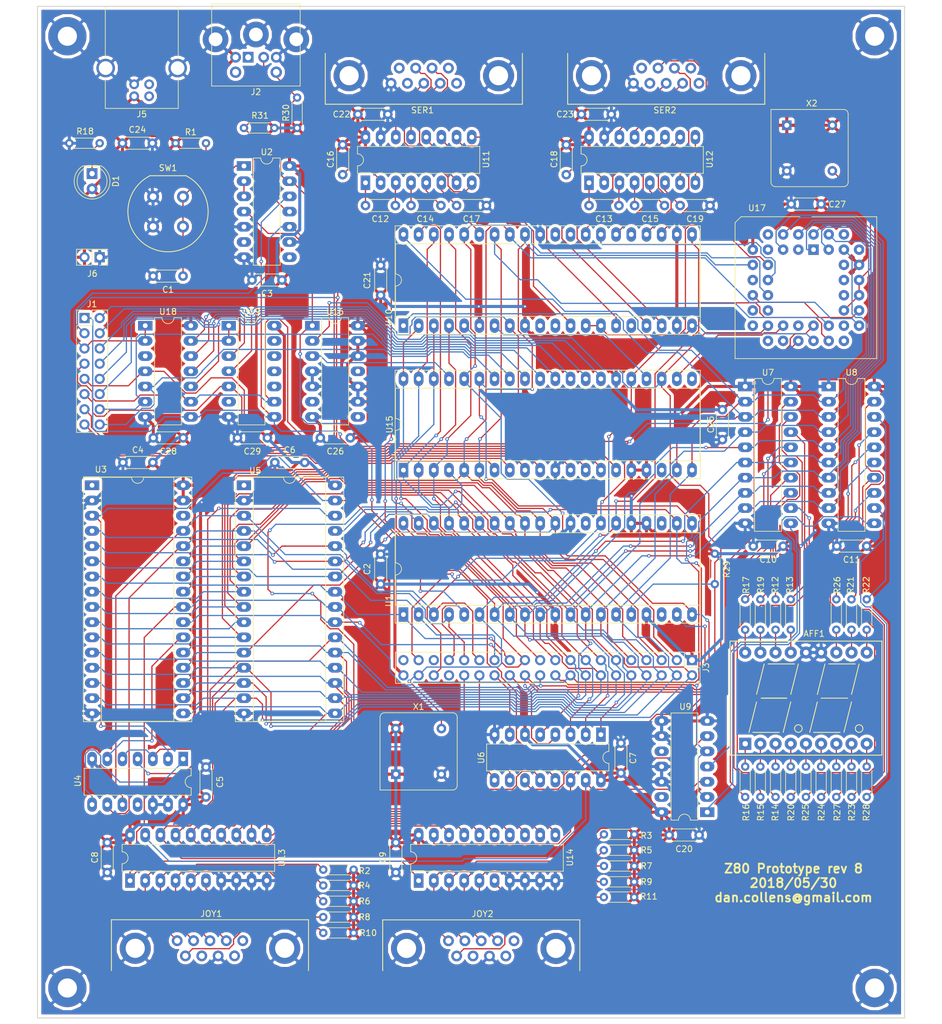
<source format=kicad_pcb>
(kicad_pcb (version 4) (host pcbnew 4.0.7)
  (title_block (title "Z80 Prototype") (date 2018-05-30) (rev 1))
  (layers (0 F.Cu signal) (31 B.Cu signal) (36 B.SilkS user) (37 F.SilkS user) (38 B.Mask user) (39 F.Mask user) (44 Edge.Cuts user))
  (net 0 "")
  (net 1 "Net-(AFF1-Pad1)")
  (net 2 "Net-(AFF1-Pad2)")
  (net 3 "Net-(AFF1-Pad3)")
  (net 4 "Net-(AFF1-Pad4)")
  (net 5 "Net-(AFF1-Pad15)")
  (net 6 "Net-(AFF1-Pad16)")
  (net 7 "Net-(AFF1-Pad17)")
  (net 8 "Net-(AFF1-Pad18)")
  (net 9 "Net-(AFF1-Pad5)")
  (net 10 "Net-(AFF1-Pad6)")
  (net 11 "Net-(AFF1-Pad7)")
  (net 12 "Net-(AFF1-Pad8)")
  (net 13 GND)
  (net 14 "Net-(AFF1-Pad12)")
  (net 15 "Net-(AFF1-Pad11)")
  (net 16 "Net-(AFF1-Pad9)")
  (net 17 "Net-(AFF1-Pad10)")
  (net 18 "Net-(C1-Pad1)")
  (net 19 VCC)
  (net 20 "Net-(C12-Pad1)")
  (net 21 "Net-(C12-Pad2)")
  (net 22 "Net-(C13-Pad1)")
  (net 23 "Net-(C13-Pad2)")
  (net 24 "Net-(C14-Pad1)")
  (net 25 "Net-(C14-Pad2)")
  (net 26 "Net-(C15-Pad1)")
  (net 27 "Net-(C15-Pad2)")
  (net 28 "Net-(C16-Pad2)")
  (net 29 "Net-(C17-Pad1)")
  (net 30 "Net-(C18-Pad2)")
  (net 31 "Net-(C19-Pad1)")
  (net 32 "Net-(D1-Pad1)")
  (net 33 /PIO/~KCLK)
  (net 34 /PIO/SR0)
  (net 35 /PIO/KCLK)
  (net 36 /PIO/SR1)
  (net 37 /PIO/~KDAT)
  (net 38 /PIO/SR2)
  (net 39 /PIO/~SRCLR)
  (net 40 /PIO/SR3)
  (net 41 /PIO/SRPRTY)
  (net 42 /PIO/SR4)
  (net 43 /PIO/SRSTRT)
  (net 44 /PIO/SR5)
  (net 45 "Net-(J1-Pad13)")
  (net 46 /PIO/SR6)
  (net 47 "Net-(J1-Pad15)")
  (net 48 /PIO/SR7)
  (net 49 "Net-(J2-Pad2)")
  (net 50 /D0)
  (net 51 /A0)
  (net 52 /D1)
  (net 53 /A1)
  (net 54 /D2)
  (net 55 /A2)
  (net 56 /D3)
  (net 57 /A3)
  (net 58 /D4)
  (net 59 /A4)
  (net 60 /D5)
  (net 61 /A5)
  (net 62 /D6)
  (net 63 /A6)
  (net 64 /D7)
  (net 65 /A7)
  (net 66 /~RD)
  (net 67 /A8)
  (net 68 /~WR)
  (net 69 /A9)
  (net 70 /~MREQ)
  (net 71 /A10)
  (net 72 /~IORQ)
  (net 73 /A11)
  (net 74 /A12)
  (net 75 /A13)
  (net 76 /A14)
  (net 77 /A15)
  (net 78 /~M1)
  (net 79 /~RESET)
  (net 80 /CLK)
  (net 81 /~INT)
  (net 82 "Net-(JOY1-Pad6)")
  (net 83 "Net-(JOY1-Pad4)")
  (net 84 "Net-(JOY1-Pad3)")
  (net 85 "Net-(JOY1-Pad2)")
  (net 86 "Net-(JOY1-Pad1)")
  (net 87 "Net-(JOY2-Pad6)")
  (net 88 "Net-(JOY2-Pad4)")
  (net 89 "Net-(JOY2-Pad3)")
  (net 90 "Net-(JOY2-Pad2)")
  (net 91 "Net-(JOY2-Pad1)")
  (net 92 "Net-(R12-Pad2)")
  (net 93 "Net-(R13-Pad2)")
  (net 94 "Net-(R14-Pad2)")
  (net 95 "Net-(R15-Pad2)")
  (net 96 "Net-(R16-Pad2)")
  (net 97 "Net-(R17-Pad2)")
  (net 98 "Net-(R19-Pad2)")
  (net 99 "Net-(R20-Pad2)")
  (net 100 "Net-(R21-Pad2)")
  (net 101 "Net-(R22-Pad2)")
  (net 102 "Net-(R23-Pad2)")
  (net 103 "Net-(R24-Pad2)")
  (net 104 "Net-(R25-Pad2)")
  (net 105 "Net-(R26-Pad2)")
  (net 106 "Net-(R27-Pad2)")
  (net 107 "Net-(R28-Pad2)")
  (net 108 "Net-(SER1-Pad8)")
  (net 109 "Net-(SER1-Pad7)")
  (net 110 "Net-(SER1-Pad3)")
  (net 111 "Net-(SER1-Pad2)")
  (net 112 "Net-(SER2-Pad8)")
  (net 113 "Net-(SER2-Pad7)")
  (net 114 "Net-(SER2-Pad3)")
  (net 115 "Net-(SER2-Pad2)")
  (net 116 "Net-(U2-Pad2)")
  (net 117 "Net-(U3-Pad22)")
  (net 118 "Net-(U4-Pad1)")
  (net 119 "Net-(U4-Pad3)")
  (net 120 /~IORQ4)
  (net 121 /~IORQ3)
  (net 122 /~IORQ2)
  (net 123 /~IORQ1)
  (net 124 /~IORQ0)
  (net 125 "Net-(U7-Pad11)")
  (net 126 "Net-(U8-Pad11)")
  (net 127 "Net-(U10-Pad23)")
  (net 128 "Net-(U10-Pad24)")
  (net 129 "Net-(U10-Pad26)")
  (net 130 /PIO/IEI)
  (net 131 /CTC/CCLK1)
  (net 132 "Net-(U10-Pad28)")
  (net 133 "Net-(U10-Pad12)")
  (net 134 /CTC/CCLK0)
  (net 135 "Net-(U10-Pad15)")
  (net 136 "Net-(U10-Pad17)")
  (net 137 "Net-(U10-Pad18)")
  (net 138 /CTC/IEI)
  (net 139 "Net-(U15-Pad37)")
  (net 140 "Net-(U17-Pad13)")
  (net 141 "Net-(U17-Pad32)")
  (net 142 /~IORQ7)
  (net 143 /~IORQ5)
  (net 144 /~IORQ6)
  (module Mounting_Holes:MountingHole_3.2mm_M3_Pad (layer F.Cu) (at 20 20)
    (fp_text reference REF** hide)
    (fp_text value MountingHole_3.2mm_M3_Pad)
    (pad 1 thru_hole circle (at 0 0) (size 6.4 6.4) (drill 3.2) (layers *.Cu *.Mask) (net 13 GND))
  )
  (module Mounting_Holes:MountingHole_3.2mm_M3_Pad (layer F.Cu) (at 20 179)
    (fp_text reference REF** hide)
    (fp_text value MountingHole_3.2mm_M3_Pad)
    (pad 1 thru_hole circle (at 0 0) (size 6.4 6.4) (drill 3.2) (layers *.Cu *.Mask) (net 13 GND))
  )
  (module Mounting_Holes:MountingHole_3.2mm_M3_Pad (layer F.Cu) (at 155 179)
    (fp_text reference REF** hide)
    (fp_text value MountingHole_3.2mm_M3_Pad)
    (pad 1 thru_hole circle (at 0 0) (size 6.4 6.4) (drill 3.2) (layers *.Cu *.Mask) (net 13 GND))
  )
  (module z80_footprints:LTD-6940HR (layer F.Cu) (at 143.51 130.58)
    (fp_text reference AFF1 (at 1.3716 -10.7696) (layer F.SilkS))
    (fp_text value LTD-6940HR)
    (pad 1 thru_hole rect (at -10.16 7.62) (size 2.032 2.032) (drill 0.9144) (layers *.Cu *.Mask) (net 1 "Net-(AFF1-Pad1)"))
    (pad 2 thru_hole circle (at -7.62 7.62) (size 2.032 2.032) (drill 0.9144) (layers *.Cu *.Mask) (net 2 "Net-(AFF1-Pad2)"))
    (pad 3 thru_hole circle (at -5.08 7.62) (size 2.032 2.032) (drill 0.9144) (layers *.Cu *.Mask) (net 3 "Net-(AFF1-Pad3)"))
    (pad 4 thru_hole circle (at -2.54 7.62) (size 2.032 2.032) (drill 0.9144) (layers *.Cu *.Mask) (net 4 "Net-(AFF1-Pad4)"))
    (pad 15 thru_hole circle (at -2.54 -7.62) (size 2.032 2.032) (drill 0.9144) (layers *.Cu *.Mask) (net 5 "Net-(AFF1-Pad15)"))
    (pad 16 thru_hole circle (at -5.08 -7.62) (size 2.032 2.032) (drill 0.9144) (layers *.Cu *.Mask) (net 6 "Net-(AFF1-Pad16)"))
    (pad 17 thru_hole circle (at -7.62 -7.62) (size 2.032 2.032) (drill 0.9144) (layers *.Cu *.Mask) (net 7 "Net-(AFF1-Pad17)"))
    (pad 18 thru_hole circle (at -10.16 -7.62) (size 2.032 2.032) (drill 0.9144) (layers *.Cu *.Mask) (net 8 "Net-(AFF1-Pad18)"))
    (pad 5 thru_hole circle (at 0 7.62) (size 2.032 2.032) (drill 0.9144) (layers *.Cu *.Mask) (net 9 "Net-(AFF1-Pad5)"))
    (pad 6 thru_hole circle (at 2.54 7.62) (size 2.032 2.032) (drill 0.9144) (layers *.Cu *.Mask) (net 10 "Net-(AFF1-Pad6)"))
    (pad 7 thru_hole circle (at 5.08 7.62) (size 2.032 2.032) (drill 0.9144) (layers *.Cu *.Mask) (net 11 "Net-(AFF1-Pad7)"))
    (pad 8 thru_hole circle (at 7.62 7.62) (size 2.032 2.032) (drill 0.9144) (layers *.Cu *.Mask) (net 12 "Net-(AFF1-Pad8)"))
    (pad 14 thru_hole circle (at 0 -7.62) (size 2.032 2.032) (drill 0.9144) (layers *.Cu *.Mask) (net 13 GND))
    (pad 13 thru_hole circle (at 2.54 -7.62) (size 2.032 2.032) (drill 0.9144) (layers *.Cu *.Mask) (net 13 GND))
    (pad 12 thru_hole circle (at 5.08 -7.62) (size 2.032 2.032) (drill 0.9144) (layers *.Cu *.Mask) (net 14 "Net-(AFF1-Pad12)"))
    (pad 11 thru_hole circle (at 7.62 -7.62) (size 2.032 2.032) (drill 0.9144) (layers *.Cu *.Mask) (net 15 "Net-(AFF1-Pad11)"))
    (pad 9 thru_hole circle (at 10.16 7.62) (size 2.032 2.032) (drill 0.9144) (layers *.Cu *.Mask) (net 16 "Net-(AFF1-Pad9)"))
    (pad 10 thru_hole circle (at 10.16 -7.62) (size 2.032 2.032) (drill 0.9144) (layers *.Cu *.Mask) (net 17 "Net-(AFF1-Pad10)"))
  )
  (module Capacitors_THT:C_Disc_D4.3mm_W1.9mm_P5.00mm (layer F.Cu) (at 39.3408 60.0696 180)
    (fp_text reference C1 (at 2.5 -2.26 180) (layer F.SilkS))
    (fp_text value 0.1uF)
    (pad 1 thru_hole circle (at 0 0 180) (size 1.6 1.6) (drill 0.8) (layers *.Cu *.Mask) (net 18 "Net-(C1-Pad1)"))
    (pad 2 thru_hole circle (at 5 0 180) (size 1.6 1.6) (drill 0.8) (layers *.Cu *.Mask) (net 13 GND))
  )
  (module Capacitors_THT:C_Disc_D4.3mm_W1.9mm_P5.00mm (layer F.Cu) (at 72.39 111.53 90)
    (fp_text reference C2 (at 2.5 -2.26 90) (layer F.SilkS))
    (fp_text value 0.1uF)
    (pad 1 thru_hole circle (at 0 0 90) (size 1.6 1.6) (drill 0.8) (layers *.Cu *.Mask) (net 19 VCC))
    (pad 2 thru_hole circle (at 5 0 90) (size 1.6 1.6) (drill 0.8) (layers *.Cu *.Mask) (net 13 GND))
  )
  (module Capacitors_THT:C_Disc_D4.3mm_W1.9mm_P5.00mm (layer F.Cu) (at 55.88 60.73 180)
    (fp_text reference C3 (at 2.5 -2.26 180) (layer F.SilkS))
    (fp_text value 0.1uF)
    (pad 1 thru_hole circle (at 0 0 180) (size 1.6 1.6) (drill 0.8) (layers *.Cu *.Mask) (net 19 VCC))
    (pad 2 thru_hole circle (at 5 0 180) (size 1.6 1.6) (drill 0.8) (layers *.Cu *.Mask) (net 13 GND))
  )
  (module Capacitors_THT:C_Disc_D4.3mm_W1.9mm_P5.00mm (layer F.Cu) (at 34.29 91.21 180)
    (fp_text reference C4 (at 2.5 2.0828 180) (layer F.SilkS))
    (fp_text value 0.1uF)
    (pad 1 thru_hole circle (at 0 0 180) (size 1.6 1.6) (drill 0.8) (layers *.Cu *.Mask) (net 19 VCC))
    (pad 2 thru_hole circle (at 5 0 180) (size 1.6 1.6) (drill 0.8) (layers *.Cu *.Mask) (net 13 GND))
  )
  (module Capacitors_THT:C_Disc_D4.3mm_W1.9mm_P5.00mm (layer F.Cu) (at 43.18 147.09 90)
    (fp_text reference C5 (at 2.5 2.3368 90) (layer F.SilkS))
    (fp_text value 0.1uF)
    (pad 1 thru_hole circle (at 0 0 90) (size 1.6 1.6) (drill 0.8) (layers *.Cu *.Mask) (net 19 VCC))
    (pad 2 thru_hole circle (at 5 0 90) (size 1.6 1.6) (drill 0.8) (layers *.Cu *.Mask) (net 13 GND))
  )
  (module Capacitors_THT:C_Disc_D4.3mm_W1.9mm_P5.00mm (layer F.Cu) (at 59.69 91.21 180)
    (fp_text reference C6 (at 2.5 2.0828 180) (layer F.SilkS))
    (fp_text value 0.1uF)
    (pad 1 thru_hole circle (at 0 0 180) (size 1.6 1.6) (drill 0.8) (layers *.Cu *.Mask) (net 19 VCC))
    (pad 2 thru_hole circle (at 5 0 180) (size 1.6 1.6) (drill 0.8) (layers *.Cu *.Mask) (net 13 GND))
  )
  (module Capacitors_THT:C_Disc_D4.3mm_W1.9mm_P5.00mm (layer F.Cu) (at 112.5728 143.0984 90)
    (fp_text reference C7 (at 2.5 2.032 90) (layer F.SilkS))
    (fp_text value 0.1uF)
    (pad 1 thru_hole circle (at 0 0 90) (size 1.6 1.6) (drill 0.8) (layers *.Cu *.Mask) (net 19 VCC))
    (pad 2 thru_hole circle (at 5 0 90) (size 1.6 1.6) (drill 0.8) (layers *.Cu *.Mask) (net 13 GND))
  )
  (module Capacitors_THT:C_Disc_D4.3mm_W1.9mm_P5.00mm (layer F.Cu) (at 26.67 154.71 270)
    (fp_text reference C8 (at 2.4892 2.0828 270) (layer F.SilkS))
    (fp_text value 0.1uF)
    (pad 1 thru_hole circle (at 0 0 270) (size 1.6 1.6) (drill 0.8) (layers *.Cu *.Mask) (net 19 VCC))
    (pad 2 thru_hole circle (at 5 0 270) (size 1.6 1.6) (drill 0.8) (layers *.Cu *.Mask) (net 13 GND))
  )
  (module Capacitors_THT:C_Disc_D4.3mm_W1.9mm_P5.00mm (layer F.Cu) (at 74.93 154.71 270)
    (fp_text reference C9 (at 2.4892 2.1844 270) (layer F.SilkS))
    (fp_text value 0.1uF)
    (pad 1 thru_hole circle (at 0 0 270) (size 1.6 1.6) (drill 0.8) (layers *.Cu *.Mask) (net 19 VCC))
    (pad 2 thru_hole circle (at 5 0 270) (size 1.6 1.6) (drill 0.8) (layers *.Cu *.Mask) (net 13 GND))
  )
  (module Capacitors_THT:C_Disc_D4.3mm_W1.9mm_P5.00mm (layer F.Cu) (at 139.7 105.18 180)
    (fp_text reference C10 (at 2.5 -2.26 180) (layer F.SilkS))
    (fp_text value 0.1uF)
    (pad 1 thru_hole circle (at 0 0 180) (size 1.6 1.6) (drill 0.8) (layers *.Cu *.Mask) (net 19 VCC))
    (pad 2 thru_hole circle (at 5 0 180) (size 1.6 1.6) (drill 0.8) (layers *.Cu *.Mask) (net 13 GND))
  )
  (module Capacitors_THT:C_Disc_D4.3mm_W1.9mm_P5.00mm (layer F.Cu) (at 153.67 105.18 180)
    (fp_text reference C11 (at 2.5 -2.26 180) (layer F.SilkS))
    (fp_text value 0.1uF)
    (pad 1 thru_hole circle (at 0 0 180) (size 1.6 1.6) (drill 0.8) (layers *.Cu *.Mask) (net 19 VCC))
    (pad 2 thru_hole circle (at 5 0 180) (size 1.6 1.6) (drill 0.8) (layers *.Cu *.Mask) (net 13 GND))
  )
  (module Capacitors_THT:C_Disc_D4.3mm_W1.9mm_P5.00mm (layer F.Cu) (at 69.85 48.284)
    (fp_text reference C12 (at 2.4892 2.2352) (layer F.SilkS))
    (fp_text value 0.1uF)
    (pad 1 thru_hole circle (at 0 0) (size 1.6 1.6) (drill 0.8) (layers *.Cu *.Mask) (net 20 "Net-(C12-Pad1)"))
    (pad 2 thru_hole circle (at 5 0) (size 1.6 1.6) (drill 0.8) (layers *.Cu *.Mask) (net 21 "Net-(C12-Pad2)"))
  )
  (module Capacitors_THT:C_Disc_D4.3mm_W1.9mm_P5.00mm (layer F.Cu) (at 107.2388 48.284)
    (fp_text reference C13 (at 2.4892 2.2352) (layer F.SilkS))
    (fp_text value 0.1uF)
    (pad 1 thru_hole circle (at 0 0) (size 1.6 1.6) (drill 0.8) (layers *.Cu *.Mask) (net 22 "Net-(C13-Pad1)"))
    (pad 2 thru_hole circle (at 5 0) (size 1.6 1.6) (drill 0.8) (layers *.Cu *.Mask) (net 23 "Net-(C13-Pad2)"))
  )
  (module Capacitors_THT:C_Disc_D4.3mm_W1.9mm_P5.00mm (layer F.Cu) (at 77.47 48.284)
    (fp_text reference C14 (at 2.3876 2.2352) (layer F.SilkS))
    (fp_text value 0.1uF)
    (pad 1 thru_hole circle (at 0 0) (size 1.6 1.6) (drill 0.8) (layers *.Cu *.Mask) (net 24 "Net-(C14-Pad1)"))
    (pad 2 thru_hole circle (at 5 0) (size 1.6 1.6) (drill 0.8) (layers *.Cu *.Mask) (net 25 "Net-(C14-Pad2)"))
  )
  (module Capacitors_THT:C_Disc_D4.3mm_W1.9mm_P5.00mm (layer F.Cu) (at 114.8588 48.284)
    (fp_text reference C15 (at 2.5908 2.2352) (layer F.SilkS))
    (fp_text value 0.1uF)
    (pad 1 thru_hole circle (at 0 0) (size 1.6 1.6) (drill 0.8) (layers *.Cu *.Mask) (net 26 "Net-(C15-Pad1)"))
    (pad 2 thru_hole circle (at 5 0) (size 1.6 1.6) (drill 0.8) (layers *.Cu *.Mask) (net 27 "Net-(C15-Pad2)"))
  )
  (module Capacitors_THT:C_Disc_D4.3mm_W1.9mm_P5.00mm (layer F.Cu) (at 66.04 38.124 270)
    (fp_text reference C16 (at 2.4384 2.032 270) (layer F.SilkS))
    (fp_text value 0.1uF)
    (pad 1 thru_hole circle (at 0 0 270) (size 1.6 1.6) (drill 0.8) (layers *.Cu *.Mask) (net 19 VCC))
    (pad 2 thru_hole circle (at 5 0 270) (size 1.6 1.6) (drill 0.8) (layers *.Cu *.Mask) (net 28 "Net-(C16-Pad2)"))
  )
  (module Capacitors_THT:C_Disc_D4.3mm_W1.9mm_P5.00mm (layer F.Cu) (at 85.09 48.284)
    (fp_text reference C17 (at 2.4892 2.2352) (layer F.SilkS))
    (fp_text value 0.1uF)
    (pad 1 thru_hole circle (at 0 0) (size 1.6 1.6) (drill 0.8) (layers *.Cu *.Mask) (net 29 "Net-(C17-Pad1)"))
    (pad 2 thru_hole circle (at 5 0) (size 1.6 1.6) (drill 0.8) (layers *.Cu *.Mask) (net 13 GND))
  )
  (module Capacitors_THT:C_Disc_D4.3mm_W1.9mm_P5.00mm (layer F.Cu) (at 103.4288 38.124 270)
    (fp_text reference C18 (at 2.4384 2.032 270) (layer F.SilkS))
    (fp_text value 0.1uF)
    (pad 1 thru_hole circle (at 0 0 270) (size 1.6 1.6) (drill 0.8) (layers *.Cu *.Mask) (net 19 VCC))
    (pad 2 thru_hole circle (at 5 0 270) (size 1.6 1.6) (drill 0.8) (layers *.Cu *.Mask) (net 30 "Net-(C18-Pad2)"))
  )
  (module Capacitors_THT:C_Disc_D4.3mm_W1.9mm_P5.00mm (layer F.Cu) (at 122.4788 48.284)
    (fp_text reference C19 (at 2.4892 2.2352) (layer F.SilkS))
    (fp_text value 0.1uF)
    (pad 1 thru_hole circle (at 0 0) (size 1.6 1.6) (drill 0.8) (layers *.Cu *.Mask) (net 31 "Net-(C19-Pad1)"))
    (pad 2 thru_hole circle (at 5 0) (size 1.6 1.6) (drill 0.8) (layers *.Cu *.Mask) (net 13 GND))
  )
  (module Capacitors_THT:C_Disc_D4.3mm_W1.9mm_P5.00mm (layer F.Cu) (at 120.65 153.44)
    (fp_text reference C20 (at 2.4892 2.3368) (layer F.SilkS))
    (fp_text value 0.1uF)
    (pad 1 thru_hole circle (at 0 0) (size 1.6 1.6) (drill 0.8) (layers *.Cu *.Mask) (net 19 VCC))
    (pad 2 thru_hole circle (at 5 0) (size 1.6 1.6) (drill 0.8) (layers *.Cu *.Mask) (net 13 GND))
  )
  (module Capacitors_THT:C_Disc_D4.3mm_W1.9mm_P5.00mm (layer F.Cu) (at 72.39 63.27 90)
    (fp_text reference C21 (at 2.5 -2.26 90) (layer F.SilkS))
    (fp_text value 0.1uF)
    (pad 1 thru_hole circle (at 0 0 90) (size 1.6 1.6) (drill 0.8) (layers *.Cu *.Mask) (net 19 VCC))
    (pad 2 thru_hole circle (at 5 0 90) (size 1.6 1.6) (drill 0.8) (layers *.Cu *.Mask) (net 13 GND))
  )
  (module Capacitors_THT:C_Disc_D4.3mm_W1.9mm_P5.00mm (layer F.Cu) (at 68.58 33.044)
    (fp_text reference C22 (at -2.7432 0) (layer F.SilkS))
    (fp_text value 0.1uF)
    (pad 1 thru_hole circle (at 0 0) (size 1.6 1.6) (drill 0.8) (layers *.Cu *.Mask) (net 19 VCC))
    (pad 2 thru_hole circle (at 5 0) (size 1.6 1.6) (drill 0.8) (layers *.Cu *.Mask) (net 13 GND))
  )
  (module Capacitors_THT:C_Disc_D4.3mm_W1.9mm_P5.00mm (layer F.Cu) (at 105.9688 33.044)
    (fp_text reference C23 (at -2.7432 0) (layer F.SilkS))
    (fp_text value 0.1uF)
    (pad 1 thru_hole circle (at 0 0) (size 1.6 1.6) (drill 0.8) (layers *.Cu *.Mask) (net 19 VCC))
    (pad 2 thru_hole circle (at 5 0) (size 1.6 1.6) (drill 0.8) (layers *.Cu *.Mask) (net 13 GND))
  )
  (module Capacitors_THT:C_Disc_D4.3mm_W1.9mm_P5.00mm (layer F.Cu) (at 29.21 37.87)
    (fp_text reference C24 (at 2.5 -2.26) (layer F.SilkS))
    (fp_text value 10uF)
    (pad 1 thru_hole circle (at 0 0) (size 1.6 1.6) (drill 0.8) (layers *.Cu *.Mask) (net 19 VCC))
    (pad 2 thru_hole circle (at 5 0) (size 1.6 1.6) (drill 0.8) (layers *.Cu *.Mask) (net 13 GND))
  )
  (module Capacitors_THT:C_Disc_D4.3mm_W1.9mm_P5.00mm (layer F.Cu) (at 129.54 82.4 270)
    (fp_text reference C25 (at 2.46 1.9304 270) (layer F.SilkS))
    (fp_text value 0.1uF)
    (pad 1 thru_hole circle (at 0 0 270) (size 1.6 1.6) (drill 0.8) (layers *.Cu *.Mask) (net 19 VCC))
    (pad 2 thru_hole circle (at 5 0 270) (size 1.6 1.6) (drill 0.8) (layers *.Cu *.Mask) (net 13 GND))
  )
  (module Capacitors_THT:C_Disc_D4.3mm_W1.9mm_P5.00mm (layer F.Cu) (at 67.31 87.0952 180)
    (fp_text reference C26 (at 2.5 -2.26 180) (layer F.SilkS))
    (fp_text value 0.1uF)
    (pad 1 thru_hole circle (at 0 0 180) (size 1.6 1.6) (drill 0.8) (layers *.Cu *.Mask) (net 19 VCC))
    (pad 2 thru_hole circle (at 5 0 180) (size 1.6 1.6) (drill 0.8) (layers *.Cu *.Mask) (net 13 GND))
  )
  (module Capacitors_THT:C_Disc_D4.3mm_W1.9mm_P5.00mm (layer F.Cu) (at 146.05 48.03 180)
    (fp_text reference C27 (at -2.6924 -0.0508 180) (layer F.SilkS))
    (fp_text value 0.1uF)
    (pad 1 thru_hole circle (at 0 0 180) (size 1.6 1.6) (drill 0.8) (layers *.Cu *.Mask) (net 19 VCC))
    (pad 2 thru_hole circle (at 5 0 180) (size 1.6 1.6) (drill 0.8) (layers *.Cu *.Mask) (net 13 GND))
  )
  (module Capacitors_THT:C_Disc_D4.3mm_W1.9mm_P5.00mm (layer F.Cu) (at 39.37 87.0952 180)
    (fp_text reference C28 (at 2.5 -2.26 180) (layer F.SilkS))
    (fp_text value 0.1uF)
    (pad 1 thru_hole circle (at 0 0 180) (size 1.6 1.6) (drill 0.8) (layers *.Cu *.Mask) (net 19 VCC))
    (pad 2 thru_hole circle (at 5 0 180) (size 1.6 1.6) (drill 0.8) (layers *.Cu *.Mask) (net 13 GND))
  )
  (module Capacitors_THT:C_Disc_D4.3mm_W1.9mm_P5.00mm (layer F.Cu) (at 53.4416 87.0952 180)
    (fp_text reference C29 (at 2.5 -2.26 180) (layer F.SilkS))
    (fp_text value 0.1uF)
    (pad 1 thru_hole circle (at 0 0 180) (size 1.6 1.6) (drill 0.8) (layers *.Cu *.Mask) (net 19 VCC))
    (pad 2 thru_hole circle (at 5 0 180) (size 1.6 1.6) (drill 0.8) (layers *.Cu *.Mask) (net 13 GND))
  )
  (module LEDs:LED_D5.0mm (layer F.Cu) (at 24.13 42.95 270)
    (fp_text reference D1 (at 1.27 -3.96 270) (layer F.SilkS))
    (fp_text value Green)
    (pad 1 thru_hole rect (at 0 0 270) (size 1.8 1.8) (drill 0.9) (layers *.Cu *.Mask) (net 32 "Net-(D1-Pad1)"))
    (pad 2 thru_hole circle (at 2.54 0 270) (size 1.8 1.8) (drill 0.9) (layers *.Cu *.Mask) (net 19 VCC))
  )
  (module Pin_Headers:Pin_Header_Straight_2x08_Pitch2.54mm (layer F.Cu) (at 22.86 67.08)
    (fp_text reference J1 (at 1.27 -2.33) (layer F.SilkS))
    (fp_text value Conn_02x08_Odd_Even)
    (pad 1 thru_hole rect (at 0 0) (size 1.7 1.7) (drill 1) (layers *.Cu *.Mask) (net 33 /PIO/~KCLK))
    (pad 2 thru_hole oval (at 2.54 0) (size 1.7 1.7) (drill 1) (layers *.Cu *.Mask) (net 34 /PIO/SR0))
    (pad 3 thru_hole oval (at 0 2.54) (size 1.7 1.7) (drill 1) (layers *.Cu *.Mask) (net 35 /PIO/KCLK))
    (pad 4 thru_hole oval (at 2.54 2.54) (size 1.7 1.7) (drill 1) (layers *.Cu *.Mask) (net 36 /PIO/SR1))
    (pad 5 thru_hole oval (at 0 5.08) (size 1.7 1.7) (drill 1) (layers *.Cu *.Mask) (net 37 /PIO/~KDAT))
    (pad 6 thru_hole oval (at 2.54 5.08) (size 1.7 1.7) (drill 1) (layers *.Cu *.Mask) (net 38 /PIO/SR2))
    (pad 7 thru_hole oval (at 0 7.62) (size 1.7 1.7) (drill 1) (layers *.Cu *.Mask) (net 39 /PIO/~SRCLR))
    (pad 8 thru_hole oval (at 2.54 7.62) (size 1.7 1.7) (drill 1) (layers *.Cu *.Mask) (net 40 /PIO/SR3))
    (pad 9 thru_hole oval (at 0 10.16) (size 1.7 1.7) (drill 1) (layers *.Cu *.Mask) (net 41 /PIO/SRPRTY))
    (pad 10 thru_hole oval (at 2.54 10.16) (size 1.7 1.7) (drill 1) (layers *.Cu *.Mask) (net 42 /PIO/SR4))
    (pad 11 thru_hole oval (at 0 12.7) (size 1.7 1.7) (drill 1) (layers *.Cu *.Mask) (net 43 /PIO/SRSTRT))
    (pad 12 thru_hole oval (at 2.54 12.7) (size 1.7 1.7) (drill 1) (layers *.Cu *.Mask) (net 44 /PIO/SR5))
    (pad 13 thru_hole oval (at 0 15.24) (size 1.7 1.7) (drill 1) (layers *.Cu *.Mask) (net 45 "Net-(J1-Pad13)"))
    (pad 14 thru_hole oval (at 2.54 15.24) (size 1.7 1.7) (drill 1) (layers *.Cu *.Mask) (net 46 /PIO/SR6))
    (pad 15 thru_hole oval (at 0 17.78) (size 1.7 1.7) (drill 1) (layers *.Cu *.Mask) (net 47 "Net-(J1-Pad15)"))
    (pad 16 thru_hole oval (at 2.54 17.78) (size 1.7 1.7) (drill 1) (layers *.Cu *.Mask) (net 48 /PIO/SR7))
  )
  (module Pin_Headers:Pin_Header_Straight_2x20_Pitch2.54mm (layer F.Cu) (at 124.46 124.23 270)
    (fp_text reference J3 (at 1.27 -2.33 270) (layer F.SilkS))
    (fp_text value Conn_02x20_Odd_Even)
    (pad 1 thru_hole rect (at 0 0 270) (size 1.7 1.7) (drill 1) (layers *.Cu *.Mask) (net 19 VCC))
    (pad 2 thru_hole oval (at 2.54 0 270) (size 1.7 1.7) (drill 1) (layers *.Cu *.Mask) (net 50 /D0))
    (pad 3 thru_hole oval (at 0 2.54 270) (size 1.7 1.7) (drill 1) (layers *.Cu *.Mask) (net 51 /A0))
    (pad 4 thru_hole oval (at 2.54 2.54 270) (size 1.7 1.7) (drill 1) (layers *.Cu *.Mask) (net 52 /D1))
    (pad 5 thru_hole oval (at 0 5.08 270) (size 1.7 1.7) (drill 1) (layers *.Cu *.Mask) (net 53 /A1))
    (pad 6 thru_hole oval (at 2.54 5.08 270) (size 1.7 1.7) (drill 1) (layers *.Cu *.Mask) (net 54 /D2))
    (pad 7 thru_hole oval (at 0 7.62 270) (size 1.7 1.7) (drill 1) (layers *.Cu *.Mask) (net 55 /A2))
    (pad 8 thru_hole oval (at 2.54 7.62 270) (size 1.7 1.7) (drill 1) (layers *.Cu *.Mask) (net 56 /D3))
    (pad 9 thru_hole oval (at 0 10.16 270) (size 1.7 1.7) (drill 1) (layers *.Cu *.Mask) (net 57 /A3))
    (pad 10 thru_hole oval (at 2.54 10.16 270) (size 1.7 1.7) (drill 1) (layers *.Cu *.Mask) (net 58 /D4))
    (pad 11 thru_hole oval (at 0 12.7 270) (size 1.7 1.7) (drill 1) (layers *.Cu *.Mask) (net 59 /A4))
    (pad 12 thru_hole oval (at 2.54 12.7 270) (size 1.7 1.7) (drill 1) (layers *.Cu *.Mask) (net 60 /D5))
    (pad 13 thru_hole oval (at 0 15.24 270) (size 1.7 1.7) (drill 1) (layers *.Cu *.Mask) (net 61 /A5))
    (pad 14 thru_hole oval (at 2.54 15.24 270) (size 1.7 1.7) (drill 1) (layers *.Cu *.Mask) (net 62 /D6))
    (pad 15 thru_hole oval (at 0 17.78 270) (size 1.7 1.7) (drill 1) (layers *.Cu *.Mask) (net 63 /A6))
    (pad 16 thru_hole oval (at 2.54 17.78 270) (size 1.7 1.7) (drill 1) (layers *.Cu *.Mask) (net 64 /D7))
    (pad 17 thru_hole oval (at 0 20.32 270) (size 1.7 1.7) (drill 1) (layers *.Cu *.Mask) (net 65 /A7))
    (pad 18 thru_hole oval (at 2.54 20.32 270) (size 1.7 1.7) (drill 1) (layers *.Cu *.Mask) (net 66 /~RD))
    (pad 19 thru_hole oval (at 0 22.86 270) (size 1.7 1.7) (drill 1) (layers *.Cu *.Mask) (net 67 /A8))
    (pad 20 thru_hole oval (at 2.54 22.86 270) (size 1.7 1.7) (drill 1) (layers *.Cu *.Mask) (net 68 /~WR))
    (pad 21 thru_hole oval (at 0 25.4 270) (size 1.7 1.7) (drill 1) (layers *.Cu *.Mask) (net 69 /A9))
    (pad 22 thru_hole oval (at 2.54 25.4 270) (size 1.7 1.7) (drill 1) (layers *.Cu *.Mask) (net 70 /~MREQ))
    (pad 23 thru_hole oval (at 0 27.94 270) (size 1.7 1.7) (drill 1) (layers *.Cu *.Mask) (net 71 /A10))
    (pad 24 thru_hole oval (at 2.54 27.94 270) (size 1.7 1.7) (drill 1) (layers *.Cu *.Mask) (net 72 /~IORQ))
    (pad 25 thru_hole oval (at 0 30.48 270) (size 1.7 1.7) (drill 1) (layers *.Cu *.Mask) (net 73 /A11))
    (pad 26 thru_hole oval (at 2.54 30.48 270) (size 1.7 1.7) (drill 1) (layers *.Cu *.Mask) (net 81 /~INT))
    (pad 27 thru_hole oval (at 0 33.02 270) (size 1.7 1.7) (drill 1) (layers *.Cu *.Mask) (net 74 /A12))
    (pad 28 thru_hole oval (at 2.54 33.02 270) (size 1.7 1.7) (drill 1) (layers *.Cu *.Mask) (net 142 /~IORQ7))
    (pad 29 thru_hole oval (at 0 35.56 270) (size 1.7 1.7) (drill 1) (layers *.Cu *.Mask) (net 75 /A13))
    (pad 30 thru_hole oval (at 2.54 35.56 270) (size 1.7 1.7) (drill 1) (layers *.Cu *.Mask) (net 143 /~IORQ5))
    (pad 31 thru_hole oval (at 0 38.1 270) (size 1.7 1.7) (drill 1) (layers *.Cu *.Mask) (net 76 /A14))
    (pad 32 thru_hole oval (at 2.54 38.1 270) (size 1.7 1.7) (drill 1) (layers *.Cu *.Mask) (net 144 /~IORQ6))
    (pad 33 thru_hole oval (at 0 40.64 270) (size 1.7 1.7) (drill 1) (layers *.Cu *.Mask) (net 77 /A15))
    (pad 34 thru_hole oval (at 2.54 40.64 270) (size 1.7 1.7) (drill 1) (layers *.Cu *.Mask))
    (pad 35 thru_hole oval (at 0 43.18 270) (size 1.7 1.7) (drill 1) (layers *.Cu *.Mask))
    (pad 36 thru_hole oval (at 2.54 43.18 270) (size 1.7 1.7) (drill 1) (layers *.Cu *.Mask) (net 78 /~M1))
    (pad 37 thru_hole oval (at 0 45.72 270) (size 1.7 1.7) (drill 1) (layers *.Cu *.Mask) (net 79 /~RESET))
    (pad 38 thru_hole oval (at 2.54 45.72 270) (size 1.7 1.7) (drill 1) (layers *.Cu *.Mask) (net 80 /CLK))
    (pad 39 thru_hole oval (at 0 48.26 270) (size 1.7 1.7) (drill 1) (layers *.Cu *.Mask))
    (pad 40 thru_hole oval (at 2.54 48.26 270) (size 1.7 1.7) (drill 1) (layers *.Cu *.Mask) (net 13 GND))
  )
  (module Pin_Headers:Pin_Header_Straight_2x01_Pitch2.54mm (layer F.Cu) (at 25.4 56.92 180)
    (fp_text reference J6 (at 1.2192 -2.7432 180) (layer F.SilkS))
    (fp_text value PWR)
    (pad 1 thru_hole rect (at 0 0 180) (size 1.7 1.7) (drill 1) (layers *.Cu *.Mask) (net 13 GND))
    (pad 2 thru_hole oval (at 2.54 0 180) (size 1.7 1.7) (drill 1) (layers *.Cu *.Mask) (net 19 VCC))
  )
  (module Resistors_THT:R_Axial_DIN0204_L3.6mm_D1.6mm_P5.08mm_Horizontal (layer F.Cu) (at 38.1 37.87)
    (fp_text reference R1 (at 2.54 -1.86) (layer F.SilkS))
    (fp_text value 1M)
    (pad 1 thru_hole circle (at 0 0) (size 1.4 1.4) (drill 0.7) (layers *.Cu *.Mask) (net 19 VCC))
    (pad 2 thru_hole oval (at 5.08 0) (size 1.4 1.4) (drill 0.7) (layers *.Cu *.Mask) (net 18 "Net-(C1-Pad1)"))
  )
  (module Resistors_THT:R_Axial_DIN0204_L3.6mm_D1.6mm_P5.08mm_Horizontal (layer F.Cu) (at 67.8688 159.2312 180)
    (fp_text reference R2 (at -1.8288 -0.2032 180) (layer F.SilkS))
    (fp_text value 10K)
    (pad 1 thru_hole circle (at 0 0 180) (size 1.4 1.4) (drill 0.7) (layers *.Cu *.Mask) (net 19 VCC))
    (pad 2 thru_hole oval (at 5.08 0 180) (size 1.4 1.4) (drill 0.7) (layers *.Cu *.Mask) (net 86 "Net-(JOY1-Pad1)"))
  )
  (module Resistors_THT:R_Axial_DIN0204_L3.6mm_D1.6mm_P5.08mm_Horizontal (layer F.Cu) (at 114.808 153.3384 180)
    (fp_text reference R3 (at -2.032 -0.2032 180) (layer F.SilkS))
    (fp_text value 10K)
    (pad 1 thru_hole circle (at 0 0 180) (size 1.4 1.4) (drill 0.7) (layers *.Cu *.Mask) (net 19 VCC))
    (pad 2 thru_hole oval (at 5.08 0 180) (size 1.4 1.4) (drill 0.7) (layers *.Cu *.Mask) (net 91 "Net-(JOY2-Pad1)"))
  )
  (module Resistors_THT:R_Axial_DIN0204_L3.6mm_D1.6mm_P5.08mm_Horizontal (layer F.Cu) (at 67.8688 161.8728 180)
    (fp_text reference R4 (at -1.8288 0 180) (layer F.SilkS))
    (fp_text value 10K)
    (pad 1 thru_hole circle (at 0 0 180) (size 1.4 1.4) (drill 0.7) (layers *.Cu *.Mask) (net 19 VCC))
    (pad 2 thru_hole oval (at 5.08 0 180) (size 1.4 1.4) (drill 0.7) (layers *.Cu *.Mask) (net 85 "Net-(JOY1-Pad2)"))
  )
  (module Resistors_THT:R_Axial_DIN0204_L3.6mm_D1.6mm_P5.08mm_Horizontal (layer F.Cu) (at 114.78524 155.98 180)
    (fp_text reference R5 (at -2.05476 0 180) (layer F.SilkS))
    (fp_text value 10K)
    (pad 1 thru_hole circle (at 0 0 180) (size 1.4 1.4) (drill 0.7) (layers *.Cu *.Mask) (net 19 VCC))
    (pad 2 thru_hole oval (at 5.08 0 180) (size 1.4 1.4) (drill 0.7) (layers *.Cu *.Mask) (net 90 "Net-(JOY2-Pad2)"))
  )
  (module Resistors_THT:R_Axial_DIN0204_L3.6mm_D1.6mm_P5.08mm_Horizontal (layer F.Cu) (at 67.864336 164.5144 180)
    (fp_text reference R6 (at -1.833264 0 180) (layer F.SilkS))
    (fp_text value 10K)
    (pad 1 thru_hole circle (at 0 0 180) (size 1.4 1.4) (drill 0.7) (layers *.Cu *.Mask) (net 19 VCC))
    (pad 2 thru_hole oval (at 5.08 0 180) (size 1.4 1.4) (drill 0.7) (layers *.Cu *.Mask) (net 84 "Net-(JOY1-Pad3)"))
  )
  (module Resistors_THT:R_Axial_DIN0204_L3.6mm_D1.6mm_P5.08mm_Horizontal (layer F.Cu) (at 114.808 158.6216 180)
    (fp_text reference R7 (at -2.032 0 180) (layer F.SilkS))
    (fp_text value 10K)
    (pad 1 thru_hole circle (at 0 0 180) (size 1.4 1.4) (drill 0.7) (layers *.Cu *.Mask) (net 19 VCC))
    (pad 2 thru_hole oval (at 5.08 0 180) (size 1.4 1.4) (drill 0.7) (layers *.Cu *.Mask) (net 89 "Net-(JOY2-Pad3)"))
  )
  (module Resistors_THT:R_Axial_DIN0204_L3.6mm_D1.6mm_P5.08mm_Horizontal (layer F.Cu) (at 67.864336 167.156 180)
    (fp_text reference R8 (at -1.833264 0 180) (layer F.SilkS))
    (fp_text value 10K)
    (pad 1 thru_hole circle (at 0 0 180) (size 1.4 1.4) (drill 0.7) (layers *.Cu *.Mask) (net 19 VCC))
    (pad 2 thru_hole oval (at 5.08 0 180) (size 1.4 1.4) (drill 0.7) (layers *.Cu *.Mask) (net 83 "Net-(JOY1-Pad4)"))
  )
  (module Resistors_THT:R_Axial_DIN0204_L3.6mm_D1.6mm_P5.08mm_Horizontal (layer F.Cu) (at 114.78524 161.2632 180)
    (fp_text reference R9 (at -2.05476 0 180) (layer F.SilkS))
    (fp_text value 10K)
    (pad 1 thru_hole circle (at 0 0 180) (size 1.4 1.4) (drill 0.7) (layers *.Cu *.Mask) (net 19 VCC))
    (pad 2 thru_hole oval (at 5.08 0 180) (size 1.4 1.4) (drill 0.7) (layers *.Cu *.Mask) (net 88 "Net-(JOY2-Pad4)"))
  )
  (module Resistors_THT:R_Axial_DIN0204_L3.6mm_D1.6mm_P5.08mm_Horizontal (layer F.Cu) (at 67.8688 169.7976 180)
    (fp_text reference R10 (at -2.4384 0 180) (layer F.SilkS))
    (fp_text value 10K)
    (pad 1 thru_hole circle (at 0 0 180) (size 1.4 1.4) (drill 0.7) (layers *.Cu *.Mask) (net 19 VCC))
    (pad 2 thru_hole oval (at 5.08 0 180) (size 1.4 1.4) (drill 0.7) (layers *.Cu *.Mask) (net 82 "Net-(JOY1-Pad6)"))
  )
  (module Resistors_THT:R_Axial_DIN0204_L3.6mm_D1.6mm_P5.08mm_Horizontal (layer F.Cu) (at 114.78524 163.819306 180)
    (fp_text reference R11 (at -2.46116 0.117706 180) (layer F.SilkS))
    (fp_text value 10K)
    (pad 1 thru_hole circle (at 0 0 180) (size 1.4 1.4) (drill 0.7) (layers *.Cu *.Mask) (net 19 VCC))
    (pad 2 thru_hole oval (at 5.08 0 180) (size 1.4 1.4) (drill 0.7) (layers *.Cu *.Mask) (net 87 "Net-(JOY2-Pad6)"))
  )
  (module Resistors_THT:R_Axial_DIN0204_L3.6mm_D1.6mm_P5.08mm_Horizontal (layer F.Cu) (at 138.43 119.15 90)
    (fp_text reference R12 (at 7.4676 -0.0508 90) (layer F.SilkS))
    (fp_text value 220R)
    (pad 1 thru_hole circle (at 0 0 90) (size 1.4 1.4) (drill 0.7) (layers *.Cu *.Mask) (net 6 "Net-(AFF1-Pad16)"))
    (pad 2 thru_hole oval (at 5.08 0 90) (size 1.4 1.4) (drill 0.7) (layers *.Cu *.Mask) (net 92 "Net-(R12-Pad2)"))
  )
  (module Resistors_THT:R_Axial_DIN0204_L3.6mm_D1.6mm_P5.08mm_Horizontal (layer F.Cu) (at 140.97 119.15 90)
    (fp_text reference R13 (at 7.4676 -0.1524 90) (layer F.SilkS))
    (fp_text value 220R)
    (pad 1 thru_hole circle (at 0 0 90) (size 1.4 1.4) (drill 0.7) (layers *.Cu *.Mask) (net 5 "Net-(AFF1-Pad15)"))
    (pad 2 thru_hole oval (at 5.08 0 90) (size 1.4 1.4) (drill 0.7) (layers *.Cu *.Mask) (net 93 "Net-(R13-Pad2)"))
  )
  (module Resistors_THT:R_Axial_DIN0204_L3.6mm_D1.6mm_P5.08mm_Horizontal (layer F.Cu) (at 138.43 142.01 270)
    (fp_text reference R14 (at 7.6708 0.0508 270) (layer F.SilkS))
    (fp_text value 220R)
    (pad 1 thru_hole circle (at 0 0 270) (size 1.4 1.4) (drill 0.7) (layers *.Cu *.Mask) (net 3 "Net-(AFF1-Pad3)"))
    (pad 2 thru_hole oval (at 5.08 0 270) (size 1.4 1.4) (drill 0.7) (layers *.Cu *.Mask) (net 94 "Net-(R14-Pad2)"))
  )
  (module Resistors_THT:R_Axial_DIN0204_L3.6mm_D1.6mm_P5.08mm_Horizontal (layer F.Cu) (at 135.89 142.01 270)
    (fp_text reference R15 (at 7.6708 -0.0508 270) (layer F.SilkS))
    (fp_text value 220R)
    (pad 1 thru_hole circle (at 0 0 270) (size 1.4 1.4) (drill 0.7) (layers *.Cu *.Mask) (net 2 "Net-(AFF1-Pad2)"))
    (pad 2 thru_hole oval (at 5.08 0 270) (size 1.4 1.4) (drill 0.7) (layers *.Cu *.Mask) (net 95 "Net-(R15-Pad2)"))
  )
  (module Resistors_THT:R_Axial_DIN0204_L3.6mm_D1.6mm_P5.08mm_Horizontal (layer F.Cu) (at 133.35 142.01 270)
    (fp_text reference R16 (at 7.6708 -0.1524 270) (layer F.SilkS))
    (fp_text value 220R)
    (pad 1 thru_hole circle (at 0 0 270) (size 1.4 1.4) (drill 0.7) (layers *.Cu *.Mask) (net 1 "Net-(AFF1-Pad1)"))
    (pad 2 thru_hole oval (at 5.08 0 270) (size 1.4 1.4) (drill 0.7) (layers *.Cu *.Mask) (net 96 "Net-(R16-Pad2)"))
  )
  (module Resistors_THT:R_Axial_DIN0204_L3.6mm_D1.6mm_P5.08mm_Horizontal (layer F.Cu) (at 133.35 119.15 90)
    (fp_text reference R17 (at 7.4676 0.1524 90) (layer F.SilkS))
    (fp_text value 220R)
    (pad 1 thru_hole circle (at 0 0 90) (size 1.4 1.4) (drill 0.7) (layers *.Cu *.Mask) (net 8 "Net-(AFF1-Pad18)"))
    (pad 2 thru_hole oval (at 5.08 0 90) (size 1.4 1.4) (drill 0.7) (layers *.Cu *.Mask) (net 97 "Net-(R17-Pad2)"))
  )
  (module Resistors_THT:R_Axial_DIN0204_L3.6mm_D1.6mm_P5.08mm_Horizontal (layer F.Cu) (at 25.4 37.87 180)
    (fp_text reference R18 (at 2.4384 1.9812 180) (layer F.SilkS))
    (fp_text value 10K)
    (pad 1 thru_hole circle (at 0 0 180) (size 1.4 1.4) (drill 0.7) (layers *.Cu *.Mask) (net 32 "Net-(D1-Pad1)"))
    (pad 2 thru_hole oval (at 5.08 0 180) (size 1.4 1.4) (drill 0.7) (layers *.Cu *.Mask) (net 13 GND))
  )
  (module Resistors_THT:R_Axial_DIN0204_L3.6mm_D1.6mm_P5.08mm_Horizontal (layer F.Cu) (at 135.89 119.15 90)
    (fp_text reference R19 (at 7.4676 0.0508 90) (layer F.SilkS))
    (fp_text value 220R)
    (pad 1 thru_hole circle (at 0 0 90) (size 1.4 1.4) (drill 0.7) (layers *.Cu *.Mask) (net 7 "Net-(AFF1-Pad17)"))
    (pad 2 thru_hole oval (at 5.08 0 90) (size 1.4 1.4) (drill 0.7) (layers *.Cu *.Mask) (net 98 "Net-(R19-Pad2)"))
  )
  (module Resistors_THT:R_Axial_DIN0204_L3.6mm_D1.6mm_P5.08mm_Horizontal (layer F.Cu) (at 140.97 142.01 270)
    (fp_text reference R20 (at 7.6708 -0.0508 270) (layer F.SilkS))
    (fp_text value 220R)
    (pad 1 thru_hole circle (at 0 0 270) (size 1.4 1.4) (drill 0.7) (layers *.Cu *.Mask) (net 4 "Net-(AFF1-Pad4)"))
    (pad 2 thru_hole oval (at 5.08 0 270) (size 1.4 1.4) (drill 0.7) (layers *.Cu *.Mask) (net 99 "Net-(R20-Pad2)"))
  )
  (module Resistors_THT:R_Axial_DIN0204_L3.6mm_D1.6mm_P5.08mm_Horizontal (layer F.Cu) (at 151.13 119.15 90)
    (fp_text reference R21 (at 7.4676 -0.1524 90) (layer F.SilkS))
    (fp_text value 220R)
    (pad 1 thru_hole circle (at 0 0 90) (size 1.4 1.4) (drill 0.7) (layers *.Cu *.Mask) (net 15 "Net-(AFF1-Pad11)"))
    (pad 2 thru_hole oval (at 5.08 0 90) (size 1.4 1.4) (drill 0.7) (layers *.Cu *.Mask) (net 100 "Net-(R21-Pad2)"))
  )
  (module Resistors_THT:R_Axial_DIN0204_L3.6mm_D1.6mm_P5.08mm_Horizontal (layer F.Cu) (at 153.67 119.15 90)
    (fp_text reference R22 (at 7.4676 -0.0508 90) (layer F.SilkS))
    (fp_text value 220R)
    (pad 1 thru_hole circle (at 0 0 90) (size 1.4 1.4) (drill 0.7) (layers *.Cu *.Mask) (net 17 "Net-(AFF1-Pad10)"))
    (pad 2 thru_hole oval (at 5.08 0 90) (size 1.4 1.4) (drill 0.7) (layers *.Cu *.Mask) (net 101 "Net-(R22-Pad2)"))
  )
  (module Resistors_THT:R_Axial_DIN0204_L3.6mm_D1.6mm_P5.08mm_Horizontal (layer F.Cu) (at 151.13 142.01 270)
    (fp_text reference R23 (at 7.6708 -0.0508 270) (layer F.SilkS))
    (fp_text value 220R)
    (pad 1 thru_hole circle (at 0 0 270) (size 1.4 1.4) (drill 0.7) (layers *.Cu *.Mask) (net 12 "Net-(AFF1-Pad8)"))
    (pad 2 thru_hole oval (at 5.08 0 270) (size 1.4 1.4) (drill 0.7) (layers *.Cu *.Mask) (net 102 "Net-(R23-Pad2)"))
  )
  (module Resistors_THT:R_Axial_DIN0204_L3.6mm_D1.6mm_P5.08mm_Horizontal (layer F.Cu) (at 146.05 142.01 270)
    (fp_text reference R24 (at 7.6708 -0.0508 270) (layer F.SilkS))
    (fp_text value 220R)
    (pad 1 thru_hole circle (at 0 0 270) (size 1.4 1.4) (drill 0.7) (layers *.Cu *.Mask) (net 10 "Net-(AFF1-Pad6)"))
    (pad 2 thru_hole oval (at 5.08 0 270) (size 1.4 1.4) (drill 0.7) (layers *.Cu *.Mask) (net 103 "Net-(R24-Pad2)"))
  )
  (module Resistors_THT:R_Axial_DIN0204_L3.6mm_D1.6mm_P5.08mm_Horizontal (layer F.Cu) (at 143.51 142.01 270)
    (fp_text reference R25 (at 7.6708 0.0508 270) (layer F.SilkS))
    (fp_text value 220R)
    (pad 1 thru_hole circle (at 0 0 270) (size 1.4 1.4) (drill 0.7) (layers *.Cu *.Mask) (net 9 "Net-(AFF1-Pad5)"))
    (pad 2 thru_hole oval (at 5.08 0 270) (size 1.4 1.4) (drill 0.7) (layers *.Cu *.Mask) (net 104 "Net-(R25-Pad2)"))
  )
  (module Resistors_THT:R_Axial_DIN0204_L3.6mm_D1.6mm_P5.08mm_Horizontal (layer F.Cu) (at 148.59 119.15 90)
    (fp_text reference R26 (at 7.4676 0.1524 90) (layer F.SilkS))
    (fp_text value 220R)
    (pad 1 thru_hole circle (at 0 0 90) (size 1.4 1.4) (drill 0.7) (layers *.Cu *.Mask) (net 14 "Net-(AFF1-Pad12)"))
    (pad 2 thru_hole oval (at 5.08 0 90) (size 1.4 1.4) (drill 0.7) (layers *.Cu *.Mask) (net 105 "Net-(R26-Pad2)"))
  )
  (module Resistors_THT:R_Axial_DIN0204_L3.6mm_D1.6mm_P5.08mm_Horizontal (layer F.Cu) (at 148.59 142.01 270)
    (fp_text reference R27 (at 7.6708 -0.1524 270) (layer F.SilkS))
    (fp_text value 220R)
    (pad 1 thru_hole circle (at 0 0 270) (size 1.4 1.4) (drill 0.7) (layers *.Cu *.Mask) (net 11 "Net-(AFF1-Pad7)"))
    (pad 2 thru_hole oval (at 5.08 0 270) (size 1.4 1.4) (drill 0.7) (layers *.Cu *.Mask) (net 106 "Net-(R27-Pad2)"))
  )
  (module Resistors_THT:R_Axial_DIN0204_L3.6mm_D1.6mm_P5.08mm_Horizontal (layer F.Cu) (at 153.67 142.01 270)
    (fp_text reference R28 (at 7.6708 0.0508 270) (layer F.SilkS))
    (fp_text value 220R)
    (pad 1 thru_hole circle (at 0 0 270) (size 1.4 1.4) (drill 0.7) (layers *.Cu *.Mask) (net 16 "Net-(AFF1-Pad9)"))
    (pad 2 thru_hole oval (at 5.08 0 270) (size 1.4 1.4) (drill 0.7) (layers *.Cu *.Mask) (net 107 "Net-(R28-Pad2)"))
  )
  (module Resistors_THT:R_Axial_DIN0204_L3.6mm_D1.6mm_P5.08mm_Horizontal (layer F.Cu) (at 128.27 111.53 90)
    (fp_text reference R29 (at 2.4892 1.9812 90) (layer F.SilkS))
    (fp_text value 10K)
    (pad 1 thru_hole circle (at 0 0 90) (size 1.4 1.4) (drill 0.7) (layers *.Cu *.Mask) (net 81 /~INT))
    (pad 2 thru_hole oval (at 5.08 0 90) (size 1.4 1.4) (drill 0.7) (layers *.Cu *.Mask) (net 19 VCC))
  )
  (module Resistors_THT:R_Axial_DIN0204_L3.6mm_D1.6mm_P5.08mm_Horizontal (layer F.Cu) (at 58.42 35.33 90)
    (fp_text reference R30 (at 2.54 -1.86 90) (layer F.SilkS))
    (fp_text value 10K)
    (pad 1 thru_hole circle (at 0 0 90) (size 1.4 1.4) (drill 0.7) (layers *.Cu *.Mask) (net 19 VCC))
    (pad 2 thru_hole oval (at 5.08 0 90) (size 1.4 1.4) (drill 0.7) (layers *.Cu *.Mask) (net 35 /PIO/KCLK))
  )
  (module Resistors_THT:R_Axial_DIN0204_L3.6mm_D1.6mm_P5.08mm_Horizontal (layer F.Cu) (at 54.61 35.33 180)
    (fp_text reference R31 (at 2.3876 2.0828 180) (layer F.SilkS))
    (fp_text value 10K)
    (pad 1 thru_hole circle (at 0 0 180) (size 1.4 1.4) (drill 0.7) (layers *.Cu *.Mask) (net 19 VCC))
    (pad 2 thru_hole oval (at 5.08 0 180) (size 1.4 1.4) (drill 0.7) (layers *.Cu *.Mask) (net 49 "Net-(J2-Pad2)"))
  )
  (module z80_footprints:KS-01Q-02 (layer F.Cu) (at 36.83 49.3)
    (fp_text reference SW1 (at 0 -7.3) (layer F.SilkS))
    (fp_text value KS01Q)
    (pad 2 thru_hole circle (at 2.5 2.5) (size 2 2) (drill 1.1) (layers *.Cu *.Mask) (net 18 "Net-(C1-Pad1)"))
    (pad 1 thru_hole circle (at -2.5 2.5) (size 2 2) (drill 1.1) (layers *.Cu *.Mask) (net 13 GND))
    (pad 2 thru_hole circle (at 2.5 -2.5) (size 2 2) (drill 1.1) (layers *.Cu *.Mask) (net 18 "Net-(C1-Pad1)"))
    (pad 1 thru_hole circle (at -2.5 -2.5) (size 2 2) (drill 1.1) (layers *.Cu *.Mask) (net 13 GND))
  )
  (module Housings_DIP:DIP-40_W15.24mm_Socket_LongPads (layer F.Cu) (at 76.2 116.61 90)
    (fp_text reference U1 (at 2.286 -2.4384 90) (layer F.SilkS))
    (fp_text value Z80CPU)
    (pad 1 thru_hole rect (at 0 0 90) (size 2.4 1.6) (drill 0.8) (layers *.Cu *.Mask) (net 73 /A11))
    (pad 21 thru_hole oval (at 15.24 48.26 90) (size 2.4 1.6) (drill 0.8) (layers *.Cu *.Mask) (net 66 /~RD))
    (pad 2 thru_hole oval (at 0 2.54 90) (size 2.4 1.6) (drill 0.8) (layers *.Cu *.Mask) (net 74 /A12))
    (pad 22 thru_hole oval (at 15.24 45.72 90) (size 2.4 1.6) (drill 0.8) (layers *.Cu *.Mask) (net 68 /~WR))
    (pad 3 thru_hole oval (at 0 5.08 90) (size 2.4 1.6) (drill 0.8) (layers *.Cu *.Mask) (net 75 /A13))
    (pad 23 thru_hole oval (at 15.24 43.18 90) (size 2.4 1.6) (drill 0.8) (layers *.Cu *.Mask))
    (pad 4 thru_hole oval (at 0 7.62 90) (size 2.4 1.6) (drill 0.8) (layers *.Cu *.Mask) (net 76 /A14))
    (pad 24 thru_hole oval (at 15.24 40.64 90) (size 2.4 1.6) (drill 0.8) (layers *.Cu *.Mask) (net 19 VCC))
    (pad 5 thru_hole oval (at 0 10.16 90) (size 2.4 1.6) (drill 0.8) (layers *.Cu *.Mask) (net 77 /A15))
    (pad 25 thru_hole oval (at 15.24 38.1 90) (size 2.4 1.6) (drill 0.8) (layers *.Cu *.Mask) (net 19 VCC))
    (pad 6 thru_hole oval (at 0 12.7 90) (size 2.4 1.6) (drill 0.8) (layers *.Cu *.Mask) (net 80 /CLK))
    (pad 26 thru_hole oval (at 15.24 35.56 90) (size 2.4 1.6) (drill 0.8) (layers *.Cu *.Mask) (net 79 /~RESET))
    (pad 7 thru_hole oval (at 0 15.24 90) (size 2.4 1.6) (drill 0.8) (layers *.Cu *.Mask) (net 58 /D4))
    (pad 27 thru_hole oval (at 15.24 33.02 90) (size 2.4 1.6) (drill 0.8) (layers *.Cu *.Mask) (net 78 /~M1))
    (pad 8 thru_hole oval (at 0 17.78 90) (size 2.4 1.6) (drill 0.8) (layers *.Cu *.Mask) (net 56 /D3))
    (pad 28 thru_hole oval (at 15.24 30.48 90) (size 2.4 1.6) (drill 0.8) (layers *.Cu *.Mask))
    (pad 9 thru_hole oval (at 0 20.32 90) (size 2.4 1.6) (drill 0.8) (layers *.Cu *.Mask) (net 60 /D5))
    (pad 29 thru_hole oval (at 15.24 27.94 90) (size 2.4 1.6) (drill 0.8) (layers *.Cu *.Mask) (net 13 GND))
    (pad 10 thru_hole oval (at 0 22.86 90) (size 2.4 1.6) (drill 0.8) (layers *.Cu *.Mask) (net 62 /D6))
    (pad 30 thru_hole oval (at 15.24 25.4 90) (size 2.4 1.6) (drill 0.8) (layers *.Cu *.Mask) (net 51 /A0))
    (pad 11 thru_hole oval (at 0 25.4 90) (size 2.4 1.6) (drill 0.8) (layers *.Cu *.Mask) (net 19 VCC))
    (pad 31 thru_hole oval (at 15.24 22.86 90) (size 2.4 1.6) (drill 0.8) (layers *.Cu *.Mask) (net 53 /A1))
    (pad 12 thru_hole oval (at 0 27.94 90) (size 2.4 1.6) (drill 0.8) (layers *.Cu *.Mask) (net 54 /D2))
    (pad 32 thru_hole oval (at 15.24 20.32 90) (size 2.4 1.6) (drill 0.8) (layers *.Cu *.Mask) (net 55 /A2))
    (pad 13 thru_hole oval (at 0 30.48 90) (size 2.4 1.6) (drill 0.8) (layers *.Cu *.Mask) (net 64 /D7))
    (pad 33 thru_hole oval (at 15.24 17.78 90) (size 2.4 1.6) (drill 0.8) (layers *.Cu *.Mask) (net 57 /A3))
    (pad 14 thru_hole oval (at 0 33.02 90) (size 2.4 1.6) (drill 0.8) (layers *.Cu *.Mask) (net 50 /D0))
    (pad 34 thru_hole oval (at 15.24 15.24 90) (size 2.4 1.6) (drill 0.8) (layers *.Cu *.Mask) (net 59 /A4))
    (pad 15 thru_hole oval (at 0 35.56 90) (size 2.4 1.6) (drill 0.8) (layers *.Cu *.Mask) (net 52 /D1))
    (pad 35 thru_hole oval (at 15.24 12.7 90) (size 2.4 1.6) (drill 0.8) (layers *.Cu *.Mask) (net 61 /A5))
    (pad 16 thru_hole oval (at 0 38.1 90) (size 2.4 1.6) (drill 0.8) (layers *.Cu *.Mask) (net 81 /~INT))
    (pad 36 thru_hole oval (at 15.24 10.16 90) (size 2.4 1.6) (drill 0.8) (layers *.Cu *.Mask) (net 63 /A6))
    (pad 17 thru_hole oval (at 0 40.64 90) (size 2.4 1.6) (drill 0.8) (layers *.Cu *.Mask) (net 19 VCC))
    (pad 37 thru_hole oval (at 15.24 7.62 90) (size 2.4 1.6) (drill 0.8) (layers *.Cu *.Mask) (net 65 /A7))
    (pad 18 thru_hole oval (at 0 43.18 90) (size 2.4 1.6) (drill 0.8) (layers *.Cu *.Mask))
    (pad 38 thru_hole oval (at 15.24 5.08 90) (size 2.4 1.6) (drill 0.8) (layers *.Cu *.Mask) (net 67 /A8))
    (pad 19 thru_hole oval (at 0 45.72 90) (size 2.4 1.6) (drill 0.8) (layers *.Cu *.Mask) (net 70 /~MREQ))
    (pad 39 thru_hole oval (at 15.24 2.54 90) (size 2.4 1.6) (drill 0.8) (layers *.Cu *.Mask) (net 69 /A9))
    (pad 20 thru_hole oval (at 0 48.26 90) (size 2.4 1.6) (drill 0.8) (layers *.Cu *.Mask) (net 72 /~IORQ))
    (pad 40 thru_hole oval (at 15.24 0 90) (size 2.4 1.6) (drill 0.8) (layers *.Cu *.Mask) (net 71 /A10))
  )
  (module Housings_DIP:DIP-14_W7.62mm_LongPads (layer F.Cu) (at 49.53 41.68)
    (fp_text reference U2 (at 3.81 -2.33) (layer F.SilkS))
    (fp_text value 74AHC14)
    (pad 1 thru_hole rect (at 0 0) (size 2.4 1.6) (drill 0.8) (layers *.Cu *.Mask) (net 18 "Net-(C1-Pad1)"))
    (pad 8 thru_hole oval (at 7.62 15.24) (size 2.4 1.6) (drill 0.8) (layers *.Cu *.Mask))
    (pad 2 thru_hole oval (at 0 2.54) (size 2.4 1.6) (drill 0.8) (layers *.Cu *.Mask) (net 116 "Net-(U2-Pad2)"))
    (pad 9 thru_hole oval (at 7.62 12.7) (size 2.4 1.6) (drill 0.8) (layers *.Cu *.Mask) (net 13 GND))
    (pad 3 thru_hole oval (at 0 5.08) (size 2.4 1.6) (drill 0.8) (layers *.Cu *.Mask) (net 116 "Net-(U2-Pad2)"))
    (pad 10 thru_hole oval (at 7.62 10.16) (size 2.4 1.6) (drill 0.8) (layers *.Cu *.Mask) (net 37 /PIO/~KDAT))
    (pad 4 thru_hole oval (at 0 7.62) (size 2.4 1.6) (drill 0.8) (layers *.Cu *.Mask) (net 79 /~RESET))
    (pad 11 thru_hole oval (at 7.62 7.62) (size 2.4 1.6) (drill 0.8) (layers *.Cu *.Mask) (net 49 "Net-(J2-Pad2)"))
    (pad 5 thru_hole oval (at 0 10.16) (size 2.4 1.6) (drill 0.8) (layers *.Cu *.Mask) (net 13 GND))
    (pad 12 thru_hole oval (at 7.62 5.08) (size 2.4 1.6) (drill 0.8) (layers *.Cu *.Mask) (net 33 /PIO/~KCLK))
    (pad 6 thru_hole oval (at 0 12.7) (size 2.4 1.6) (drill 0.8) (layers *.Cu *.Mask))
    (pad 13 thru_hole oval (at 7.62 2.54) (size 2.4 1.6) (drill 0.8) (layers *.Cu *.Mask) (net 35 /PIO/KCLK))
    (pad 7 thru_hole oval (at 0 15.24) (size 2.4 1.6) (drill 0.8) (layers *.Cu *.Mask) (net 13 GND))
    (pad 14 thru_hole oval (at 7.62 0) (size 2.4 1.6) (drill 0.8) (layers *.Cu *.Mask) (net 19 VCC))
  )
  (module Housings_DIP:DIP-32_W15.24mm_Socket_LongPads (layer F.Cu) (at 24.13 95.02)
    (fp_text reference U3 (at 1.4732 -2.6416) (layer F.SilkS))
    (fp_text value SST39SF010)
    (pad 1 thru_hole rect (at 0 0) (size 2.4 1.6) (drill 0.8) (layers *.Cu *.Mask))
    (pad 17 thru_hole oval (at 15.24 38.1) (size 2.4 1.6) (drill 0.8) (layers *.Cu *.Mask) (net 56 /D3))
    (pad 2 thru_hole oval (at 0 2.54) (size 2.4 1.6) (drill 0.8) (layers *.Cu *.Mask) (net 13 GND))
    (pad 18 thru_hole oval (at 15.24 35.56) (size 2.4 1.6) (drill 0.8) (layers *.Cu *.Mask) (net 58 /D4))
    (pad 3 thru_hole oval (at 0 5.08) (size 2.4 1.6) (drill 0.8) (layers *.Cu *.Mask) (net 77 /A15))
    (pad 19 thru_hole oval (at 15.24 33.02) (size 2.4 1.6) (drill 0.8) (layers *.Cu *.Mask) (net 60 /D5))
    (pad 4 thru_hole oval (at 0 7.62) (size 2.4 1.6) (drill 0.8) (layers *.Cu *.Mask) (net 74 /A12))
    (pad 20 thru_hole oval (at 15.24 30.48) (size 2.4 1.6) (drill 0.8) (layers *.Cu *.Mask) (net 62 /D6))
    (pad 5 thru_hole oval (at 0 10.16) (size 2.4 1.6) (drill 0.8) (layers *.Cu *.Mask) (net 65 /A7))
    (pad 21 thru_hole oval (at 15.24 27.94) (size 2.4 1.6) (drill 0.8) (layers *.Cu *.Mask) (net 64 /D7))
    (pad 6 thru_hole oval (at 0 12.7) (size 2.4 1.6) (drill 0.8) (layers *.Cu *.Mask) (net 63 /A6))
    (pad 22 thru_hole oval (at 15.24 25.4) (size 2.4 1.6) (drill 0.8) (layers *.Cu *.Mask) (net 117 "Net-(U3-Pad22)"))
    (pad 7 thru_hole oval (at 0 15.24) (size 2.4 1.6) (drill 0.8) (layers *.Cu *.Mask) (net 61 /A5))
    (pad 23 thru_hole oval (at 15.24 22.86) (size 2.4 1.6) (drill 0.8) (layers *.Cu *.Mask) (net 71 /A10))
    (pad 8 thru_hole oval (at 0 17.78) (size 2.4 1.6) (drill 0.8) (layers *.Cu *.Mask) (net 59 /A4))
    (pad 24 thru_hole oval (at 15.24 20.32) (size 2.4 1.6) (drill 0.8) (layers *.Cu *.Mask) (net 66 /~RD))
    (pad 9 thru_hole oval (at 0 20.32) (size 2.4 1.6) (drill 0.8) (layers *.Cu *.Mask) (net 57 /A3))
    (pad 25 thru_hole oval (at 15.24 17.78) (size 2.4 1.6) (drill 0.8) (layers *.Cu *.Mask) (net 73 /A11))
    (pad 10 thru_hole oval (at 0 22.86) (size 2.4 1.6) (drill 0.8) (layers *.Cu *.Mask) (net 55 /A2))
    (pad 26 thru_hole oval (at 15.24 15.24) (size 2.4 1.6) (drill 0.8) (layers *.Cu *.Mask) (net 69 /A9))
    (pad 11 thru_hole oval (at 0 25.4) (size 2.4 1.6) (drill 0.8) (layers *.Cu *.Mask) (net 53 /A1))
    (pad 27 thru_hole oval (at 15.24 12.7) (size 2.4 1.6) (drill 0.8) (layers *.Cu *.Mask) (net 67 /A8))
    (pad 12 thru_hole oval (at 0 27.94) (size 2.4 1.6) (drill 0.8) (layers *.Cu *.Mask) (net 51 /A0))
    (pad 28 thru_hole oval (at 15.24 10.16) (size 2.4 1.6) (drill 0.8) (layers *.Cu *.Mask) (net 75 /A13))
    (pad 13 thru_hole oval (at 0 30.48) (size 2.4 1.6) (drill 0.8) (layers *.Cu *.Mask) (net 50 /D0))
    (pad 29 thru_hole oval (at 15.24 7.62) (size 2.4 1.6) (drill 0.8) (layers *.Cu *.Mask) (net 76 /A14))
    (pad 14 thru_hole oval (at 0 33.02) (size 2.4 1.6) (drill 0.8) (layers *.Cu *.Mask) (net 52 /D1))
    (pad 30 thru_hole oval (at 15.24 5.08) (size 2.4 1.6) (drill 0.8) (layers *.Cu *.Mask))
    (pad 15 thru_hole oval (at 0 35.56) (size 2.4 1.6) (drill 0.8) (layers *.Cu *.Mask) (net 54 /D2))
    (pad 31 thru_hole oval (at 15.24 2.54) (size 2.4 1.6) (drill 0.8) (layers *.Cu *.Mask) (net 19 VCC))
    (pad 16 thru_hole oval (at 0 38.1) (size 2.4 1.6) (drill 0.8) (layers *.Cu *.Mask) (net 13 GND))
    (pad 32 thru_hole oval (at 15.24 0) (size 2.4 1.6) (drill 0.8) (layers *.Cu *.Mask) (net 19 VCC))
  )
  (module Housings_DIP:DIP-14_W7.62mm_LongPads (layer F.Cu) (at 39.37 140.74 270)
    (fp_text reference U4 (at 3.6576 17.6276 270) (layer F.SilkS))
    (fp_text value 74AHC32)
    (pad 1 thru_hole rect (at 0 0 270) (size 2.4 1.6) (drill 0.8) (layers *.Cu *.Mask) (net 118 "Net-(U4-Pad1)"))
    (pad 8 thru_hole oval (at 7.62 15.24 270) (size 2.4 1.6) (drill 0.8) (layers *.Cu *.Mask) (net 118 "Net-(U4-Pad1)"))
    (pad 2 thru_hole oval (at 0 2.54 270) (size 2.4 1.6) (drill 0.8) (layers *.Cu *.Mask) (net 77 /A15))
    (pad 9 thru_hole oval (at 7.62 12.7 270) (size 2.4 1.6) (drill 0.8) (layers *.Cu *.Mask) (net 75 /A13))
    (pad 3 thru_hole oval (at 0 5.08 270) (size 2.4 1.6) (drill 0.8) (layers *.Cu *.Mask) (net 119 "Net-(U4-Pad3)"))
    (pad 10 thru_hole oval (at 7.62 10.16 270) (size 2.4 1.6) (drill 0.8) (layers *.Cu *.Mask) (net 76 /A14))
    (pad 4 thru_hole oval (at 0 7.62 270) (size 2.4 1.6) (drill 0.8) (layers *.Cu *.Mask) (net 70 /~MREQ))
    (pad 11 thru_hole oval (at 7.62 7.62 270) (size 2.4 1.6) (drill 0.8) (layers *.Cu *.Mask))
    (pad 5 thru_hole oval (at 0 10.16 270) (size 2.4 1.6) (drill 0.8) (layers *.Cu *.Mask) (net 119 "Net-(U4-Pad3)"))
    (pad 12 thru_hole oval (at 7.62 5.08 270) (size 2.4 1.6) (drill 0.8) (layers *.Cu *.Mask) (net 13 GND))
    (pad 6 thru_hole oval (at 0 12.7 270) (size 2.4 1.6) (drill 0.8) (layers *.Cu *.Mask) (net 117 "Net-(U3-Pad22)"))
    (pad 13 thru_hole oval (at 7.62 2.54 270) (size 2.4 1.6) (drill 0.8) (layers *.Cu *.Mask) (net 13 GND))
    (pad 7 thru_hole oval (at 0 15.24 270) (size 2.4 1.6) (drill 0.8) (layers *.Cu *.Mask) (net 13 GND))
    (pad 14 thru_hole oval (at 7.62 0 270) (size 2.4 1.6) (drill 0.8) (layers *.Cu *.Mask) (net 19 VCC))
  )
  (module Housings_DIP:DIP-32_W15.24mm_Socket_LongPads (layer F.Cu) (at 49.53 95.02)
    (fp_text reference U5 (at 1.8796 -2.4384) (layer F.SilkS))
    (fp_text value AS6C1008-55PCN)
    (pad 1 thru_hole rect (at 0 0) (size 2.4 1.6) (drill 0.8) (layers *.Cu *.Mask))
    (pad 17 thru_hole oval (at 15.24 38.1) (size 2.4 1.6) (drill 0.8) (layers *.Cu *.Mask) (net 56 /D3))
    (pad 2 thru_hole oval (at 0 2.54) (size 2.4 1.6) (drill 0.8) (layers *.Cu *.Mask) (net 13 GND))
    (pad 18 thru_hole oval (at 15.24 35.56) (size 2.4 1.6) (drill 0.8) (layers *.Cu *.Mask) (net 58 /D4))
    (pad 3 thru_hole oval (at 0 5.08) (size 2.4 1.6) (drill 0.8) (layers *.Cu *.Mask) (net 76 /A14))
    (pad 19 thru_hole oval (at 15.24 33.02) (size 2.4 1.6) (drill 0.8) (layers *.Cu *.Mask) (net 60 /D5))
    (pad 4 thru_hole oval (at 0 7.62) (size 2.4 1.6) (drill 0.8) (layers *.Cu *.Mask) (net 74 /A12))
    (pad 20 thru_hole oval (at 15.24 30.48) (size 2.4 1.6) (drill 0.8) (layers *.Cu *.Mask) (net 62 /D6))
    (pad 5 thru_hole oval (at 0 10.16) (size 2.4 1.6) (drill 0.8) (layers *.Cu *.Mask) (net 65 /A7))
    (pad 21 thru_hole oval (at 15.24 27.94) (size 2.4 1.6) (drill 0.8) (layers *.Cu *.Mask) (net 64 /D7))
    (pad 6 thru_hole oval (at 0 12.7) (size 2.4 1.6) (drill 0.8) (layers *.Cu *.Mask) (net 63 /A6))
    (pad 22 thru_hole oval (at 15.24 25.4) (size 2.4 1.6) (drill 0.8) (layers *.Cu *.Mask) (net 70 /~MREQ))
    (pad 7 thru_hole oval (at 0 15.24) (size 2.4 1.6) (drill 0.8) (layers *.Cu *.Mask) (net 61 /A5))
    (pad 23 thru_hole oval (at 15.24 22.86) (size 2.4 1.6) (drill 0.8) (layers *.Cu *.Mask) (net 71 /A10))
    (pad 8 thru_hole oval (at 0 17.78) (size 2.4 1.6) (drill 0.8) (layers *.Cu *.Mask) (net 59 /A4))
    (pad 24 thru_hole oval (at 15.24 20.32) (size 2.4 1.6) (drill 0.8) (layers *.Cu *.Mask) (net 66 /~RD))
    (pad 9 thru_hole oval (at 0 20.32) (size 2.4 1.6) (drill 0.8) (layers *.Cu *.Mask) (net 57 /A3))
    (pad 25 thru_hole oval (at 15.24 17.78) (size 2.4 1.6) (drill 0.8) (layers *.Cu *.Mask) (net 73 /A11))
    (pad 10 thru_hole oval (at 0 22.86) (size 2.4 1.6) (drill 0.8) (layers *.Cu *.Mask) (net 55 /A2))
    (pad 26 thru_hole oval (at 15.24 15.24) (size 2.4 1.6) (drill 0.8) (layers *.Cu *.Mask) (net 69 /A9))
    (pad 11 thru_hole oval (at 0 25.4) (size 2.4 1.6) (drill 0.8) (layers *.Cu *.Mask) (net 53 /A1))
    (pad 27 thru_hole oval (at 15.24 12.7) (size 2.4 1.6) (drill 0.8) (layers *.Cu *.Mask) (net 67 /A8))
    (pad 12 thru_hole oval (at 0 27.94) (size 2.4 1.6) (drill 0.8) (layers *.Cu *.Mask) (net 51 /A0))
    (pad 28 thru_hole oval (at 15.24 10.16) (size 2.4 1.6) (drill 0.8) (layers *.Cu *.Mask) (net 75 /A13))
    (pad 13 thru_hole oval (at 0 30.48) (size 2.4 1.6) (drill 0.8) (layers *.Cu *.Mask) (net 50 /D0))
    (pad 29 thru_hole oval (at 15.24 7.62) (size 2.4 1.6) (drill 0.8) (layers *.Cu *.Mask) (net 68 /~WR))
    (pad 14 thru_hole oval (at 0 33.02) (size 2.4 1.6) (drill 0.8) (layers *.Cu *.Mask) (net 52 /D1))
    (pad 30 thru_hole oval (at 15.24 5.08) (size 2.4 1.6) (drill 0.8) (layers *.Cu *.Mask) (net 119 "Net-(U4-Pad3)"))
    (pad 15 thru_hole oval (at 0 35.56) (size 2.4 1.6) (drill 0.8) (layers *.Cu *.Mask) (net 54 /D2))
    (pad 31 thru_hole oval (at 15.24 2.54) (size 2.4 1.6) (drill 0.8) (layers *.Cu *.Mask) (net 77 /A15))
    (pad 16 thru_hole oval (at 0 38.1) (size 2.4 1.6) (drill 0.8) (layers *.Cu *.Mask) (net 13 GND))
    (pad 32 thru_hole oval (at 15.24 0) (size 2.4 1.6) (drill 0.8) (layers *.Cu *.Mask) (net 19 VCC))
  )
  (module Housings_DIP:DIP-16_W7.62mm_LongPads (layer F.Cu) (at 109.22 136.676 270)
    (fp_text reference U6 (at 3.8608 20.0152 270) (layer F.SilkS))
    (fp_text value 74AHC138)
    (pad 1 thru_hole rect (at 0 0 270) (size 2.4 1.6) (drill 0.8) (layers *.Cu *.Mask) (net 59 /A4))
    (pad 9 thru_hole oval (at 7.62 17.78 270) (size 2.4 1.6) (drill 0.8) (layers *.Cu *.Mask) (net 144 /~IORQ6))
    (pad 2 thru_hole oval (at 0 2.54 270) (size 2.4 1.6) (drill 0.8) (layers *.Cu *.Mask) (net 61 /A5))
    (pad 10 thru_hole oval (at 7.62 15.24 270) (size 2.4 1.6) (drill 0.8) (layers *.Cu *.Mask) (net 143 /~IORQ5))
    (pad 3 thru_hole oval (at 0 5.08 270) (size 2.4 1.6) (drill 0.8) (layers *.Cu *.Mask) (net 63 /A6))
    (pad 11 thru_hole oval (at 7.62 12.7 270) (size 2.4 1.6) (drill 0.8) (layers *.Cu *.Mask) (net 120 /~IORQ4))
    (pad 4 thru_hole oval (at 0 7.62 270) (size 2.4 1.6) (drill 0.8) (layers *.Cu *.Mask) (net 72 /~IORQ))
    (pad 12 thru_hole oval (at 7.62 10.16 270) (size 2.4 1.6) (drill 0.8) (layers *.Cu *.Mask) (net 121 /~IORQ3))
    (pad 5 thru_hole oval (at 0 10.16 270) (size 2.4 1.6) (drill 0.8) (layers *.Cu *.Mask) (net 65 /A7))
    (pad 13 thru_hole oval (at 7.62 7.62 270) (size 2.4 1.6) (drill 0.8) (layers *.Cu *.Mask) (net 122 /~IORQ2))
    (pad 6 thru_hole oval (at 0 12.7 270) (size 2.4 1.6) (drill 0.8) (layers *.Cu *.Mask) (net 19 VCC))
    (pad 14 thru_hole oval (at 7.62 5.08 270) (size 2.4 1.6) (drill 0.8) (layers *.Cu *.Mask) (net 123 /~IORQ1))
    (pad 7 thru_hole oval (at 0 15.24 270) (size 2.4 1.6) (drill 0.8) (layers *.Cu *.Mask) (net 142 /~IORQ7))
    (pad 15 thru_hole oval (at 7.62 2.54 270) (size 2.4 1.6) (drill 0.8) (layers *.Cu *.Mask) (net 124 /~IORQ0))
    (pad 8 thru_hole oval (at 0 17.78 270) (size 2.4 1.6) (drill 0.8) (layers *.Cu *.Mask) (net 13 GND))
    (pad 16 thru_hole oval (at 7.62 0 270) (size 2.4 1.6) (drill 0.8) (layers *.Cu *.Mask) (net 19 VCC))
  )
  (module Housings_DIP:DIP-20_W7.62mm_LongPads (layer F.Cu) (at 133.35 78.51)
    (fp_text reference U7 (at 3.81 -2.33) (layer F.SilkS))
    (fp_text value 74AC574)
    (pad 1 thru_hole rect (at 0 0) (size 2.4 1.6) (drill 0.8) (layers *.Cu *.Mask) (net 13 GND))
    (pad 11 thru_hole oval (at 7.62 22.86) (size 2.4 1.6) (drill 0.8) (layers *.Cu *.Mask) (net 125 "Net-(U7-Pad11)"))
    (pad 2 thru_hole oval (at 0 2.54) (size 2.4 1.6) (drill 0.8) (layers *.Cu *.Mask) (net 50 /D0))
    (pad 12 thru_hole oval (at 7.62 20.32) (size 2.4 1.6) (drill 0.8) (layers *.Cu *.Mask) (net 99 "Net-(R20-Pad2)"))
    (pad 3 thru_hole oval (at 0 5.08) (size 2.4 1.6) (drill 0.8) (layers *.Cu *.Mask) (net 52 /D1))
    (pad 13 thru_hole oval (at 7.62 17.78) (size 2.4 1.6) (drill 0.8) (layers *.Cu *.Mask) (net 98 "Net-(R19-Pad2)"))
    (pad 4 thru_hole oval (at 0 7.62) (size 2.4 1.6) (drill 0.8) (layers *.Cu *.Mask) (net 54 /D2))
    (pad 14 thru_hole oval (at 7.62 15.24) (size 2.4 1.6) (drill 0.8) (layers *.Cu *.Mask) (net 97 "Net-(R17-Pad2)"))
    (pad 5 thru_hole oval (at 0 10.16) (size 2.4 1.6) (drill 0.8) (layers *.Cu *.Mask) (net 56 /D3))
    (pad 15 thru_hole oval (at 7.62 12.7) (size 2.4 1.6) (drill 0.8) (layers *.Cu *.Mask) (net 96 "Net-(R16-Pad2)"))
    (pad 6 thru_hole oval (at 0 12.7) (size 2.4 1.6) (drill 0.8) (layers *.Cu *.Mask) (net 58 /D4))
    (pad 16 thru_hole oval (at 7.62 10.16) (size 2.4 1.6) (drill 0.8) (layers *.Cu *.Mask) (net 95 "Net-(R15-Pad2)"))
    (pad 7 thru_hole oval (at 0 15.24) (size 2.4 1.6) (drill 0.8) (layers *.Cu *.Mask) (net 60 /D5))
    (pad 17 thru_hole oval (at 7.62 7.62) (size 2.4 1.6) (drill 0.8) (layers *.Cu *.Mask) (net 94 "Net-(R14-Pad2)"))
    (pad 8 thru_hole oval (at 0 17.78) (size 2.4 1.6) (drill 0.8) (layers *.Cu *.Mask) (net 62 /D6))
    (pad 18 thru_hole oval (at 7.62 5.08) (size 2.4 1.6) (drill 0.8) (layers *.Cu *.Mask) (net 93 "Net-(R13-Pad2)"))
    (pad 9 thru_hole oval (at 0 20.32) (size 2.4 1.6) (drill 0.8) (layers *.Cu *.Mask) (net 64 /D7))
    (pad 19 thru_hole oval (at 7.62 2.54) (size 2.4 1.6) (drill 0.8) (layers *.Cu *.Mask) (net 92 "Net-(R12-Pad2)"))
    (pad 10 thru_hole oval (at 0 22.86) (size 2.4 1.6) (drill 0.8) (layers *.Cu *.Mask) (net 13 GND))
    (pad 20 thru_hole oval (at 7.62 0) (size 2.4 1.6) (drill 0.8) (layers *.Cu *.Mask) (net 19 VCC))
  )
  (module Housings_DIP:DIP-20_W7.62mm_LongPads (layer F.Cu) (at 147.32 78.51)
    (fp_text reference U8 (at 3.81 -2.33) (layer F.SilkS))
    (fp_text value 74AC574)
    (pad 1 thru_hole rect (at 0 0) (size 2.4 1.6) (drill 0.8) (layers *.Cu *.Mask) (net 13 GND))
    (pad 11 thru_hole oval (at 7.62 22.86) (size 2.4 1.6) (drill 0.8) (layers *.Cu *.Mask) (net 126 "Net-(U8-Pad11)"))
    (pad 2 thru_hole oval (at 0 2.54) (size 2.4 1.6) (drill 0.8) (layers *.Cu *.Mask) (net 50 /D0))
    (pad 12 thru_hole oval (at 7.62 20.32) (size 2.4 1.6) (drill 0.8) (layers *.Cu *.Mask) (net 107 "Net-(R28-Pad2)"))
    (pad 3 thru_hole oval (at 0 5.08) (size 2.4 1.6) (drill 0.8) (layers *.Cu *.Mask) (net 52 /D1))
    (pad 13 thru_hole oval (at 7.62 17.78) (size 2.4 1.6) (drill 0.8) (layers *.Cu *.Mask) (net 106 "Net-(R27-Pad2)"))
    (pad 4 thru_hole oval (at 0 7.62) (size 2.4 1.6) (drill 0.8) (layers *.Cu *.Mask) (net 54 /D2))
    (pad 14 thru_hole oval (at 7.62 15.24) (size 2.4 1.6) (drill 0.8) (layers *.Cu *.Mask) (net 105 "Net-(R26-Pad2)"))
    (pad 5 thru_hole oval (at 0 10.16) (size 2.4 1.6) (drill 0.8) (layers *.Cu *.Mask) (net 56 /D3))
    (pad 15 thru_hole oval (at 7.62 12.7) (size 2.4 1.6) (drill 0.8) (layers *.Cu *.Mask) (net 104 "Net-(R25-Pad2)"))
    (pad 6 thru_hole oval (at 0 12.7) (size 2.4 1.6) (drill 0.8) (layers *.Cu *.Mask) (net 58 /D4))
    (pad 16 thru_hole oval (at 7.62 10.16) (size 2.4 1.6) (drill 0.8) (layers *.Cu *.Mask) (net 103 "Net-(R24-Pad2)"))
    (pad 7 thru_hole oval (at 0 15.24) (size 2.4 1.6) (drill 0.8) (layers *.Cu *.Mask) (net 60 /D5))
    (pad 17 thru_hole oval (at 7.62 7.62) (size 2.4 1.6) (drill 0.8) (layers *.Cu *.Mask) (net 102 "Net-(R23-Pad2)"))
    (pad 8 thru_hole oval (at 0 17.78) (size 2.4 1.6) (drill 0.8) (layers *.Cu *.Mask) (net 62 /D6))
    (pad 18 thru_hole oval (at 7.62 5.08) (size 2.4 1.6) (drill 0.8) (layers *.Cu *.Mask) (net 101 "Net-(R22-Pad2)"))
    (pad 9 thru_hole oval (at 0 20.32) (size 2.4 1.6) (drill 0.8) (layers *.Cu *.Mask) (net 64 /D7))
    (pad 19 thru_hole oval (at 7.62 2.54) (size 2.4 1.6) (drill 0.8) (layers *.Cu *.Mask) (net 100 "Net-(R21-Pad2)"))
    (pad 10 thru_hole oval (at 0 22.86) (size 2.4 1.6) (drill 0.8) (layers *.Cu *.Mask) (net 13 GND))
    (pad 20 thru_hole oval (at 7.62 0) (size 2.4 1.6) (drill 0.8) (layers *.Cu *.Mask) (net 19 VCC))
  )
  (module Housings_DIP:DIP-14_W7.62mm_LongPads (layer F.Cu) (at 127 149.63 180)
    (fp_text reference U9 (at 3.6576 17.6276 180) (layer F.SilkS))
    (fp_text value 74AHC02)
    (pad 1 thru_hole rect (at 0 0 180) (size 2.4 1.6) (drill 0.8) (layers *.Cu *.Mask) (net 125 "Net-(U7-Pad11)"))
    (pad 8 thru_hole oval (at 7.62 15.24 180) (size 2.4 1.6) (drill 0.8) (layers *.Cu *.Mask) (net 13 GND))
    (pad 2 thru_hole oval (at 0 2.54 180) (size 2.4 1.6) (drill 0.8) (layers *.Cu *.Mask) (net 68 /~WR))
    (pad 9 thru_hole oval (at 7.62 12.7 180) (size 2.4 1.6) (drill 0.8) (layers *.Cu *.Mask) (net 13 GND))
    (pad 3 thru_hole oval (at 0 5.08 180) (size 2.4 1.6) (drill 0.8) (layers *.Cu *.Mask) (net 124 /~IORQ0))
    (pad 10 thru_hole oval (at 7.62 10.16 180) (size 2.4 1.6) (drill 0.8) (layers *.Cu *.Mask))
    (pad 4 thru_hole oval (at 0 7.62 180) (size 2.4 1.6) (drill 0.8) (layers *.Cu *.Mask) (net 126 "Net-(U8-Pad11)"))
    (pad 11 thru_hole oval (at 7.62 7.62 180) (size 2.4 1.6) (drill 0.8) (layers *.Cu *.Mask) (net 13 GND))
    (pad 5 thru_hole oval (at 0 10.16 180) (size 2.4 1.6) (drill 0.8) (layers *.Cu *.Mask) (net 68 /~WR))
    (pad 12 thru_hole oval (at 7.62 5.08 180) (size 2.4 1.6) (drill 0.8) (layers *.Cu *.Mask) (net 13 GND))
    (pad 6 thru_hole oval (at 0 12.7 180) (size 2.4 1.6) (drill 0.8) (layers *.Cu *.Mask) (net 123 /~IORQ1))
    (pad 13 thru_hole oval (at 7.62 2.54 180) (size 2.4 1.6) (drill 0.8) (layers *.Cu *.Mask))
    (pad 7 thru_hole oval (at 0 15.24 180) (size 2.4 1.6) (drill 0.8) (layers *.Cu *.Mask) (net 13 GND))
    (pad 14 thru_hole oval (at 7.62 0 180) (size 2.4 1.6) (drill 0.8) (layers *.Cu *.Mask) (net 19 VCC))
  )
  (module Housings_DIP:DIP-40_W15.24mm_Socket_LongPads (layer F.Cu) (at 76.2 68.35 90)
    (fp_text reference U10 (at 1.3716 -2.4384 90) (layer F.SilkS))
    (fp_text value Z84C40)
    (pad 1 thru_hole rect (at 0 0 90) (size 2.4 1.6) (drill 0.8) (layers *.Cu *.Mask) (net 52 /D1))
    (pad 21 thru_hole oval (at 15.24 48.26 90) (size 2.4 1.6) (drill 0.8) (layers *.Cu *.Mask) (net 79 /~RESET))
    (pad 2 thru_hole oval (at 0 2.54 90) (size 2.4 1.6) (drill 0.8) (layers *.Cu *.Mask) (net 56 /D3))
    (pad 22 thru_hole oval (at 15.24 45.72 90) (size 2.4 1.6) (drill 0.8) (layers *.Cu *.Mask) (net 13 GND))
    (pad 3 thru_hole oval (at 0 5.08 90) (size 2.4 1.6) (drill 0.8) (layers *.Cu *.Mask) (net 60 /D5))
    (pad 23 thru_hole oval (at 15.24 43.18 90) (size 2.4 1.6) (drill 0.8) (layers *.Cu *.Mask) (net 127 "Net-(U10-Pad23)"))
    (pad 4 thru_hole oval (at 0 7.62 90) (size 2.4 1.6) (drill 0.8) (layers *.Cu *.Mask) (net 64 /D7))
    (pad 24 thru_hole oval (at 15.24 40.64 90) (size 2.4 1.6) (drill 0.8) (layers *.Cu *.Mask) (net 128 "Net-(U10-Pad24)"))
    (pad 5 thru_hole oval (at 0 10.16 90) (size 2.4 1.6) (drill 0.8) (layers *.Cu *.Mask) (net 81 /~INT))
    (pad 25 thru_hole oval (at 15.24 38.1 90) (size 2.4 1.6) (drill 0.8) (layers *.Cu *.Mask))
    (pad 6 thru_hole oval (at 0 12.7 90) (size 2.4 1.6) (drill 0.8) (layers *.Cu *.Mask) (net 19 VCC))
    (pad 26 thru_hole oval (at 15.24 35.56 90) (size 2.4 1.6) (drill 0.8) (layers *.Cu *.Mask) (net 129 "Net-(U10-Pad26)"))
    (pad 7 thru_hole oval (at 0 15.24 90) (size 2.4 1.6) (drill 0.8) (layers *.Cu *.Mask) (net 130 /PIO/IEI))
    (pad 27 thru_hole oval (at 15.24 33.02 90) (size 2.4 1.6) (drill 0.8) (layers *.Cu *.Mask) (net 131 /CTC/CCLK1))
    (pad 8 thru_hole oval (at 0 17.78 90) (size 2.4 1.6) (drill 0.8) (layers *.Cu *.Mask) (net 78 /~M1))
    (pad 28 thru_hole oval (at 15.24 30.48 90) (size 2.4 1.6) (drill 0.8) (layers *.Cu *.Mask) (net 132 "Net-(U10-Pad28)"))
    (pad 9 thru_hole oval (at 0 20.32 90) (size 2.4 1.6) (drill 0.8) (layers *.Cu *.Mask) (net 19 VCC))
    (pad 29 thru_hole oval (at 15.24 27.94 90) (size 2.4 1.6) (drill 0.8) (layers *.Cu *.Mask))
    (pad 10 thru_hole oval (at 0 22.86 90) (size 2.4 1.6) (drill 0.8) (layers *.Cu *.Mask))
    (pad 30 thru_hole oval (at 15.24 25.4 90) (size 2.4 1.6) (drill 0.8) (layers *.Cu *.Mask))
    (pad 11 thru_hole oval (at 0 25.4 90) (size 2.4 1.6) (drill 0.8) (layers *.Cu *.Mask))
    (pad 31 thru_hole oval (at 15.24 22.86 90) (size 2.4 1.6) (drill 0.8) (layers *.Cu *.Mask) (net 13 GND))
    (pad 12 thru_hole oval (at 0 27.94 90) (size 2.4 1.6) (drill 0.8) (layers *.Cu *.Mask) (net 133 "Net-(U10-Pad12)"))
    (pad 32 thru_hole oval (at 15.24 20.32 90) (size 2.4 1.6) (drill 0.8) (layers *.Cu *.Mask) (net 66 /~RD))
    (pad 13 thru_hole oval (at 0 30.48 90) (size 2.4 1.6) (drill 0.8) (layers *.Cu *.Mask) (net 134 /CTC/CCLK0))
    (pad 33 thru_hole oval (at 15.24 17.78 90) (size 2.4 1.6) (drill 0.8) (layers *.Cu *.Mask) (net 53 /A1))
    (pad 14 thru_hole oval (at 0 33.02 90) (size 2.4 1.6) (drill 0.8) (layers *.Cu *.Mask) (net 134 /CTC/CCLK0))
    (pad 34 thru_hole oval (at 15.24 15.24 90) (size 2.4 1.6) (drill 0.8) (layers *.Cu *.Mask) (net 51 /A0))
    (pad 15 thru_hole oval (at 0 35.56 90) (size 2.4 1.6) (drill 0.8) (layers *.Cu *.Mask) (net 135 "Net-(U10-Pad15)"))
    (pad 35 thru_hole oval (at 15.24 12.7 90) (size 2.4 1.6) (drill 0.8) (layers *.Cu *.Mask) (net 122 /~IORQ2))
    (pad 16 thru_hole oval (at 0 38.1 90) (size 2.4 1.6) (drill 0.8) (layers *.Cu *.Mask))
    (pad 36 thru_hole oval (at 15.24 10.16 90) (size 2.4 1.6) (drill 0.8) (layers *.Cu *.Mask) (net 72 /~IORQ))
    (pad 17 thru_hole oval (at 0 40.64 90) (size 2.4 1.6) (drill 0.8) (layers *.Cu *.Mask) (net 136 "Net-(U10-Pad17)"))
    (pad 37 thru_hole oval (at 15.24 7.62 90) (size 2.4 1.6) (drill 0.8) (layers *.Cu *.Mask) (net 62 /D6))
    (pad 18 thru_hole oval (at 0 43.18 90) (size 2.4 1.6) (drill 0.8) (layers *.Cu *.Mask) (net 137 "Net-(U10-Pad18)"))
    (pad 38 thru_hole oval (at 15.24 5.08 90) (size 2.4 1.6) (drill 0.8) (layers *.Cu *.Mask) (net 58 /D4))
    (pad 19 thru_hole oval (at 0 45.72 90) (size 2.4 1.6) (drill 0.8) (layers *.Cu *.Mask) (net 13 GND))
    (pad 39 thru_hole oval (at 15.24 2.54 90) (size 2.4 1.6) (drill 0.8) (layers *.Cu *.Mask) (net 54 /D2))
    (pad 20 thru_hole oval (at 0 48.26 90) (size 2.4 1.6) (drill 0.8) (layers *.Cu *.Mask) (net 80 /CLK))
    (pad 40 thru_hole oval (at 15.24 0 90) (size 2.4 1.6) (drill 0.8) (layers *.Cu *.Mask) (net 50 /D0))
  )
  (module Housings_DIP:DIP-16_W7.62mm_LongPads (layer F.Cu) (at 69.85 44.474 90)
    (fp_text reference U11 (at 3.9116 20.1676 90) (layer F.SilkS))
    (fp_text value SP232E)
    (pad 1 thru_hole rect (at 0 0 90) (size 2.4 1.6) (drill 0.8) (layers *.Cu *.Mask) (net 20 "Net-(C12-Pad1)"))
    (pad 9 thru_hole oval (at 7.62 17.78 90) (size 2.4 1.6) (drill 0.8) (layers *.Cu *.Mask) (net 137 "Net-(U10-Pad18)"))
    (pad 2 thru_hole oval (at 0 2.54 90) (size 2.4 1.6) (drill 0.8) (layers *.Cu *.Mask) (net 28 "Net-(C16-Pad2)"))
    (pad 10 thru_hole oval (at 7.62 15.24 90) (size 2.4 1.6) (drill 0.8) (layers *.Cu *.Mask) (net 136 "Net-(U10-Pad17)"))
    (pad 3 thru_hole oval (at 0 5.08 90) (size 2.4 1.6) (drill 0.8) (layers *.Cu *.Mask) (net 21 "Net-(C12-Pad2)"))
    (pad 11 thru_hole oval (at 7.62 12.7 90) (size 2.4 1.6) (drill 0.8) (layers *.Cu *.Mask) (net 135 "Net-(U10-Pad15)"))
    (pad 4 thru_hole oval (at 0 7.62 90) (size 2.4 1.6) (drill 0.8) (layers *.Cu *.Mask) (net 24 "Net-(C14-Pad1)"))
    (pad 12 thru_hole oval (at 7.62 10.16 90) (size 2.4 1.6) (drill 0.8) (layers *.Cu *.Mask) (net 133 "Net-(U10-Pad12)"))
    (pad 5 thru_hole oval (at 0 10.16 90) (size 2.4 1.6) (drill 0.8) (layers *.Cu *.Mask) (net 25 "Net-(C14-Pad2)"))
    (pad 13 thru_hole oval (at 7.62 7.62 90) (size 2.4 1.6) (drill 0.8) (layers *.Cu *.Mask) (net 111 "Net-(SER1-Pad2)"))
    (pad 6 thru_hole oval (at 0 12.7 90) (size 2.4 1.6) (drill 0.8) (layers *.Cu *.Mask) (net 29 "Net-(C17-Pad1)"))
    (pad 14 thru_hole oval (at 7.62 5.08 90) (size 2.4 1.6) (drill 0.8) (layers *.Cu *.Mask) (net 110 "Net-(SER1-Pad3)"))
    (pad 7 thru_hole oval (at 0 15.24 90) (size 2.4 1.6) (drill 0.8) (layers *.Cu *.Mask) (net 109 "Net-(SER1-Pad7)"))
    (pad 15 thru_hole oval (at 7.62 2.54 90) (size 2.4 1.6) (drill 0.8) (layers *.Cu *.Mask) (net 13 GND))
    (pad 8 thru_hole oval (at 0 17.78 90) (size 2.4 1.6) (drill 0.8) (layers *.Cu *.Mask) (net 108 "Net-(SER1-Pad8)"))
    (pad 16 thru_hole oval (at 7.62 0 90) (size 2.4 1.6) (drill 0.8) (layers *.Cu *.Mask) (net 19 VCC))
  )
  (module Housings_DIP:DIP-16_W7.62mm_LongPads (layer F.Cu) (at 107.2388 44.474 90)
    (fp_text reference U12 (at 3.9116 20.1676 90) (layer F.SilkS))
    (fp_text value SP232E)
    (pad 1 thru_hole rect (at 0 0 90) (size 2.4 1.6) (drill 0.8) (layers *.Cu *.Mask) (net 22 "Net-(C13-Pad1)"))
    (pad 9 thru_hole oval (at 7.62 17.78 90) (size 2.4 1.6) (drill 0.8) (layers *.Cu *.Mask) (net 127 "Net-(U10-Pad23)"))
    (pad 2 thru_hole oval (at 0 2.54 90) (size 2.4 1.6) (drill 0.8) (layers *.Cu *.Mask) (net 30 "Net-(C18-Pad2)"))
    (pad 10 thru_hole oval (at 7.62 15.24 90) (size 2.4 1.6) (drill 0.8) (layers *.Cu *.Mask) (net 128 "Net-(U10-Pad24)"))
    (pad 3 thru_hole oval (at 0 5.08 90) (size 2.4 1.6) (drill 0.8) (layers *.Cu *.Mask) (net 23 "Net-(C13-Pad2)"))
    (pad 11 thru_hole oval (at 7.62 12.7 90) (size 2.4 1.6) (drill 0.8) (layers *.Cu *.Mask) (net 129 "Net-(U10-Pad26)"))
    (pad 4 thru_hole oval (at 0 7.62 90) (size 2.4 1.6) (drill 0.8) (layers *.Cu *.Mask) (net 26 "Net-(C15-Pad1)"))
    (pad 12 thru_hole oval (at 7.62 10.16 90) (size 2.4 1.6) (drill 0.8) (layers *.Cu *.Mask) (net 132 "Net-(U10-Pad28)"))
    (pad 5 thru_hole oval (at 0 10.16 90) (size 2.4 1.6) (drill 0.8) (layers *.Cu *.Mask) (net 27 "Net-(C15-Pad2)"))
    (pad 13 thru_hole oval (at 7.62 7.62 90) (size 2.4 1.6) (drill 0.8) (layers *.Cu *.Mask) (net 115 "Net-(SER2-Pad2)"))
    (pad 6 thru_hole oval (at 0 12.7 90) (size 2.4 1.6) (drill 0.8) (layers *.Cu *.Mask) (net 31 "Net-(C19-Pad1)"))
    (pad 14 thru_hole oval (at 7.62 5.08 90) (size 2.4 1.6) (drill 0.8) (layers *.Cu *.Mask) (net 114 "Net-(SER2-Pad3)"))
    (pad 7 thru_hole oval (at 0 15.24 90) (size 2.4 1.6) (drill 0.8) (layers *.Cu *.Mask) (net 113 "Net-(SER2-Pad7)"))
    (pad 15 thru_hole oval (at 7.62 2.54 90) (size 2.4 1.6) (drill 0.8) (layers *.Cu *.Mask) (net 13 GND))
    (pad 8 thru_hole oval (at 0 17.78 90) (size 2.4 1.6) (drill 0.8) (layers *.Cu *.Mask) (net 112 "Net-(SER2-Pad8)"))
    (pad 16 thru_hole oval (at 7.62 0 90) (size 2.4 1.6) (drill 0.8) (layers *.Cu *.Mask) (net 19 VCC))
  )
  (module Housings_DIP:DIP-20_W7.62mm_LongPads (layer F.Cu) (at 30.48 161.06 90)
    (fp_text reference U13 (at 3.81 25.4 90) (layer F.SilkS))
    (fp_text value 74AHC541)
    (pad 1 thru_hole rect (at 0 0 90) (size 2.4 1.6) (drill 0.8) (layers *.Cu *.Mask) (net 66 /~RD))
    (pad 11 thru_hole oval (at 7.62 22.86 90) (size 2.4 1.6) (drill 0.8) (layers *.Cu *.Mask) (net 64 /D7))
    (pad 2 thru_hole oval (at 0 2.54 90) (size 2.4 1.6) (drill 0.8) (layers *.Cu *.Mask) (net 86 "Net-(JOY1-Pad1)"))
    (pad 12 thru_hole oval (at 7.62 20.32 90) (size 2.4 1.6) (drill 0.8) (layers *.Cu *.Mask) (net 62 /D6))
    (pad 3 thru_hole oval (at 0 5.08 90) (size 2.4 1.6) (drill 0.8) (layers *.Cu *.Mask) (net 85 "Net-(JOY1-Pad2)"))
    (pad 13 thru_hole oval (at 7.62 17.78 90) (size 2.4 1.6) (drill 0.8) (layers *.Cu *.Mask) (net 60 /D5))
    (pad 4 thru_hole oval (at 0 7.62 90) (size 2.4 1.6) (drill 0.8) (layers *.Cu *.Mask) (net 84 "Net-(JOY1-Pad3)"))
    (pad 14 thru_hole oval (at 7.62 15.24 90) (size 2.4 1.6) (drill 0.8) (layers *.Cu *.Mask) (net 58 /D4))
    (pad 5 thru_hole oval (at 0 10.16 90) (size 2.4 1.6) (drill 0.8) (layers *.Cu *.Mask) (net 83 "Net-(JOY1-Pad4)"))
    (pad 15 thru_hole oval (at 7.62 12.7 90) (size 2.4 1.6) (drill 0.8) (layers *.Cu *.Mask) (net 56 /D3))
    (pad 6 thru_hole oval (at 0 12.7 90) (size 2.4 1.6) (drill 0.8) (layers *.Cu *.Mask) (net 82 "Net-(JOY1-Pad6)"))
    (pad 16 thru_hole oval (at 7.62 10.16 90) (size 2.4 1.6) (drill 0.8) (layers *.Cu *.Mask) (net 54 /D2))
    (pad 7 thru_hole oval (at 0 15.24 90) (size 2.4 1.6) (drill 0.8) (layers *.Cu *.Mask) (net 13 GND))
    (pad 17 thru_hole oval (at 7.62 7.62 90) (size 2.4 1.6) (drill 0.8) (layers *.Cu *.Mask) (net 52 /D1))
    (pad 8 thru_hole oval (at 0 17.78 90) (size 2.4 1.6) (drill 0.8) (layers *.Cu *.Mask) (net 13 GND))
    (pad 18 thru_hole oval (at 7.62 5.08 90) (size 2.4 1.6) (drill 0.8) (layers *.Cu *.Mask) (net 50 /D0))
    (pad 9 thru_hole oval (at 0 20.32 90) (size 2.4 1.6) (drill 0.8) (layers *.Cu *.Mask) (net 13 GND))
    (pad 19 thru_hole oval (at 7.62 2.54 90) (size 2.4 1.6) (drill 0.8) (layers *.Cu *.Mask) (net 124 /~IORQ0))
    (pad 10 thru_hole oval (at 0 22.86 90) (size 2.4 1.6) (drill 0.8) (layers *.Cu *.Mask) (net 13 GND))
    (pad 20 thru_hole oval (at 7.62 0 90) (size 2.4 1.6) (drill 0.8) (layers *.Cu *.Mask) (net 19 VCC))
  )
  (module Housings_DIP:DIP-20_W7.62mm_LongPads (layer F.Cu) (at 78.74 161.06 90)
    (fp_text reference U14 (at 3.8608 25.2984 90) (layer F.SilkS))
    (fp_text value 74AHC541)
    (pad 1 thru_hole rect (at 0 0 90) (size 2.4 1.6) (drill 0.8) (layers *.Cu *.Mask) (net 66 /~RD))
    (pad 11 thru_hole oval (at 7.62 22.86 90) (size 2.4 1.6) (drill 0.8) (layers *.Cu *.Mask) (net 64 /D7))
    (pad 2 thru_hole oval (at 0 2.54 90) (size 2.4 1.6) (drill 0.8) (layers *.Cu *.Mask) (net 91 "Net-(JOY2-Pad1)"))
    (pad 12 thru_hole oval (at 7.62 20.32 90) (size 2.4 1.6) (drill 0.8) (layers *.Cu *.Mask) (net 62 /D6))
    (pad 3 thru_hole oval (at 0 5.08 90) (size 2.4 1.6) (drill 0.8) (layers *.Cu *.Mask) (net 90 "Net-(JOY2-Pad2)"))
    (pad 13 thru_hole oval (at 7.62 17.78 90) (size 2.4 1.6) (drill 0.8) (layers *.Cu *.Mask) (net 60 /D5))
    (pad 4 thru_hole oval (at 0 7.62 90) (size 2.4 1.6) (drill 0.8) (layers *.Cu *.Mask) (net 89 "Net-(JOY2-Pad3)"))
    (pad 14 thru_hole oval (at 7.62 15.24 90) (size 2.4 1.6) (drill 0.8) (layers *.Cu *.Mask) (net 58 /D4))
    (pad 5 thru_hole oval (at 0 10.16 90) (size 2.4 1.6) (drill 0.8) (layers *.Cu *.Mask) (net 88 "Net-(JOY2-Pad4)"))
    (pad 15 thru_hole oval (at 7.62 12.7 90) (size 2.4 1.6) (drill 0.8) (layers *.Cu *.Mask) (net 56 /D3))
    (pad 6 thru_hole oval (at 0 12.7 90) (size 2.4 1.6) (drill 0.8) (layers *.Cu *.Mask) (net 87 "Net-(JOY2-Pad6)"))
    (pad 16 thru_hole oval (at 7.62 10.16 90) (size 2.4 1.6) (drill 0.8) (layers *.Cu *.Mask) (net 54 /D2))
    (pad 7 thru_hole oval (at 0 15.24 90) (size 2.4 1.6) (drill 0.8) (layers *.Cu *.Mask) (net 13 GND))
    (pad 17 thru_hole oval (at 7.62 7.62 90) (size 2.4 1.6) (drill 0.8) (layers *.Cu *.Mask) (net 52 /D1))
    (pad 8 thru_hole oval (at 0 17.78 90) (size 2.4 1.6) (drill 0.8) (layers *.Cu *.Mask) (net 13 GND))
    (pad 18 thru_hole oval (at 7.62 5.08 90) (size 2.4 1.6) (drill 0.8) (layers *.Cu *.Mask) (net 50 /D0))
    (pad 9 thru_hole oval (at 0 20.32 90) (size 2.4 1.6) (drill 0.8) (layers *.Cu *.Mask) (net 13 GND))
    (pad 19 thru_hole oval (at 7.62 2.54 90) (size 2.4 1.6) (drill 0.8) (layers *.Cu *.Mask) (net 123 /~IORQ1))
    (pad 10 thru_hole oval (at 0 22.86 90) (size 2.4 1.6) (drill 0.8) (layers *.Cu *.Mask) (net 13 GND))
    (pad 20 thru_hole oval (at 7.62 0 90) (size 2.4 1.6) (drill 0.8) (layers *.Cu *.Mask) (net 19 VCC))
  )
  (module Housings_DIP:DIP-40_W15.24mm_Socket_LongPads (layer F.Cu) (at 76.2 92.48 90)
    (fp_text reference U15 (at 7.62 -2.33 90) (layer F.SilkS))
    (fp_text value Z84C20)
    (pad 1 thru_hole rect (at 0 0 90) (size 2.4 1.6) (drill 0.8) (layers *.Cu *.Mask) (net 54 /D2))
    (pad 21 thru_hole oval (at 15.24 48.26 90) (size 2.4 1.6) (drill 0.8) (layers *.Cu *.Mask))
    (pad 2 thru_hole oval (at 0 2.54 90) (size 2.4 1.6) (drill 0.8) (layers *.Cu *.Mask) (net 64 /D7))
    (pad 22 thru_hole oval (at 15.24 45.72 90) (size 2.4 1.6) (drill 0.8) (layers *.Cu *.Mask) (net 138 /CTC/IEI))
    (pad 3 thru_hole oval (at 0 5.08 90) (size 2.4 1.6) (drill 0.8) (layers *.Cu *.Mask) (net 62 /D6))
    (pad 23 thru_hole oval (at 15.24 43.18 90) (size 2.4 1.6) (drill 0.8) (layers *.Cu *.Mask) (net 81 /~INT))
    (pad 4 thru_hole oval (at 0 7.62 90) (size 2.4 1.6) (drill 0.8) (layers *.Cu *.Mask) (net 121 /~IORQ3))
    (pad 24 thru_hole oval (at 15.24 40.64 90) (size 2.4 1.6) (drill 0.8) (layers *.Cu *.Mask) (net 130 /PIO/IEI))
    (pad 5 thru_hole oval (at 0 10.16 90) (size 2.4 1.6) (drill 0.8) (layers *.Cu *.Mask) (net 53 /A1))
    (pad 25 thru_hole oval (at 15.24 38.1 90) (size 2.4 1.6) (drill 0.8) (layers *.Cu *.Mask) (net 80 /CLK))
    (pad 6 thru_hole oval (at 0 12.7 90) (size 2.4 1.6) (drill 0.8) (layers *.Cu *.Mask) (net 51 /A0))
    (pad 26 thru_hole oval (at 15.24 35.56 90) (size 2.4 1.6) (drill 0.8) (layers *.Cu *.Mask) (net 19 VCC))
    (pad 7 thru_hole oval (at 0 15.24 90) (size 2.4 1.6) (drill 0.8) (layers *.Cu *.Mask) (net 47 "Net-(J1-Pad15)"))
    (pad 27 thru_hole oval (at 15.24 33.02 90) (size 2.4 1.6) (drill 0.8) (layers *.Cu *.Mask) (net 34 /PIO/SR0))
    (pad 8 thru_hole oval (at 0 17.78 90) (size 2.4 1.6) (drill 0.8) (layers *.Cu *.Mask) (net 45 "Net-(J1-Pad13)"))
    (pad 28 thru_hole oval (at 15.24 30.48 90) (size 2.4 1.6) (drill 0.8) (layers *.Cu *.Mask) (net 36 /PIO/SR1))
    (pad 9 thru_hole oval (at 0 20.32 90) (size 2.4 1.6) (drill 0.8) (layers *.Cu *.Mask) (net 43 /PIO/SRSTRT))
    (pad 29 thru_hole oval (at 15.24 27.94 90) (size 2.4 1.6) (drill 0.8) (layers *.Cu *.Mask) (net 38 /PIO/SR2))
    (pad 10 thru_hole oval (at 0 22.86 90) (size 2.4 1.6) (drill 0.8) (layers *.Cu *.Mask) (net 41 /PIO/SRPRTY))
    (pad 30 thru_hole oval (at 15.24 25.4 90) (size 2.4 1.6) (drill 0.8) (layers *.Cu *.Mask) (net 40 /PIO/SR3))
    (pad 11 thru_hole oval (at 0 25.4 90) (size 2.4 1.6) (drill 0.8) (layers *.Cu *.Mask) (net 13 GND))
    (pad 31 thru_hole oval (at 15.24 22.86 90) (size 2.4 1.6) (drill 0.8) (layers *.Cu *.Mask) (net 42 /PIO/SR4))
    (pad 12 thru_hole oval (at 0 27.94 90) (size 2.4 1.6) (drill 0.8) (layers *.Cu *.Mask) (net 39 /PIO/~SRCLR))
    (pad 32 thru_hole oval (at 15.24 20.32 90) (size 2.4 1.6) (drill 0.8) (layers *.Cu *.Mask) (net 44 /PIO/SR5))
    (pad 13 thru_hole oval (at 0 30.48 90) (size 2.4 1.6) (drill 0.8) (layers *.Cu *.Mask) (net 37 /PIO/~KDAT))
    (pad 33 thru_hole oval (at 15.24 17.78 90) (size 2.4 1.6) (drill 0.8) (layers *.Cu *.Mask) (net 46 /PIO/SR6))
    (pad 14 thru_hole oval (at 0 33.02 90) (size 2.4 1.6) (drill 0.8) (layers *.Cu *.Mask) (net 35 /PIO/KCLK))
    (pad 34 thru_hole oval (at 15.24 15.24 90) (size 2.4 1.6) (drill 0.8) (layers *.Cu *.Mask) (net 48 /PIO/SR7))
    (pad 15 thru_hole oval (at 0 35.56 90) (size 2.4 1.6) (drill 0.8) (layers *.Cu *.Mask) (net 33 /PIO/~KCLK))
    (pad 35 thru_hole oval (at 15.24 12.7 90) (size 2.4 1.6) (drill 0.8) (layers *.Cu *.Mask) (net 66 /~RD))
    (pad 16 thru_hole oval (at 0 38.1 90) (size 2.4 1.6) (drill 0.8) (layers *.Cu *.Mask) (net 19 VCC))
    (pad 36 thru_hole oval (at 15.24 10.16 90) (size 2.4 1.6) (drill 0.8) (layers *.Cu *.Mask) (net 72 /~IORQ))
    (pad 17 thru_hole oval (at 0 40.64 90) (size 2.4 1.6) (drill 0.8) (layers *.Cu *.Mask) (net 19 VCC))
    (pad 37 thru_hole oval (at 15.24 7.62 90) (size 2.4 1.6) (drill 0.8) (layers *.Cu *.Mask) (net 139 "Net-(U15-Pad37)"))
    (pad 18 thru_hole oval (at 0 43.18 90) (size 2.4 1.6) (drill 0.8) (layers *.Cu *.Mask))
    (pad 38 thru_hole oval (at 15.24 5.08 90) (size 2.4 1.6) (drill 0.8) (layers *.Cu *.Mask) (net 60 /D5))
    (pad 19 thru_hole oval (at 0 45.72 90) (size 2.4 1.6) (drill 0.8) (layers *.Cu *.Mask) (net 50 /D0))
    (pad 39 thru_hole oval (at 15.24 2.54 90) (size 2.4 1.6) (drill 0.8) (layers *.Cu *.Mask) (net 58 /D4))
    (pad 20 thru_hole oval (at 0 48.26 90) (size 2.4 1.6) (drill 0.8) (layers *.Cu *.Mask) (net 52 /D1))
    (pad 40 thru_hole oval (at 15.24 0 90) (size 2.4 1.6) (drill 0.8) (layers *.Cu *.Mask) (net 56 /D3))
  )
  (module Housings_DIP:DIP-14_W7.62mm_LongPads (layer F.Cu) (at 60.96 68.35)
    (fp_text reference U16 (at 3.81 -2.33) (layer F.SilkS))
    (fp_text value 74AHC08)
    (pad 1 thru_hole rect (at 0 0) (size 2.4 1.6) (drill 0.8) (layers *.Cu *.Mask) (net 79 /~RESET))
    (pad 8 thru_hole oval (at 7.62 15.24) (size 2.4 1.6) (drill 0.8) (layers *.Cu *.Mask))
    (pad 2 thru_hole oval (at 0 2.54) (size 2.4 1.6) (drill 0.8) (layers *.Cu *.Mask) (net 78 /~M1))
    (pad 9 thru_hole oval (at 7.62 12.7) (size 2.4 1.6) (drill 0.8) (layers *.Cu *.Mask) (net 13 GND))
    (pad 3 thru_hole oval (at 0 5.08) (size 2.4 1.6) (drill 0.8) (layers *.Cu *.Mask) (net 139 "Net-(U15-Pad37)"))
    (pad 10 thru_hole oval (at 7.62 10.16) (size 2.4 1.6) (drill 0.8) (layers *.Cu *.Mask) (net 13 GND))
    (pad 4 thru_hole oval (at 0 7.62) (size 2.4 1.6) (drill 0.8) (layers *.Cu *.Mask) (net 13 GND))
    (pad 11 thru_hole oval (at 7.62 7.62) (size 2.4 1.6) (drill 0.8) (layers *.Cu *.Mask))
    (pad 5 thru_hole oval (at 0 10.16) (size 2.4 1.6) (drill 0.8) (layers *.Cu *.Mask) (net 13 GND))
    (pad 12 thru_hole oval (at 7.62 5.08) (size 2.4 1.6) (drill 0.8) (layers *.Cu *.Mask) (net 13 GND))
    (pad 6 thru_hole oval (at 0 12.7) (size 2.4 1.6) (drill 0.8) (layers *.Cu *.Mask))
    (pad 13 thru_hole oval (at 7.62 2.54) (size 2.4 1.6) (drill 0.8) (layers *.Cu *.Mask) (net 13 GND))
    (pad 7 thru_hole oval (at 0 15.24) (size 2.4 1.6) (drill 0.8) (layers *.Cu *.Mask) (net 13 GND))
    (pad 14 thru_hole oval (at 7.62 0) (size 2.4 1.6) (drill 0.8) (layers *.Cu *.Mask) (net 19 VCC))
  )
  (module z80_footprints:8444-11B1-RK-TP (layer F.Cu) (at 144.78 55.65)
    (fp_text reference U17 (at -9.4488 -6.9596) (layer F.SilkS))
    (fp_text value Z84C30)
    (pad 1 thru_hole rect (at 0 0) (size 1.75 1.75) (drill 0.8) (layers *.Cu *.Mask) (net 58 /D4))
    (pad 3 thru_hole circle (at -2.54 0) (size 1.75 1.75) (drill 0.8) (layers *.Cu *.Mask))
    (pad 5 thru_hole circle (at -5.08 0) (size 1.75 1.75) (drill 0.8) (layers *.Cu *.Mask) (net 64 /D7))
    (pad 43 thru_hole circle (at 2.54 0) (size 1.75 1.75) (drill 0.8) (layers *.Cu *.Mask) (net 54 /D2))
    (pad 41 thru_hole circle (at 5.08 0) (size 1.75 1.75) (drill 0.8) (layers *.Cu *.Mask) (net 50 /D0))
    (pad 2 thru_hole circle (at -2.54 -2.54) (size 1.75 1.75) (drill 0.8) (layers *.Cu *.Mask) (net 60 /D5))
    (pad 4 thru_hole circle (at -5.08 -2.54) (size 1.75 1.75) (drill 0.8) (layers *.Cu *.Mask) (net 62 /D6))
    (pad 6 thru_hole circle (at -7.62 -2.54) (size 1.75 1.75) (drill 0.8) (layers *.Cu *.Mask))
    (pad 44 thru_hole circle (at 0 -2.54) (size 1.75 1.75) (drill 0.8) (layers *.Cu *.Mask) (net 56 /D3))
    (pad 42 thru_hole circle (at 2.54 -2.54) (size 1.75 1.75) (drill 0.8) (layers *.Cu *.Mask) (net 52 /D1))
    (pad 8 thru_hole circle (at -7.62 0) (size 1.75 1.75) (drill 0.8) (layers *.Cu *.Mask))
    (pad 10 thru_hole circle (at -7.62 2.54) (size 1.75 1.75) (drill 0.8) (layers *.Cu *.Mask) (net 134 /CTC/CCLK0))
    (pad 12 thru_hole circle (at -7.62 5.08) (size 1.75 1.75) (drill 0.8) (layers *.Cu *.Mask) (net 131 /CTC/CCLK1))
    (pad 14 thru_hole circle (at -7.62 7.62) (size 1.75 1.75) (drill 0.8) (layers *.Cu *.Mask) (net 72 /~IORQ))
    (pad 16 thru_hole circle (at -7.62 10.16) (size 1.75 1.75) (drill 0.8) (layers *.Cu *.Mask))
    (pad 7 thru_hole circle (at -10.16 0) (size 1.75 1.75) (drill 0.8) (layers *.Cu *.Mask) (net 13 GND))
    (pad 9 thru_hole circle (at -10.16 2.54) (size 1.75 1.75) (drill 0.8) (layers *.Cu *.Mask) (net 66 /~RD))
    (pad 11 thru_hole circle (at -10.16 5.08) (size 1.75 1.75) (drill 0.8) (layers *.Cu *.Mask))
    (pad 13 thru_hole circle (at -10.16 7.62) (size 1.75 1.75) (drill 0.8) (layers *.Cu *.Mask) (net 140 "Net-(U17-Pad13)"))
    (pad 15 thru_hole circle (at -10.16 10.16) (size 1.75 1.75) (drill 0.8) (layers *.Cu *.Mask))
    (pad 17 thru_hole circle (at -10.16 12.7) (size 1.75 1.75) (drill 0.8) (layers *.Cu *.Mask))
    (pad 19 thru_hole circle (at -7.62 12.7) (size 1.75 1.75) (drill 0.8) (layers *.Cu *.Mask) (net 81 /~INT))
    (pad 21 thru_hole circle (at -5.08 12.7) (size 1.75 1.75) (drill 0.8) (layers *.Cu *.Mask) (net 138 /CTC/IEI))
    (pad 23 thru_hole circle (at -2.54 12.7) (size 1.75 1.75) (drill 0.8) (layers *.Cu *.Mask))
    (pad 25 thru_hole circle (at 0 12.7) (size 1.75 1.75) (drill 0.8) (layers *.Cu *.Mask) (net 120 /~IORQ4))
    (pad 27 thru_hole circle (at 2.54 12.7) (size 1.75 1.75) (drill 0.8) (layers *.Cu *.Mask) (net 51 /A0))
    (pad 30 thru_hole circle (at 5.08 12.7) (size 1.75 1.75) (drill 0.8) (layers *.Cu *.Mask))
    (pad 18 thru_hole circle (at -7.62 15.24) (size 1.75 1.75) (drill 0.8) (layers *.Cu *.Mask))
    (pad 20 thru_hole circle (at -5.08 15.24) (size 1.75 1.75) (drill 0.8) (layers *.Cu *.Mask))
    (pad 22 thru_hole circle (at -2.54 15.24) (size 1.75 1.75) (drill 0.8) (layers *.Cu *.Mask) (net 78 /~M1))
    (pad 24 thru_hole circle (at 0 15.24) (size 1.75 1.75) (drill 0.8) (layers *.Cu *.Mask) (net 80 /CLK))
    (pad 26 thru_hole circle (at 2.54 15.24) (size 1.75 1.75) (drill 0.8) (layers *.Cu *.Mask) (net 79 /~RESET))
    (pad 28 thru_hole circle (at 5.08 15.24) (size 1.75 1.75) (drill 0.8) (layers *.Cu *.Mask))
    (pad 32 thru_hole circle (at 5.08 10.16) (size 1.75 1.75) (drill 0.8) (layers *.Cu *.Mask) (net 141 "Net-(U17-Pad32)"))
    (pad 34 thru_hole circle (at 5.08 7.62) (size 1.75 1.75) (drill 0.8) (layers *.Cu *.Mask))
    (pad 36 thru_hole circle (at 5.08 5.08) (size 1.75 1.75) (drill 0.8) (layers *.Cu *.Mask))
    (pad 38 thru_hole circle (at 5.08 2.54) (size 1.75 1.75) (drill 0.8) (layers *.Cu *.Mask))
    (pad 40 thru_hole circle (at 5.08 -2.54) (size 1.75 1.75) (drill 0.8) (layers *.Cu *.Mask))
    (pad 29 thru_hole circle (at 7.62 12.7) (size 1.75 1.75) (drill 0.8) (layers *.Cu *.Mask) (net 53 /A1))
    (pad 31 thru_hole circle (at 7.62 10.16) (size 1.75 1.75) (drill 0.8) (layers *.Cu *.Mask) (net 140 "Net-(U17-Pad13)"))
    (pad 33 thru_hole circle (at 7.62 7.62) (size 1.75 1.75) (drill 0.8) (layers *.Cu *.Mask) (net 141 "Net-(U17-Pad32)"))
    (pad 35 thru_hole circle (at 7.62 5.08) (size 1.75 1.75) (drill 0.8) (layers *.Cu *.Mask) (net 141 "Net-(U17-Pad32)"))
    (pad 37 thru_hole circle (at 7.62 2.54) (size 1.75 1.75) (drill 0.8) (layers *.Cu *.Mask) (net 19 VCC))
    (pad 39 thru_hole circle (at 7.62 0) (size 1.75 1.75) (drill 0.8) (layers *.Cu *.Mask))
  )
  (module Housings_DIP:DIP-14_W7.62mm_LongPads (layer F.Cu) (at 33.02 68.35)
    (fp_text reference U18 (at 3.81 -2.33) (layer F.SilkS))
    (fp_text value 74HC164)
    (pad 1 thru_hole rect (at 0 0) (size 2.4 1.6) (drill 0.8) (layers *.Cu *.Mask) (net 37 /PIO/~KDAT))
    (pad 8 thru_hole oval (at 7.62 15.24) (size 2.4 1.6) (drill 0.8) (layers *.Cu *.Mask) (net 33 /PIO/~KCLK))
    (pad 2 thru_hole oval (at 0 2.54) (size 2.4 1.6) (drill 0.8) (layers *.Cu *.Mask) (net 37 /PIO/~KDAT))
    (pad 9 thru_hole oval (at 7.62 12.7) (size 2.4 1.6) (drill 0.8) (layers *.Cu *.Mask) (net 39 /PIO/~SRCLR))
    (pad 3 thru_hole oval (at 0 5.08) (size 2.4 1.6) (drill 0.8) (layers *.Cu *.Mask))
    (pad 10 thru_hole oval (at 7.62 10.16) (size 2.4 1.6) (drill 0.8) (layers *.Cu *.Mask) (net 44 /PIO/SR5))
    (pad 4 thru_hole oval (at 0 7.62) (size 2.4 1.6) (drill 0.8) (layers *.Cu *.Mask) (net 41 /PIO/SRPRTY))
    (pad 11 thru_hole oval (at 7.62 7.62) (size 2.4 1.6) (drill 0.8) (layers *.Cu *.Mask) (net 42 /PIO/SR4))
    (pad 5 thru_hole oval (at 0 10.16) (size 2.4 1.6) (drill 0.8) (layers *.Cu *.Mask) (net 48 /PIO/SR7))
    (pad 12 thru_hole oval (at 7.62 5.08) (size 2.4 1.6) (drill 0.8) (layers *.Cu *.Mask) (net 40 /PIO/SR3))
    (pad 6 thru_hole oval (at 0 12.7) (size 2.4 1.6) (drill 0.8) (layers *.Cu *.Mask) (net 46 /PIO/SR6))
    (pad 13 thru_hole oval (at 7.62 2.54) (size 2.4 1.6) (drill 0.8) (layers *.Cu *.Mask) (net 38 /PIO/SR2))
    (pad 7 thru_hole oval (at 0 15.24) (size 2.4 1.6) (drill 0.8) (layers *.Cu *.Mask) (net 13 GND))
    (pad 14 thru_hole oval (at 7.62 0) (size 2.4 1.6) (drill 0.8) (layers *.Cu *.Mask) (net 19 VCC))
  )
  (module Housings_DIP:DIP-14_W7.62mm_LongPads (layer F.Cu) (at 46.99 68.35)
    (fp_text reference U19 (at 3.81 -2.33) (layer F.SilkS))
    (fp_text value 74HC164)
    (pad 1 thru_hole rect (at 0 0) (size 2.4 1.6) (drill 0.8) (layers *.Cu *.Mask) (net 38 /PIO/SR2))
    (pad 8 thru_hole oval (at 7.62 15.24) (size 2.4 1.6) (drill 0.8) (layers *.Cu *.Mask) (net 33 /PIO/~KCLK))
    (pad 2 thru_hole oval (at 0 2.54) (size 2.4 1.6) (drill 0.8) (layers *.Cu *.Mask) (net 38 /PIO/SR2))
    (pad 9 thru_hole oval (at 7.62 12.7) (size 2.4 1.6) (drill 0.8) (layers *.Cu *.Mask) (net 39 /PIO/~SRCLR))
    (pad 3 thru_hole oval (at 0 5.08) (size 2.4 1.6) (drill 0.8) (layers *.Cu *.Mask) (net 36 /PIO/SR1))
    (pad 10 thru_hole oval (at 7.62 10.16) (size 2.4 1.6) (drill 0.8) (layers *.Cu *.Mask))
    (pad 4 thru_hole oval (at 0 7.62) (size 2.4 1.6) (drill 0.8) (layers *.Cu *.Mask) (net 34 /PIO/SR0))
    (pad 11 thru_hole oval (at 7.62 7.62) (size 2.4 1.6) (drill 0.8) (layers *.Cu *.Mask))
    (pad 5 thru_hole oval (at 0 10.16) (size 2.4 1.6) (drill 0.8) (layers *.Cu *.Mask) (net 43 /PIO/SRSTRT))
    (pad 12 thru_hole oval (at 7.62 5.08) (size 2.4 1.6) (drill 0.8) (layers *.Cu *.Mask))
    (pad 6 thru_hole oval (at 0 12.7) (size 2.4 1.6) (drill 0.8) (layers *.Cu *.Mask))
    (pad 13 thru_hole oval (at 7.62 2.54) (size 2.4 1.6) (drill 0.8) (layers *.Cu *.Mask))
    (pad 7 thru_hole oval (at 0 15.24) (size 2.4 1.6) (drill 0.8) (layers *.Cu *.Mask) (net 13 GND))
    (pad 14 thru_hole oval (at 7.62 0) (size 2.4 1.6) (drill 0.8) (layers *.Cu *.Mask) (net 19 VCC))
  )
  (module Oscillators:Oscillator_DIP-8 (layer F.Cu) (at 74.93 143.28)
    (fp_text reference X1 (at 3.81 -11.26) (layer F.SilkS))
    (fp_text value ACH10MHZ)
    (pad 1 thru_hole rect (at 0 0) (size 1.6 1.6) (drill 0.8) (layers *.Cu *.Mask) (net 19 VCC))
    (pad 8 thru_hole circle (at 0 -7.62) (size 1.6 1.6) (drill 0.8) (layers *.Cu *.Mask) (net 19 VCC))
    (pad 5 thru_hole circle (at 7.62 -7.62) (size 1.6 1.6) (drill 0.8) (layers *.Cu *.Mask) (net 80 /CLK))
    (pad 4 thru_hole circle (at 7.62 0) (size 1.6 1.6) (drill 0.8) (layers *.Cu *.Mask) (net 13 GND))
  )
  (module Oscillators:Oscillator_DIP-8 (layer F.Cu) (at 140.3096 34.8728 270)
    (fp_text reference X2 (at -3.6576 -4.1656 360) (layer F.SilkS))
    (fp_text value 1.8432MHz)
    (pad 1 thru_hole rect (at 0 0 270) (size 1.6 1.6) (drill 0.8) (layers *.Cu *.Mask) (net 19 VCC))
    (pad 8 thru_hole circle (at 0 -7.62 270) (size 1.6 1.6) (drill 0.8) (layers *.Cu *.Mask) (net 19 VCC))
    (pad 5 thru_hole circle (at 7.62 -7.62 270) (size 1.6 1.6) (drill 0.8) (layers *.Cu *.Mask) (net 141 "Net-(U17-Pad32)"))
    (pad 4 thru_hole circle (at 7.62 0 270) (size 1.6 1.6) (drill 0.8) (layers *.Cu *.Mask) (net 13 GND))
  )
  (module z80_footprints:L717SDE09P1ACH (layer F.Cu) (at 85.09 27.8624 180)
    (fp_text reference SER1 (at 5.7 -4.5 180) (layer F.SilkS))
    (fp_text value DB9-M)
    (pad 0 thru_hole circle (at 17.975 1.27 180) (size 5.2 5.2) (drill 3.2) (layers *.Cu *.Mask) (net 13 GND))
    (pad 9 thru_hole circle (at 9.59 2.54 180) (size 1.8 1.8) (drill 1) (layers *.Cu *.Mask))
    (pad 8 thru_hole circle (at 6.85 2.54 180) (size 1.8 1.8) (drill 1) (layers *.Cu *.Mask) (net 108 "Net-(SER1-Pad8)"))
    (pad 7 thru_hole circle (at 4.11 2.54 180) (size 1.8 1.8) (drill 1) (layers *.Cu *.Mask) (net 109 "Net-(SER1-Pad7)"))
    (pad 6 thru_hole circle (at 1.37 2.54 180) (size 1.8 1.8) (drill 1) (layers *.Cu *.Mask))
    (pad 5 thru_hole circle (at 10.96 0 180) (size 1.8 1.8) (drill 1) (layers *.Cu *.Mask) (net 13 GND))
    (pad 4 thru_hole circle (at 8.22 0 180) (size 1.8 1.8) (drill 1) (layers *.Cu *.Mask))
    (pad 3 thru_hole circle (at 5.48 0 180) (size 1.8 1.8) (drill 1) (layers *.Cu *.Mask) (net 110 "Net-(SER1-Pad3)"))
    (pad 2 thru_hole circle (at 2.74 0 180) (size 1.8 1.8) (drill 1) (layers *.Cu *.Mask) (net 111 "Net-(SER1-Pad2)"))
    (pad 1 thru_hole circle (at 0 0 180) (size 1.8 1.8) (drill 1) (layers *.Cu *.Mask))
    (pad 0 thru_hole circle (at -7.015 1.27 180) (size 5.2 5.2) (drill 3.2) (layers *.Cu *.Mask) (net 13 GND))
  )
  (module z80_footprints:L717SDE09P1ACH (layer F.Cu) (at 125.6236 27.8624 180)
    (fp_text reference SER2 (at 5.7 -4.5 180) (layer F.SilkS))
    (fp_text value DB9-M)
    (pad 0 thru_hole circle (at 17.975 1.27 180) (size 5.2 5.2) (drill 3.2) (layers *.Cu *.Mask) (net 13 GND))
    (pad 9 thru_hole circle (at 9.59 2.54 180) (size 1.8 1.8) (drill 1) (layers *.Cu *.Mask))
    (pad 8 thru_hole circle (at 6.85 2.54 180) (size 1.8 1.8) (drill 1) (layers *.Cu *.Mask) (net 112 "Net-(SER2-Pad8)"))
    (pad 7 thru_hole circle (at 4.11 2.54 180) (size 1.8 1.8) (drill 1) (layers *.Cu *.Mask) (net 113 "Net-(SER2-Pad7)"))
    (pad 6 thru_hole circle (at 1.37 2.54 180) (size 1.8 1.8) (drill 1) (layers *.Cu *.Mask))
    (pad 5 thru_hole circle (at 10.96 0 180) (size 1.8 1.8) (drill 1) (layers *.Cu *.Mask) (net 13 GND))
    (pad 4 thru_hole circle (at 8.22 0 180) (size 1.8 1.8) (drill 1) (layers *.Cu *.Mask))
    (pad 3 thru_hole circle (at 5.48 0 180) (size 1.8 1.8) (drill 1) (layers *.Cu *.Mask) (net 114 "Net-(SER2-Pad3)"))
    (pad 2 thru_hole circle (at 2.74 0 180) (size 1.8 1.8) (drill 1) (layers *.Cu *.Mask) (net 115 "Net-(SER2-Pad2)"))
    (pad 1 thru_hole circle (at 0 0 180) (size 1.8 1.8) (drill 1) (layers *.Cu *.Mask))
    (pad 0 thru_hole circle (at -7.015 1.27 180) (size 5.2 5.2) (drill 3.2) (layers *.Cu *.Mask) (net 13 GND))
  )
  (module z80_footprints:L717SDE09P1ACH (layer F.Cu) (at 83.7312 171.1184)
    (fp_text reference JOY2 (at 5.7 -4.5) (layer F.SilkS))
    (fp_text value DB9-M)
    (pad 0 thru_hole circle (at 17.975 1.27) (size 5.2 5.2) (drill 3.2) (layers *.Cu *.Mask) (net 13 GND))
    (pad 9 thru_hole circle (at 9.59 2.54) (size 1.8 1.8) (drill 1) (layers *.Cu *.Mask))
    (pad 8 thru_hole circle (at 6.85 2.54) (size 1.8 1.8) (drill 1) (layers *.Cu *.Mask) (net 13 GND))
    (pad 7 thru_hole circle (at 4.11 2.54) (size 1.8 1.8) (drill 1) (layers *.Cu *.Mask))
    (pad 6 thru_hole circle (at 1.37 2.54) (size 1.8 1.8) (drill 1) (layers *.Cu *.Mask) (net 87 "Net-(JOY2-Pad6)"))
    (pad 5 thru_hole circle (at 10.96 0) (size 1.8 1.8) (drill 1) (layers *.Cu *.Mask))
    (pad 4 thru_hole circle (at 8.22 0) (size 1.8 1.8) (drill 1) (layers *.Cu *.Mask) (net 88 "Net-(JOY2-Pad4)"))
    (pad 3 thru_hole circle (at 5.48 0) (size 1.8 1.8) (drill 1) (layers *.Cu *.Mask) (net 89 "Net-(JOY2-Pad3)"))
    (pad 2 thru_hole circle (at 2.74 0) (size 1.8 1.8) (drill 1) (layers *.Cu *.Mask) (net 90 "Net-(JOY2-Pad2)"))
    (pad 1 thru_hole circle (at 0 0) (size 1.8 1.8) (drill 1) (layers *.Cu *.Mask) (net 91 "Net-(JOY2-Pad1)"))
    (pad 0 thru_hole circle (at -7.015 1.27) (size 5.2 5.2) (drill 3.2) (layers *.Cu *.Mask) (net 13 GND))
  )
  (module z80_footprints:L717SDE09P1ACH (layer F.Cu) (at 38.3652 171.1)
    (fp_text reference JOY1 (at 5.7 -4.5) (layer F.SilkS))
    (fp_text value DB9-M)
    (pad 0 thru_hole circle (at 17.975 1.27) (size 5.2 5.2) (drill 3.2) (layers *.Cu *.Mask) (net 13 GND))
    (pad 9 thru_hole circle (at 9.59 2.54) (size 1.8 1.8) (drill 1) (layers *.Cu *.Mask))
    (pad 8 thru_hole circle (at 6.85 2.54) (size 1.8 1.8) (drill 1) (layers *.Cu *.Mask) (net 13 GND))
    (pad 7 thru_hole circle (at 4.11 2.54) (size 1.8 1.8) (drill 1) (layers *.Cu *.Mask))
    (pad 6 thru_hole circle (at 1.37 2.54) (size 1.8 1.8) (drill 1) (layers *.Cu *.Mask) (net 82 "Net-(JOY1-Pad6)"))
    (pad 5 thru_hole circle (at 10.96 0) (size 1.8 1.8) (drill 1) (layers *.Cu *.Mask))
    (pad 4 thru_hole circle (at 8.22 0) (size 1.8 1.8) (drill 1) (layers *.Cu *.Mask) (net 83 "Net-(JOY1-Pad4)"))
    (pad 3 thru_hole circle (at 5.48 0) (size 1.8 1.8) (drill 1) (layers *.Cu *.Mask) (net 84 "Net-(JOY1-Pad3)"))
    (pad 2 thru_hole circle (at 2.74 0) (size 1.8 1.8) (drill 1) (layers *.Cu *.Mask) (net 85 "Net-(JOY1-Pad2)"))
    (pad 1 thru_hole circle (at 0 0) (size 1.8 1.8) (drill 1) (layers *.Cu *.Mask) (net 86 "Net-(JOY1-Pad1)"))
    (pad 0 thru_hole circle (at -7.015 1.27) (size 5.2 5.2) (drill 3.2) (layers *.Cu *.Mask) (net 13 GND))
  )
  (module z80_footprints:USB_B_E8144-B02022-L (layer F.Cu) (at 31.17 30.0292 90)
    (fp_text reference J5 (at -3 1.27 180) (layer F.SilkS))
    (fp_text value USB_B)
    (pad 2 thru_hole circle (at 0 2.5) (size 1.62 1.62) (drill 0.92) (layers *.Cu *.Mask))
    (pad 1 thru_hole circle (at 0 0) (size 1.62 1.62) (drill 0.92) (layers *.Cu *.Mask) (net 19 VCC))
    (pad 4 thru_hole circle (at 2 0) (size 1.62 1.62) (drill 0.92) (layers *.Cu *.Mask) (net 13 GND))
    (pad 3 thru_hole circle (at 2 2.5) (size 1.62 1.62) (drill 0.92) (layers *.Cu *.Mask))
    (pad 5 thru_hole circle (at 4.71 7.27) (size 3.1 3.1) (drill 2.3) (layers *.Cu *.Mask) (net 13 GND))
    (pad 5 thru_hole circle (at 4.71 -4.77) (size 3.1 3.1) (drill 2.3) (layers *.Cu *.Mask) (net 13 GND))
  )
  (module z80_footprints:KMDGX-6S-BS (layer F.Cu) (at 51.53 15.0124)
    (fp_text reference J2 (at 0 14.3) (layer F.SilkS))
    (fp_text value KMDGX-6S-BS)
    (pad 9 thru_hole circle (at -6.75 5.5) (size 4.3 4.3) (drill 2.3) (layers *.Cu *.Mask) (net 13 GND))
    (pad 9 thru_hole circle (at 6.75 5.5) (size 4.3 4.3) (drill 2.3) (layers *.Cu *.Mask) (net 13 GND))
    (pad 1 thru_hole rect (at -1.3 8.5) (size 1.8 1.8) (drill 1) (layers *.Cu *.Mask))
    (pad 2 thru_hole circle (at 1.3 8.5) (size 1.8 1.8) (drill 1) (layers *.Cu *.Mask) (net 49 "Net-(J2-Pad2)"))
    (pad 3 thru_hole circle (at -3.4 8.5) (size 1.8 1.8) (drill 1) (layers *.Cu *.Mask) (net 19 VCC))
    (pad 5 thru_hole circle (at 3.4 8.5) (size 1.8 1.8) (drill 1) (layers *.Cu *.Mask) (net 13 GND))
    (pad 8 thru_hole circle (at 3.4 11) (size 1.9 1.9) (drill 1.1) (layers *.Cu *.Mask) (net 35 /PIO/KCLK))
    (pad 6 thru_hole circle (at -3.4 11) (size 1.9 1.9) (drill 1.1) (layers *.Cu *.Mask))
    (pad 9 thru_hole circle (at 0 4.7) (size 4.3 4.3) (drill 2.3) (layers *.Cu *.Mask) (net 13 GND))
  )
  (module Mounting_Holes:MountingHole_3.2mm_M3_Pad (layer F.Cu) (at 155 20)
    (fp_text reference REF** hide)
    (fp_text value MountingHole_3.2mm_M3_Pad)
    (pad 1 thru_hole circle (at 0 0) (size 6.4 6.4) (drill 3.2) (layers *.Cu *.Mask) (net 13 GND))
  )
  (gr_text "Z80 Prototype rev 8\n2018/05/30\ndan.collens@gmail.com" (at 141.4272 161.4664) (layer F.SilkS) (effects (font (size 1.5 1.5) (thickness 0.3))))
  (gr_line (start 15 184) (end 15 15) (layer Edge.Cuts) (width 0.15))
  (gr_line (start 160 184) (end 15 184) (layer Edge.Cuts) (width 0.15))
  (gr_line (start 160 15) (end 160 184) (layer Edge.Cuts) (width 0.15))
  (gr_line (start 15 15) (end 160 15) (layer Edge.Cuts) (width 0.15))
  (segment (start 133.35 139.4192) (end 133.35 142.01) (width 0.2032) (layer F.Cu) (net 1))
  (segment (start 133.35 138.2) (end 133.35 139.4192) (width 0.2032) (layer F.Cu) (net 1))
  (segment (start 135.89 138.2) (end 135.89 142.01) (width 0.2032) (layer F.Cu) (net 2))
  (segment (start 138.43 138.2) (end 138.43 139.63684) (width 0.2032) (layer F.Cu) (net 3))
  (segment (start 138.43 139.63684) (end 138.43 142.01) (width 0.2032) (layer F.Cu) (net 3))
  (segment (start 140.97 139.63684) (end 140.97 142.01) (width 0.2032) (layer F.Cu) (net 4))
  (segment (start 140.97 138.2) (end 140.97 139.63684) (width 0.2032) (layer F.Cu) (net 4))
  (segment (start 140.97 122.96) (end 140.97 119.15) (width 0.2032) (layer F.Cu) (net 5))
  (segment (start 138.43 122.96) (end 138.43 119.15) (width 0.2032) (layer F.Cu) (net 6))
  (segment (start 135.89 122.96) (end 135.89 119.15) (width 0.2032) (layer F.Cu) (net 7))
  (segment (start 133.35 122.96) (end 133.35 119.15) (width 0.2032) (layer F.Cu) (net 8))
  (segment (start 143.51 138.2) (end 143.51 142.01) (width 0.2032) (layer F.Cu) (net 9))
  (segment (start 146.05 138.2) (end 146.05 142.01) (width 0.2032) (layer F.Cu) (net 10))
  (segment (start 148.59 138.2) (end 148.59 142.01) (width 0.2032) (layer F.Cu) (net 11))
  (segment (start 151.13 138.2) (end 151.13 142.01) (width 0.2032) (layer F.Cu) (net 12))
  (via (at 122.5296 83.15721) (size 0.6) (drill 0.3) (layers F.Cu B.Cu) (net 13))
  (via (at 42.4688 97.8648) (size 0.6) (drill 0.3) (layers F.Cu B.Cu) (net 13))
  (via (at 42.2656 133.2216) (size 0.6) (drill 0.3) (layers F.Cu B.Cu) (net 13))
  (segment (start 125.65 152.30863) (end 121.088 147.74663) (width 0.508) (layer B.Cu) (net 13))
  (segment (start 127 133.082) (end 127 134.39) (width 0.508) (layer B.Cu) (net 13))
  (segment (start 119.78 144.55) (end 121.088 145.858) (width 0.508) (layer B.Cu) (net 13))
  (segment (start 119.38 142.01) (end 119.38 144.55) (width 0.508) (layer B.Cu) (net 13))
  (segment (start 119.38 144.55) (end 119.78 144.55) (width 0.508) (layer B.Cu) (net 13))
  (segment (start 119.78 136.93) (end 119.38 136.93) (width 0.508) (layer B.Cu) (net 13))
  (segment (start 112.5728 136.96703) (end 110.57377 134.968) (width 0.508) (layer B.Cu) (net 13))
  (segment (start 99.06 52.71) (end 99.06 53.11) (width 0.508) (layer B.Cu) (net 13))
  (segment (start 141.05 48.03) (end 141.05 43.2332) (width 0.508) (layer B.Cu) (net 13))
  (segment (start 141.05 43.2332) (end 140.3096 42.4928) (width 0.508) (layer B.Cu) (net 13))
  (segment (start 110.9688 33.044) (end 110.9688 35.664) (width 0.508) (layer B.Cu) (net 13))
  (segment (start 110.9688 35.664) (end 109.7788 36.854) (width 0.508) (layer B.Cu) (net 13))
  (segment (start 135.058 78.51) (end 133.35 78.51) (width 0.508) (layer B.Cu) (net 13))
  (segment (start 134.7 105.18) (end 134.7 102.72) (width 0.508) (layer B.Cu) (net 13))
  (segment (start 134.7 105.18) (end 135.957201 103.922799) (width 0.508) (layer B.Cu) (net 13))
  (segment (start 135.957201 103.922799) (end 140.303457 103.922799) (width 0.508) (layer B.Cu) (net 13))
  (segment (start 133.827859 112.912799) (end 132.794543 112.912799) (width 0.508) (layer B.Cu) (net 13))
  (segment (start 132.794543 112.912799) (end 130.2512 115.456142) (width 0.508) (layer B.Cu) (net 13))
  (segment (start 104.14 101.77) (end 104.14 101.37) (width 0.508) (layer B.Cu) (net 13))
  (segment (start 110.52279 83.15721) (end 122.105336 83.15721) (width 0.508) (layer B.Cu) (net 13))
  (segment (start 115.5192 87.4) (end 114.4016 88.5176) (width 0.508) (layer B.Cu) (net 13))
  (segment (start 114.4016 88.5176) (end 113.6968 88.5176) (width 0.508) (layer B.Cu) (net 13))
  (segment (start 113.6968 88.5176) (end 109.4296 84.2504) (width 0.508) (layer B.Cu) (net 13))
  (segment (start 140.303457 103.922799) (end 140.957201 104.576543) (width 0.508) (layer B.Cu) (net 13))
  (segment (start 140.957201 104.576543) (end 140.957201 105.783457) (width 0.508) (layer B.Cu) (net 13))
  (segment (start 146.05 107.8) (end 148.67 105.18) (width 0.508) (layer B.Cu) (net 13))
  (segment (start 148.67 105.18) (end 148.67 102.72) (width 0.508) (layer B.Cu) (net 13))
  (segment (start 122.105336 83.15721) (end 122.5296 83.15721) (width 0.508) (layer B.Cu) (net 13))
  (segment (start 42.3672 133.12) (end 42.2656 133.2216) (width 0.508) (layer B.Cu) (net 13))
  (segment (start 22.422 131.812) (end 22.422 98.868) (width 0.508) (layer B.Cu) (net 13))
  (segment (start 28.4036 145.4136) (end 24.13 141.14) (width 0.508) (layer B.Cu) (net 13))
  (segment (start 24.13 141.14) (end 24.13 140.74) (width 0.508) (layer B.Cu) (net 13))
  (segment (start 75.729999 158.910001) (end 92.230001 158.910001) (width 0.508) (layer B.Cu) (net 13))
  (segment (start 45.72 161.06) (end 48.26 161.06) (width 0.508) (layer B.Cu) (net 13))
  (segment (start 45.72 160.66) (end 45.72 161.06) (width 0.508) (layer B.Cu) (net 13))
  (segment (start 27.469999 158.910001) (end 43.970001 158.910001) (width 0.508) (layer B.Cu) (net 13))
  (segment (start 66.3956 81.05) (end 63.8556 83.59) (width 0.508) (layer B.Cu) (net 13))
  (segment (start 68.58 81.05) (end 66.3956 81.05) (width 0.508) (layer B.Cu) (net 13))
  (segment (start 34.33 51.8) (end 34.33 46.8) (width 0.508) (layer B.Cu) (net 13))
  (segment (start 34.21 37.87) (end 34.21 46.68) (width 0.508) (layer B.Cu) (net 13))
  (segment (start 74.13 27.8624) (end 74.13 32.494) (width 0.508) (layer B.Cu) (net 13))
  (segment (start 73.58 35.664) (end 72.39 36.854) (width 0.508) (layer B.Cu) (net 13))
  (segment (start 73.58 33.044) (end 73.58 35.664) (width 0.508) (layer B.Cu) (net 13))
  (segment (start 147.32 78.51) (end 145.612 78.51) (width 0.508) (layer B.Cu) (net 13))
  (segment (start 130.2512 115.456142) (end 130.2512 129.8308) (width 0.508) (layer B.Cu) (net 13))
  (segment (start 146.05 122.96) (end 146.05 107.8) (width 0.508) (layer B.Cu) (net 13))
  (segment (start 23.73 97.56) (end 24.13 97.56) (width 0.508) (layer B.Cu) (net 13))
  (segment (start 22.422 98.868) (end 23.73 97.56) (width 0.508) (layer B.Cu) (net 13))
  (segment (start 39.8564 145.4136) (end 28.4036 145.4136) (width 0.508) (layer B.Cu) (net 13))
  (segment (start 43.18 142.09) (end 39.8564 145.4136) (width 0.508) (layer B.Cu) (net 13))
  (segment (start 29.29 92.8) (end 24.53 97.56) (width 0.508) (layer B.Cu) (net 13))
  (segment (start 72.39 54.742037) (end 76.206437 50.9256) (width 0.508) (layer B.Cu) (net 13))
  (segment (start 97.2756 50.9256) (end 99.06 52.71) (width 0.508) (layer B.Cu) (net 13))
  (segment (start 99.38 106.53) (end 104.14 101.77) (width 0.508) (layer B.Cu) (net 13))
  (segment (start 92.748 134.968) (end 91.44 136.276) (width 0.508) (layer B.Cu) (net 13))
  (segment (start 91.44 136.676) (end 89.154 136.676) (width 0.508) (layer B.Cu) (net 13))
  (segment (start 110.57377 134.968) (end 92.748 134.968) (width 0.508) (layer B.Cu) (net 13))
  (segment (start 99.06 161.06) (end 101.6 161.06) (width 0.508) (layer B.Cu) (net 13))
  (segment (start 92.230001 158.910001) (end 93.98 160.66) (width 0.508) (layer B.Cu) (net 13))
  (segment (start 93.98 161.06) (end 96.52 161.06) (width 0.508) (layer B.Cu) (net 13))
  (segment (start 93.98 160.66) (end 93.98 161.06) (width 0.508) (layer B.Cu) (net 13))
  (segment (start 96.52 161.06) (end 99.06 161.06) (width 0.508) (layer B.Cu) (net 13))
  (segment (start 42.7736 97.56) (end 49.53 97.56) (width 0.508) (layer B.Cu) (net 13))
  (segment (start 29.29 91.21) (end 29.29 92.8) (width 0.508) (layer B.Cu) (net 13))
  (segment (start 48.4416 85.0416) (end 46.99 83.59) (width 0.508) (layer B.Cu) (net 13))
  (segment (start 72.39 58.27) (end 72.39 54.742037) (width 0.508) (layer B.Cu) (net 13))
  (segment (start 31.1912 56.92) (end 34.3408 60.0696) (width 0.508) (layer B.Cu) (net 13))
  (segment (start 133.35 78.51) (end 127.17681 78.51) (width 0.508) (layer F.Cu) (net 13))
  (segment (start 121.92 68.35) (end 121.92 53.11) (width 0.508) (layer F.Cu) (net 13))
  (segment (start 134.62 55.65) (end 134.62 53.32863) (width 0.508) (layer F.Cu) (net 13))
  (segment (start 68.58 70.89) (end 68.58 73.43) (width 0.508) (layer F.Cu) (net 13))
  (segment (start 66.872 74.738) (end 68.18 73.43) (width 0.508) (layer F.Cu) (net 13))
  (segment (start 68.58 78.51) (end 68.18 78.51) (width 0.508) (layer F.Cu) (net 13))
  (segment (start 68.18 78.51) (end 66.872 77.202) (width 0.508) (layer F.Cu) (net 13))
  (segment (start 62.31 84.94) (end 60.96 83.59) (width 0.508) (layer F.Cu) (net 13))
  (segment (start 62.31 87.0952) (end 62.31 84.94) (width 0.508) (layer F.Cu) (net 13))
  (segment (start 139.91863 48.03) (end 141.05 48.03) (width 0.508) (layer F.Cu) (net 13))
  (segment (start 134.62 53.32863) (end 139.91863 48.03) (width 0.508) (layer F.Cu) (net 13))
  (segment (start 74.7776 108.9176) (end 74.7776 125.3476) (width 0.508) (layer F.Cu) (net 13))
  (segment (start 42.2656 98.068) (end 42.4688 97.8648) (width 0.508) (layer F.Cu) (net 13))
  (segment (start 74.7776 125.3476) (end 75.350001 125.920001) (width 0.508) (layer F.Cu) (net 13))
  (segment (start 54.69 92.8) (end 54.69 92.34137) (width 0.508) (layer B.Cu) (net 13))
  (segment (start 48.4416 87.0952) (end 48.4416 85.0416) (width 0.508) (layer B.Cu) (net 13))
  (segment (start 49.93 97.56) (end 54.69 92.8) (width 0.508) (layer B.Cu) (net 13))
  (segment (start 34.37 84.94) (end 33.02 83.59) (width 0.508) (layer F.Cu) (net 13))
  (segment (start 140.957201 105.783457) (end 133.827859 112.912799) (width 0.508) (layer B.Cu) (net 13))
  (segment (start 91.44 136.276) (end 91.44 136.676) (width 0.508) (layer B.Cu) (net 13))
  (segment (start 29.21 56.92) (end 34.33 51.8) (width 0.508) (layer B.Cu) (net 13))
  (segment (start 66.872 77.202) (end 66.872 74.738) (width 0.508) (layer F.Cu) (net 13))
  (segment (start 24.13 133.12) (end 23.73 133.12) (width 0.508) (layer B.Cu) (net 13))
  (segment (start 34.21 46.68) (end 34.33 46.8) (width 0.508) (layer B.Cu) (net 13))
  (segment (start 49.53 133.12) (end 42.3672 133.12) (width 0.508) (layer B.Cu) (net 13))
  (segment (start 68.58 81.05) (end 68.58 78.51) (width 0.508) (layer B.Cu) (net 13))
  (segment (start 50.88 60.73) (end 50.88 58.27) (width 0.508) (layer B.Cu) (net 13))
  (segment (start 63.8556 83.59) (end 60.96 83.59) (width 0.508) (layer B.Cu) (net 13))
  (segment (start 76.206437 50.9256) (end 97.2756 50.9256) (width 0.508) (layer B.Cu) (net 13))
  (segment (start 75.350001 125.920001) (end 76.2 126.77) (width 0.508) (layer F.Cu) (net 13))
  (segment (start 122.829599 82.857211) (end 122.5296 83.15721) (width 0.508) (layer F.Cu) (net 13))
  (segment (start 127 134.39) (end 125.292 134.39) (width 0.508) (layer F.Cu) (net 13))
  (segment (start 119.38 134.39) (end 119.38 136.93) (width 0.508) (layer B.Cu) (net 13))
  (segment (start 148.67 102.72) (end 147.32 101.37) (width 0.508) (layer B.Cu) (net 13))
  (segment (start 121.088 138.238) (end 119.78 136.93) (width 0.508) (layer B.Cu) (net 13))
  (segment (start 49.53 97.56) (end 49.93 97.56) (width 0.508) (layer B.Cu) (net 13))
  (segment (start 129.54 87.4) (end 115.5192 87.4) (width 0.508) (layer B.Cu) (net 13))
  (segment (start 72.39 106.53) (end 99.38 106.53) (width 0.508) (layer B.Cu) (net 13))
  (segment (start 125.65 153.44) (end 125.65 152.30863) (width 0.508) (layer B.Cu) (net 13))
  (segment (start 101.6 92.08) (end 109.4296 84.2504) (width 0.508) (layer B.Cu) (net 13))
  (segment (start 112.5728 138.0984) (end 112.5728 136.96703) (width 0.508) (layer B.Cu) (net 13))
  (segment (start 74.93 159.71) (end 75.729999 158.910001) (width 0.508) (layer B.Cu) (net 13))
  (segment (start 50.8 161.06) (end 53.34 161.06) (width 0.508) (layer B.Cu) (net 13))
  (segment (start 42.4688 97.8648) (end 42.7736 97.56) (width 0.508) (layer B.Cu) (net 13))
  (segment (start 23.73 133.12) (end 22.422 131.812) (width 0.508) (layer B.Cu) (net 13))
  (segment (start 24.53 97.56) (end 24.13 97.56) (width 0.508) (layer B.Cu) (net 13))
  (segment (start 144.35479 77.25279) (end 136.31521 77.25279) (width 0.508) (layer B.Cu) (net 13))
  (segment (start 25.4 56.92) (end 31.1912 56.92) (width 0.508) (layer B.Cu) (net 13))
  (segment (start 89.154 136.676) (end 82.55 143.28) (width 0.508) (layer B.Cu) (net 13))
  (segment (start 42.2656 133.2216) (end 42.2656 98.068) (width 0.508) (layer F.Cu) (net 13))
  (segment (start 72.39 106.53) (end 74.7776 108.9176) (width 0.508) (layer F.Cu) (net 13))
  (segment (start 110.9688 33.044) (end 110.9688 31.5572) (width 0.508) (layer B.Cu) (net 13))
  (segment (start 74.13 32.494) (end 73.58 33.044) (width 0.508) (layer B.Cu) (net 13))
  (segment (start 145.612 78.51) (end 144.35479 77.25279) (width 0.508) (layer B.Cu) (net 13))
  (segment (start 68.18 73.43) (end 68.58 73.43) (width 0.508) (layer F.Cu) (net 13))
  (segment (start 136.31521 77.25279) (end 135.058 78.51) (width 0.508) (layer B.Cu) (net 13))
  (segment (start 127.17681 78.51) (end 122.829599 82.857211) (width 0.508) (layer F.Cu) (net 13))
  (segment (start 43.970001 158.910001) (end 45.72 160.66) (width 0.508) (layer B.Cu) (net 13))
  (segment (start 110.9688 31.5572) (end 114.6636 27.8624) (width 0.508) (layer B.Cu) (net 13))
  (segment (start 109.4296 84.2504) (end 110.52279 83.15721) (width 0.508) (layer B.Cu) (net 13))
  (segment (start 26.67 159.71) (end 27.469999 158.910001) (width 0.508) (layer B.Cu) (net 13))
  (segment (start 125.292 134.39) (end 119.38 134.39) (width 0.508) (layer F.Cu) (net 13))
  (segment (start 121.088 147.74663) (end 121.088 147.4456) (width 0.508) (layer B.Cu) (net 13))
  (segment (start 134.7 102.72) (end 133.35 101.37) (width 0.508) (layer B.Cu) (net 13))
  (segment (start 121.088 147.4456) (end 121.088 138.238) (width 0.508) (layer B.Cu) (net 13))
  (segment (start 121.088 145.858) (end 121.088 147.4456) (width 0.508) (layer B.Cu) (net 13))
  (segment (start 143.51 122.96) (end 146.05 122.96) (width 0.508) (layer B.Cu) (net 13))
  (segment (start 101.6 92.48) (end 101.6 92.08) (width 0.508) (layer B.Cu) (net 13))
  (segment (start 48.26 161.06) (end 50.8 161.06) (width 0.508) (layer B.Cu) (net 13))
  (segment (start 50.88 58.27) (end 49.53 56.92) (width 0.508) (layer B.Cu) (net 13))
  (segment (start 25.4 56.92) (end 29.21 56.92) (width 0.508) (layer B.Cu) (net 13))
  (segment (start 34.37 87.0952) (end 34.37 84.94) (width 0.508) (layer F.Cu) (net 13))
  (segment (start 130.2512 129.8308) (end 127 133.082) (width 0.508) (layer B.Cu) (net 13))
  (segment (start 54.69 92.34137) (end 54.69 91.21) (width 0.508) (layer B.Cu) (net 13))
  (segment (start 148.59 122.96) (end 148.59 121.52316) (width 0.2032) (layer F.Cu) (net 14))
  (segment (start 148.59 121.52316) (end 148.59 119.15) (width 0.2032) (layer F.Cu) (net 14))
  (segment (start 151.13 122.96) (end 151.13 119.15) (width 0.2032) (layer F.Cu) (net 15))
  (segment (start 153.67 138.2) (end 153.67 142.01) (width 0.2032) (layer F.Cu) (net 16))
  (segment (start 153.67 122.96) (end 153.67 121.52316) (width 0.2032) (layer F.Cu) (net 17))
  (segment (start 153.67 121.52316) (end 153.67 119.15) (width 0.2032) (layer F.Cu) (net 17))
  (segment (start 39.33 46.8) (end 40.329999 45.800001) (width 0.2032) (layer F.Cu) (net 18))
  (segment (start 40.329999 45.800001) (end 43.18 42.95) (width 0.2032) (layer F.Cu) (net 18))
  (segment (start 43.18 37.87) (end 43.18 42.95) (width 0.2032) (layer F.Cu) (net 18))
  (segment (start 49.53 41.68) (end 48.1268 41.68) (width 0.2032) (layer F.Cu) (net 18))
  (segment (start 48.1268 41.68) (end 46.8568 42.95) (width 0.2032) (layer F.Cu) (net 18))
  (segment (start 46.8568 42.95) (end 43.18 42.95) (width 0.2032) (layer F.Cu) (net 18))
  (segment (start 39.33 51.8) (end 39.33 50.385787) (width 0.2032) (layer F.Cu) (net 18))
  (segment (start 39.33 50.385787) (end 39.33 46.8) (width 0.2032) (layer F.Cu) (net 18))
  (segment (start 39.3408 60.0696) (end 39.3408 51.8108) (width 0.2032) (layer F.Cu) (net 18))
  (segment (start 39.3408 51.8108) (end 39.33 51.8) (width 0.2032) (layer F.Cu) (net 18))
  (segment (start 29.21 37.87) (end 30.467201 36.612799) (width 0.508) (layer F.Cu) (net 19))
  (segment (start 30.467201 36.612799) (end 36.842799 36.612799) (width 0.508) (layer F.Cu) (net 19))
  (segment (start 36.842799 36.612799) (end 37.400001 37.170001) (width 0.508) (layer F.Cu) (net 19))
  (segment (start 37.400001 37.170001) (end 38.1 37.87) (width 0.508) (layer F.Cu) (net 19))
  (segment (start 67.864336 167.156) (end 67.864336 169.793136) (width 0.508) (layer F.Cu) (net 19))
  (segment (start 67.864336 169.793136) (end 67.8688 169.7976) (width 0.508) (layer F.Cu) (net 19))
  (segment (start 67.864336 164.5144) (end 67.864336 167.156) (width 0.508) (layer F.Cu) (net 19))
  (segment (start 67.8688 161.8728) (end 67.8688 164.509936) (width 0.508) (layer F.Cu) (net 19))
  (segment (start 67.8688 164.509936) (end 67.864336 164.5144) (width 0.508) (layer F.Cu) (net 19))
  (segment (start 67.8688 159.2312) (end 67.8688 161.8728) (width 0.508) (layer F.Cu) (net 19))
  (segment (start 80.4736 155.5736) (end 105.780142 155.5736) (width 0.508) (layer F.Cu) (net 19))
  (segment (start 105.780142 155.5736) (end 109.172543 152.181199) (width 0.508) (layer F.Cu) (net 19))
  (segment (start 113.650799 152.181199) (end 114.108001 152.638401) (width 0.508) (layer F.Cu) (net 19))
  (segment (start 114.108001 152.638401) (end 114.808 153.3384) (width 0.508) (layer F.Cu) (net 19))
  (segment (start 109.172543 152.181199) (end 113.650799 152.181199) (width 0.508) (layer F.Cu) (net 19))
  (segment (start 78.74 153.44) (end 78.74 153.84) (width 0.508) (layer F.Cu) (net 19))
  (segment (start 78.74 153.84) (end 80.4736 155.5736) (width 0.508) (layer F.Cu) (net 19))
  (segment (start 114.78524 161.2632) (end 114.78524 163.819306) (width 0.508) (layer F.Cu) (net 19))
  (segment (start 114.808 158.6216) (end 114.808 161.24044) (width 0.508) (layer F.Cu) (net 19))
  (segment (start 114.808 161.24044) (end 114.78524 161.2632) (width 0.508) (layer F.Cu) (net 19))
  (segment (start 114.78524 155.98) (end 114.78524 158.59884) (width 0.508) (layer F.Cu) (net 19))
  (segment (start 114.78524 158.59884) (end 114.808 158.6216) (width 0.508) (layer F.Cu) (net 19))
  (segment (start 114.808 153.3384) (end 114.808 155.95724) (width 0.508) (layer F.Cu) (net 19))
  (segment (start 114.808 155.95724) (end 114.78524 155.98) (width 0.508) (layer F.Cu) (net 19))
  (segment (start 120.65 153.44) (end 114.9096 153.44) (width 0.508) (layer F.Cu) (net 19))
  (segment (start 114.9096 153.44) (end 114.808 153.3384) (width 0.508) (layer F.Cu) (net 19))
  (segment (start 140.3096 34.8728) (end 147.9296 34.8728) (width 0.508) (layer F.Cu) (net 19))
  (segment (start 140.97 78.51) (end 142.678 78.51) (width 0.508) (layer F.Cu) (net 19))
  (segment (start 142.678 78.51) (end 143.935201 77.252799) (width 0.508) (layer F.Cu) (net 19))
  (segment (start 143.935201 77.252799) (end 151.974799 77.252799) (width 0.508) (layer F.Cu) (net 19))
  (segment (start 151.974799 77.252799) (end 153.232 78.51) (width 0.508) (layer F.Cu) (net 19))
  (segment (start 153.232 78.51) (end 154.94 78.51) (width 0.508) (layer F.Cu) (net 19))
  (segment (start 54.61 68.35) (end 56.2864 70.0264) (width 0.508) (layer F.Cu) (net 19))
  (segment (start 56.2864 70.0264) (end 56.2864 84.091563) (width 0.508) (layer F.Cu) (net 19))
  (segment (start 56.2864 84.091563) (end 53.4416 86.936363) (width 0.508) (layer F.Cu) (net 19))
  (segment (start 53.4416 86.936363) (end 53.4416 87.0952) (width 0.508) (layer F.Cu) (net 19))
  (segment (start 43.18 147.09) (end 40.64 147.09) (width 0.508) (layer F.Cu) (net 19))
  (segment (start 40.64 147.09) (end 39.37 148.36) (width 0.508) (layer F.Cu) (net 19))
  (segment (start 26.67 154.71) (end 29.21 154.71) (width 0.508) (layer F.Cu) (net 19))
  (segment (start 29.21 154.71) (end 30.48 153.44) (width 0.508) (layer F.Cu) (net 19))
  (segment (start 74.93 154.71) (end 77.47 154.71) (width 0.508) (layer F.Cu) (net 19))
  (segment (start 77.47 154.71) (end 78.74 153.44) (width 0.508) (layer F.Cu) (net 19))
  (segment (start 120.65 153.44) (end 120.65 150.9) (width 0.508) (layer F.Cu) (net 19))
  (segment (start 120.65 150.9) (end 119.38 149.63) (width 0.508) (layer F.Cu) (net 19))
  (segment (start 111.76 77.24) (end 111.76 78.948) (width 0.508) (layer B.Cu) (net 19))
  (segment (start 128.40863 82.4) (end 129.54 82.4) (width 0.508) (layer B.Cu) (net 19))
  (segment (start 111.76 78.948) (end 115.212 82.4) (width 0.508) (layer B.Cu) (net 19))
  (segment (start 115.212 82.4) (end 128.40863 82.4) (width 0.508) (layer B.Cu) (net 19))
  (segment (start 67.31 87.0952) (end 68.44137 87.0952) (width 0.508) (layer F.Cu) (net 19))
  (segment (start 68.44137 87.0952) (end 70.288 85.24857) (width 0.508) (layer F.Cu) (net 19))
  (segment (start 70.288 85.24857) (end 70.288 69.658) (width 0.508) (layer F.Cu) (net 19))
  (segment (start 70.288 69.658) (end 68.98 68.35) (width 0.508) (layer F.Cu) (net 19))
  (segment (start 68.98 68.35) (end 68.58 68.35) (width 0.508) (layer F.Cu) (net 19))
  (segment (start 88.7984 65.149604) (end 74.269604 65.149604) (width 0.508) (layer B.Cu) (net 19))
  (segment (start 74.269604 65.149604) (end 72.39 63.27) (width 0.508) (layer B.Cu) (net 19))
  (segment (start 96.52 65.1496) (end 88.798404 65.1496) (width 0.508) (layer B.Cu) (net 19))
  (segment (start 88.798404 65.1496) (end 88.7984 65.149604) (width 0.508) (layer B.Cu) (net 19))
  (segment (start 88.9 65.251204) (end 88.7984 65.149604) (width 0.508) (layer F.Cu) (net 19))
  (segment (start 88.9 68.35) (end 88.9 65.251204) (width 0.508) (layer F.Cu) (net 19))
  (via (at 88.7984 65.149604) (size 0.6) (drill 0.3) (layers F.Cu B.Cu) (net 19))
  (segment (start 72.39 63.27) (end 72.39 64.94) (width 0.508) (layer F.Cu) (net 19))
  (segment (start 72.39 64.94) (end 68.98 68.35) (width 0.508) (layer F.Cu) (net 19))
  (segment (start 57.15 41.68) (end 57.15 36.6) (width 0.508) (layer F.Cu) (net 19))
  (segment (start 57.15 36.6) (end 58.42 35.33) (width 0.508) (layer F.Cu) (net 19))
  (segment (start 55.88 60.73) (end 55.080001 59.930001) (width 0.508) (layer B.Cu) (net 19))
  (segment (start 57.55 41.68) (end 57.15 41.68) (width 0.508) (layer B.Cu) (net 19))
  (segment (start 55.080001 59.930001) (end 55.080001 54.272036) (width 0.508) (layer B.Cu) (net 19))
  (segment (start 55.080001 54.272036) (end 56.229247 53.12279) (width 0.508) (layer B.Cu) (net 19))
  (segment (start 56.229247 53.12279) (end 58.045173 53.12279) (width 0.508) (layer B.Cu) (net 19))
  (segment (start 58.858 52.309963) (end 58.858 42.988) (width 0.508) (layer B.Cu) (net 19))
  (segment (start 58.045173 53.12279) (end 58.858 52.309963) (width 0.508) (layer B.Cu) (net 19))
  (segment (start 58.858 42.988) (end 57.55 41.68) (width 0.508) (layer B.Cu) (net 19))
  (segment (start 22.86 56.92) (end 22.86 46.76) (width 0.508) (layer F.Cu) (net 19))
  (segment (start 22.86 46.76) (end 24.13 45.49) (width 0.508) (layer F.Cu) (net 19))
  (segment (start 24.13 45.49) (end 29.21 40.41) (width 0.508) (layer F.Cu) (net 19))
  (segment (start 29.21 40.41) (end 29.21 37.87) (width 0.508) (layer F.Cu) (net 19))
  (segment (start 66.04 38.124) (end 68.58 38.124) (width 0.508) (layer F.Cu) (net 19))
  (segment (start 68.58 38.124) (end 69.85 36.854) (width 0.508) (layer F.Cu) (net 19))
  (segment (start 103.4288 38.124) (end 105.9688 38.124) (width 0.508) (layer F.Cu) (net 19))
  (segment (start 105.9688 38.124) (end 107.2388 36.854) (width 0.508) (layer F.Cu) (net 19))
  (segment (start 107.2388 36.854) (end 107.2388 34.314) (width 0.508) (layer F.Cu) (net 19))
  (segment (start 107.2388 34.314) (end 105.9688 33.044) (width 0.508) (layer F.Cu) (net 19))
  (segment (start 68.58 33.044) (end 68.58 35.584) (width 0.508) (layer F.Cu) (net 19))
  (segment (start 68.58 35.584) (end 69.85 36.854) (width 0.508) (layer F.Cu) (net 19))
  (segment (start 57.301429 92.467201) (end 43.630799 92.467201) (width 0.508) (layer F.Cu) (net 19))
  (segment (start 43.630799 92.467201) (end 41.078 95.02) (width 0.508) (layer F.Cu) (net 19))
  (segment (start 58.55863 91.21) (end 57.301429 92.467201) (width 0.508) (layer F.Cu) (net 19))
  (segment (start 59.69 91.21) (end 58.55863 91.21) (width 0.508) (layer F.Cu) (net 19))
  (segment (start 41.078 95.02) (end 39.37 95.02) (width 0.508) (layer F.Cu) (net 19))
  (segment (start 146.05 48.03) (end 147.18137 48.03) (width 0.508) (layer F.Cu) (net 19))
  (segment (start 147.18137 48.03) (end 153.732201 54.580831) (width 0.508) (layer F.Cu) (net 19))
  (segment (start 153.732201 54.580831) (end 153.732201 56.857799) (width 0.508) (layer F.Cu) (net 19))
  (segment (start 152.4 58.19) (end 153.732201 56.857799) (width 0.508) (layer F.Cu) (net 19))
  (segment (start 96.52 136.676) (end 96.52 137.076) (width 0.508) (layer B.Cu) (net 19))
  (segment (start 96.52 137.076) (end 97.828 138.384) (width 0.508) (layer B.Cu) (net 19))
  (segment (start 103.708 138.384) (end 109.22 143.896) (width 0.508) (layer B.Cu) (net 19))
  (segment (start 109.22 143.896) (end 109.22 144.296) (width 0.508) (layer B.Cu) (net 19))
  (segment (start 97.828 138.384) (end 103.708 138.384) (width 0.508) (layer B.Cu) (net 19))
  (segment (start 112.5728 143.0984) (end 110.4176 143.0984) (width 0.508) (layer F.Cu) (net 19))
  (segment (start 110.4176 143.0984) (end 109.22 144.296) (width 0.508) (layer F.Cu) (net 19))
  (segment (start 145.0848 102.5384) (end 145.0848 102.7416) (width 0.508) (layer B.Cu) (net 19))
  (segment (start 145.0848 102.7416) (end 142.6464 105.18) (width 0.508) (layer B.Cu) (net 19))
  (segment (start 145.0848 102.114136) (end 145.0848 102.5384) (width 0.508) (layer F.Cu) (net 19))
  (segment (start 145.0848 82.2248) (end 145.0848 102.114136) (width 0.508) (layer F.Cu) (net 19))
  (segment (start 141.37 78.51) (end 145.0848 82.2248) (width 0.508) (layer F.Cu) (net 19))
  (segment (start 140.97 78.51) (end 141.37 78.51) (width 0.508) (layer F.Cu) (net 19))
  (via (at 145.0848 102.5384) (size 0.6) (drill 0.3) (layers F.Cu B.Cu) (net 19))
  (segment (start 142.6464 105.18) (end 139.7 105.18) (width 0.508) (layer F.Cu) (net 19))
  (via (at 142.6464 105.18) (size 0.6) (drill 0.3) (layers F.Cu B.Cu) (net 19))
  (segment (start 157.0736 102.90777) (end 157.0736 80.2436) (width 0.508) (layer F.Cu) (net 19))
  (segment (start 157.0736 80.2436) (end 155.34 78.51) (width 0.508) (layer F.Cu) (net 19))
  (segment (start 155.34 78.51) (end 154.94 78.51) (width 0.508) (layer F.Cu) (net 19))
  (segment (start 153.67 105.18) (end 154.80137 105.18) (width 0.508) (layer F.Cu) (net 19))
  (segment (start 154.80137 105.18) (end 157.0736 102.90777) (width 0.508) (layer F.Cu) (net 19))
  (segment (start 34.29 91.21) (end 38.1 95.02) (width 0.508) (layer F.Cu) (net 19))
  (segment (start 38.1 95.02) (end 39.37 95.02) (width 0.508) (layer F.Cu) (net 19))
  (segment (start 34.29 91.21) (end 38.4048 87.0952) (width 0.508) (layer B.Cu) (net 19))
  (segment (start 38.4048 87.0952) (end 39.37 87.0952) (width 0.508) (layer B.Cu) (net 19))
  (segment (start 98.552 112.9016) (end 97.1804 111.53) (width 0.508) (layer B.Cu) (net 19))
  (segment (start 97.1804 111.53) (end 72.39 111.53) (width 0.508) (layer B.Cu) (net 19))
  (segment (start 101.6 116.61) (end 101.6 115.9496) (width 0.508) (layer F.Cu) (net 19))
  (segment (start 101.6 115.9496) (end 98.552 112.9016) (width 0.508) (layer F.Cu) (net 19))
  (via (at 98.552 112.9016) (size 0.6) (drill 0.3) (layers F.Cu B.Cu) (net 19))
  (segment (start 54.61 35.33) (end 58.42 35.33) (width 0.508) (layer B.Cu) (net 19))
  (segment (start 74.93 143.28) (end 74.93 135.66) (width 0.508) (layer B.Cu) (net 19))
  (segment (start 74.93 154.71) (end 74.93 153.57863) (width 0.508) (layer B.Cu) (net 19))
  (segment (start 74.93 153.57863) (end 74.93 143.28) (width 0.508) (layer B.Cu) (net 19))
  (segment (start 30.48 153.44) (end 30.48 153.04) (width 0.508) (layer B.Cu) (net 19))
  (segment (start 30.48 153.04) (end 31.788 151.732) (width 0.508) (layer B.Cu) (net 19))
  (segment (start 31.788 151.732) (end 36.398 151.732) (width 0.508) (layer B.Cu) (net 19))
  (segment (start 36.398 151.732) (end 39.37 148.76) (width 0.508) (layer B.Cu) (net 19))
  (segment (start 39.37 148.76) (end 39.37 148.36) (width 0.508) (layer B.Cu) (net 19))
  (segment (start 59.69 91.21) (end 57.5564 91.21) (width 0.508) (layer B.Cu) (net 19))
  (segment (start 57.5564 91.21) (end 53.4416 87.0952) (width 0.508) (layer B.Cu) (net 19))
  (segment (start 64.77 95.02) (end 64.37 95.02) (width 0.508) (layer B.Cu) (net 19))
  (segment (start 64.37 95.02) (end 60.56 91.21) (width 0.508) (layer B.Cu) (net 19))
  (segment (start 60.56 91.21) (end 59.69 91.21) (width 0.508) (layer B.Cu) (net 19))
  (segment (start 129.259949 106.45) (end 128.27 106.45) (width 0.508) (layer B.Cu) (net 19))
  (segment (start 138.43 106.45) (end 129.259949 106.45) (width 0.508) (layer B.Cu) (net 19))
  (segment (start 139.7 105.18) (end 138.43 106.45) (width 0.508) (layer B.Cu) (net 19))
  (segment (start 124.46 124.23) (end 125.818 124.23) (width 0.508) (layer B.Cu) (net 19))
  (segment (start 129.427201 120.620799) (end 129.427201 107.607201) (width 0.508) (layer B.Cu) (net 19))
  (segment (start 128.969999 107.149999) (end 128.27 106.45) (width 0.508) (layer B.Cu) (net 19))
  (segment (start 125.818 124.23) (end 129.427201 120.620799) (width 0.508) (layer B.Cu) (net 19))
  (segment (start 129.427201 107.607201) (end 128.969999 107.149999) (width 0.508) (layer B.Cu) (net 19))
  (segment (start 116.84 116.61) (end 116.84 117.01) (width 0.508) (layer B.Cu) (net 19))
  (segment (start 116.84 117.01) (end 124.06 124.23) (width 0.508) (layer B.Cu) (net 19))
  (segment (start 124.06 124.23) (end 124.46 124.23) (width 0.508) (layer B.Cu) (net 19))
  (segment (start 118.218 103.148) (end 124.968 103.148) (width 0.508) (layer F.Cu) (net 19))
  (segment (start 124.968 103.148) (end 128.27 106.45) (width 0.508) (layer F.Cu) (net 19))
  (segment (start 116.84 101.37) (end 116.84 101.77) (width 0.508) (layer F.Cu) (net 19))
  (segment (start 116.84 101.77) (end 118.218 103.148) (width 0.508) (layer F.Cu) (net 19))
  (segment (start 114.3 101.37) (end 116.84 101.37) (width 0.508) (layer F.Cu) (net 19))
  (segment (start 96.52 68.35) (end 96.52 68.75) (width 0.508) (layer F.Cu) (net 19))
  (segment (start 96.52 68.75) (end 103.302 75.532) (width 0.508) (layer F.Cu) (net 19))
  (segment (start 110.452 75.532) (end 111.76 76.84) (width 0.508) (layer F.Cu) (net 19))
  (segment (start 103.302 75.532) (end 110.452 75.532) (width 0.508) (layer F.Cu) (net 19))
  (segment (start 111.76 76.84) (end 111.76 77.24) (width 0.508) (layer F.Cu) (net 19))
  (segment (start 96.52 65.1496) (end 96.52 68.35) (width 0.508) (layer F.Cu) (net 19))
  (via (at 96.52 65.1496) (size 0.6) (drill 0.3) (layers F.Cu B.Cu) (net 19))
  (segment (start 116.84 94.311858) (end 115.4176 95.734258) (width 0.508) (layer F.Cu) (net 19))
  (segment (start 115.4176 95.734258) (end 114.358657 96.793201) (width 0.508) (layer F.Cu) (net 19))
  (segment (start 114.3 92.48) (end 114.3 94.616658) (width 0.508) (layer F.Cu) (net 19))
  (segment (start 114.3 94.616658) (end 115.4176 95.734258) (width 0.508) (layer F.Cu) (net 19))
  (segment (start 114.3 92.48) (end 114.3 94.188) (width 0.508) (layer F.Cu) (net 19))
  (segment (start 114.3 101.37) (end 114.3 96.851858) (width 0.508) (layer B.Cu) (net 19))
  (segment (start 114.3 96.851858) (end 114.358657 96.793201) (width 0.508) (layer B.Cu) (net 19))
  (via (at 114.358657 96.793201) (size 0.6) (drill 0.3) (layers F.Cu B.Cu) (net 19))
  (segment (start 112.5728 143.0984) (end 119.1044 149.63) (width 0.508) (layer B.Cu) (net 19))
  (segment (start 119.1044 149.63) (end 119.38 149.63) (width 0.508) (layer B.Cu) (net 19))
  (segment (start 116.84 92.48) (end 116.84 94.311858) (width 0.508) (layer F.Cu) (net 19))
  (segment (start 96.52 68.75) (end 97.7964 70.0264) (width 0.508) (layer F.Cu) (net 19))
  (segment (start 69.85 44.474) (end 69.85 45.8772) (width 0.2032) (layer F.Cu) (net 20))
  (segment (start 69.85 45.8772) (end 69.85 48.284) (width 0.2032) (layer F.Cu) (net 20))
  (segment (start 74.85 48.284) (end 74.85 44.554) (width 0.2032) (layer F.Cu) (net 21))
  (segment (start 74.85 44.554) (end 74.93 44.474) (width 0.2032) (layer F.Cu) (net 21))
  (segment (start 107.2388 44.474) (end 107.2388 48.284) (width 0.2032) (layer F.Cu) (net 22))
  (segment (start 112.2388 48.284) (end 112.2388 44.554) (width 0.2032) (layer F.Cu) (net 23))
  (segment (start 112.2388 44.554) (end 112.3188 44.474) (width 0.2032) (layer F.Cu) (net 23))
  (segment (start 77.47 48.284) (end 77.47 44.474) (width 0.2032) (layer F.Cu) (net 24))
  (segment (start 82.47 48.284) (end 80.01 45.824) (width 0.2032) (layer F.Cu) (net 25))
  (segment (start 80.01 45.824) (end 80.01 44.474) (width 0.2032) (layer F.Cu) (net 25))
  (segment (start 114.8588 48.284) (end 114.8588 44.474) (width 0.2032) (layer F.Cu) (net 26))
  (segment (start 117.3988 44.474) (end 117.3988 45.824) (width 0.2032) (layer F.Cu) (net 27))
  (segment (start 117.3988 45.824) (end 119.058801 47.484001) (width 0.2032) (layer F.Cu) (net 27))
  (segment (start 119.058801 47.484001) (end 119.8588 48.284) (width 0.2032) (layer F.Cu) (net 27))
  (segment (start 72.39 44.474) (end 72.39 44.074) (width 0.2032) (layer F.Cu) (net 28))
  (segment (start 72.39 44.074) (end 70.640001 42.324001) (width 0.2032) (layer F.Cu) (net 28))
  (segment (start 70.640001 42.324001) (end 66.839999 42.324001) (width 0.2032) (layer F.Cu) (net 28))
  (segment (start 66.839999 42.324001) (end 66.04 43.124) (width 0.2032) (layer F.Cu) (net 28))
  (segment (start 85.09 48.284) (end 82.55 45.744) (width 0.2032) (layer F.Cu) (net 29))
  (segment (start 82.55 45.744) (end 82.55 44.474) (width 0.2032) (layer F.Cu) (net 29))
  (segment (start 109.7788 44.474) (end 109.7788 44.074) (width 0.2032) (layer F.Cu) (net 30))
  (segment (start 109.7788 44.074) (end 108.028801 42.324001) (width 0.2032) (layer F.Cu) (net 30))
  (segment (start 104.228799 42.324001) (end 103.4288 43.124) (width 0.2032) (layer F.Cu) (net 30))
  (segment (start 108.028801 42.324001) (end 104.228799 42.324001) (width 0.2032) (layer F.Cu) (net 30))
  (segment (start 122.4788 48.284) (end 119.9388 45.744) (width 0.2032) (layer F.Cu) (net 31))
  (segment (start 119.9388 45.744) (end 119.9388 44.474) (width 0.2032) (layer F.Cu) (net 31))
  (segment (start 25.4 37.87) (end 24.13 39.14) (width 0.2032) (layer F.Cu) (net 32))
  (segment (start 24.13 39.14) (end 24.13 42.95) (width 0.2032) (layer F.Cu) (net 32))
  (segment (start 52.4256 57.6312) (end 52.4256 81.8056) (width 0.2032) (layer F.Cu) (net 33))
  (segment (start 54.21 83.59) (end 54.61 83.59) (width 0.2032) (layer F.Cu) (net 33))
  (segment (start 52.4256 81.8056) (end 54.21 83.59) (width 0.2032) (layer F.Cu) (net 33))
  (segment (start 57.15 46.76) (end 56.75 46.76) (width 0.2032) (layer B.Cu) (net 33))
  (segment (start 56.75 46.76) (end 52.4256 51.0844) (width 0.2032) (layer B.Cu) (net 33))
  (segment (start 52.4256 51.0844) (end 52.4256 57.6312) (width 0.2032) (layer B.Cu) (net 33))
  (via (at 52.4256 57.6312) (size 0.6) (drill 0.3) (layers F.Cu B.Cu) (net 33))
  (segment (start 22.86 67.08) (end 23.9132 67.08) (width 0.2032) (layer B.Cu) (net 33))
  (segment (start 24.245199 67.411999) (end 24.245199 85.414305) (width 0.2032) (layer B.Cu) (net 33))
  (segment (start 23.9132 67.08) (end 24.245199 67.411999) (width 0.2032) (layer B.Cu) (net 33))
  (segment (start 24.245199 85.414305) (end 24.845695 86.014801) (width 0.2032) (layer B.Cu) (net 33))
  (segment (start 24.845695 86.014801) (end 33.815293 86.014801) (width 0.2032) (layer B.Cu) (net 33))
  (segment (start 33.815293 86.014801) (end 36.240094 83.59) (width 0.2032) (layer B.Cu) (net 33))
  (segment (start 36.240094 83.59) (end 39.2368 83.59) (width 0.2032) (layer B.Cu) (net 33))
  (segment (start 39.2368 83.59) (end 40.64 83.59) (width 0.2032) (layer B.Cu) (net 33))
  (segment (start 54.61 83.59) (end 53.2068 83.59) (width 0.2032) (layer B.Cu) (net 33))
  (segment (start 53.2068 83.59) (end 52.10199 82.48519) (width 0.2032) (layer B.Cu) (net 33))
  (segment (start 52.10199 82.48519) (end 43.14801 82.48519) (width 0.2032) (layer B.Cu) (net 33))
  (segment (start 42.0432 83.59) (end 40.64 83.59) (width 0.2032) (layer B.Cu) (net 33))
  (segment (start 43.14801 82.48519) (end 42.0432 83.59) (width 0.2032) (layer B.Cu) (net 33))
  (segment (start 55.791199 85.990399) (end 54.61 84.8092) (width 0.2032) (layer B.Cu) (net 33))
  (segment (start 54.61 84.8092) (end 54.61 83.59) (width 0.2032) (layer B.Cu) (net 33))
  (segment (start 65.6336 86.4856) (end 65.138399 85.990399) (width 0.2032) (layer B.Cu) (net 33))
  (segment (start 65.138399 85.990399) (end 55.791199 85.990399) (width 0.2032) (layer B.Cu) (net 33))
  (segment (start 65.6336 86.4856) (end 65.6336 87.053906) (width 0.2032) (layer F.Cu) (net 33))
  (segment (start 65.6336 87.053906) (end 67.084495 88.504801) (width 0.2032) (layer F.Cu) (net 33))
  (segment (start 73.326713 88.098393) (end 107.778394 88.098394) (width 0.2032) (layer F.Cu) (net 33))
  (segment (start 67.084495 88.504801) (end 72.920305 88.504801) (width 0.2032) (layer F.Cu) (net 33))
  (segment (start 107.778394 88.098394) (end 111.76 92.08) (width 0.2032) (layer F.Cu) (net 33))
  (segment (start 72.920305 88.504801) (end 73.326713 88.098393) (width 0.2032) (layer F.Cu) (net 33))
  (segment (start 111.76 92.08) (end 111.76 92.48) (width 0.2032) (layer F.Cu) (net 33))
  (via (at 65.6336 86.4856) (size 0.6) (drill 0.3) (layers F.Cu B.Cu) (net 33))
  (segment (start 78.991176 70.636011) (end 75.362618 70.636011) (width 0.2032) (layer B.Cu) (net 34))
  (segment (start 75.362618 70.636011) (end 74.688788 69.962181) (width 0.2032) (layer B.Cu) (net 34))
  (segment (start 74.688788 69.962181) (end 74.688788 69.622596) (width 0.2032) (layer B.Cu) (net 34))
  (segment (start 74.688788 69.622596) (end 70.279328 65.213135) (width 0.2032) (layer B.Cu) (net 34))
  (segment (start 70.279328 65.213135) (end 51.549265 65.213135) (width 0.2032) (layer B.Cu) (net 34))
  (segment (start 51.549265 65.213135) (end 51.099999 65.662401) (width 0.2032) (layer B.Cu) (net 34))
  (segment (start 109.22 76.84) (end 103.219211 70.839211) (width 0.2032) (layer B.Cu) (net 34))
  (segment (start 103.219211 70.839211) (end 88.27446 70.839211) (width 0.2032) (layer B.Cu) (net 34))
  (segment (start 88.27446 70.839211) (end 87.290051 69.854801) (width 0.2032) (layer B.Cu) (net 34))
  (segment (start 87.290051 69.854801) (end 79.772386 69.854801) (width 0.2032) (layer B.Cu) (net 34))
  (segment (start 79.772386 69.854801) (end 78.991176 70.636011) (width 0.2032) (layer B.Cu) (net 34))
  (segment (start 51.099999 65.662401) (end 50.8 65.9624) (width 0.2032) (layer B.Cu) (net 34))
  (segment (start 109.22 77.24) (end 109.22 76.84) (width 0.2032) (layer B.Cu) (net 34))
  (segment (start 49.987149 65.149549) (end 27.330451 65.149549) (width 0.2032) (layer B.Cu) (net 34))
  (segment (start 27.330451 65.149549) (end 26.249999 66.230001) (width 0.2032) (layer B.Cu) (net 34))
  (segment (start 26.249999 66.230001) (end 25.4 67.08) (width 0.2032) (layer B.Cu) (net 34))
  (segment (start 50.8 65.9624) (end 49.987149 65.149549) (width 0.2032) (layer B.Cu) (net 34))
  (segment (start 50.8 65.9624) (end 50.8 72.56) (width 0.2032) (layer F.Cu) (net 34))
  (segment (start 50.8 72.56) (end 47.39 75.97) (width 0.2032) (layer F.Cu) (net 34))
  (segment (start 47.39 75.97) (end 46.99 75.97) (width 0.2032) (layer F.Cu) (net 34))
  (via (at 50.8 65.9624) (size 0.6) (drill 0.3) (layers F.Cu B.Cu) (net 34))
  (segment (start 58.42 30.25) (end 54.93 26.76) (width 0.2032) (layer F.Cu) (net 35))
  (segment (start 54.93 26.76) (end 54.93 26.0124) (width 0.2032) (layer F.Cu) (net 35))
  (segment (start 57.15 44.22) (end 56.75 44.22) (width 0.2032) (layer F.Cu) (net 35))
  (segment (start 56.75 44.22) (end 55.64519 43.11519) (width 0.2032) (layer F.Cu) (net 35))
  (segment (start 55.64519 33.02481) (end 57.720001 30.949999) (width 0.2032) (layer F.Cu) (net 35))
  (segment (start 55.64519 43.11519) (end 55.64519 33.02481) (width 0.2032) (layer F.Cu) (net 35))
  (segment (start 57.720001 30.949999) (end 58.42 30.25) (width 0.2032) (layer F.Cu) (net 35))
  (segment (start 65.222399 63.652226) (end 65.222399 51.892399) (width 0.2032) (layer F.Cu) (net 35))
  (segment (start 57.55 44.22) (end 57.15 44.22) (width 0.2032) (layer F.Cu) (net 35))
  (segment (start 65.222399 51.892399) (end 57.55 44.22) (width 0.2032) (layer F.Cu) (net 35))
  (segment (start 66.874861 88.911212) (end 65.024 87.060351) (width 0.2032) (layer F.Cu) (net 35))
  (segment (start 65.024 87.060351) (end 65.024 64.274889) (width 0.2032) (layer F.Cu) (net 35))
  (segment (start 65.024 64.274889) (end 65.222399 64.07649) (width 0.2032) (layer F.Cu) (net 35))
  (segment (start 65.222399 64.07649) (end 65.222399 63.652226) (width 0.2032) (layer F.Cu) (net 35))
  (segment (start 109.22 92.08) (end 105.644804 88.504804) (width 0.2032) (layer F.Cu) (net 35))
  (segment (start 105.644804 88.504804) (end 73.495053 88.504804) (width 0.2032) (layer F.Cu) (net 35))
  (segment (start 73.495053 88.504804) (end 73.088645 88.911212) (width 0.2032) (layer F.Cu) (net 35))
  (segment (start 73.088645 88.911212) (end 66.874861 88.911212) (width 0.2032) (layer F.Cu) (net 35))
  (segment (start 22.86 69.62) (end 21.705199 68.465199) (width 0.2032) (layer B.Cu) (net 35))
  (segment (start 21.705199 68.465199) (end 21.705199 65.986159) (width 0.2032) (layer B.Cu) (net 35))
  (segment (start 21.705199 65.986159) (end 24.039132 63.652226) (width 0.2032) (layer B.Cu) (net 35))
  (segment (start 109.22 92.48) (end 109.22 92.08) (width 0.2032) (layer F.Cu) (net 35))
  (segment (start 64.798135 63.652226) (end 65.222399 63.652226) (width 0.2032) (layer B.Cu) (net 35))
  (segment (start 24.039132 63.652226) (end 64.798135 63.652226) (width 0.2032) (layer B.Cu) (net 35))
  (via (at 65.222399 63.652226) (size 0.6) (drill 0.3) (layers F.Cu B.Cu) (net 35))
  (segment (start 70.110988 65.619546) (end 52.037962 65.619546) (width 0.2032) (layer B.Cu) (net 36))
  (segment (start 52.037962 65.619546) (end 51.090306 66.567202) (width 0.2032) (layer B.Cu) (net 36))
  (segment (start 88.106119 71.245621) (end 87.121711 70.261212) (width 0.2032) (layer B.Cu) (net 36))
  (segment (start 87.121711 70.261212) (end 79.940727 70.261212) (width 0.2032) (layer B.Cu) (net 36))
  (segment (start 49.897046 66.171755) (end 49.597047 65.871756) (width 0.2032) (layer B.Cu) (net 36))
  (segment (start 51.090306 66.567202) (end 50.292493 66.567202) (width 0.2032) (layer B.Cu) (net 36))
  (segment (start 74.282377 70.130521) (end 74.282377 69.790936) (width 0.2032) (layer B.Cu) (net 36))
  (segment (start 74.282377 69.790936) (end 70.110988 65.619546) (width 0.2032) (layer B.Cu) (net 36))
  (segment (start 79.940727 70.261212) (end 79.159517 71.042422) (width 0.2032) (layer B.Cu) (net 36))
  (segment (start 106.68 76.84) (end 101.085622 71.245622) (width 0.2032) (layer B.Cu) (net 36))
  (segment (start 101.085622 71.245622) (end 88.106119 71.245621) (width 0.2032) (layer B.Cu) (net 36))
  (segment (start 106.68 77.24) (end 106.68 76.84) (width 0.2032) (layer B.Cu) (net 36))
  (segment (start 75.194278 71.042422) (end 74.282377 70.130521) (width 0.2032) (layer B.Cu) (net 36))
  (segment (start 50.292493 66.567202) (end 49.897046 66.171755) (width 0.2032) (layer B.Cu) (net 36))
  (segment (start 79.159517 71.042422) (end 75.194278 71.042422) (width 0.2032) (layer B.Cu) (net 36))
  (segment (start 49.024489 65.619556) (end 40.360959 65.619555) (width 0.2032) (layer B.Cu) (net 36))
  (segment (start 40.360959 65.619555) (end 40.297363 65.555959) (width 0.2032) (layer B.Cu) (net 36))
  (segment (start 40.297363 65.555959) (end 29.464041 65.555959) (width 0.2032) (layer B.Cu) (net 36))
  (segment (start 49.072288 65.571757) (end 49.024489 65.619556) (width 0.2032) (layer B.Cu) (net 36))
  (segment (start 49.297048 65.571757) (end 49.072288 65.571757) (width 0.2032) (layer B.Cu) (net 36))
  (segment (start 49.597047 65.871756) (end 49.297048 65.571757) (width 0.2032) (layer B.Cu) (net 36))
  (segment (start 26.249999 68.770001) (end 25.4 69.62) (width 0.2032) (layer B.Cu) (net 36))
  (segment (start 29.464041 65.555959) (end 26.249999 68.770001) (width 0.2032) (layer B.Cu) (net 36))
  (segment (start 49.597047 66.29602) (end 49.597047 65.871756) (width 0.2032) (layer F.Cu) (net 36))
  (segment (start 49.597047 71.222953) (end 49.597047 66.29602) (width 0.2032) (layer F.Cu) (net 36))
  (segment (start 47.39 73.43) (end 49.597047 71.222953) (width 0.2032) (layer F.Cu) (net 36))
  (segment (start 46.99 73.43) (end 47.39 73.43) (width 0.2032) (layer F.Cu) (net 36))
  (via (at 49.597047 65.871756) (size 0.6) (drill 0.3) (layers F.Cu B.Cu) (net 36))
  (segment (start 53.6448 53.942) (end 55.7468 51.84) (width 0.2032) (layer B.Cu) (net 37))
  (segment (start 24.1808 62.935807) (end 50.309299 62.935807) (width 0.2032) (layer B.Cu) (net 37))
  (segment (start 21.1328 65.983807) (end 24.1808 62.935807) (width 0.2032) (layer B.Cu) (net 37))
  (segment (start 21.1328 70.4328) (end 21.1328 65.983807) (width 0.2032) (layer B.Cu) (net 37))
  (segment (start 22.86 72.16) (end 21.1328 70.4328) (width 0.2032) (layer B.Cu) (net 37))
  (segment (start 50.309299 62.935807) (end 53.6448 59.600306) (width 0.2032) (layer B.Cu) (net 37))
  (segment (start 53.6448 59.600306) (end 53.6448 53.942) (width 0.2032) (layer B.Cu) (net 37))
  (segment (start 55.7468 51.84) (end 57.15 51.84) (width 0.2032) (layer B.Cu) (net 37))
  (segment (start 64.617589 87.228691) (end 64.617589 58.907589) (width 0.2032) (layer F.Cu) (net 37))
  (segment (start 64.617589 58.907589) (end 57.55 51.84) (width 0.2032) (layer F.Cu) (net 37))
  (segment (start 106.68 92.48) (end 106.68 92.08) (width 0.2032) (layer F.Cu) (net 37))
  (segment (start 106.68 92.08) (end 103.511215 88.911215) (width 0.2032) (layer F.Cu) (net 37))
  (segment (start 103.511215 88.911215) (end 73.663393 88.911215) (width 0.2032) (layer F.Cu) (net 37))
  (segment (start 73.663393 88.911215) (end 73.256985 89.317623) (width 0.2032) (layer F.Cu) (net 37))
  (segment (start 73.256985 89.317623) (end 66.706521 89.317623) (width 0.2032) (layer F.Cu) (net 37))
  (segment (start 66.706521 89.317623) (end 64.617589 87.228691) (width 0.2032) (layer F.Cu) (net 37))
  (segment (start 57.55 51.84) (end 57.15 51.84) (width 0.2032) (layer F.Cu) (net 37))
  (segment (start 22.86 72.16) (end 24.13 70.89) (width 0.2032) (layer F.Cu) (net 37))
  (segment (start 24.13 70.89) (end 33.02 70.89) (width 0.2032) (layer F.Cu) (net 37))
  (segment (start 33.02 70.89) (end 33.02 69.8868) (width 0.2032) (layer F.Cu) (net 37))
  (segment (start 33.02 69.8868) (end 33.02 68.35) (width 0.2032) (layer F.Cu) (net 37))
  (segment (start 51.258646 66.973613) (end 49.803796 66.973613) (width 0.2032) (layer B.Cu) (net 38))
  (segment (start 104.14 76.84) (end 98.952033 71.652033) (width 0.2032) (layer B.Cu) (net 38))
  (segment (start 73.875966 70.298861) (end 73.875966 69.959276) (width 0.2032) (layer B.Cu) (net 38))
  (segment (start 73.875966 69.959276) (end 69.942657 66.025966) (width 0.2032) (layer B.Cu) (net 38))
  (segment (start 48.856149 66.025966) (end 44.62257 66.025966) (width 0.2032) (layer B.Cu) (net 38))
  (segment (start 87.93778 71.652033) (end 86.953371 70.667623) (width 0.2032) (layer B.Cu) (net 38))
  (segment (start 52.206292 66.025966) (end 51.258646 66.973613) (width 0.2032) (layer B.Cu) (net 38))
  (segment (start 75.025938 71.448833) (end 73.875966 70.298861) (width 0.2032) (layer B.Cu) (net 38))
  (segment (start 80.109066 70.667623) (end 79.327856 71.448833) (width 0.2032) (layer B.Cu) (net 38))
  (segment (start 86.953371 70.667623) (end 80.109066 70.667623) (width 0.2032) (layer B.Cu) (net 38))
  (segment (start 98.952033 71.652033) (end 87.93778 71.652033) (width 0.2032) (layer B.Cu) (net 38))
  (segment (start 104.14 77.24) (end 104.14 76.84) (width 0.2032) (layer B.Cu) (net 38))
  (segment (start 69.942657 66.025966) (end 52.206292 66.025966) (width 0.2032) (layer B.Cu) (net 38))
  (segment (start 79.327856 71.448833) (end 75.025938 71.448833) (width 0.2032) (layer B.Cu) (net 38))
  (segment (start 49.803796 66.973613) (end 48.856149 66.025966) (width 0.2032) (layer B.Cu) (net 38))
  (segment (start 42.915259 69.014741) (end 42.915259 67.603054) (width 0.2032) (layer F.Cu) (net 38))
  (segment (start 42.915259 67.603054) (end 43.17566 67.342653) (width 0.2032) (layer F.Cu) (net 38))
  (via (at 43.17566 66.918389) (size 0.6) (drill 0.3) (layers F.Cu B.Cu) (net 38))
  (segment (start 43.475659 66.61839) (end 43.17566 66.918389) (width 0.2032) (layer B.Cu) (net 38))
  (segment (start 44.068083 66.025966) (end 43.475659 66.61839) (width 0.2032) (layer B.Cu) (net 38))
  (segment (start 44.62257 66.025966) (end 44.068083 66.025966) (width 0.2032) (layer B.Cu) (net 38))
  (segment (start 44.62257 66.025966) (end 40.192619 66.025966) (width 0.2032) (layer B.Cu) (net 38))
  (segment (start 29.057578 67.89577) (end 29.057578 68.502422) (width 0.2032) (layer B.Cu) (net 38))
  (segment (start 30.990981 65.962367) (end 29.057578 67.89577) (width 0.2032) (layer B.Cu) (net 38))
  (segment (start 40.192619 66.025966) (end 40.12902 65.962367) (width 0.2032) (layer B.Cu) (net 38))
  (segment (start 40.12902 65.962367) (end 30.990981 65.962367) (width 0.2032) (layer B.Cu) (net 38))
  (segment (start 26.249999 71.310001) (end 25.4 72.16) (width 0.2032) (layer B.Cu) (net 38))
  (segment (start 29.057578 68.502422) (end 26.249999 71.310001) (width 0.2032) (layer B.Cu) (net 38))
  (segment (start 40.64 70.89) (end 41.04 70.89) (width 0.2032) (layer F.Cu) (net 38))
  (segment (start 41.04 70.89) (end 42.915259 69.014741) (width 0.2032) (layer F.Cu) (net 38))
  (segment (start 43.17566 67.342653) (end 43.17566 66.918389) (width 0.2032) (layer F.Cu) (net 38))
  (segment (start 46.99 70.89) (end 40.64 70.89) (width 0.2032) (layer B.Cu) (net 38))
  (segment (start 46.99 68.35) (end 46.99 69.3532) (width 0.2032) (layer F.Cu) (net 38))
  (segment (start 46.99 69.3532) (end 46.99 70.89) (width 0.2032) (layer F.Cu) (net 38))
  (segment (start 53.10519 67.892373) (end 53.10519 79.94519) (width 0.2032) (layer F.Cu) (net 39))
  (segment (start 53.752373 67.24519) (end 53.10519 67.892373) (width 0.2032) (layer F.Cu) (net 39))
  (segment (start 55.467627 67.24519) (end 53.752373 67.24519) (width 0.2032) (layer F.Cu) (net 39))
  (segment (start 56.845211 68.622774) (end 55.467627 67.24519) (width 0.2032) (layer F.Cu) (net 39))
  (segment (start 54.21 81.05) (end 54.61 81.05) (width 0.2032) (layer F.Cu) (net 39))
  (segment (start 56.845211 84.431101) (end 56.845211 68.622774) (width 0.2032) (layer F.Cu) (net 39))
  (segment (start 62.138144 89.724034) (end 56.845211 84.431101) (width 0.2032) (layer F.Cu) (net 39))
  (segment (start 73.425325 89.724034) (end 62.138144 89.724034) (width 0.2032) (layer F.Cu) (net 39))
  (segment (start 73.831735 89.317623) (end 73.425325 89.724034) (width 0.2032) (layer F.Cu) (net 39))
  (segment (start 101.377623 89.317623) (end 73.831735 89.317623) (width 0.2032) (layer F.Cu) (net 39))
  (segment (start 104.14 92.08) (end 101.377623 89.317623) (width 0.2032) (layer F.Cu) (net 39))
  (segment (start 53.10519 79.94519) (end 54.21 81.05) (width 0.2032) (layer F.Cu) (net 39))
  (segment (start 104.14 92.48) (end 104.14 92.08) (width 0.2032) (layer F.Cu) (net 39))
  (segment (start 24.1808 80.3896) (end 24.726001 80.934801) (width 0.2032) (layer F.Cu) (net 39))
  (segment (start 24.726001 80.934801) (end 31.172762 80.934801) (width 0.2032) (layer F.Cu) (net 39))
  (segment (start 31.172762 80.934801) (end 32.162373 79.94519) (width 0.2032) (layer F.Cu) (net 39))
  (segment (start 32.162373 79.94519) (end 39.13519 79.94519) (width 0.2032) (layer F.Cu) (net 39))
  (segment (start 40.24 81.05) (end 40.64 81.05) (width 0.2032) (layer F.Cu) (net 39))
  (segment (start 39.13519 79.94519) (end 40.24 81.05) (width 0.2032) (layer F.Cu) (net 39))
  (segment (start 23.183907 78.394801) (end 24.1808 79.391694) (width 0.2032) (layer F.Cu) (net 39))
  (segment (start 22.86 74.7) (end 21.705199 75.854801) (width 0.2032) (layer F.Cu) (net 39))
  (segment (start 21.705199 77.794305) (end 22.305695 78.394801) (width 0.2032) (layer F.Cu) (net 39))
  (segment (start 21.705199 75.854801) (end 21.705199 77.794305) (width 0.2032) (layer F.Cu) (net 39))
  (segment (start 22.305695 78.394801) (end 23.183907 78.394801) (width 0.2032) (layer F.Cu) (net 39))
  (segment (start 24.1808 79.391694) (end 24.1808 80.3896) (width 0.2032) (layer F.Cu) (net 39))
  (segment (start 54.61 81.05) (end 53.2068 81.05) (width 0.2032) (layer B.Cu) (net 39))
  (segment (start 53.2068 81.05) (end 52.10199 79.94519) (width 0.2032) (layer B.Cu) (net 39))
  (segment (start 52.10199 79.94519) (end 42.14481 79.94519) (width 0.2032) (layer B.Cu) (net 39))
  (segment (start 42.14481 79.94519) (end 41.04 81.05) (width 0.2032) (layer B.Cu) (net 39))
  (segment (start 41.04 81.05) (end 40.64 81.05) (width 0.2032) (layer B.Cu) (net 39))
  (segment (start 51.426986 67.380024) (end 49.635456 67.380024) (width 0.2032) (layer B.Cu) (net 40))
  (segment (start 87.769439 72.058443) (end 86.785031 71.074034) (width 0.2032) (layer B.Cu) (net 40))
  (segment (start 101.6 76.84) (end 96.818444 72.058444) (width 0.2032) (layer B.Cu) (net 40))
  (segment (start 96.818444 72.058444) (end 87.769439 72.058443) (width 0.2032) (layer B.Cu) (net 40))
  (segment (start 44.044417 67.29278) (end 43.744418 67.592779) (width 0.2032) (layer B.Cu) (net 40))
  (segment (start 74.857598 71.855244) (end 73.469555 70.467201) (width 0.2032) (layer B.Cu) (net 40))
  (segment (start 86.785031 71.074034) (end 80.277407 71.074034) (width 0.2032) (layer B.Cu) (net 40))
  (segment (start 101.6 77.24) (end 101.6 76.84) (width 0.2032) (layer B.Cu) (net 40))
  (segment (start 80.277407 71.074034) (end 79.496197 71.855244) (width 0.2032) (layer B.Cu) (net 40))
  (segment (start 79.496197 71.855244) (end 74.857598 71.855244) (width 0.2032) (layer B.Cu) (net 40))
  (segment (start 44.90482 66.432377) (end 44.044417 67.29278) (width 0.2032) (layer B.Cu) (net 40))
  (segment (start 52.374633 66.432377) (end 51.426986 67.380024) (width 0.2032) (layer B.Cu) (net 40))
  (segment (start 49.635456 67.380024) (end 48.687809 66.432377) (width 0.2032) (layer B.Cu) (net 40))
  (segment (start 48.687809 66.432377) (end 44.90482 66.432377) (width 0.2032) (layer B.Cu) (net 40))
  (segment (start 73.469555 70.467201) (end 73.469555 70.127616) (width 0.2032) (layer B.Cu) (net 40))
  (segment (start 73.469555 70.127616) (end 69.774317 66.432377) (width 0.2032) (layer B.Cu) (net 40))
  (segment (start 69.774317 66.432377) (end 52.374633 66.432377) (width 0.2032) (layer B.Cu) (net 40))
  (segment (start 29.463989 68.06411) (end 31.095731 66.432368) (width 0.2032) (layer B.Cu) (net 40))
  (segment (start 25.4 74.7) (end 29.463989 70.636011) (width 0.2032) (layer B.Cu) (net 40))
  (segment (start 42.994718 67.592779) (end 43.320154 67.592779) (width 0.2032) (layer B.Cu) (net 40))
  (segment (start 43.635937 67.70126) (end 43.744418 67.592779) (width 0.2032) (layer F.Cu) (net 40))
  (segment (start 43.320154 67.592779) (end 43.744418 67.592779) (width 0.2032) (layer B.Cu) (net 40))
  (segment (start 43.635937 68.165859) (end 43.635937 67.70126) (width 0.2032) (layer F.Cu) (net 40))
  (segment (start 31.095731 66.432368) (end 41.834307 66.432368) (width 0.2032) (layer B.Cu) (net 40))
  (segment (start 41.834307 66.432368) (end 42.994718 67.592779) (width 0.2032) (layer B.Cu) (net 40))
  (via (at 43.744418 67.592779) (size 0.6) (drill 0.3) (layers F.Cu B.Cu) (net 40))
  (segment (start 41.04 73.43) (end 43.635937 70.834063) (width 0.2032) (layer F.Cu) (net 40))
  (segment (start 40.64 73.43) (end 41.04 73.43) (width 0.2032) (layer F.Cu) (net 40))
  (segment (start 43.635937 70.834063) (end 43.635937 68.165859) (width 0.2032) (layer F.Cu) (net 40))
  (segment (start 29.463989 70.636011) (end 29.463989 68.06411) (width 0.2032) (layer B.Cu) (net 40))
  (segment (start 22.86 77.24) (end 24.014801 78.394801) (width 0.2032) (layer F.Cu) (net 41))
  (segment (start 32.62 75.97) (end 33.02 75.97) (width 0.2032) (layer F.Cu) (net 41))
  (segment (start 24.014801 78.394801) (end 30.195199 78.394801) (width 0.2032) (layer F.Cu) (net 41))
  (segment (start 30.195199 78.394801) (end 32.62 75.97) (width 0.2032) (layer F.Cu) (net 41))
  (segment (start 96.704034 89.724034) (end 99.06 92.08) (width 0.2032) (layer F.Cu) (net 41))
  (segment (start 47.517247 77.07481) (end 49.5808 79.138363) (width 0.2032) (layer F.Cu) (net 41))
  (segment (start 73.593665 90.130445) (end 74.000076 89.724034) (width 0.2032) (layer F.Cu) (net 41))
  (segment (start 99.06 92.08) (end 99.06 92.48) (width 0.2032) (layer F.Cu) (net 41))
  (segment (start 61.969804 90.130445) (end 73.593665 90.130445) (width 0.2032) (layer F.Cu) (net 41))
  (segment (start 53.4416 88.7208) (end 60.560159 88.7208) (width 0.2032) (layer F.Cu) (net 41))
  (segment (start 49.5808 84.86) (end 53.4416 88.7208) (width 0.2032) (layer F.Cu) (net 41))
  (segment (start 39.782373 79.61481) (end 41.497627 79.61481) (width 0.2032) (layer F.Cu) (net 41))
  (segment (start 36.137563 75.97) (end 39.782373 79.61481) (width 0.2032) (layer F.Cu) (net 41))
  (segment (start 74.000076 89.724034) (end 96.704034 89.724034) (width 0.2032) (layer F.Cu) (net 41))
  (segment (start 60.560159 88.7208) (end 61.969804 90.130445) (width 0.2032) (layer F.Cu) (net 41))
  (segment (start 49.5808 79.138363) (end 49.5808 84.86) (width 0.2032) (layer F.Cu) (net 41))
  (segment (start 44.037627 77.07481) (end 47.517247 77.07481) (width 0.2032) (layer F.Cu) (net 41))
  (segment (start 41.497627 79.61481) (end 44.037627 77.07481) (width 0.2032) (layer F.Cu) (net 41))
  (segment (start 33.02 75.97) (end 36.137563 75.97) (width 0.2032) (layer F.Cu) (net 41))
  (segment (start 44.475414 67.574926) (end 44.475414 67.99919) (width 0.2032) (layer B.Cu) (net 42))
  (segment (start 87.6011 72.464855) (end 86.616691 71.480445) (width 0.2032) (layer B.Cu) (net 42))
  (segment (start 94.684855 72.464855) (end 87.6011 72.464855) (width 0.2032) (layer B.Cu) (net 42))
  (segment (start 99.06 76.84) (end 94.684855 72.464855) (width 0.2032) (layer B.Cu) (net 42))
  (segment (start 52.542972 66.838788) (end 51.595326 67.786435) (width 0.2032) (layer B.Cu) (net 42))
  (segment (start 69.605977 66.838788) (end 52.542972 66.838788) (width 0.2032) (layer B.Cu) (net 42))
  (segment (start 73.063144 70.295956) (end 69.605977 66.838788) (width 0.2032) (layer B.Cu) (net 42))
  (segment (start 73.063144 70.635541) (end 73.063144 70.295956) (width 0.2032) (layer B.Cu) (net 42))
  (segment (start 80.445746 71.480445) (end 79.664536 72.261655) (width 0.2032) (layer B.Cu) (net 42))
  (segment (start 86.616691 71.480445) (end 80.445746 71.480445) (width 0.2032) (layer B.Cu) (net 42))
  (segment (start 51.595326 67.786435) (end 49.467116 67.786435) (width 0.2032) (layer B.Cu) (net 42))
  (segment (start 49.467116 67.786435) (end 48.51947 66.838788) (width 0.2032) (layer B.Cu) (net 42))
  (segment (start 99.06 77.24) (end 99.06 76.84) (width 0.2032) (layer B.Cu) (net 42))
  (segment (start 45.211552 66.838788) (end 44.475414 67.574926) (width 0.2032) (layer B.Cu) (net 42))
  (segment (start 79.664536 72.261655) (end 74.689258 72.261655) (width 0.2032) (layer B.Cu) (net 42))
  (segment (start 74.689258 72.261655) (end 73.063144 70.635541) (width 0.2032) (layer B.Cu) (net 42))
  (segment (start 48.51947 66.838788) (end 45.211552 66.838788) (width 0.2032) (layer B.Cu) (net 42))
  (segment (start 44.277015 68.197589) (end 44.475414 67.99919) (width 0.2032) (layer B.Cu) (net 42))
  (segment (start 29.8704 68.376207) (end 31.407828 66.838779) (width 0.2032) (layer B.Cu) (net 42))
  (segment (start 43.024776 68.197589) (end 44.277015 68.197589) (width 0.2032) (layer B.Cu) (net 42))
  (segment (start 29.8704 72.7696) (end 29.8704 68.376207) (width 0.2032) (layer B.Cu) (net 42))
  (segment (start 25.4 77.24) (end 29.8704 72.7696) (width 0.2032) (layer B.Cu) (net 42))
  (segment (start 44.475414 68.423454) (end 44.475414 67.99919) (width 0.2032) (layer F.Cu) (net 42))
  (segment (start 44.475414 72.534586) (end 44.475414 68.423454) (width 0.2032) (layer F.Cu) (net 42))
  (segment (start 31.407828 66.838779) (end 41.665967 66.838779) (width 0.2032) (layer B.Cu) (net 42))
  (segment (start 40.64 75.97) (end 41.04 75.97) (width 0.2032) (layer F.Cu) (net 42))
  (via (at 44.475414 67.99919) (size 0.6) (drill 0.3) (layers F.Cu B.Cu) (net 42))
  (segment (start 41.665967 66.838779) (end 43.024776 68.197589) (width 0.2032) (layer B.Cu) (net 42))
  (segment (start 41.04 75.97) (end 44.475414 72.534586) (width 0.2032) (layer F.Cu) (net 42))
  (segment (start 46.99 78.51) (end 45.5868 78.51) (width 0.2032) (layer F.Cu) (net 43))
  (segment (start 45.5868 78.51) (end 41.61161 82.48519) (width 0.2032) (layer F.Cu) (net 43))
  (segment (start 24.845695 83.474801) (end 24.245199 82.874305) (width 0.2032) (layer F.Cu) (net 43))
  (segment (start 41.61161 82.48519) (end 27.13036 82.48519) (width 0.2032) (layer F.Cu) (net 43))
  (segment (start 27.13036 82.48519) (end 26.140749 83.474801) (width 0.2032) (layer F.Cu) (net 43))
  (segment (start 26.140749 83.474801) (end 24.845695 83.474801) (width 0.2032) (layer F.Cu) (net 43))
  (segment (start 24.245199 82.874305) (end 24.245199 81.165199) (width 0.2032) (layer F.Cu) (net 43))
  (segment (start 24.245199 81.165199) (end 22.86 79.78) (width 0.2032) (layer F.Cu) (net 43))
  (segment (start 96.52 92.48) (end 96.52 92.08) (width 0.2032) (layer F.Cu) (net 43))
  (segment (start 96.52 92.08) (end 94.570445 90.130445) (width 0.2032) (layer F.Cu) (net 43))
  (segment (start 94.570445 90.130445) (end 74.168415 90.130445) (width 0.2032) (layer F.Cu) (net 43))
  (segment (start 60.391819 89.127211) (end 53.27326 89.127211) (width 0.2032) (layer F.Cu) (net 43))
  (segment (start 61.801464 90.536856) (end 60.391819 89.127211) (width 0.2032) (layer F.Cu) (net 43))
  (segment (start 49.174389 85.02834) (end 49.174389 80.294389) (width 0.2032) (layer F.Cu) (net 43))
  (segment (start 49.174389 80.294389) (end 47.39 78.51) (width 0.2032) (layer F.Cu) (net 43))
  (segment (start 73.762005 90.536856) (end 61.801464 90.536856) (width 0.2032) (layer F.Cu) (net 43))
  (segment (start 74.168415 90.130445) (end 73.762005 90.536856) (width 0.2032) (layer F.Cu) (net 43))
  (segment (start 53.27326 89.127211) (end 49.174389 85.02834) (width 0.2032) (layer F.Cu) (net 43))
  (segment (start 47.39 78.51) (end 46.99 78.51) (width 0.2032) (layer F.Cu) (net 43))
  (segment (start 45.278373 67.737302) (end 45.278373 68.161566) (width 0.2032) (layer B.Cu) (net 44))
  (segment (start 45.278373 67.627036) (end 45.278373 67.737302) (width 0.2032) (layer B.Cu) (net 44))
  (segment (start 45.66021 67.245199) (end 45.278373 67.627036) (width 0.2032) (layer B.Cu) (net 44))
  (segment (start 49.298775 68.192845) (end 48.35113 67.245199) (width 0.2032) (layer B.Cu) (net 44))
  (segment (start 48.35113 67.245199) (end 45.66021 67.245199) (width 0.2032) (layer B.Cu) (net 44))
  (segment (start 69.437637 67.245199) (end 52.711313 67.245199) (width 0.2032) (layer B.Cu) (net 44))
  (segment (start 52.711313 67.245199) (end 51.763666 68.192846) (width 0.2032) (layer B.Cu) (net 44))
  (segment (start 72.656733 70.464296) (end 69.437637 67.245199) (width 0.2032) (layer B.Cu) (net 44))
  (segment (start 72.656733 70.803881) (end 72.656733 70.464296) (width 0.2032) (layer B.Cu) (net 44))
  (segment (start 74.520918 72.668066) (end 72.656733 70.803881) (width 0.2032) (layer B.Cu) (net 44))
  (segment (start 92.551266 72.871266) (end 87.432759 72.871265) (width 0.2032) (layer B.Cu) (net 44))
  (segment (start 79.832877 72.668066) (end 74.520918 72.668066) (width 0.2032) (layer B.Cu) (net 44))
  (segment (start 80.614087 71.886856) (end 79.832877 72.668066) (width 0.2032) (layer B.Cu) (net 44))
  (segment (start 86.448351 71.886856) (end 80.614087 71.886856) (width 0.2032) (layer B.Cu) (net 44))
  (segment (start 87.432759 72.871265) (end 86.448351 71.886856) (width 0.2032) (layer B.Cu) (net 44))
  (segment (start 96.52 76.84) (end 92.551266 72.871266) (width 0.2032) (layer B.Cu) (net 44))
  (segment (start 96.52 77.24) (end 96.52 76.84) (width 0.2032) (layer B.Cu) (net 44))
  (segment (start 51.763666 68.192846) (end 49.298775 68.192845) (width 0.2032) (layer B.Cu) (net 44))
  (segment (start 44.765719 68.603991) (end 45.208144 68.161566) (width 0.2032) (layer B.Cu) (net 44))
  (segment (start 45.208144 68.161566) (end 45.278373 68.161566) (width 0.2032) (layer B.Cu) (net 44))
  (segment (start 30.6832 68.138158) (end 31.576168 67.24519) (width 0.2032) (layer B.Cu) (net 44))
  (segment (start 25.4 79.78) (end 30.6832 74.4968) (width 0.2032) (layer B.Cu) (net 44))
  (segment (start 30.6832 74.4968) (end 30.6832 68.138158) (width 0.2032) (layer B.Cu) (net 44))
  (segment (start 31.576168 67.24519) (end 41.497627 67.24519) (width 0.2032) (layer B.Cu) (net 44))
  (segment (start 41.497627 67.24519) (end 42.856428 68.603991) (width 0.2032) (layer B.Cu) (net 44))
  (segment (start 42.856428 68.603991) (end 44.765719 68.603991) (width 0.2032) (layer B.Cu) (net 44))
  (segment (start 45.278373 74.293977) (end 45.278373 68.58583) (width 0.2032) (layer F.Cu) (net 44))
  (segment (start 45.278373 68.58583) (end 45.278373 68.161566) (width 0.2032) (layer F.Cu) (net 44))
  (segment (start 42.06555 77.5068) (end 45.278373 74.293977) (width 0.2032) (layer F.Cu) (net 44))
  (segment (start 41.04 78.51) (end 42.0432 77.5068) (width 0.2032) (layer F.Cu) (net 44))
  (segment (start 42.0432 77.5068) (end 42.06555 77.5068) (width 0.2032) (layer F.Cu) (net 44))
  (segment (start 40.64 78.51) (end 41.04 78.51) (width 0.2032) (layer F.Cu) (net 44))
  (via (at 45.278373 68.161566) (size 0.6) (drill 0.3) (layers F.Cu B.Cu) (net 44))
  (segment (start 93.98 92.08) (end 92.436856 90.536856) (width 0.2032) (layer F.Cu) (net 45))
  (segment (start 93.98 92.48) (end 93.98 92.08) (width 0.2032) (layer F.Cu) (net 45))
  (segment (start 60.388646 89.698788) (end 28.409988 89.698788) (width 0.2032) (layer F.Cu) (net 45))
  (segment (start 61.633125 90.943267) (end 60.388646 89.698788) (width 0.2032) (layer F.Cu) (net 45))
  (segment (start 23.709999 83.169999) (end 22.86 82.32) (width 0.2032) (layer F.Cu) (net 45))
  (segment (start 73.930345 90.943267) (end 61.633125 90.943267) (width 0.2032) (layer F.Cu) (net 45))
  (segment (start 74.336756 90.536856) (end 73.930345 90.943267) (width 0.2032) (layer F.Cu) (net 45))
  (segment (start 28.409988 89.698788) (end 24.014801 85.303601) (width 0.2032) (layer F.Cu) (net 45))
  (segment (start 92.436856 90.536856) (end 74.336756 90.536856) (width 0.2032) (layer F.Cu) (net 45))
  (segment (start 24.014801 85.303601) (end 24.014801 83.474801) (width 0.2032) (layer F.Cu) (net 45))
  (segment (start 24.014801 83.474801) (end 23.709999 83.169999) (width 0.2032) (layer F.Cu) (net 45))
  (segment (start 71.063291 69.78519) (end 32.162373 69.78519) (width 0.2032) (layer B.Cu) (net 46))
  (segment (start 31.51519 79.94519) (end 32.62 81.05) (width 0.2032) (layer B.Cu) (net 46))
  (segment (start 31.51519 70.432373) (end 31.51519 79.94519) (width 0.2032) (layer B.Cu) (net 46))
  (segment (start 32.162373 69.78519) (end 31.51519 70.432373) (width 0.2032) (layer B.Cu) (net 46))
  (segment (start 74.352578 73.074477) (end 71.063291 69.78519) (width 0.2032) (layer B.Cu) (net 46))
  (segment (start 80.001216 73.074477) (end 74.352578 73.074477) (width 0.2032) (layer B.Cu) (net 46))
  (segment (start 87.26442 73.277677) (end 86.307569 72.320825) (width 0.2032) (layer B.Cu) (net 46))
  (segment (start 86.307569 72.320825) (end 80.754868 72.320825) (width 0.2032) (layer B.Cu) (net 46))
  (segment (start 93.98 77.24) (end 93.98 76.84) (width 0.2032) (layer B.Cu) (net 46))
  (segment (start 93.98 76.84) (end 90.417677 73.277677) (width 0.2032) (layer B.Cu) (net 46))
  (segment (start 90.417677 73.277677) (end 87.26442 73.277677) (width 0.2032) (layer B.Cu) (net 46))
  (segment (start 80.754868 72.320825) (end 80.001216 73.074477) (width 0.2032) (layer B.Cu) (net 46))
  (segment (start 32.62 81.05) (end 31.35 82.32) (width 0.2032) (layer B.Cu) (net 46))
  (segment (start 31.35 82.32) (end 25.4 82.32) (width 0.2032) (layer B.Cu) (net 46))
  (segment (start 32.62 81.05) (end 33.02 81.05) (width 0.2032) (layer B.Cu) (net 46))
  (segment (start 74.098685 91.349678) (end 61.464785 91.349678) (width 0.2032) (layer F.Cu) (net 47))
  (segment (start 91.44 92.48) (end 91.44 92.08) (width 0.2032) (layer F.Cu) (net 47))
  (segment (start 60.220306 90.105199) (end 28.105199 90.105199) (width 0.2032) (layer F.Cu) (net 47))
  (segment (start 90.316011 90.956011) (end 74.492351 90.956011) (width 0.2032) (layer F.Cu) (net 47))
  (segment (start 74.492351 90.956011) (end 74.098685 91.349678) (width 0.2032) (layer F.Cu) (net 47))
  (segment (start 61.464785 91.349678) (end 60.220306 90.105199) (width 0.2032) (layer F.Cu) (net 47))
  (segment (start 28.105199 90.105199) (end 23.709999 85.709999) (width 0.2032) (layer F.Cu) (net 47))
  (segment (start 23.709999 85.709999) (end 22.86 84.86) (width 0.2032) (layer F.Cu) (net 47))
  (segment (start 91.44 92.08) (end 90.316011 90.956011) (width 0.2032) (layer F.Cu) (net 47))
  (segment (start 80.914026 72.736419) (end 80.169557 73.480888) (width 0.2032) (layer B.Cu) (net 48))
  (segment (start 86.148412 72.736419) (end 80.914026 72.736419) (width 0.2032) (layer B.Cu) (net 48))
  (segment (start 87.096079 73.684087) (end 86.148412 72.736419) (width 0.2032) (layer B.Cu) (net 48))
  (segment (start 34.4232 78.51) (end 33.02 78.51) (width 0.2032) (layer B.Cu) (net 48))
  (segment (start 35.85839 77.07481) (end 34.4232 78.51) (width 0.2032) (layer B.Cu) (net 48))
  (segment (start 41.497627 77.07481) (end 35.85839 77.07481) (width 0.2032) (layer B.Cu) (net 48))
  (segment (start 42.538363 76.034074) (end 41.497627 77.07481) (width 0.2032) (layer B.Cu) (net 48))
  (segment (start 42.538363 75.9192) (end 42.538363 76.034074) (width 0.2032) (layer B.Cu) (net 48))
  (segment (start 74.184239 73.480888) (end 73.028541 72.32519) (width 0.2032) (layer B.Cu) (net 48))
  (segment (start 80.169557 73.480888) (end 74.184239 73.480888) (width 0.2032) (layer B.Cu) (net 48))
  (segment (start 73.028541 72.32519) (end 46.132373 72.32519) (width 0.2032) (layer B.Cu) (net 48))
  (segment (start 88.284088 73.684088) (end 87.096079 73.684087) (width 0.2032) (layer B.Cu) (net 48))
  (segment (start 91.44 76.84) (end 88.284088 73.684088) (width 0.2032) (layer B.Cu) (net 48))
  (segment (start 46.132373 72.32519) (end 42.538363 75.9192) (width 0.2032) (layer B.Cu) (net 48))
  (segment (start 91.44 77.24) (end 91.44 76.84) (width 0.2032) (layer B.Cu) (net 48))
  (segment (start 25.4 84.86) (end 29.787563 84.86) (width 0.2032) (layer B.Cu) (net 48))
  (segment (start 29.787563 84.86) (end 32.492753 82.15481) (width 0.2032) (layer B.Cu) (net 48))
  (segment (start 32.492753 82.15481) (end 33.877627 82.15481) (width 0.2032) (layer B.Cu) (net 48))
  (segment (start 34.52481 79.61481) (end 33.42 78.51) (width 0.2032) (layer B.Cu) (net 48))
  (segment (start 33.42 78.51) (end 33.02 78.51) (width 0.2032) (layer B.Cu) (net 48))
  (segment (start 33.877627 82.15481) (end 34.52481 81.507627) (width 0.2032) (layer B.Cu) (net 48))
  (segment (start 34.52481 81.507627) (end 34.52481 79.61481) (width 0.2032) (layer B.Cu) (net 48))
  (segment (start 52.83 23.5124) (end 52.83 32.03) (width 0.2032) (layer F.Cu) (net 49))
  (segment (start 52.83 32.03) (end 49.53 35.33) (width 0.2032) (layer F.Cu) (net 49))
  (segment (start 57.15 49.3) (end 56.75 49.3) (width 0.2032) (layer F.Cu) (net 49))
  (segment (start 56.75 49.3) (end 51.034801 43.584801) (width 0.2032) (layer F.Cu) (net 49))
  (segment (start 51.034801 36.834801) (end 50.229999 36.029999) (width 0.2032) (layer F.Cu) (net 49))
  (segment (start 50.229999 36.029999) (end 49.53 35.33) (width 0.2032) (layer F.Cu) (net 49))
  (segment (start 51.034801 43.584801) (end 51.034801 36.834801) (width 0.2032) (layer F.Cu) (net 49))
  (segment (start 133.35 81.05) (end 132.525106 81.05) (width 0.2032) (layer F.Cu) (net 50))
  (segment (start 121.92 87.908) (end 121.92 92.48) (width 0.2032) (layer F.Cu) (net 50))
  (segment (start 132.525106 81.05) (end 130.070305 83.504801) (width 0.2032) (layer F.Cu) (net 50))
  (segment (start 126.323199 83.504801) (end 121.92 87.908) (width 0.2032) (layer F.Cu) (net 50))
  (segment (start 130.070305 83.504801) (end 126.323199 83.504801) (width 0.2032) (layer F.Cu) (net 50))
  (segment (start 118.992363 72.4648) (end 124.3648 72.4648) (width 0.2032) (layer B.Cu) (net 50))
  (segment (start 115.40481 68.877247) (end 118.992363 72.4648) (width 0.2032) (layer B.Cu) (net 50))
  (segment (start 115.40481 67.492373) (end 115.40481 68.877247) (width 0.2032) (layer B.Cu) (net 50))
  (segment (start 113.874848 65.962411) (end 115.40481 67.492373) (width 0.2032) (layer B.Cu) (net 50))
  (segment (start 101.158718 63.930389) (end 103.190739 65.962411) (width 0.2032) (layer B.Cu) (net 50))
  (segment (start 132.95 81.05) (end 133.35 81.05) (width 0.2032) (layer B.Cu) (net 50))
  (segment (start 86.620389 63.930389) (end 101.158718 63.930389) (width 0.2032) (layer B.Cu) (net 50))
  (segment (start 76.2 53.51) (end 86.620389 63.930389) (width 0.2032) (layer B.Cu) (net 50))
  (segment (start 103.190739 65.962411) (end 113.874848 65.962411) (width 0.2032) (layer B.Cu) (net 50))
  (segment (start 76.2 53.11) (end 76.2 53.51) (width 0.2032) (layer B.Cu) (net 50))
  (segment (start 124.3648 72.4648) (end 132.95 81.05) (width 0.2032) (layer B.Cu) (net 50))
  (segment (start 124.46 126.77) (end 117.434273 133.795727) (width 0.2032) (layer B.Cu) (net 50))
  (segment (start 117.434273 133.795727) (end 104.164562 133.795727) (width 0.2032) (layer B.Cu) (net 50))
  (segment (start 104.164562 133.795727) (end 102.406133 132.037297) (width 0.2032) (layer B.Cu) (net 50))
  (segment (start 102.406133 132.037297) (end 99.098569 132.037297) (width 0.2032) (layer B.Cu) (net 50))
  (segment (start 99.098569 132.037297) (end 98.325366 132.810501) (width 0.2032) (layer B.Cu) (net 50))
  (segment (start 98.325366 132.810501) (end 94.714634 132.810501) (width 0.2032) (layer B.Cu) (net 50))
  (segment (start 94.714634 132.810501) (end 93.941431 132.037297) (width 0.2032) (layer B.Cu) (net 50))
  (segment (start 93.941431 132.037297) (end 69.256303 132.037297) (width 0.2032) (layer B.Cu) (net 50))
  (segment (start 69.256303 132.037297) (end 66.04 135.2536) (width 0.2032) (layer B.Cu) (net 50))
  (segment (start 66.04 135.2536) (end 54.475464 135.2536) (width 0.2032) (layer B.Cu) (net 50))
  (segment (start 54.475464 135.2536) (end 54.0512 135.2536) (width 0.2032) (layer B.Cu) (net 50))
  (segment (start 149.758325 79.011675) (end 147.72 81.05) (width 0.2032) (layer B.Cu) (net 50))
  (segment (start 147.72 81.05) (end 147.32 81.05) (width 0.2032) (layer B.Cu) (net 50))
  (segment (start 149.86 55.65) (end 151.220199 57.010199) (width 0.2032) (layer B.Cu) (net 50))
  (segment (start 151.220199 57.010199) (end 151.220199 66.376305) (width 0.2032) (layer B.Cu) (net 50))
  (segment (start 151.220199 66.376305) (end 151.833695 66.989801) (width 0.2032) (layer B.Cu) (net 50))
  (segment (start 151.833695 66.989801) (end 152.817801 66.989801) (width 0.2032) (layer B.Cu) (net 50))
  (segment (start 152.817801 66.989801) (end 153.579801 67.751801) (width 0.2032) (layer B.Cu) (net 50))
  (segment (start 153.579801 67.751801) (end 153.579801 72.951343) (width 0.2032) (layer B.Cu) (net 50))
  (segment (start 153.579801 72.951343) (end 149.758325 76.772819) (width 0.2032) (layer B.Cu) (net 50))
  (segment (start 149.758325 76.772819) (end 149.758325 79.011675) (width 0.2032) (layer B.Cu) (net 50))
  (segment (start 133.35 81.05) (end 134.7532 81.05) (width 0.2032) (layer B.Cu) (net 50))
  (segment (start 135.85801 79.94519) (end 144.81199 79.94519) (width 0.2032) (layer B.Cu) (net 50))
  (segment (start 134.7532 81.05) (end 135.85801 79.94519) (width 0.2032) (layer B.Cu) (net 50))
  (segment (start 145.9168 81.05) (end 147.32 81.05) (width 0.2032) (layer B.Cu) (net 50))
  (segment (start 144.81199 79.94519) (end 145.9168 81.05) (width 0.2032) (layer B.Cu) (net 50))
  (segment (start 83.82 153.44) (end 83.82 153.04) (width 0.2032) (layer F.Cu) (net 50))
  (segment (start 83.82 153.04) (end 82.71519 151.93519) (width 0.2032) (layer F.Cu) (net 50))
  (segment (start 82.71519 151.93519) (end 60.312086 151.93519) (width 0.2032) (layer F.Cu) (net 50))
  (segment (start 54.864 157.383276) (end 39.103276 157.383276) (width 0.2032) (layer F.Cu) (net 50))
  (segment (start 60.312086 151.93519) (end 54.864 157.383276) (width 0.2032) (layer F.Cu) (net 50))
  (segment (start 35.56 153.84) (end 35.56 153.44) (width 0.2032) (layer F.Cu) (net 50))
  (segment (start 39.103276 157.383276) (end 35.56 153.84) (width 0.2032) (layer F.Cu) (net 50))
  (segment (start 35.56 153.04) (end 35.56 153.44) (width 0.2032) (layer F.Cu) (net 50))
  (segment (start 36.66481 151.93519) (end 35.56 153.04) (width 0.2032) (layer F.Cu) (net 50))
  (segment (start 44.284801 147.620305) (end 40.376327 151.528779) (width 0.2032) (layer F.Cu) (net 50))
  (segment (start 39.03006 151.93519) (end 36.66481 151.93519) (width 0.2032) (layer F.Cu) (net 50))
  (segment (start 39.43647 151.528779) (end 39.03006 151.93519) (width 0.2032) (layer F.Cu) (net 50))
  (segment (start 40.376327 151.528779) (end 39.43647 151.528779) (width 0.2032) (layer F.Cu) (net 50))
  (segment (start 44.284801 130.345199) (end 44.284801 147.620305) (width 0.2032) (layer F.Cu) (net 50))
  (segment (start 49.13 125.5) (end 44.284801 130.345199) (width 0.2032) (layer F.Cu) (net 50))
  (segment (start 49.53 125.5) (end 49.13 125.5) (width 0.2032) (layer F.Cu) (net 50))
  (segment (start 109.22 116.61) (end 109.22 116.21) (width 0.2032) (layer B.Cu) (net 50))
  (segment (start 109.22 116.21) (end 118.27519 107.15481) (width 0.2032) (layer B.Cu) (net 50))
  (segment (start 118.27519 107.15481) (end 118.27519 96.52481) (width 0.2032) (layer B.Cu) (net 50))
  (segment (start 118.27519 96.52481) (end 121.92 92.88) (width 0.2032) (layer B.Cu) (net 50))
  (segment (start 121.92 92.88) (end 121.92 92.48) (width 0.2032) (layer B.Cu) (net 50))
  (segment (start 54.0512 135.2536) (end 54.0512 129.6212) (width 0.2032) (layer F.Cu) (net 50))
  (segment (start 54.0512 129.6212) (end 49.93 125.5) (width 0.2032) (layer F.Cu) (net 50))
  (segment (start 49.93 125.5) (end 49.53 125.5) (width 0.2032) (layer F.Cu) (net 50))
  (via (at 54.0512 135.2536) (size 0.6) (drill 0.3) (layers F.Cu B.Cu) (net 50))
  (segment (start 48.1268 125.5) (end 49.53 125.5) (width 0.2032) (layer B.Cu) (net 50))
  (segment (start 41.735249 125.5) (end 48.1268 125.5) (width 0.2032) (layer B.Cu) (net 50))
  (segment (start 40.630439 126.60481) (end 41.735249 125.5) (width 0.2032) (layer B.Cu) (net 50))
  (segment (start 26.63801 126.60481) (end 40.630439 126.60481) (width 0.2032) (layer B.Cu) (net 50))
  (segment (start 25.5332 125.5) (end 26.63801 126.60481) (width 0.2032) (layer B.Cu) (net 50))
  (segment (start 24.13 125.5) (end 25.5332 125.5) (width 0.2032) (layer B.Cu) (net 50))
  (segment (start 109.22 116.61) (end 109.22 119.980894) (width 0.2032) (layer F.Cu) (net 50))
  (segment (start 109.22 119.980894) (end 113.145199 123.906093) (width 0.2032) (layer F.Cu) (net 50))
  (segment (start 113.145199 123.906093) (end 113.145199 124.784305) (width 0.2032) (layer F.Cu) (net 50))
  (segment (start 113.145199 124.784305) (end 113.745695 125.384801) (width 0.2032) (layer F.Cu) (net 50))
  (segment (start 113.745695 125.384801) (end 123.074801 125.384801) (width 0.2032) (layer F.Cu) (net 50))
  (segment (start 123.074801 125.384801) (end 124.46 126.77) (width 0.2032) (layer F.Cu) (net 50))
  (segment (start 101.6 101.37) (end 101.6 105.7896) (width 0.2032) (layer F.Cu) (net 51))
  (segment (start 101.6 105.7896) (end 103.2256 107.4152) (width 0.2032) (layer F.Cu) (net 51))
  (segment (start 103.2256 107.4152) (end 109.607637 107.4152) (width 0.2032) (layer F.Cu) (net 51))
  (segment (start 109.607637 107.4152) (end 118.0592 115.866763) (width 0.2032) (layer F.Cu) (net 51))
  (segment (start 118.0592 115.866763) (end 118.0592 120.3692) (width 0.2032) (layer F.Cu) (net 51))
  (segment (start 118.0592 120.3692) (end 121.92 124.23) (width 0.2032) (layer F.Cu) (net 51))
  (segment (start 146.445001 67.475001) (end 147.32 68.35) (width 0.2032) (layer B.Cu) (net 51))
  (segment (start 102.560199 64.630199) (end 131.694093 64.630199) (width 0.2032) (layer B.Cu) (net 51))
  (segment (start 134.053695 66.989801) (end 145.959801 66.989801) (width 0.2032) (layer B.Cu) (net 51))
  (segment (start 98.609211 60.679211) (end 102.560199 64.630199) (width 0.2032) (layer B.Cu) (net 51))
  (segment (start 91.44 56.377151) (end 95.74206 60.679211) (width 0.2032) (layer B.Cu) (net 51))
  (segment (start 145.959801 66.989801) (end 146.445001 67.475001) (width 0.2032) (layer B.Cu) (net 51))
  (segment (start 131.694093 64.630199) (end 134.053695 66.989801) (width 0.2032) (layer B.Cu) (net 51))
  (segment (start 91.44 53.11) (end 91.44 56.377151) (width 0.2032) (layer B.Cu) (net 51))
  (segment (start 95.74206 60.679211) (end 98.609211 60.679211) (width 0.2032) (layer B.Cu) (net 51))
  (segment (start 73.451999 103.775191) (end 73.152 104.07519) (width 0.2032) (layer B.Cu) (net 51))
  (segment (start 74.35238 102.87481) (end 73.451999 103.775191) (width 0.2032) (layer B.Cu) (net 51))
  (segment (start 101.6 101.37) (end 101.6 101.77) (width 0.2032) (layer B.Cu) (net 51))
  (segment (start 100.49519 102.87481) (end 74.35238 102.87481) (width 0.2032) (layer B.Cu) (net 51))
  (segment (start 101.6 101.77) (end 100.49519 102.87481) (width 0.2032) (layer B.Cu) (net 51))
  (segment (start 88.9 87.4) (end 89.0016 87.2984) (width 0.2032) (layer B.Cu) (net 51))
  (segment (start 88.9 92.48) (end 88.9 87.4) (width 0.2032) (layer B.Cu) (net 51))
  (segment (start 89.301599 86.998401) (end 89.0016 87.2984) (width 0.2032) (layer F.Cu) (net 51))
  (segment (start 92.54481 83.75519) (end 89.301599 86.998401) (width 0.2032) (layer F.Cu) (net 51))
  (segment (start 92.54481 55.61801) (end 92.54481 83.75519) (width 0.2032) (layer F.Cu) (net 51))
  (segment (start 91.44 54.5132) (end 92.54481 55.61801) (width 0.2032) (layer F.Cu) (net 51))
  (segment (start 91.44 53.11) (end 91.44 54.5132) (width 0.2032) (layer F.Cu) (net 51))
  (via (at 89.0016 87.2984) (size 0.6) (drill 0.3) (layers F.Cu B.Cu) (net 51))
  (segment (start 89.727295 94.608801) (end 88.9 93.781506) (width 0.2032) (layer F.Cu) (net 51))
  (segment (start 88.9 93.781506) (end 88.9 92.48) (width 0.2032) (layer F.Cu) (net 51))
  (segment (start 101.6 100.97) (end 99.510811 98.880811) (width 0.2032) (layer F.Cu) (net 51))
  (segment (start 99.510811 98.880811) (end 95.303623 98.880811) (width 0.2032) (layer F.Cu) (net 51))
  (segment (start 95.303623 98.880811) (end 91.031613 94.608801) (width 0.2032) (layer F.Cu) (net 51))
  (segment (start 91.031613 94.608801) (end 89.727295 94.608801) (width 0.2032) (layer F.Cu) (net 51))
  (segment (start 101.6 101.37) (end 101.6 100.97) (width 0.2032) (layer F.Cu) (net 51))
  (segment (start 48.1268 122.96) (end 49.53 122.96) (width 0.2032) (layer B.Cu) (net 51))
  (segment (start 41.735249 122.96) (end 48.1268 122.96) (width 0.2032) (layer B.Cu) (net 51))
  (segment (start 40.630439 124.06481) (end 41.735249 122.96) (width 0.2032) (layer B.Cu) (net 51))
  (segment (start 26.63801 124.06481) (end 40.630439 124.06481) (width 0.2032) (layer B.Cu) (net 51))
  (segment (start 25.5332 122.96) (end 26.63801 124.06481) (width 0.2032) (layer B.Cu) (net 51))
  (segment (start 24.13 122.96) (end 25.5332 122.96) (width 0.2032) (layer B.Cu) (net 51))
  (segment (start 61.19481 111.69519) (end 65.532 111.69519) (width 0.2032) (layer F.Cu) (net 51))
  (segment (start 49.53 122.96) (end 49.93 122.96) (width 0.2032) (layer F.Cu) (net 51))
  (segment (start 49.93 122.96) (end 61.19481 111.69519) (width 0.2032) (layer F.Cu) (net 51))
  (segment (start 65.532 111.69519) (end 73.152 104.07519) (width 0.2032) (layer F.Cu) (net 51))
  (via (at 73.152 104.07519) (size 0.6) (drill 0.3) (layers F.Cu B.Cu) (net 51))
  (segment (start 49.93 122.96) (end 49.53 122.96) (width 0.2032) (layer B.Cu) (net 51))
  (segment (start 124.46 91.0768) (end 124.46 92.48) (width 0.2032) (layer F.Cu) (net 52))
  (segment (start 124.46 87.908) (end 124.46 91.0768) (width 0.2032) (layer F.Cu) (net 52))
  (segment (start 131.625588 83.911212) (end 128.456788 83.911212) (width 0.2032) (layer F.Cu) (net 52))
  (segment (start 131.9468 83.59) (end 131.625588 83.911212) (width 0.2032) (layer F.Cu) (net 52))
  (segment (start 133.35 83.59) (end 131.9468 83.59) (width 0.2032) (layer F.Cu) (net 52))
  (segment (start 128.456788 83.911212) (end 124.46 87.908) (width 0.2032) (layer F.Cu) (net 52))
  (segment (start 76.2 68.35) (end 76.2 67.95) (width 0.2032) (layer B.Cu) (net 52))
  (segment (start 111.741259 66.368822) (end 112.9792 67.606763) (width 0.2032) (layer B.Cu) (net 52))
  (segment (start 76.2 67.95) (end 77.781178 66.368822) (width 0.2032) (layer B.Cu) (net 52))
  (segment (start 77.781178 66.368822) (end 111.741259 66.368822) (width 0.2032) (layer B.Cu) (net 52))
  (segment (start 112.9792 67.606763) (end 112.9792 68.991637) (width 0.2032) (layer B.Cu) (net 52))
  (segment (start 112.9792 68.991637) (end 116.858774 72.871211) (width 0.2032) (layer B.Cu) (net 52))
  (segment (start 122.231211 72.871211) (end 132.95 83.59) (width 0.2032) (layer B.Cu) (net 52))
  (segment (start 116.858774 72.871211) (end 122.231211 72.871211) (width 0.2032) (layer B.Cu) (net 52))
  (segment (start 132.95 83.59) (end 133.35 83.59) (width 0.2032) (layer B.Cu) (net 52))
  (segment (start 147.32 83.59) (end 147.72 83.59) (width 0.2032) (layer B.Cu) (net 52))
  (segment (start 153.986212 55.524965) (end 152.751048 54.289801) (width 0.2032) (layer B.Cu) (net 52))
  (segment (start 152.751048 54.289801) (end 148.499801 54.289801) (width 0.2032) (layer B.Cu) (net 52))
  (segment (start 148.499801 54.289801) (end 148.194999 53.984999) (width 0.2032) (layer B.Cu) (net 52))
  (segment (start 148.194999 53.984999) (end 147.32 53.11) (width 0.2032) (layer B.Cu) (net 52))
  (segment (start 150.164736 81.145264) (end 150.164736 76.941159) (width 0.2032) (layer B.Cu) (net 52))
  (segment (start 147.72 83.59) (end 150.164736 81.145264) (width 0.2032) (layer B.Cu) (net 52))
  (segment (start 150.164736 76.941159) (end 153.986212 73.119683) (width 0.2032) (layer B.Cu) (net 52))
  (segment (start 153.986212 73.119683) (end 153.986212 55.524965) (width 0.2032) (layer B.Cu) (net 52))
  (segment (start 147.32 83.59) (end 145.9168 83.59) (width 0.2032) (layer B.Cu) (net 52))
  (segment (start 145.9168 83.59) (end 144.81199 82.48519) (width 0.2032) (layer B.Cu) (net 52))
  (segment (start 144.81199 82.48519) (end 135.85801 82.48519) (width 0.2032) (layer B.Cu) (net 52))
  (segment (start 135.85801 82.48519) (end 134.7532 83.59) (width 0.2032) (layer B.Cu) (net 52))
  (segment (start 134.7532 83.59) (end 133.35 83.59) (width 0.2032) (layer B.Cu) (net 52))
  (segment (start 94.109771 131.630886) (end 69.053114 131.630886) (width 0.2032) (layer B.Cu) (net 52))
  (segment (start 69.053114 131.630886) (end 66.040011 134.643989) (width 0.2032) (layer B.Cu) (net 52))
  (segment (start 66.040011 134.643989) (end 53.441611 134.643989) (width 0.2032) (layer B.Cu) (net 52))
  (segment (start 53.441611 134.643989) (end 53.2384 134.8472) (width 0.2032) (layer B.Cu) (net 52))
  (segment (start 102.574472 131.630886) (end 98.93023 131.630886) (width 0.2032) (layer B.Cu) (net 52))
  (segment (start 104.332902 133.389316) (end 102.574472 131.630886) (width 0.2032) (layer B.Cu) (net 52))
  (segment (start 94.882974 132.40409) (end 94.109771 131.630886) (width 0.2032) (layer B.Cu) (net 52))
  (segment (start 98.93023 131.630886) (end 98.157026 132.40409) (width 0.2032) (layer B.Cu) (net 52))
  (segment (start 98.157026 132.40409) (end 94.882974 132.40409) (width 0.2032) (layer B.Cu) (net 52))
  (segment (start 121.92 126.77) (end 115.300684 133.389316) (width 0.2032) (layer B.Cu) (net 52))
  (segment (start 115.300684 133.389316) (end 104.332902 133.389316) (width 0.2032) (layer B.Cu) (net 52))
  (segment (start 86.36 153.04) (end 84.848779 151.528779) (width 0.2032) (layer F.Cu) (net 52))
  (segment (start 41.236865 156.976865) (end 38.1 153.84) (width 0.2032) (layer F.Cu) (net 52))
  (segment (start 54.639327 156.976865) (end 41.236865 156.976865) (width 0.2032) (layer F.Cu) (net 52))
  (segment (start 60.087413 151.528779) (end 54.639327 156.976865) (width 0.2032) (layer F.Cu) (net 52))
  (segment (start 84.848779 151.528779) (end 60.087413 151.528779) (width 0.2032) (layer F.Cu) (net 52))
  (segment (start 86.36 153.44) (end 86.36 153.04) (width 0.2032) (layer F.Cu) (net 52))
  (segment (start 38.1 153.84) (end 38.1 153.44) (width 0.2032) (layer F.Cu) (net 52))
  (segment (start 44.704 131.4628) (end 44.704 147.775857) (width 0.2032) (layer F.Cu) (net 52))
  (segment (start 44.704 147.775857) (end 40.544667 151.93519) (width 0.2032) (layer F.Cu) (net 52))
  (segment (start 39.60481 151.93519) (end 38.1 153.44) (width 0.2032) (layer F.Cu) (net 52))
  (segment (start 40.544667 151.93519) (end 39.60481 151.93519) (width 0.2032) (layer F.Cu) (net 52))
  (segment (start 49.53 128.04) (end 48.1268 128.04) (width 0.2032) (layer F.Cu) (net 52))
  (segment (start 48.1268 128.04) (end 44.704 131.4628) (width 0.2032) (layer F.Cu) (net 52))
  (segment (start 111.76 116.61) (end 111.76 116.21) (width 0.2032) (layer B.Cu) (net 52))
  (segment (start 111.76 116.21) (end 120.81519 107.15481) (width 0.2032) (layer B.Cu) (net 52))
  (segment (start 120.81519 107.15481) (end 120.81519 96.52481) (width 0.2032) (layer B.Cu) (net 52))
  (segment (start 120.81519 96.52481) (end 124.46 92.88) (width 0.2032) (layer B.Cu) (net 52))
  (segment (start 124.46 92.88) (end 124.46 92.48) (width 0.2032) (layer B.Cu) (net 52))
  (segment (start 50.9332 128.04) (end 49.53 128.04) (width 0.2032) (layer F.Cu) (net 52))
  (segment (start 53.2384 130.3452) (end 50.9332 128.04) (width 0.2032) (layer F.Cu) (net 52))
  (segment (start 53.2384 134.8472) (end 53.2384 130.3452) (width 0.2032) (layer F.Cu) (net 52))
  (via (at 53.2384 134.8472) (size 0.6) (drill 0.3) (layers F.Cu B.Cu) (net 52))
  (segment (start 26.63801 129.14481) (end 40.630439 129.14481) (width 0.2032) (layer B.Cu) (net 52))
  (segment (start 40.630439 129.14481) (end 41.735249 128.04) (width 0.2032) (layer B.Cu) (net 52))
  (segment (start 41.735249 128.04) (end 48.1268 128.04) (width 0.2032) (layer B.Cu) (net 52))
  (segment (start 48.1268 128.04) (end 49.53 128.04) (width 0.2032) (layer B.Cu) (net 52))
  (segment (start 25.5332 128.04) (end 26.63801 129.14481) (width 0.2032) (layer B.Cu) (net 52))
  (segment (start 24.13 128.04) (end 25.5332 128.04) (width 0.2032) (layer B.Cu) (net 52))
  (segment (start 121.92 126.77) (end 120.534801 125.384801) (width 0.2032) (layer B.Cu) (net 52))
  (segment (start 120.534801 125.384801) (end 120.534801 123.675695) (width 0.2032) (layer B.Cu) (net 52))
  (segment (start 111.76 117.01) (end 111.76 116.61) (width 0.2032) (layer B.Cu) (net 52))
  (segment (start 115.169978 120.419978) (end 111.76 117.01) (width 0.2032) (layer B.Cu) (net 52))
  (segment (start 117.279084 120.419978) (end 115.169978 120.419978) (width 0.2032) (layer B.Cu) (net 52))
  (segment (start 120.534801 123.675695) (end 117.279084 120.419978) (width 0.2032) (layer B.Cu) (net 52))
  (segment (start 49.13 120.42) (end 49.53 120.42) (width 0.2032) (layer F.Cu) (net 53))
  (segment (start 86.36 92.88) (end 85.045334 94.194666) (width 0.2032) (layer F.Cu) (net 53))
  (segment (start 68.780858 94.194666) (end 66.469327 91.883135) (width 0.2032) (layer F.Cu) (net 53))
  (segment (start 85.045334 94.194666) (end 68.780858 94.194666) (width 0.2032) (layer F.Cu) (net 53))
  (segment (start 57.532896 93.026012) (end 48.400595 93.026012) (width 0.2032) (layer F.Cu) (net 53))
  (segment (start 48.400595 93.026012) (end 45.9232 95.503407) (width 0.2032) (layer F.Cu) (net 53))
  (segment (start 45.9232 117.2132) (end 49.13 120.42) (width 0.2032) (layer F.Cu) (net 53))
  (segment (start 63.070673 91.883135) (end 62.575419 92.378389) (width 0.2032) (layer F.Cu) (net 53))
  (segment (start 66.469327 91.883135) (end 63.070673 91.883135) (width 0.2032) (layer F.Cu) (net 53))
  (segment (start 62.575419 92.378389) (end 58.180519 92.378389) (width 0.2032) (layer F.Cu) (net 53))
  (segment (start 58.180519 92.378389) (end 57.532896 93.026012) (width 0.2032) (layer F.Cu) (net 53))
  (segment (start 45.9232 95.503407) (end 45.9232 117.2132) (width 0.2032) (layer F.Cu) (net 53))
  (segment (start 152.4 68.35) (end 151.220199 67.170199) (width 0.2032) (layer B.Cu) (net 53))
  (segment (start 147.714999 67.170199) (end 144.994601 64.449801) (width 0.2032) (layer B.Cu) (net 53))
  (segment (start 151.220199 67.170199) (end 147.714999 67.170199) (width 0.2032) (layer B.Cu) (net 53))
  (segment (start 144.994601 64.449801) (end 134.053695 64.449801) (width 0.2032) (layer B.Cu) (net 53))
  (segment (start 134.053695 64.449801) (end 126.625494 57.0216) (width 0.2032) (layer B.Cu) (net 53))
  (segment (start 93.98 53.51) (end 93.98 53.11) (width 0.2032) (layer B.Cu) (net 53))
  (segment (start 126.625494 57.0216) (end 97.4916 57.0216) (width 0.2032) (layer B.Cu) (net 53))
  (segment (start 97.4916 57.0216) (end 93.98 53.51) (width 0.2032) (layer B.Cu) (net 53))
  (segment (start 86.7664 87.2984) (end 90.00481 84.05999) (width 0.2032) (layer F.Cu) (net 53))
  (segment (start 90.00481 52.582753) (end 90.982373 51.60519) (width 0.2032) (layer F.Cu) (net 53))
  (segment (start 92.87519 51.60519) (end 93.98 52.71) (width 0.2032) (layer F.Cu) (net 53))
  (segment (start 90.00481 84.05999) (end 90.00481 52.582753) (width 0.2032) (layer F.Cu) (net 53))
  (segment (start 90.982373 51.60519) (end 92.87519 51.60519) (width 0.2032) (layer F.Cu) (net 53))
  (segment (start 93.98 52.71) (end 93.98 53.11) (width 0.2032) (layer F.Cu) (net 53))
  (segment (start 86.36 92.48) (end 86.36 87.7048) (width 0.2032) (layer B.Cu) (net 53))
  (segment (start 86.36 87.7048) (end 86.7664 87.2984) (width 0.2032) (layer B.Cu) (net 53))
  (via (at 86.7664 87.2984) (size 0.6) (drill 0.3) (layers F.Cu B.Cu) (net 53))
  (segment (start 95.135283 99.287222) (end 90.863273 95.015212) (width 0.2032) (layer F.Cu) (net 53))
  (segment (start 87.685753 94.205753) (end 86.36 92.88) (width 0.2032) (layer F.Cu) (net 53))
  (segment (start 90.863273 95.015212) (end 89.558955 95.015212) (width 0.2032) (layer F.Cu) (net 53))
  (segment (start 97.377222 99.287222) (end 95.135283 99.287222) (width 0.2032) (layer F.Cu) (net 53))
  (segment (start 99.06 100.97) (end 97.377222 99.287222) (width 0.2032) (layer F.Cu) (net 53))
  (segment (start 99.06 101.37) (end 99.06 100.97) (width 0.2032) (layer F.Cu) (net 53))
  (segment (start 89.558955 95.015212) (end 88.749496 94.205753) (width 0.2032) (layer F.Cu) (net 53))
  (segment (start 88.749496 94.205753) (end 87.685753 94.205753) (width 0.2032) (layer F.Cu) (net 53))
  (segment (start 86.36 92.48) (end 86.36 92.88) (width 0.2032) (layer F.Cu) (net 53))
  (segment (start 107.677237 108.0248) (end 115.4176 115.765163) (width 0.2032) (layer F.Cu) (net 53))
  (segment (start 99.06 101.37) (end 99.06 105.827396) (width 0.2032) (layer F.Cu) (net 53))
  (segment (start 115.4176 115.765163) (end 115.4176 120.2676) (width 0.2032) (layer F.Cu) (net 53))
  (segment (start 118.530001 123.380001) (end 119.38 124.23) (width 0.2032) (layer F.Cu) (net 53))
  (segment (start 115.4176 120.2676) (end 118.530001 123.380001) (width 0.2032) (layer F.Cu) (net 53))
  (segment (start 101.257404 108.0248) (end 107.677237 108.0248) (width 0.2032) (layer F.Cu) (net 53))
  (segment (start 99.06 105.827396) (end 101.257404 108.0248) (width 0.2032) (layer F.Cu) (net 53))
  (segment (start 48.1268 120.42) (end 49.53 120.42) (width 0.2032) (layer B.Cu) (net 53))
  (segment (start 41.487649 120.42) (end 48.1268 120.42) (width 0.2032) (layer B.Cu) (net 53))
  (segment (start 40.382839 121.52481) (end 41.487649 120.42) (width 0.2032) (layer B.Cu) (net 53))
  (segment (start 26.63801 121.52481) (end 40.382839 121.52481) (width 0.2032) (layer B.Cu) (net 53))
  (segment (start 25.5332 120.42) (end 26.63801 121.52481) (width 0.2032) (layer B.Cu) (net 53))
  (segment (start 24.13 120.42) (end 25.5332 120.42) (width 0.2032) (layer B.Cu) (net 53))
  (segment (start 119.38 126.77) (end 117.994801 125.384801) (width 0.2032) (layer B.Cu) (net 54))
  (segment (start 117.994801 125.384801) (end 117.994801 123.675695) (width 0.2032) (layer B.Cu) (net 54))
  (segment (start 117.994801 123.675695) (end 115.145495 120.826389) (width 0.2032) (layer B.Cu) (net 54))
  (segment (start 115.145495 120.826389) (end 111.214997 120.826389) (width 0.2032) (layer B.Cu) (net 54))
  (segment (start 111.214997 120.826389) (end 109.589408 119.2008) (width 0.2032) (layer B.Cu) (net 54))
  (segment (start 109.589408 119.2008) (end 106.3308 119.2008) (width 0.2032) (layer B.Cu) (net 54))
  (segment (start 104.14 117.01) (end 104.14 116.61) (width 0.2032) (layer B.Cu) (net 54))
  (segment (start 106.3308 119.2008) (end 104.14 117.01) (width 0.2032) (layer B.Cu) (net 54))
  (segment (start 49.53 130.58) (end 48.1268 130.58) (width 0.2032) (layer F.Cu) (net 54))
  (segment (start 45.3136 133.3932) (end 45.3136 148.3664) (width 0.2032) (layer F.Cu) (net 54))
  (segment (start 45.3136 148.3664) (end 40.64 153.04) (width 0.2032) (layer F.Cu) (net 54))
  (segment (start 48.1268 130.58) (end 45.3136 133.3932) (width 0.2032) (layer F.Cu) (net 54))
  (segment (start 40.64 153.04) (end 40.64 153.44) (width 0.2032) (layer F.Cu) (net 54))
  (segment (start 104.14 116.61) (end 104.14 116.2544) (width 0.2032) (layer B.Cu) (net 54))
  (segment (start 115.73519 98.087247) (end 120.81519 93.007247) (width 0.2032) (layer B.Cu) (net 54))
  (segment (start 104.14 116.2544) (end 115.73519 104.65921) (width 0.2032) (layer B.Cu) (net 54))
  (segment (start 129.8448 89.3304) (end 133.0452 86.13) (width 0.2032) (layer B.Cu) (net 54))
  (segment (start 115.73519 104.65921) (end 115.73519 98.087247) (width 0.2032) (layer B.Cu) (net 54))
  (segment (start 123.107163 89.3304) (end 129.8448 89.3304) (width 0.2032) (layer B.Cu) (net 54))
  (segment (start 120.81519 93.007247) (end 120.81519 91.622373) (width 0.2032) (layer B.Cu) (net 54))
  (segment (start 120.81519 91.622373) (end 123.107163 89.3304) (width 0.2032) (layer B.Cu) (net 54))
  (segment (start 133.0452 86.13) (end 133.35 86.13) (width 0.2032) (layer B.Cu) (net 54))
  (segment (start 134.7532 86.13) (end 133.35 86.13) (width 0.2032) (layer B.Cu) (net 54))
  (segment (start 135.651951 86.13) (end 134.7532 86.13) (width 0.2032) (layer B.Cu) (net 54))
  (segment (start 136.756761 85.02519) (end 135.651951 86.13) (width 0.2032) (layer B.Cu) (net 54))
  (segment (start 145.9168 86.13) (end 144.81199 85.02519) (width 0.2032) (layer B.Cu) (net 54))
  (segment (start 147.32 86.13) (end 145.9168 86.13) (width 0.2032) (layer B.Cu) (net 54))
  (segment (start 144.81199 85.02519) (end 136.756761 85.02519) (width 0.2032) (layer B.Cu) (net 54))
  (segment (start 147.72 86.13) (end 147.32 86.13) (width 0.2032) (layer B.Cu) (net 54))
  (segment (start 146.140199 54.470199) (end 146.140199 52.543695) (width 0.2032) (layer B.Cu) (net 54))
  (segment (start 147.32 55.65) (end 146.140199 54.470199) (width 0.2032) (layer B.Cu) (net 54))
  (segment (start 150.571147 77.109498) (end 150.571146 83.278854) (width 0.2032) (layer B.Cu) (net 54))
  (segment (start 150.571146 83.278854) (end 147.72 86.13) (width 0.2032) (layer B.Cu) (net 54))
  (segment (start 154.392623 73.288023) (end 150.571147 77.109498) (width 0.2032) (layer B.Cu) (net 54))
  (segment (start 154.392623 55.356626) (end 154.392623 73.288023) (width 0.2032) (layer B.Cu) (net 54))
  (segment (start 150.966196 51.930199) (end 154.392623 55.356626) (width 0.2032) (layer B.Cu) (net 54))
  (segment (start 146.753695 51.930199) (end 150.966196 51.930199) (width 0.2032) (layer B.Cu) (net 54))
  (segment (start 146.140199 52.543695) (end 146.753695 51.930199) (width 0.2032) (layer B.Cu) (net 54))
  (segment (start 81.591204 86.688796) (end 81.6864 86.688796) (width 0.2032) (layer B.Cu) (net 54))
  (segment (start 76.2 92.08) (end 81.591204 86.688796) (width 0.2032) (layer B.Cu) (net 54))
  (segment (start 76.2 92.48) (end 76.2 92.08) (width 0.2032) (layer B.Cu) (net 54))
  (segment (start 81.986399 86.388797) (end 81.6864 86.688796) (width 0.2032) (layer F.Cu) (net 54))
  (segment (start 82.38481 85.990386) (end 81.986399 86.388797) (width 0.2032) (layer F.Cu) (net 54))
  (segment (start 82.38481 52.252373) (end 82.38481 85.990386) (width 0.2032) (layer F.Cu) (net 54))
  (segment (start 81.737627 51.60519) (end 82.38481 52.252373) (width 0.2032) (layer F.Cu) (net 54))
  (segment (start 79.84481 51.60519) (end 81.737627 51.60519) (width 0.2032) (layer F.Cu) (net 54))
  (segment (start 78.74 52.71) (end 79.84481 51.60519) (width 0.2032) (layer F.Cu) (net 54))
  (segment (start 78.74 53.11) (end 78.74 52.71) (width 0.2032) (layer F.Cu) (net 54))
  (via (at 81.6864 86.688796) (size 0.6) (drill 0.3) (layers F.Cu B.Cu) (net 54))
  (segment (start 76.2 93.8832) (end 76.2 92.48) (width 0.2032) (layer B.Cu) (net 54))
  (segment (start 76.2 93.969151) (end 76.2 93.8832) (width 0.2032) (layer B.Cu) (net 54))
  (segment (start 80.90846 98.677611) (end 76.2 93.969151) (width 0.2032) (layer B.Cu) (net 54))
  (segment (start 84.9376 97.8648) (end 84.124789 98.677611) (width 0.2032) (layer B.Cu) (net 54))
  (segment (start 84.124789 98.677611) (end 80.90846 98.677611) (width 0.2032) (layer B.Cu) (net 54))
  (segment (start 118.530001 127.619999) (end 119.38 126.77) (width 0.2032) (layer B.Cu) (net 54))
  (segment (start 98.761889 131.224475) (end 102.742812 131.224475) (width 0.2032) (layer B.Cu) (net 54))
  (segment (start 97.988686 131.997679) (end 98.761889 131.224475) (width 0.2032) (layer B.Cu) (net 54))
  (segment (start 94.278111 131.224475) (end 95.051314 131.997679) (width 0.2032) (layer B.Cu) (net 54))
  (segment (start 68.849925 131.224475) (end 94.278111 131.224475) (width 0.2032) (layer B.Cu) (net 54))
  (segment (start 65.84959 134.22481) (end 68.849925 131.224475) (width 0.2032) (layer B.Cu) (net 54))
  (segment (start 52.6288 134.2376) (end 53.053064 134.2376) (width 0.2032) (layer B.Cu) (net 54))
  (segment (start 53.065854 134.22481) (end 65.84959 134.22481) (width 0.2032) (layer B.Cu) (net 54))
  (segment (start 95.051314 131.997679) (end 97.988686 131.997679) (width 0.2032) (layer B.Cu) (net 54))
  (segment (start 102.742812 131.224475) (end 104.501242 132.982905) (width 0.2032) (layer B.Cu) (net 54))
  (segment (start 53.053064 134.2376) (end 53.065854 134.22481) (width 0.2032) (layer B.Cu) (net 54))
  (segment (start 113.167095 132.982905) (end 118.530001 127.619999) (width 0.2032) (layer B.Cu) (net 54))
  (segment (start 104.501242 132.982905) (end 113.167095 132.982905) (width 0.2032) (layer B.Cu) (net 54))
  (segment (start 54.470986 156.570454) (end 43.370454 156.570454) (width 0.2032) (layer F.Cu) (net 54))
  (segment (start 59.919072 151.122368) (end 54.470986 156.570454) (width 0.2032) (layer F.Cu) (net 54))
  (segment (start 86.982368 151.122368) (end 59.919072 151.122368) (width 0.2032) (layer F.Cu) (net 54))
  (segment (start 88.9 153.04) (end 86.982368 151.122368) (width 0.2032) (layer F.Cu) (net 54))
  (segment (start 40.64 153.84) (end 40.64 153.44) (width 0.2032) (layer F.Cu) (net 54))
  (segment (start 88.9 153.44) (end 88.9 153.04) (width 0.2032) (layer F.Cu) (net 54))
  (segment (start 43.370454 156.570454) (end 40.64 153.84) (width 0.2032) (layer F.Cu) (net 54))
  (segment (start 104.14 116.21) (end 92.500334 104.570334) (width 0.2032) (layer F.Cu) (net 54))
  (segment (start 104.14 116.61) (end 104.14 116.21) (width 0.2032) (layer F.Cu) (net 54))
  (segment (start 92.500334 104.570334) (end 91.840439 104.570334) (width 0.2032) (layer F.Cu) (net 54))
  (segment (start 87.79519 102.227627) (end 87.79519 100.72239) (width 0.2032) (layer F.Cu) (net 54))
  (segment (start 91.840439 104.570334) (end 91.23084 103.960734) (width 0.2032) (layer F.Cu) (net 54))
  (segment (start 91.23084 103.960734) (end 89.528297 103.960734) (width 0.2032) (layer F.Cu) (net 54))
  (segment (start 87.79519 100.72239) (end 85.237599 98.164799) (width 0.2032) (layer F.Cu) (net 54))
  (segment (start 89.528297 103.960734) (end 87.79519 102.227627) (width 0.2032) (layer F.Cu) (net 54))
  (segment (start 85.237599 98.164799) (end 84.9376 97.8648) (width 0.2032) (layer F.Cu) (net 54))
  (via (at 84.9376 97.8648) (size 0.6) (drill 0.3) (layers F.Cu B.Cu) (net 54))
  (segment (start 52.6288 131.596) (end 51.6128 130.58) (width 0.2032) (layer F.Cu) (net 54))
  (segment (start 51.6128 130.58) (end 49.53 130.58) (width 0.2032) (layer F.Cu) (net 54))
  (segment (start 52.6288 134.2376) (end 52.6288 131.596) (width 0.2032) (layer F.Cu) (net 54))
  (via (at 52.6288 134.2376) (size 0.6) (drill 0.3) (layers F.Cu B.Cu) (net 54))
  (segment (start 48.1268 130.58) (end 49.53 130.58) (width 0.2032) (layer B.Cu) (net 54))
  (segment (start 42.738449 130.58) (end 48.1268 130.58) (width 0.2032) (layer B.Cu) (net 54))
  (segment (start 41.633639 131.68481) (end 42.738449 130.58) (width 0.2032) (layer B.Cu) (net 54))
  (segment (start 26.63801 131.68481) (end 41.633639 131.68481) (width 0.2032) (layer B.Cu) (net 54))
  (segment (start 25.5332 130.58) (end 26.63801 131.68481) (width 0.2032) (layer B.Cu) (net 54))
  (segment (start 24.13 130.58) (end 25.5332 130.58) (width 0.2032) (layer B.Cu) (net 54))
  (segment (start 46.329611 115.079611) (end 49.13 117.88) (width 0.2032) (layer F.Cu) (net 55))
  (segment (start 46.329611 95.671747) (end 46.329611 115.079611) (width 0.2032) (layer F.Cu) (net 55))
  (segment (start 63.239013 92.289546) (end 62.743759 92.7848) (width 0.2032) (layer F.Cu) (net 55))
  (segment (start 66.300987 92.289546) (end 63.239013 92.289546) (width 0.2032) (layer F.Cu) (net 55))
  (segment (start 76.925606 94.601077) (end 68.612518 94.601077) (width 0.2032) (layer F.Cu) (net 55))
  (segment (start 89.390615 95.421623) (end 88.582592 94.6136) (width 0.2032) (layer F.Cu) (net 55))
  (segment (start 90.571623 95.421623) (end 89.390615 95.421623) (width 0.2032) (layer F.Cu) (net 55))
  (segment (start 95.1168 99.9668) (end 90.571623 95.421623) (width 0.2032) (layer F.Cu) (net 55))
  (segment (start 48.568935 93.432423) (end 46.329611 95.671747) (width 0.2032) (layer F.Cu) (net 55))
  (segment (start 76.938129 94.6136) (end 76.925606 94.601077) (width 0.2032) (layer F.Cu) (net 55))
  (segment (start 88.582592 94.6136) (end 76.938129 94.6136) (width 0.2032) (layer F.Cu) (net 55))
  (segment (start 95.5168 99.9668) (end 95.1168 99.9668) (width 0.2032) (layer F.Cu) (net 55))
  (segment (start 57.701236 93.432423) (end 48.568935 93.432423) (width 0.2032) (layer F.Cu) (net 55))
  (segment (start 68.612518 94.601077) (end 66.300987 92.289546) (width 0.2032) (layer F.Cu) (net 55))
  (segment (start 96.52 101.37) (end 96.52 100.97) (width 0.2032) (layer F.Cu) (net 55))
  (segment (start 96.52 100.97) (end 95.5168 99.9668) (width 0.2032) (layer F.Cu) (net 55))
  (segment (start 58.348859 92.7848) (end 57.701236 93.432423) (width 0.2032) (layer F.Cu) (net 55))
  (segment (start 62.743759 92.7848) (end 58.348859 92.7848) (width 0.2032) (layer F.Cu) (net 55))
  (segment (start 49.13 117.88) (end 49.53 117.88) (width 0.2032) (layer F.Cu) (net 55))
  (segment (start 96.52 103.862147) (end 101.089064 108.431211) (width 0.2032) (layer F.Cu) (net 55))
  (segment (start 112.86481 115.752373) (end 112.86481 120.25481) (width 0.2032) (layer F.Cu) (net 55))
  (segment (start 96.52 101.37) (end 96.52 103.862147) (width 0.2032) (layer F.Cu) (net 55))
  (segment (start 115.990001 123.380001) (end 116.84 124.23) (width 0.2032) (layer F.Cu) (net 55))
  (segment (start 101.089064 108.431211) (end 105.543648 108.431211) (width 0.2032) (layer F.Cu) (net 55))
  (segment (start 105.543648 108.431211) (end 112.86481 115.752373) (width 0.2032) (layer F.Cu) (net 55))
  (segment (start 112.86481 120.25481) (end 115.990001 123.380001) (width 0.2032) (layer F.Cu) (net 55))
  (segment (start 24.13 117.88) (end 25.5332 117.88) (width 0.2032) (layer B.Cu) (net 55))
  (segment (start 25.5332 117.88) (end 26.63801 118.98481) (width 0.2032) (layer B.Cu) (net 55))
  (segment (start 26.63801 118.98481) (end 47.02199 118.98481) (width 0.2032) (layer B.Cu) (net 55))
  (segment (start 47.02199 118.98481) (end 48.1268 117.88) (width 0.2032) (layer B.Cu) (net 55))
  (segment (start 48.1268 117.88) (end 49.53 117.88) (width 0.2032) (layer B.Cu) (net 55))
  (segment (start 116.84 126.77) (end 115.454801 125.384801) (width 0.2032) (layer B.Cu) (net 56))
  (segment (start 115.454801 125.384801) (end 115.454801 123.675695) (width 0.2032) (layer B.Cu) (net 56))
  (segment (start 115.454801 123.675695) (end 113.011906 121.2328) (width 0.2032) (layer B.Cu) (net 56))
  (segment (start 113.011906 121.2328) (end 111.046657 121.2328) (width 0.2032) (layer B.Cu) (net 56))
  (segment (start 111.046657 121.2328) (end 109.629044 119.815187) (width 0.2032) (layer B.Cu) (net 56))
  (segment (start 109.629044 119.815187) (end 96.785187 119.815187) (width 0.2032) (layer B.Cu) (net 56))
  (segment (start 93.98 117.01) (end 93.98 116.61) (width 0.2032) (layer B.Cu) (net 56))
  (segment (start 96.785187 119.815187) (end 93.98 117.01) (width 0.2032) (layer B.Cu) (net 56))
  (segment (start 93.98 116.21) (end 93.98 116.61) (width 0.2032) (layer B.Cu) (net 56))
  (segment (start 95.084813 115.105187) (end 93.98 116.21) (width 0.2032) (layer B.Cu) (net 56))
  (segment (start 100.399282 114.698779) (end 98.434033 114.698779) (width 0.2032) (layer B.Cu) (net 56))
  (segment (start 98.434033 114.698779) (end 98.027626 115.105187) (width 0.2032) (layer B.Cu) (net 56))
  (segment (start 98.027626 115.105187) (end 95.084813 115.105187) (width 0.2032) (layer B.Cu) (net 56))
  (segment (start 101.022032 114.292368) (end 100.805693 114.292368) (width 0.2032) (layer B.Cu) (net 56))
  (segment (start 100.805693 114.292368) (end 100.399282 114.698779) (width 0.2032) (layer B.Cu) (net 56))
  (segment (start 115.094038 96.188399) (end 114.068351 96.188399) (width 0.2032) (layer B.Cu) (net 56))
  (segment (start 114.068351 96.188399) (end 113.19519 97.06156) (width 0.2032) (layer B.Cu) (net 56))
  (segment (start 113.19519 97.06156) (end 113.19519 102.11921) (width 0.2032) (layer B.Cu) (net 56))
  (segment (start 113.19519 102.11921) (end 101.022032 114.292368) (width 0.2032) (layer B.Cu) (net 56))
  (segment (start 118.27519 91.622373) (end 118.27519 93.007247) (width 0.2032) (layer B.Cu) (net 56))
  (segment (start 126.7968 88.7208) (end 121.176763 88.7208) (width 0.2032) (layer B.Cu) (net 56))
  (segment (start 121.176763 88.7208) (end 118.27519 91.622373) (width 0.2032) (layer B.Cu) (net 56))
  (segment (start 118.27519 93.007247) (end 115.094038 96.188399) (width 0.2032) (layer B.Cu) (net 56))
  (segment (start 154.799034 55.188286) (end 151.134536 51.523788) (width 0.2032) (layer B.Cu) (net 56))
  (segment (start 151.134536 51.523788) (end 146.366212 51.523788) (width 0.2032) (layer B.Cu) (net 56))
  (segment (start 146.366212 51.523788) (end 145.654999 52.235001) (width 0.2032) (layer B.Cu) (net 56))
  (segment (start 148.7232 87.2668) (end 150.977557 85.012443) (width 0.2032) (layer B.Cu) (net 56))
  (segment (start 150.977557 85.012443) (end 150.977557 77.277839) (width 0.2032) (layer B.Cu) (net 56))
  (segment (start 150.977557 77.277839) (end 154.799034 73.456363) (width 0.2032) (layer B.Cu) (net 56))
  (segment (start 145.654999 52.235001) (end 144.78 53.11) (width 0.2032) (layer B.Cu) (net 56))
  (segment (start 147.72 88.67) (end 148.7232 87.6668) (width 0.2032) (layer B.Cu) (net 56))
  (segment (start 148.7232 87.6668) (end 148.7232 87.2668) (width 0.2032) (layer B.Cu) (net 56))
  (segment (start 154.799034 73.456363) (end 154.799034 55.188286) (width 0.2032) (layer B.Cu) (net 56))
  (segment (start 147.32 88.67) (end 147.72 88.67) (width 0.2032) (layer B.Cu) (net 56))
  (segment (start 126.7968 88.7208) (end 133.2992 88.7208) (width 0.2032) (layer F.Cu) (net 56))
  (segment (start 133.2992 88.7208) (end 133.35 88.67) (width 0.2032) (layer F.Cu) (net 56))
  (via (at 126.7968 88.7208) (size 0.6) (drill 0.3) (layers F.Cu B.Cu) (net 56))
  (segment (start 76.2 71.29) (end 76.2 77.24) (width 0.2032) (layer F.Cu) (net 56))
  (segment (start 78.74 68.35) (end 78.74 68.75) (width 0.2032) (layer F.Cu) (net 56))
  (segment (start 78.74 68.75) (end 76.2 71.29) (width 0.2032) (layer F.Cu) (net 56))
  (segment (start 81.953125 104.570422) (end 81.070335 103.687632) (width 0.2032) (layer F.Cu) (net 56))
  (segment (start 77.6224 102.214837) (end 77.6224 99.869947) (width 0.2032) (layer F.Cu) (net 56))
  (segment (start 76.2 88.781857) (end 74.282377 90.699479) (width 0.2032) (layer B.Cu) (net 56))
  (segment (start 76.2 77.24) (end 76.2 88.781857) (width 0.2032) (layer B.Cu) (net 56))
  (segment (start 74.881228 98.041147) (end 75.369336 98.041147) (width 0.2032) (layer B.Cu) (net 56))
  (segment (start 75.369336 98.041147) (end 75.7936 98.041147) (width 0.2032) (layer B.Cu) (net 56))
  (segment (start 78.555541 103.147978) (end 77.6224 102.214837) (width 0.2032) (layer F.Cu) (net 56))
  (segment (start 79.94604 103.147978) (end 78.555541 103.147978) (width 0.2032) (layer F.Cu) (net 56))
  (segment (start 81.070335 103.687632) (end 80.485693 103.687632) (width 0.2032) (layer F.Cu) (net 56))
  (segment (start 93.98 115.206799) (end 83.343623 104.570422) (width 0.2032) (layer F.Cu) (net 56))
  (segment (start 83.343623 104.570422) (end 81.953125 104.570422) (width 0.2032) (layer F.Cu) (net 56))
  (segment (start 74.282377 97.442296) (end 74.881228 98.041147) (width 0.2032) (layer B.Cu) (net 56))
  (segment (start 93.98 116.61) (end 93.98 115.206799) (width 0.2032) (layer F.Cu) (net 56))
  (segment (start 74.282377 90.699479) (end 74.282377 97.442296) (width 0.2032) (layer B.Cu) (net 56))
  (segment (start 76.093599 98.341146) (end 75.7936 98.041147) (width 0.2032) (layer F.Cu) (net 56))
  (segment (start 80.485693 103.687632) (end 79.94604 103.147978) (width 0.2032) (layer F.Cu) (net 56))
  (segment (start 77.6224 99.869947) (end 76.093599 98.341146) (width 0.2032) (layer F.Cu) (net 56))
  (via (at 75.7936 98.041147) (size 0.6) (drill 0.3) (layers F.Cu B.Cu) (net 56))
  (segment (start 147.32 88.67) (end 145.9168 88.67) (width 0.2032) (layer B.Cu) (net 56))
  (segment (start 145.9168 88.67) (end 144.81199 87.56519) (width 0.2032) (layer B.Cu) (net 56))
  (segment (start 144.81199 87.56519) (end 135.85801 87.56519) (width 0.2032) (layer B.Cu) (net 56))
  (segment (start 135.85801 87.56519) (end 134.7532 88.67) (width 0.2032) (layer B.Cu) (net 56))
  (segment (start 134.7532 88.67) (end 133.35 88.67) (width 0.2032) (layer B.Cu) (net 56))
  (segment (start 116.84 127.972081) (end 112.235587 132.576494) (width 0.2032) (layer B.Cu) (net 56))
  (segment (start 104.669582 132.576494) (end 102.911152 130.818064) (width 0.2032) (layer B.Cu) (net 56))
  (segment (start 98.59355 130.818064) (end 97.820346 131.591268) (width 0.2032) (layer B.Cu) (net 56))
  (segment (start 95.219654 131.591268) (end 94.446451 130.818064) (width 0.2032) (layer B.Cu) (net 56))
  (segment (start 67.471936 130.818064) (end 65.17 133.12) (width 0.2032) (layer B.Cu) (net 56))
  (segment (start 94.446451 130.818064) (end 67.471936 130.818064) (width 0.2032) (layer B.Cu) (net 56))
  (segment (start 65.17 133.12) (end 64.77 133.12) (width 0.2032) (layer B.Cu) (net 56))
  (segment (start 112.235587 132.576494) (end 104.669582 132.576494) (width 0.2032) (layer B.Cu) (net 56))
  (segment (start 116.84 126.77) (end 116.84 127.972081) (width 0.2032) (layer B.Cu) (net 56))
  (segment (start 102.911152 130.818064) (end 98.59355 130.818064) (width 0.2032) (layer B.Cu) (net 56))
  (segment (start 97.820346 131.591268) (end 95.219654 131.591268) (width 0.2032) (layer B.Cu) (net 56))
  (segment (start 91.44 153.44) (end 91.44 153.04) (width 0.2032) (layer F.Cu) (net 56))
  (segment (start 89.115957 150.715957) (end 59.750732 150.715957) (width 0.2032) (layer F.Cu) (net 56))
  (segment (start 43.18 153.84) (end 43.18 153.44) (width 0.2032) (layer F.Cu) (net 56))
  (segment (start 59.750732 150.715957) (end 54.302646 156.164043) (width 0.2032) (layer F.Cu) (net 56))
  (segment (start 54.302646 156.164043) (end 45.504043 156.164043) (width 0.2032) (layer F.Cu) (net 56))
  (segment (start 45.504043 156.164043) (end 43.18 153.84) (width 0.2032) (layer F.Cu) (net 56))
  (segment (start 91.44 153.04) (end 89.115957 150.715957) (width 0.2032) (layer F.Cu) (net 56))
  (segment (start 64.77 133.12) (end 63.3668 133.12) (width 0.2032) (layer F.Cu) (net 56))
  (segment (start 63.3668 133.12) (end 43.18 153.3068) (width 0.2032) (layer F.Cu) (net 56))
  (segment (start 43.18 153.3068) (end 43.18 153.44) (width 0.2032) (layer F.Cu) (net 56))
  (segment (start 39.37 133.12) (end 40.7732 133.12) (width 0.2032) (layer B.Cu) (net 56))
  (segment (start 40.7732 133.12) (end 41.87801 132.01519) (width 0.2032) (layer B.Cu) (net 56))
  (segment (start 41.87801 132.01519) (end 62.26199 132.01519) (width 0.2032) (layer B.Cu) (net 56))
  (segment (start 62.26199 132.01519) (end 63.3668 133.12) (width 0.2032) (layer B.Cu) (net 56))
  (segment (start 63.3668 133.12) (end 64.77 133.12) (width 0.2032) (layer B.Cu) (net 56))
  (segment (start 49.13 115.34) (end 49.53 115.34) (width 0.2032) (layer F.Cu) (net 57))
  (segment (start 46.805957 113.015957) (end 49.13 115.34) (width 0.2032) (layer F.Cu) (net 57))
  (segment (start 68.444178 95.007488) (end 66.132647 92.695957) (width 0.2032) (layer F.Cu) (net 57))
  (segment (start 48.672373 96.45519) (end 46.805957 98.321606) (width 0.2032) (layer F.Cu) (net 57))
  (segment (start 55.25322 96.45519) (end 48.672373 96.45519) (width 0.2032) (layer F.Cu) (net 57))
  (segment (start 58.517199 93.191211) (end 55.25322 96.45519) (width 0.2032) (layer F.Cu) (net 57))
  (segment (start 62.912099 93.191211) (end 58.517199 93.191211) (width 0.2032) (layer F.Cu) (net 57))
  (segment (start 63.407353 92.695957) (end 62.912099 93.191211) (width 0.2032) (layer F.Cu) (net 57))
  (segment (start 76.7698 95.020022) (end 76.757266 95.007488) (width 0.2032) (layer F.Cu) (net 57))
  (segment (start 88.030022 95.020022) (end 76.7698 95.020022) (width 0.2032) (layer F.Cu) (net 57))
  (segment (start 93.98 100.97) (end 88.030022 95.020022) (width 0.2032) (layer F.Cu) (net 57))
  (segment (start 93.98 101.37) (end 93.98 100.97) (width 0.2032) (layer F.Cu) (net 57))
  (segment (start 66.132647 92.695957) (end 63.407353 92.695957) (width 0.2032) (layer F.Cu) (net 57))
  (segment (start 76.757266 95.007488) (end 68.444178 95.007488) (width 0.2032) (layer F.Cu) (net 57))
  (segment (start 46.805957 98.321606) (end 46.805957 113.015957) (width 0.2032) (layer F.Cu) (net 57))
  (segment (start 110.3376 120.2676) (end 113.450001 123.380001) (width 0.2032) (layer F.Cu) (net 57))
  (segment (start 100.920724 108.837622) (end 103.410059 108.837622) (width 0.2032) (layer F.Cu) (net 57))
  (segment (start 110.3376 115.765163) (end 110.3376 120.2676) (width 0.2032) (layer F.Cu) (net 57))
  (segment (start 97.46628 105.789578) (end 97.87268 105.789578) (width 0.2032) (layer F.Cu) (net 57))
  (segment (start 94.9832 103.306498) (end 97.46628 105.789578) (width 0.2032) (layer F.Cu) (net 57))
  (segment (start 93.98 101.77) (end 94.9832 102.7732) (width 0.2032) (layer F.Cu) (net 57))
  (segment (start 93.98 101.37) (end 93.98 101.77) (width 0.2032) (layer F.Cu) (net 57))
  (segment (start 97.87268 105.789578) (end 100.920724 108.837622) (width 0.2032) (layer F.Cu) (net 57))
  (segment (start 94.9832 102.7732) (end 94.9832 103.306498) (width 0.2032) (layer F.Cu) (net 57))
  (segment (start 113.450001 123.380001) (end 114.3 124.23) (width 0.2032) (layer F.Cu) (net 57))
  (segment (start 103.410059 108.837622) (end 110.3376 115.765163) (width 0.2032) (layer F.Cu) (net 57))
  (segment (start 48.1268 115.34) (end 49.53 115.34) (width 0.2032) (layer B.Cu) (net 57))
  (segment (start 41.894049 115.34) (end 48.1268 115.34) (width 0.2032) (layer B.Cu) (net 57))
  (segment (start 26.63801 116.44481) (end 40.789239 116.44481) (width 0.2032) (layer B.Cu) (net 57))
  (segment (start 40.789239 116.44481) (end 41.894049 115.34) (width 0.2032) (layer B.Cu) (net 57))
  (segment (start 25.5332 115.34) (end 26.63801 116.44481) (width 0.2032) (layer B.Cu) (net 57))
  (segment (start 24.13 115.34) (end 25.5332 115.34) (width 0.2032) (layer B.Cu) (net 57))
  (segment (start 114.3 126.77) (end 112.914801 125.384801) (width 0.2032) (layer B.Cu) (net 58))
  (segment (start 112.914801 125.384801) (end 112.914801 123.675695) (width 0.2032) (layer B.Cu) (net 58))
  (segment (start 94.651598 120.221598) (end 91.44 117.01) (width 0.2032) (layer B.Cu) (net 58))
  (segment (start 91.44 117.01) (end 91.44 116.61) (width 0.2032) (layer B.Cu) (net 58))
  (segment (start 112.914801 123.675695) (end 109.460704 120.221598) (width 0.2032) (layer B.Cu) (net 58))
  (segment (start 109.460704 120.221598) (end 94.651598 120.221598) (width 0.2032) (layer B.Cu) (net 58))
  (segment (start 122.936 104.3672) (end 110.018132 104.3672) (width 0.2032) (layer F.Cu) (net 58))
  (segment (start 110.018132 104.3672) (end 108.390578 105.994754) (width 0.2032) (layer F.Cu) (net 58))
  (segment (start 122.936 104.3672) (end 123.235999 104.067201) (width 0.2032) (layer B.Cu) (net 58))
  (segment (start 123.235999 104.067201) (end 123.235999 99.920801) (width 0.2032) (layer B.Cu) (net 58))
  (segment (start 123.235999 99.920801) (end 131.9468 91.21) (width 0.2032) (layer B.Cu) (net 58))
  (segment (start 131.9468 91.21) (end 133.35 91.21) (width 0.2032) (layer B.Cu) (net 58))
  (via (at 122.936 104.3672) (size 0.6) (drill 0.3) (layers F.Cu B.Cu) (net 58))
  (segment (start 74.990387 97.679464) (end 74.990387 97.2552) (width 0.2032) (layer F.Cu) (net 58))
  (segment (start 74.990387 102.122824) (end 74.990387 97.679464) (width 0.2032) (layer F.Cu) (net 58))
  (segment (start 84.664391 108.431191) (end 80.733654 104.500454) (width 0.2032) (layer F.Cu) (net 58))
  (segment (start 85.105941 108.431191) (end 84.664391 108.431191) (width 0.2032) (layer F.Cu) (net 58))
  (segment (start 91.44 116.61) (end 91.44 114.76525) (width 0.2032) (layer F.Cu) (net 58))
  (segment (start 80.733654 104.500454) (end 77.368017 104.500454) (width 0.2032) (layer F.Cu) (net 58))
  (segment (start 77.368017 104.500454) (end 74.990387 102.122824) (width 0.2032) (layer F.Cu) (net 58))
  (segment (start 91.44 114.76525) (end 85.105941 108.431191) (width 0.2032) (layer F.Cu) (net 58))
  (segment (start 149.351967 89.578033) (end 147.72 91.21) (width 0.2032) (layer B.Cu) (net 58))
  (segment (start 149.351967 87.60618) (end 149.351967 89.578033) (width 0.2032) (layer B.Cu) (net 58))
  (segment (start 151.383968 85.57418) (end 149.351967 87.60618) (width 0.2032) (layer B.Cu) (net 58))
  (segment (start 151.383968 77.446179) (end 151.383968 85.57418) (width 0.2032) (layer B.Cu) (net 58))
  (segment (start 155.205445 55.019946) (end 155.205445 73.624703) (width 0.2032) (layer B.Cu) (net 58))
  (segment (start 144.78 55.65) (end 143.7018 55.65) (width 0.2032) (layer B.Cu) (net 58))
  (segment (start 143.600199 52.543695) (end 145.026516 51.117378) (width 0.2032) (layer B.Cu) (net 58))
  (segment (start 145.026516 51.117378) (end 151.302877 51.117378) (width 0.2032) (layer B.Cu) (net 58))
  (segment (start 143.7018 55.65) (end 143.600199 55.548399) (width 0.2032) (layer B.Cu) (net 58))
  (segment (start 143.600199 55.548399) (end 143.600199 52.543695) (width 0.2032) (layer B.Cu) (net 58))
  (segment (start 155.205445 73.624703) (end 151.383968 77.446179) (width 0.2032) (layer B.Cu) (net 58))
  (segment (start 151.302877 51.117378) (end 155.205445 55.019946) (width 0.2032) (layer B.Cu) (net 58))
  (segment (start 147.72 91.21) (end 147.32 91.21) (width 0.2032) (layer B.Cu) (net 58))
  (segment (start 108.090579 106.294753) (end 108.390578 105.994754) (width 0.2032) (layer B.Cu) (net 58))
  (segment (start 91.44 116.61) (end 91.44 116.21) (width 0.2032) (layer B.Cu) (net 58))
  (segment (start 91.44 116.21) (end 92.951221 114.698779) (width 0.2032) (layer B.Cu) (net 58))
  (segment (start 92.951221 114.698779) (end 97.859282 114.698779) (width 0.2032) (layer B.Cu) (net 58))
  (segment (start 98.265693 114.292368) (end 100.092964 114.292368) (width 0.2032) (layer B.Cu) (net 58))
  (segment (start 100.092964 114.292368) (end 108.090579 106.294753) (width 0.2032) (layer B.Cu) (net 58))
  (segment (start 97.859282 114.698779) (end 98.265693 114.292368) (width 0.2032) (layer B.Cu) (net 58))
  (via (at 108.390578 105.994754) (size 0.6) (drill 0.3) (layers F.Cu B.Cu) (net 58))
  (segment (start 78.74 77.24) (end 78.74 75.8368) (width 0.2032) (layer F.Cu) (net 58))
  (segment (start 80.17519 55.61801) (end 81.28 54.5132) (width 0.2032) (layer F.Cu) (net 58))
  (segment (start 78.74 75.8368) (end 80.17519 74.40161) (width 0.2032) (layer F.Cu) (net 58))
  (segment (start 80.17519 74.40161) (end 80.17519 55.61801) (width 0.2032) (layer F.Cu) (net 58))
  (segment (start 81.28 54.5132) (end 81.28 53.11) (width 0.2032) (layer F.Cu) (net 58))
  (segment (start 138.82361 90.10519) (end 137.7188 91.21) (width 0.2032) (layer B.Cu) (net 58))
  (segment (start 137.7188 91.21) (end 133.35 91.21) (width 0.2032) (layer B.Cu) (net 58))
  (segment (start 147.32 91.21) (end 145.9168 91.21) (width 0.2032) (layer B.Cu) (net 58))
  (segment (start 145.9168 91.21) (end 144.81199 90.10519) (width 0.2032) (layer B.Cu) (net 58))
  (segment (start 144.81199 90.10519) (end 138.82361 90.10519) (width 0.2032) (layer B.Cu) (net 58))
  (segment (start 66.341547 130.411653) (end 66.1732 130.58) (width 0.2032) (layer B.Cu) (net 58))
  (segment (start 97.652006 131.184857) (end 95.387994 131.184857) (width 0.2032) (layer B.Cu) (net 58))
  (segment (start 66.1732 130.58) (end 64.77 130.58) (width 0.2032) (layer B.Cu) (net 58))
  (segment (start 94.614791 130.411653) (end 66.341547 130.411653) (width 0.2032) (layer B.Cu) (net 58))
  (segment (start 103.079492 130.411653) (end 98.425209 130.411653) (width 0.2032) (layer B.Cu) (net 58))
  (segment (start 95.387994 131.184857) (end 94.614791 130.411653) (width 0.2032) (layer B.Cu) (net 58))
  (segment (start 114.3 126.77) (end 114.3 129.698314) (width 0.2032) (layer B.Cu) (net 58))
  (segment (start 111.828231 132.170083) (end 104.837922 132.170083) (width 0.2032) (layer B.Cu) (net 58))
  (segment (start 98.425209 130.411653) (end 97.652006 131.184857) (width 0.2032) (layer B.Cu) (net 58))
  (segment (start 114.3 129.698314) (end 111.828231 132.170083) (width 0.2032) (layer B.Cu) (net 58))
  (segment (start 104.837922 132.170083) (end 103.079492 130.411653) (width 0.2032) (layer B.Cu) (net 58))
  (segment (start 47.637632 155.757632) (end 45.72 153.84) (width 0.2032) (layer F.Cu) (net 58))
  (segment (start 45.72 153.84) (end 45.72 153.44) (width 0.2032) (layer F.Cu) (net 58))
  (segment (start 91.249546 150.309546) (end 59.582393 150.309546) (width 0.2032) (layer F.Cu) (net 58))
  (segment (start 59.582393 150.309546) (end 54.134307 155.757632) (width 0.2032) (layer F.Cu) (net 58))
  (segment (start 54.134307 155.757632) (end 47.637632 155.757632) (width 0.2032) (layer F.Cu) (net 58))
  (segment (start 93.98 153.44) (end 93.98 153.04) (width 0.2032) (layer F.Cu) (net 58))
  (segment (start 93.98 153.04) (end 91.249546 150.309546) (width 0.2032) (layer F.Cu) (net 58))
  (segment (start 46.82481 151.93519) (end 45.72 153.04) (width 0.2032) (layer F.Cu) (net 58))
  (segment (start 47.917247 151.93519) (end 46.82481 151.93519) (width 0.2032) (layer F.Cu) (net 58))
  (segment (start 64.77 130.58) (end 65.17 130.58) (width 0.2032) (layer F.Cu) (net 58))
  (segment (start 65.17 130.58) (end 66.27481 131.68481) (width 0.2032) (layer F.Cu) (net 58))
  (segment (start 66.27481 131.68481) (end 66.27481 133.577627) (width 0.2032) (layer F.Cu) (net 58))
  (segment (start 66.27481 133.577627) (end 47.917247 151.93519) (width 0.2032) (layer F.Cu) (net 58))
  (segment (start 45.72 153.04) (end 45.72 153.44) (width 0.2032) (layer F.Cu) (net 58))
  (segment (start 78.74 86.816607) (end 74.688788 90.867819) (width 0.2032) (layer B.Cu) (net 58))
  (segment (start 78.74 77.24) (end 78.74 86.816607) (width 0.2032) (layer B.Cu) (net 58))
  (segment (start 74.688788 90.867819) (end 74.688788 94.092181) (width 0.2032) (layer B.Cu) (net 58))
  (segment (start 74.990387 94.39378) (end 74.990387 96.830936) (width 0.2032) (layer B.Cu) (net 58))
  (segment (start 74.990387 96.830936) (end 74.990387 97.2552) (width 0.2032) (layer B.Cu) (net 58))
  (segment (start 74.688788 94.092181) (end 74.990387 94.39378) (width 0.2032) (layer B.Cu) (net 58))
  (via (at 74.990387 97.2552) (size 0.6) (drill 0.3) (layers F.Cu B.Cu) (net 58))
  (segment (start 39.77 130.58) (end 40.87481 129.47519) (width 0.2032) (layer B.Cu) (net 58))
  (segment (start 40.87481 129.47519) (end 62.26199 129.47519) (width 0.2032) (layer B.Cu) (net 58))
  (segment (start 39.37 130.58) (end 39.77 130.58) (width 0.2032) (layer B.Cu) (net 58))
  (segment (start 62.26199 129.47519) (end 63.3668 130.58) (width 0.2032) (layer B.Cu) (net 58))
  (segment (start 63.3668 130.58) (end 64.77 130.58) (width 0.2032) (layer B.Cu) (net 58))
  (segment (start 54.14001 98.99519) (end 48.672373 98.99519) (width 0.2032) (layer F.Cu) (net 59))
  (segment (start 65.964307 93.102368) (end 63.575693 93.102368) (width 0.2032) (layer F.Cu) (net 59))
  (segment (start 68.275838 95.413899) (end 65.964307 93.102368) (width 0.2032) (layer F.Cu) (net 59))
  (segment (start 48.672373 98.99519) (end 47.212368 100.455195) (width 0.2032) (layer F.Cu) (net 59))
  (segment (start 63.575693 93.102368) (end 63.080428 93.597633) (width 0.2032) (layer F.Cu) (net 59))
  (segment (start 49.13 112.8) (end 49.53 112.8) (width 0.2032) (layer F.Cu) (net 59))
  (segment (start 59.537567 93.597633) (end 54.14001 98.99519) (width 0.2032) (layer F.Cu) (net 59))
  (segment (start 63.080428 93.597633) (end 59.537567 93.597633) (width 0.2032) (layer F.Cu) (net 59))
  (segment (start 85.896433 95.426433) (end 76.60146 95.426433) (width 0.2032) (layer F.Cu) (net 59))
  (segment (start 91.44 100.97) (end 85.896433 95.426433) (width 0.2032) (layer F.Cu) (net 59))
  (segment (start 47.212368 110.882368) (end 49.13 112.8) (width 0.2032) (layer F.Cu) (net 59))
  (segment (start 47.212368 100.455195) (end 47.212368 110.882368) (width 0.2032) (layer F.Cu) (net 59))
  (segment (start 91.44 101.37) (end 91.44 100.97) (width 0.2032) (layer F.Cu) (net 59))
  (segment (start 76.60146 95.426433) (end 76.588926 95.413899) (width 0.2032) (layer F.Cu) (net 59))
  (segment (start 76.588926 95.413899) (end 68.275838 95.413899) (width 0.2032) (layer F.Cu) (net 59))
  (segment (start 109.22 136.676) (end 109.22 133.99) (width 0.2032) (layer F.Cu) (net 59))
  (segment (start 109.22 133.99) (end 111.793472 131.416528) (width 0.2032) (layer F.Cu) (net 59))
  (segment (start 111.793472 131.416528) (end 111.793472 131.309736) (width 0.2032) (layer F.Cu) (net 59))
  (via (at 111.793472 131.309736) (size 0.6) (drill 0.3) (layers F.Cu B.Cu) (net 59))
  (segment (start 113.145199 126.446093) (end 113.145199 129.958009) (width 0.2032) (layer B.Cu) (net 59))
  (segment (start 113.145199 129.958009) (end 112.093471 131.009737) (width 0.2032) (layer B.Cu) (net 59))
  (segment (start 111.76 125.060894) (end 113.145199 126.446093) (width 0.2032) (layer B.Cu) (net 59))
  (segment (start 111.76 124.23) (end 111.76 125.060894) (width 0.2032) (layer B.Cu) (net 59))
  (segment (start 112.093471 131.009737) (end 111.793472 131.309736) (width 0.2032) (layer B.Cu) (net 59))
  (segment (start 107.78481 115.752373) (end 107.78481 120.25481) (width 0.2032) (layer F.Cu) (net 59))
  (segment (start 101.27647 109.244033) (end 107.78481 115.752373) (width 0.2032) (layer F.Cu) (net 59))
  (segment (start 100.345984 109.244033) (end 101.27647 109.244033) (width 0.2032) (layer F.Cu) (net 59))
  (segment (start 94.24994 103.147989) (end 100.345984 109.244033) (width 0.2032) (layer F.Cu) (net 59))
  (segment (start 91.44 101.77) (end 92.817989 103.147989) (width 0.2032) (layer F.Cu) (net 59))
  (segment (start 91.44 101.37) (end 91.44 101.77) (width 0.2032) (layer F.Cu) (net 59))
  (segment (start 92.817989 103.147989) (end 94.24994 103.147989) (width 0.2032) (layer F.Cu) (net 59))
  (segment (start 107.78481 120.25481) (end 110.910001 123.380001) (width 0.2032) (layer F.Cu) (net 59))
  (segment (start 110.910001 123.380001) (end 111.76 124.23) (width 0.2032) (layer F.Cu) (net 59))
  (segment (start 42.738449 112.8) (end 48.1268 112.8) (width 0.2032) (layer B.Cu) (net 59))
  (segment (start 41.633639 113.90481) (end 42.738449 112.8) (width 0.2032) (layer B.Cu) (net 59))
  (segment (start 48.1268 112.8) (end 49.53 112.8) (width 0.2032) (layer B.Cu) (net 59))
  (segment (start 26.63801 113.90481) (end 41.633639 113.90481) (width 0.2032) (layer B.Cu) (net 59))
  (segment (start 25.5332 112.8) (end 26.63801 113.90481) (width 0.2032) (layer B.Cu) (net 59))
  (segment (start 24.13 112.8) (end 25.5332 112.8) (width 0.2032) (layer B.Cu) (net 59))
  (segment (start 111.76 126.77) (end 111.76 126.501956) (width 0.2032) (layer B.Cu) (net 60))
  (segment (start 111.76 126.501956) (end 110.536002 125.277958) (width 0.2032) (layer B.Cu) (net 60))
  (segment (start 97.757075 120.826389) (end 97.757064 120.8264) (width 0.2032) (layer B.Cu) (net 60))
  (segment (start 110.536002 125.277958) (end 110.536002 123.666402) (width 0.2032) (layer B.Cu) (net 60))
  (segment (start 110.536002 123.666402) (end 108.097601 121.228001) (width 0.2032) (layer B.Cu) (net 60))
  (segment (start 108.097601 121.228001) (end 108.097601 121.145695) (width 0.2032) (layer B.Cu) (net 60))
  (segment (start 108.097601 121.145695) (end 107.778295 120.826389) (width 0.2032) (layer B.Cu) (net 60))
  (segment (start 107.778295 120.826389) (end 97.757075 120.826389) (width 0.2032) (layer B.Cu) (net 60))
  (segment (start 97.757064 120.8264) (end 97.3328 120.8264) (width 0.2032) (layer B.Cu) (net 60))
  (segment (start 113.774136 105.18) (end 114.1984 105.18) (width 0.2032) (layer B.Cu) (net 60))
  (segment (start 112.9792 105.18) (end 113.774136 105.18) (width 0.2032) (layer B.Cu) (net 60))
  (segment (start 103.460421 114.698779) (end 112.9792 105.18) (width 0.2032) (layer B.Cu) (net 60))
  (segment (start 100.974033 114.698779) (end 103.460421 114.698779) (width 0.2032) (layer B.Cu) (net 60))
  (segment (start 100.567623 115.10519) (end 100.974033 114.698779) (width 0.2032) (layer B.Cu) (net 60))
  (segment (start 97.097563 116.61) (end 98.602373 115.10519) (width 0.2032) (layer B.Cu) (net 60))
  (segment (start 96.52 116.61) (end 97.097563 116.61) (width 0.2032) (layer B.Cu) (net 60))
  (segment (start 98.602373 115.10519) (end 100.567623 115.10519) (width 0.2032) (layer B.Cu) (net 60))
  (segment (start 124.1552 105.18) (end 114.1984 105.18) (width 0.2032) (layer F.Cu) (net 60))
  (via (at 114.1984 105.18) (size 0.6) (drill 0.3) (layers F.Cu B.Cu) (net 60))
  (segment (start 133.35 93.75) (end 132.95 93.75) (width 0.2032) (layer B.Cu) (net 60))
  (segment (start 132.95 93.75) (end 125.56481 101.13519) (width 0.2032) (layer B.Cu) (net 60))
  (segment (start 125.56481 101.13519) (end 125.56481 103.039898) (width 0.2032) (layer B.Cu) (net 60))
  (segment (start 125.56481 103.039898) (end 124.760002 103.844706) (width 0.2032) (layer B.Cu) (net 60))
  (segment (start 124.760002 103.844706) (end 124.760002 104.999462) (width 0.2032) (layer B.Cu) (net 60))
  (segment (start 124.579464 105.18) (end 124.1552 105.18) (width 0.2032) (layer B.Cu) (net 60))
  (segment (start 124.760002 104.999462) (end 124.579464 105.18) (width 0.2032) (layer B.Cu) (net 60))
  (via (at 124.1552 105.18) (size 0.6) (drill 0.3) (layers F.Cu B.Cu) (net 60))
  (segment (start 149.758378 87.77452) (end 149.758378 90.82252) (width 0.2032) (layer B.Cu) (net 60))
  (segment (start 155.611855 54.851605) (end 155.611855 73.793044) (width 0.2032) (layer B.Cu) (net 60))
  (segment (start 151.471218 50.710968) (end 155.611855 54.851605) (width 0.2032) (layer B.Cu) (net 60))
  (segment (start 147.32 93.260898) (end 147.32 93.75) (width 0.2032) (layer B.Cu) (net 60))
  (segment (start 149.758378 90.82252) (end 147.32 93.260898) (width 0.2032) (layer B.Cu) (net 60))
  (segment (start 151.790378 85.742521) (end 149.758378 87.77452) (width 0.2032) (layer B.Cu) (net 60))
  (segment (start 151.790379 77.614519) (end 151.790378 85.742521) (width 0.2032) (layer B.Cu) (net 60))
  (segment (start 155.611855 73.793044) (end 151.790379 77.614519) (width 0.2032) (layer B.Cu) (net 60))
  (segment (start 144.639032 50.710968) (end 151.471218 50.710968) (width 0.2032) (layer B.Cu) (net 60))
  (segment (start 142.24 53.11) (end 144.639032 50.710968) (width 0.2032) (layer B.Cu) (net 60))
  (segment (start 81.28 68.35) (end 81.28 77.24) (width 0.2032) (layer F.Cu) (net 60))
  (segment (start 75.7936 94.622242) (end 75.7936 96.81367) (width 0.2032) (layer B.Cu) (net 60))
  (segment (start 75.7936 96.81367) (end 75.7936 97.237934) (width 0.2032) (layer B.Cu) (net 60))
  (segment (start 76.217864 97.237934) (end 75.7936 97.237934) (width 0.2032) (layer F.Cu) (net 60))
  (segment (start 75.095199 91.036159) (end 75.095199 93.923841) (width 0.2032) (layer B.Cu) (net 60))
  (segment (start 96.52 116.21) (end 84.0676 103.7576) (width 0.2032) (layer F.Cu) (net 60))
  (segment (start 84.0676 103.7576) (end 83.095661 103.7576) (width 0.2032) (layer F.Cu) (net 60))
  (segment (start 82.212871 102.87481) (end 80.822373 102.87481) (width 0.2032) (layer F.Cu) (net 60))
  (segment (start 80.17519 102.227627) (end 80.17519 100.842753) (width 0.2032) (layer F.Cu) (net 60))
  (segment (start 96.52 116.61) (end 96.52 116.21) (width 0.2032) (layer F.Cu) (net 60))
  (segment (start 75.095199 93.923841) (end 75.7936 94.622242) (width 0.2032) (layer B.Cu) (net 60))
  (segment (start 76.570371 97.237934) (end 76.217864 97.237934) (width 0.2032) (layer F.Cu) (net 60))
  (segment (start 80.822373 102.87481) (end 80.17519 102.227627) (width 0.2032) (layer F.Cu) (net 60))
  (segment (start 81.28 84.851358) (end 75.095199 91.036159) (width 0.2032) (layer B.Cu) (net 60))
  (segment (start 80.17519 100.842753) (end 76.570371 97.237934) (width 0.2032) (layer F.Cu) (net 60))
  (segment (start 81.28 77.24) (end 81.28 84.851358) (width 0.2032) (layer B.Cu) (net 60))
  (segment (start 83.095661 103.7576) (end 82.212871 102.87481) (width 0.2032) (layer F.Cu) (net 60))
  (via (at 75.7936 97.237934) (size 0.6) (drill 0.3) (layers F.Cu B.Cu) (net 60))
  (segment (start 139.33161 92.64519) (end 138.2268 93.75) (width 0.2032) (layer B.Cu) (net 60))
  (segment (start 138.2268 93.75) (end 133.35 93.75) (width 0.2032) (layer B.Cu) (net 60))
  (segment (start 147.32 93.75) (end 145.9168 93.75) (width 0.2032) (layer B.Cu) (net 60))
  (segment (start 145.9168 93.75) (end 144.81199 92.64519) (width 0.2032) (layer B.Cu) (net 60))
  (segment (start 144.81199 92.64519) (end 139.33161 92.64519) (width 0.2032) (layer B.Cu) (net 60))
  (segment (start 103.247832 130.005242) (end 98.25687 130.005242) (width 0.2032) (layer B.Cu) (net 60))
  (segment (start 65.17 128.04) (end 64.77 128.04) (width 0.2032) (layer B.Cu) (net 60))
  (segment (start 97.483666 130.778446) (end 95.556334 130.778446) (width 0.2032) (layer B.Cu) (net 60))
  (segment (start 95.556334 130.778446) (end 94.783131 130.005242) (width 0.2032) (layer B.Cu) (net 60))
  (segment (start 111.76 129.849508) (end 109.845836 131.763672) (width 0.2032) (layer B.Cu) (net 60))
  (segment (start 109.845836 131.763672) (end 105.006262 131.763672) (width 0.2032) (layer B.Cu) (net 60))
  (segment (start 105.006262 131.763672) (end 103.247832 130.005242) (width 0.2032) (layer B.Cu) (net 60))
  (segment (start 98.25687 130.005242) (end 97.483666 130.778446) (width 0.2032) (layer B.Cu) (net 60))
  (segment (start 111.76 126.77) (end 111.76 129.849508) (width 0.2032) (layer B.Cu) (net 60))
  (segment (start 67.135242 130.005242) (end 65.17 128.04) (width 0.2032) (layer B.Cu) (net 60))
  (segment (start 94.783131 130.005242) (end 67.135242 130.005242) (width 0.2032) (layer B.Cu) (net 60))
  (segment (start 48.26 153.84) (end 48.26 153.44) (width 0.2032) (layer F.Cu) (net 60))
  (segment (start 49.771221 155.351221) (end 48.26 153.84) (width 0.2032) (layer F.Cu) (net 60))
  (segment (start 59.414052 149.903135) (end 53.965966 155.351221) (width 0.2032) (layer F.Cu) (net 60))
  (segment (start 93.383135 149.903135) (end 59.414052 149.903135) (width 0.2032) (layer F.Cu) (net 60))
  (segment (start 96.52 153.04) (end 93.383135 149.903135) (width 0.2032) (layer F.Cu) (net 60))
  (segment (start 96.52 153.44) (end 96.52 153.04) (width 0.2032) (layer F.Cu) (net 60))
  (segment (start 53.965966 155.351221) (end 49.771221 155.351221) (width 0.2032) (layer F.Cu) (net 60))
  (segment (start 48.26 153.04) (end 48.26 153.44) (width 0.2032) (layer F.Cu) (net 60))
  (segment (start 49.2632 152.0368) (end 48.26 153.04) (width 0.2032) (layer F.Cu) (net 60))
  (segment (start 64.77 128.617563) (end 66.681221 130.528784) (width 0.2032) (layer F.Cu) (net 60))
  (segment (start 66.681221 130.528784) (end 66.681221 133.745967) (width 0.2032) (layer F.Cu) (net 60))
  (segment (start 66.681221 133.745967) (end 49.2632 151.163988) (width 0.2032) (layer F.Cu) (net 60))
  (segment (start 49.2632 151.163988) (end 49.2632 152.0368) (width 0.2032) (layer F.Cu) (net 60))
  (segment (start 64.77 128.04) (end 64.77 128.617563) (width 0.2032) (layer F.Cu) (net 60))
  (segment (start 39.37 128.04) (end 39.77 128.04) (width 0.2032) (layer B.Cu) (net 60))
  (segment (start 40.87481 126.93519) (end 62.26199 126.93519) (width 0.2032) (layer B.Cu) (net 60))
  (segment (start 39.77 128.04) (end 40.87481 126.93519) (width 0.2032) (layer B.Cu) (net 60))
  (segment (start 62.26199 126.93519) (end 63.3668 128.04) (width 0.2032) (layer B.Cu) (net 60))
  (segment (start 63.3668 128.04) (end 64.77 128.04) (width 0.2032) (layer B.Cu) (net 60))
  (segment (start 97.3328 120.8264) (end 96.52 120.0136) (width 0.2032) (layer F.Cu) (net 60))
  (segment (start 96.52 120.0136) (end 96.52 116.61) (width 0.2032) (layer F.Cu) (net 60))
  (via (at 97.3328 120.8264) (size 0.6) (drill 0.3) (layers F.Cu B.Cu) (net 60))
  (segment (start 83.762844 95.832844) (end 76.433119 95.832843) (width 0.2032) (layer F.Cu) (net 61))
  (segment (start 48.672373 101.53519) (end 47.618779 102.588784) (width 0.2032) (layer F.Cu) (net 61))
  (segment (start 52.24446 101.53519) (end 48.672373 101.53519) (width 0.2032) (layer F.Cu) (net 61))
  (segment (start 59.775605 94.004044) (end 52.24446 101.53519) (width 0.2032) (layer F.Cu) (net 61))
  (segment (start 63.248769 94.004044) (end 59.775605 94.004044) (width 0.2032) (layer F.Cu) (net 61))
  (segment (start 63.744033 93.508779) (end 63.248769 94.004044) (width 0.2032) (layer F.Cu) (net 61))
  (segment (start 65.795967 93.508779) (end 63.744033 93.508779) (width 0.2032) (layer F.Cu) (net 61))
  (segment (start 68.107498 95.82031) (end 65.795967 93.508779) (width 0.2032) (layer F.Cu) (net 61))
  (segment (start 88.9 100.97) (end 83.762844 95.832844) (width 0.2032) (layer F.Cu) (net 61))
  (segment (start 88.9 101.37) (end 88.9 100.97) (width 0.2032) (layer F.Cu) (net 61))
  (segment (start 47.618779 102.588784) (end 47.618779 108.748779) (width 0.2032) (layer F.Cu) (net 61))
  (segment (start 47.618779 108.748779) (end 49.13 110.26) (width 0.2032) (layer F.Cu) (net 61))
  (segment (start 49.13 110.26) (end 49.53 110.26) (width 0.2032) (layer F.Cu) (net 61))
  (segment (start 76.420586 95.82031) (end 68.107498 95.82031) (width 0.2032) (layer F.Cu) (net 61))
  (segment (start 76.433119 95.832843) (end 76.420586 95.82031) (width 0.2032) (layer F.Cu) (net 61))
  (segment (start 106.68 136.676) (end 106.68 133.8312) (width 0.2032) (layer F.Cu) (net 61))
  (segment (start 106.68 133.8312) (end 110.3376 130.1736) (width 0.2032) (layer F.Cu) (net 61))
  (segment (start 110.374801 126.215695) (end 110.374801 130.136399) (width 0.2032) (layer B.Cu) (net 61))
  (segment (start 110.069999 125.079999) (end 110.069999 125.910893) (width 0.2032) (layer B.Cu) (net 61))
  (segment (start 109.22 124.23) (end 110.069999 125.079999) (width 0.2032) (layer B.Cu) (net 61))
  (segment (start 110.069999 125.910893) (end 110.374801 126.215695) (width 0.2032) (layer B.Cu) (net 61))
  (segment (start 110.374801 130.136399) (end 110.3376 130.1736) (width 0.2032) (layer B.Cu) (net 61))
  (via (at 110.3376 130.1736) (size 0.6) (drill 0.3) (layers F.Cu B.Cu) (net 61))
  (segment (start 92.008779 104.163923) (end 92.763671 104.163923) (width 0.2032) (layer F.Cu) (net 61))
  (segment (start 99.142881 109.650444) (end 105.2576 115.765163) (width 0.2032) (layer F.Cu) (net 61))
  (segment (start 105.2576 115.765163) (end 105.2576 120.2676) (width 0.2032) (layer F.Cu) (net 61))
  (segment (start 108.370001 123.380001) (end 109.22 124.23) (width 0.2032) (layer F.Cu) (net 61))
  (segment (start 91.39918 103.554323) (end 92.008779 104.163923) (width 0.2032) (layer F.Cu) (net 61))
  (segment (start 90.684323 103.554323) (end 91.39918 103.554323) (width 0.2032) (layer F.Cu) (net 61))
  (segment (start 105.2576 120.2676) (end 108.370001 123.380001) (width 0.2032) (layer F.Cu) (net 61))
  (segment (start 88.9 101.77) (end 90.684323 103.554323) (width 0.2032) (layer F.Cu) (net 61))
  (segment (start 92.763671 104.163923) (end 98.250192 109.650444) (width 0.2032) (layer F.Cu) (net 61))
  (segment (start 88.9 101.37) (end 88.9 101.77) (width 0.2032) (layer F.Cu) (net 61))
  (segment (start 98.250192 109.650444) (end 99.142881 109.650444) (width 0.2032) (layer F.Cu) (net 61))
  (segment (start 48.1268 110.26) (end 49.53 110.26) (width 0.2032) (layer B.Cu) (net 61))
  (segment (start 41.690849 110.26) (end 48.1268 110.26) (width 0.2032) (layer B.Cu) (net 61))
  (segment (start 40.586039 111.36481) (end 41.690849 110.26) (width 0.2032) (layer B.Cu) (net 61))
  (segment (start 25.5332 110.26) (end 26.63801 111.36481) (width 0.2032) (layer B.Cu) (net 61))
  (segment (start 24.13 110.26) (end 25.5332 110.26) (width 0.2032) (layer B.Cu) (net 61))
  (segment (start 26.63801 111.36481) (end 40.586039 111.36481) (width 0.2032) (layer B.Cu) (net 61))
  (segment (start 99.637563 116.61) (end 101.142373 115.10519) (width 0.2032) (layer B.Cu) (net 62))
  (segment (start 99.06 116.61) (end 99.637563 116.61) (width 0.2032) (layer B.Cu) (net 62))
  (segment (start 113.085601 106.292799) (end 113.3856 105.9928) (width 0.2032) (layer B.Cu) (net 62))
  (segment (start 104.27321 115.10519) (end 113.085601 106.292799) (width 0.2032) (layer B.Cu) (net 62))
  (segment (start 101.142373 115.10519) (end 104.27321 115.10519) (width 0.2032) (layer B.Cu) (net 62))
  (segment (start 124.1552 105.9928) (end 113.3856 105.9928) (width 0.2032) (layer F.Cu) (net 62))
  (via (at 113.3856 105.9928) (size 0.6) (drill 0.3) (layers F.Cu B.Cu) (net 62))
  (segment (start 132.95 96.29) (end 125.166413 104.073587) (width 0.2032) (layer B.Cu) (net 62))
  (segment (start 125.166413 104.073587) (end 125.166413 105.405851) (width 0.2032) (layer B.Cu) (net 62))
  (segment (start 124.579464 105.9928) (end 124.1552 105.9928) (width 0.2032) (layer B.Cu) (net 62))
  (segment (start 125.166413 105.405851) (end 124.579464 105.9928) (width 0.2032) (layer B.Cu) (net 62))
  (segment (start 133.35 96.29) (end 132.95 96.29) (width 0.2032) (layer B.Cu) (net 62))
  (via (at 124.1552 105.9928) (size 0.6) (drill 0.3) (layers F.Cu B.Cu) (net 62))
  (segment (start 147.72 96.29) (end 147.32 96.29) (width 0.2032) (layer B.Cu) (net 62))
  (segment (start 142.505442 50.304558) (end 151.639559 50.304558) (width 0.2032) (layer B.Cu) (net 62))
  (segment (start 152.19679 85.91086) (end 150.164789 87.94286) (width 0.2032) (layer B.Cu) (net 62))
  (segment (start 150.164789 90.99086) (end 148.82481 92.330839) (width 0.2032) (layer B.Cu) (net 62))
  (segment (start 156.018264 54.683263) (end 156.018264 73.961386) (width 0.2032) (layer B.Cu) (net 62))
  (segment (start 148.82481 95.18519) (end 147.72 96.29) (width 0.2032) (layer B.Cu) (net 62))
  (segment (start 152.19679 77.782859) (end 152.19679 85.91086) (width 0.2032) (layer B.Cu) (net 62))
  (segment (start 156.018264 73.961386) (end 152.19679 77.782859) (width 0.2032) (layer B.Cu) (net 62))
  (segment (start 148.82481 92.330839) (end 148.82481 95.18519) (width 0.2032) (layer B.Cu) (net 62))
  (segment (start 151.639559 50.304558) (end 156.018264 54.683263) (width 0.2032) (layer B.Cu) (net 62))
  (segment (start 150.164789 87.94286) (end 150.164789 90.99086) (width 0.2032) (layer B.Cu) (net 62))
  (segment (start 139.7 53.11) (end 142.505442 50.304558) (width 0.2032) (layer B.Cu) (net 62))
  (segment (start 84.9376 68.890037) (end 84.9376 55.6308) (width 0.2032) (layer F.Cu) (net 62))
  (segment (start 84.9376 55.6308) (end 83.82 54.5132) (width 0.2032) (layer F.Cu) (net 62))
  (segment (start 83.82 54.5132) (end 83.82 53.11) (width 0.2032) (layer F.Cu) (net 62))
  (segment (start 83.5152 87.2984) (end 87.46481 83.34879) (width 0.2032) (layer F.Cu) (net 62))
  (segment (start 87.46481 83.34879) (end 87.46481 71.417247) (width 0.2032) (layer F.Cu) (net 62))
  (segment (start 87.46481 71.417247) (end 84.9376 68.890037) (width 0.2032) (layer F.Cu) (net 62))
  (segment (start 81.28 92.48) (end 81.28 92.08) (width 0.2032) (layer B.Cu) (net 62))
  (segment (start 81.28 92.08) (end 83.5152 89.8448) (width 0.2032) (layer B.Cu) (net 62))
  (segment (start 83.5152 89.8448) (end 83.5152 87.2984) (width 0.2032) (layer B.Cu) (net 62))
  (via (at 83.5152 87.2984) (size 0.6) (drill 0.3) (layers F.Cu B.Cu) (net 62))
  (segment (start 147.32 96.29) (end 145.9168 96.29) (width 0.2032) (layer B.Cu) (net 62))
  (segment (start 145.9168 96.29) (end 144.81199 95.18519) (width 0.2032) (layer B.Cu) (net 62))
  (segment (start 144.81199 95.18519) (end 135.85801 95.18519) (width 0.2032) (layer B.Cu) (net 62))
  (segment (start 135.85801 95.18519) (end 134.7532 96.29) (width 0.2032) (layer B.Cu) (net 62))
  (segment (start 134.7532 96.29) (end 133.35 96.29) (width 0.2032) (layer B.Cu) (net 62))
  (segment (start 103.416172 129.598831) (end 98.088529 129.598831) (width 0.2032) (layer B.Cu) (net 62))
  (segment (start 97.315326 130.372035) (end 95.724674 130.372035) (width 0.2032) (layer B.Cu) (net 62))
  (segment (start 95.724674 130.372035) (end 94.951471 129.598831) (width 0.2032) (layer B.Cu) (net 62))
  (segment (start 69.268831 129.598831) (end 65.17 125.5) (width 0.2032) (layer B.Cu) (net 62))
  (segment (start 109.22 129.733347) (end 107.596086 131.357261) (width 0.2032) (layer B.Cu) (net 62))
  (segment (start 107.596086 131.357261) (end 105.174602 131.357261) (width 0.2032) (layer B.Cu) (net 62))
  (segment (start 109.22 126.77) (end 109.22 129.733347) (width 0.2032) (layer B.Cu) (net 62))
  (segment (start 105.174602 131.357261) (end 103.416172 129.598831) (width 0.2032) (layer B.Cu) (net 62))
  (segment (start 65.17 125.5) (end 64.77 125.5) (width 0.2032) (layer B.Cu) (net 62))
  (segment (start 94.951471 129.598831) (end 69.268831 129.598831) (width 0.2032) (layer B.Cu) (net 62))
  (segment (start 98.088529 129.598831) (end 97.315326 130.372035) (width 0.2032) (layer B.Cu) (net 62))
  (segment (start 50.8 153.84) (end 50.8 153.44) (width 0.2032) (layer F.Cu) (net 62))
  (segment (start 51.90481 154.94481) (end 50.8 153.84) (width 0.2032) (layer F.Cu) (net 62))
  (segment (start 53.797627 154.94481) (end 51.90481 154.94481) (width 0.2032) (layer F.Cu) (net 62))
  (segment (start 59.245713 149.496724) (end 53.797627 154.94481) (width 0.2032) (layer F.Cu) (net 62))
  (segment (start 95.516724 149.496724) (end 59.245713 149.496724) (width 0.2032) (layer F.Cu) (net 62))
  (segment (start 99.06 153.04) (end 95.516724 149.496724) (width 0.2032) (layer F.Cu) (net 62))
  (segment (start 99.06 153.44) (end 99.06 153.04) (width 0.2032) (layer F.Cu) (net 62))
  (segment (start 67.087632 133.914307) (end 50.8 150.201939) (width 0.2032) (layer F.Cu) (net 62))
  (segment (start 50.8 150.201939) (end 50.8 152.0368) (width 0.2032) (layer F.Cu) (net 62))
  (segment (start 64.77 125.5) (end 65.17 125.5) (width 0.2032) (layer F.Cu) (net 62))
  (segment (start 65.17 125.5) (end 66.27481 126.60481) (width 0.2032) (layer F.Cu) (net 62))
  (segment (start 66.27481 129.547623) (end 67.087632 130.360444) (width 0.2032) (layer F.Cu) (net 62))
  (segment (start 50.8 152.0368) (end 50.8 153.44) (width 0.2032) (layer F.Cu) (net 62))
  (segment (start 66.27481 126.60481) (end 66.27481 129.547623) (width 0.2032) (layer F.Cu) (net 62))
  (segment (start 67.087632 130.360444) (end 67.087632 133.914307) (width 0.2032) (layer F.Cu) (net 62))
  (segment (start 81.579999 97.555199) (end 81.28 97.2552) (width 0.2032) (layer F.Cu) (net 62))
  (segment (start 84.334337 102.874836) (end 83.362399 102.874836) (width 0.2032) (layer F.Cu) (net 62))
  (segment (start 83.362399 102.874836) (end 82.38481 101.897247) (width 0.2032) (layer F.Cu) (net 62))
  (segment (start 82.38481 101.897247) (end 82.38481 98.36001) (width 0.2032) (layer F.Cu) (net 62))
  (segment (start 82.38481 98.36001) (end 81.579999 97.555199) (width 0.2032) (layer F.Cu) (net 62))
  (segment (start 86.639468 105.179967) (end 84.334337 102.874836) (width 0.2032) (layer F.Cu) (net 62))
  (segment (start 88.029967 105.179967) (end 86.639468 105.179967) (width 0.2032) (layer F.Cu) (net 62))
  (segment (start 99.06 116.61) (end 99.06 116.21) (width 0.2032) (layer F.Cu) (net 62))
  (segment (start 99.06 116.21) (end 88.029967 105.179967) (width 0.2032) (layer F.Cu) (net 62))
  (segment (start 81.28 97.2552) (end 81.28 92.48) (width 0.2032) (layer B.Cu) (net 62))
  (via (at 81.28 97.2552) (size 0.6) (drill 0.3) (layers F.Cu B.Cu) (net 62))
  (segment (start 109.22 126.77) (end 108.065199 125.615199) (width 0.2032) (layer F.Cu) (net 62))
  (segment (start 100.510305 121.431199) (end 99.887359 121.431199) (width 0.2032) (layer F.Cu) (net 62))
  (segment (start 99.887359 121.431199) (end 99.06 120.60384) (width 0.2032) (layer F.Cu) (net 62))
  (segment (start 99.06 120.60384) (end 99.06 116.61) (width 0.2032) (layer F.Cu) (net 62))
  (segment (start 108.065199 125.615199) (end 103.816093 125.615199) (width 0.2032) (layer F.Cu) (net 62))
  (segment (start 103.816093 125.615199) (end 102.754801 124.553907) (width 0.2032) (layer F.Cu) (net 62))
  (segment (start 102.754801 124.553907) (end 102.754801 123.675695) (width 0.2032) (layer F.Cu) (net 62))
  (segment (start 102.754801 123.675695) (end 100.510305 121.431199) (width 0.2032) (layer F.Cu) (net 62))
  (segment (start 39.37 125.5) (end 39.77 125.5) (width 0.2032) (layer B.Cu) (net 62))
  (segment (start 39.77 125.5) (end 40.87481 124.39519) (width 0.2032) (layer B.Cu) (net 62))
  (segment (start 40.87481 124.39519) (end 62.26199 124.39519) (width 0.2032) (layer B.Cu) (net 62))
  (segment (start 62.26199 124.39519) (end 63.3668 125.5) (width 0.2032) (layer B.Cu) (net 62))
  (segment (start 63.3668 125.5) (end 64.77 125.5) (width 0.2032) (layer B.Cu) (net 62))
  (segment (start 76.252246 96.226721) (end 67.939158 96.226721) (width 0.2032) (layer F.Cu) (net 63))
  (segment (start 65.627627 93.91519) (end 63.912373 93.91519) (width 0.2032) (layer F.Cu) (net 63))
  (segment (start 49.13 107.72) (end 49.53 107.72) (width 0.2032) (layer F.Cu) (net 63))
  (segment (start 48.672373 104.07519) (end 48.02519 104.722373) (width 0.2032) (layer F.Cu) (net 63))
  (segment (start 50.27921 104.07519) (end 48.672373 104.07519) (width 0.2032) (layer F.Cu) (net 63))
  (segment (start 59.943945 94.410455) (end 50.27921 104.07519) (width 0.2032) (layer F.Cu) (net 63))
  (segment (start 63.417108 94.410455) (end 59.943945 94.410455) (width 0.2032) (layer F.Cu) (net 63))
  (segment (start 63.912373 93.91519) (end 63.417108 94.410455) (width 0.2032) (layer F.Cu) (net 63))
  (segment (start 67.939158 96.226721) (end 65.627627 93.91519) (width 0.2032) (layer F.Cu) (net 63))
  (segment (start 76.26478 96.239255) (end 76.252246 96.226721) (width 0.2032) (layer F.Cu) (net 63))
  (segment (start 86.36 101.37) (end 86.36 100.97) (width 0.2032) (layer F.Cu) (net 63))
  (segment (start 86.36 100.97) (end 85.3568 99.9668) (width 0.2032) (layer F.Cu) (net 63))
  (segment (start 85.3568 99.179108) (end 82.416947 96.239255) (width 0.2032) (layer F.Cu) (net 63))
  (segment (start 82.416947 96.239255) (end 76.26478 96.239255) (width 0.2032) (layer F.Cu) (net 63))
  (segment (start 85.3568 99.9668) (end 85.3568 99.179108) (width 0.2032) (layer F.Cu) (net 63))
  (segment (start 48.02519 104.722373) (end 48.02519 106.61519) (width 0.2032) (layer F.Cu) (net 63))
  (segment (start 48.02519 106.61519) (end 49.13 107.72) (width 0.2032) (layer F.Cu) (net 63))
  (segment (start 104.14 133.918241) (end 107.005782 131.052459) (width 0.2032) (layer F.Cu) (net 63))
  (segment (start 107.005782 131.052459) (end 107.305781 130.75246) (width 0.2032) (layer F.Cu) (net 63))
  (segment (start 107.60578 130.452461) (end 107.305781 130.75246) (width 0.2032) (layer B.Cu) (net 63))
  (segment (start 104.14 136.676) (end 104.14 133.918241) (width 0.2032) (layer F.Cu) (net 63))
  (segment (start 106.68 124.23) (end 107.834801 125.384801) (width 0.2032) (layer B.Cu) (net 63))
  (segment (start 107.834801 130.22344) (end 107.60578 130.452461) (width 0.2032) (layer B.Cu) (net 63))
  (segment (start 107.834801 125.384801) (end 107.834801 130.22344) (width 0.2032) (layer B.Cu) (net 63))
  (via (at 107.305781 130.75246) (size 0.6) (drill 0.3) (layers F.Cu B.Cu) (net 63))
  (segment (start 102.70481 120.25481) (end 105.830001 123.380001) (width 0.2032) (layer F.Cu) (net 63))
  (segment (start 105.830001 123.380001) (end 106.68 124.23) (width 0.2032) (layer F.Cu) (net 63))
  (segment (start 94.894455 107.821655) (end 102.70481 115.63201) (width 0.2032) (layer F.Cu) (net 63))
  (segment (start 102.70481 115.63201) (end 102.70481 120.25481) (width 0.2032) (layer F.Cu) (net 63))
  (segment (start 88.957145 104.367145) (end 91.0625 104.367145) (width 0.2032) (layer F.Cu) (net 63))
  (segment (start 91.0625 104.367145) (end 94.51701 107.821655) (width 0.2032) (layer F.Cu) (net 63))
  (segment (start 86.36 101.77) (end 88.957145 104.367145) (width 0.2032) (layer F.Cu) (net 63))
  (segment (start 86.36 101.37) (end 86.36 101.77) (width 0.2032) (layer F.Cu) (net 63))
  (segment (start 94.51701 107.821655) (end 94.894455 107.821655) (width 0.2032) (layer F.Cu) (net 63))
  (segment (start 48.1268 107.72) (end 49.53 107.72) (width 0.2032) (layer B.Cu) (net 63))
  (segment (start 40.630439 108.82481) (end 41.735249 107.72) (width 0.2032) (layer B.Cu) (net 63))
  (segment (start 26.63801 108.82481) (end 40.630439 108.82481) (width 0.2032) (layer B.Cu) (net 63))
  (segment (start 25.5332 107.72) (end 26.63801 108.82481) (width 0.2032) (layer B.Cu) (net 63))
  (segment (start 24.13 107.72) (end 25.5332 107.72) (width 0.2032) (layer B.Cu) (net 63))
  (segment (start 41.735249 107.72) (end 48.1268 107.72) (width 0.2032) (layer B.Cu) (net 63))
  (segment (start 116.822136 106.8056) (end 117.2464 106.8056) (width 0.2032) (layer B.Cu) (net 64))
  (segment (start 116.0844 106.8056) (end 116.822136 106.8056) (width 0.2032) (layer B.Cu) (net 64))
  (segment (start 106.68 116.21) (end 116.0844 106.8056) (width 0.2032) (layer B.Cu) (net 64))
  (segment (start 106.68 116.61) (end 106.68 116.21) (width 0.2032) (layer B.Cu) (net 64))
  (segment (start 124.1552 106.8056) (end 117.2464 106.8056) (width 0.2032) (layer F.Cu) (net 64))
  (via (at 117.2464 106.8056) (size 0.6) (drill 0.3) (layers F.Cu B.Cu) (net 64))
  (segment (start 133.35 98.83) (end 132.95 98.83) (width 0.2032) (layer B.Cu) (net 64))
  (segment (start 124.579464 106.8056) (end 124.1552 106.8056) (width 0.2032) (layer B.Cu) (net 64))
  (segment (start 124.9744 106.8056) (end 124.579464 106.8056) (width 0.2032) (layer B.Cu) (net 64))
  (segment (start 132.95 98.83) (end 124.9744 106.8056) (width 0.2032) (layer B.Cu) (net 64))
  (via (at 124.1552 106.8056) (size 0.6) (drill 0.3) (layers F.Cu B.Cu) (net 64))
  (segment (start 147.72 98.83) (end 147.32 98.83) (width 0.2032) (layer B.Cu) (net 64))
  (segment (start 149.231221 97.318779) (end 147.72 98.83) (width 0.2032) (layer B.Cu) (net 64))
  (segment (start 151.982149 49.898149) (end 156.424673 54.340673) (width 0.2032) (layer B.Cu) (net 64))
  (segment (start 156.424673 54.340673) (end 156.424673 74.129728) (width 0.2032) (layer B.Cu) (net 64))
  (segment (start 152.603201 77.951199) (end 152.6032 86.079201) (width 0.2032) (layer B.Cu) (net 64))
  (segment (start 150.5712 88.1112) (end 150.5712 91.3624) (width 0.2032) (layer B.Cu) (net 64))
  (segment (start 152.6032 86.079201) (end 150.5712 88.1112) (width 0.2032) (layer B.Cu) (net 64))
  (segment (start 156.424673 74.129728) (end 152.603201 77.951199) (width 0.2032) (layer B.Cu) (net 64))
  (segment (start 141.165745 49.898149) (end 151.982149 49.898149) (width 0.2032) (layer B.Cu) (net 64))
  (segment (start 138.520199 52.543695) (end 141.165745 49.898149) (width 0.2032) (layer B.Cu) (net 64))
  (segment (start 138.520199 54.470199) (end 138.520199 52.543695) (width 0.2032) (layer B.Cu) (net 64))
  (segment (start 139.7 55.65) (end 138.520199 54.470199) (width 0.2032) (layer B.Cu) (net 64))
  (segment (start 149.231221 92.702379) (end 149.231221 97.318779) (width 0.2032) (layer B.Cu) (net 64))
  (segment (start 150.5712 91.3624) (end 149.231221 92.702379) (width 0.2032) (layer B.Cu) (net 64))
  (segment (start 82.522443 87.317679) (end 78.74 91.100122) (width 0.2032) (layer B.Cu) (net 64))
  (segment (start 78.74 91.100122) (end 78.74 92.48) (width 0.2032) (layer B.Cu) (net 64))
  (segment (start 81.0768 98.2712) (end 78.74 95.9344) (width 0.2032) (layer B.Cu) (net 64))
  (segment (start 78.74 95.9344) (end 78.74 92.48) (width 0.2032) (layer B.Cu) (net 64))
  (segment (start 82.7024 98.2712) (end 81.0768 98.2712) (width 0.2032) (layer B.Cu) (net 64))
  (segment (start 84.9376 96.036) (end 82.7024 98.2712) (width 0.2032) (layer B.Cu) (net 64))
  (segment (start 82.822442 87.01768) (end 82.522443 87.317679) (width 0.2032) (layer F.Cu) (net 64))
  (segment (start 84.92481 84.915312) (end 82.822442 87.01768) (width 0.2032) (layer F.Cu) (net 64))
  (segment (start 84.92481 75.73806) (end 84.92481 84.915312) (width 0.2032) (layer F.Cu) (net 64))
  (segment (start 83.82 74.63325) (end 84.92481 75.73806) (width 0.2032) (layer F.Cu) (net 64))
  (segment (start 83.82 68.35) (end 83.82 74.63325) (width 0.2032) (layer F.Cu) (net 64))
  (via (at 82.522443 87.317679) (size 0.6) (drill 0.3) (layers F.Cu B.Cu) (net 64))
  (segment (start 147.32 98.83) (end 145.9168 98.83) (width 0.2032) (layer B.Cu) (net 64))
  (segment (start 144.81199 97.72519) (end 135.85801 97.72519) (width 0.2032) (layer B.Cu) (net 64))
  (segment (start 145.9168 98.83) (end 144.81199 97.72519) (width 0.2032) (layer B.Cu) (net 64))
  (segment (start 135.85801 97.72519) (end 134.7532 98.83) (width 0.2032) (layer B.Cu) (net 64))
  (segment (start 134.7532 98.83) (end 133.35 98.83) (width 0.2032) (layer B.Cu) (net 64))
  (segment (start 106.68 126.77) (end 106.68 130.052708) (width 0.2032) (layer B.Cu) (net 64))
  (segment (start 66.9544 122.96) (end 66.1732 122.96) (width 0.2032) (layer B.Cu) (net 64))
  (segment (start 103.584512 129.19242) (end 97.92019 129.19242) (width 0.2032) (layer B.Cu) (net 64))
  (segment (start 97.92019 129.19242) (end 97.146986 129.965624) (width 0.2032) (layer B.Cu) (net 64))
  (segment (start 97.146986 129.965624) (end 95.893014 129.965624) (width 0.2032) (layer B.Cu) (net 64))
  (segment (start 95.893014 129.965624) (end 95.11981 129.19242) (width 0.2032) (layer B.Cu) (net 64))
  (segment (start 66.1732 122.96) (end 64.77 122.96) (width 0.2032) (layer B.Cu) (net 64))
  (segment (start 105.170494 130.778402) (end 103.584512 129.19242) (width 0.2032) (layer B.Cu) (net 64))
  (segment (start 105.954306 130.778402) (end 105.170494 130.778402) (width 0.2032) (layer B.Cu) (net 64))
  (segment (start 106.68 130.052708) (end 105.954306 130.778402) (width 0.2032) (layer B.Cu) (net 64))
  (segment (start 95.11981 129.19242) (end 73.18682 129.19242) (width 0.2032) (layer B.Cu) (net 64))
  (segment (start 73.18682 129.19242) (end 66.9544 122.96) (width 0.2032) (layer B.Cu) (net 64))
  (segment (start 106.68 126.77) (end 105.525199 125.615199) (width 0.2032) (layer B.Cu) (net 64))
  (segment (start 105.525199 125.615199) (end 105.525199 123.403601) (width 0.2032) (layer B.Cu) (net 64))
  (segment (start 105.525199 123.403601) (end 107.192801 121.735999) (width 0.2032) (layer B.Cu) (net 64))
  (segment (start 107.192801 121.735999) (end 107.4928 121.436) (width 0.2032) (layer B.Cu) (net 64))
  (segment (start 58.692887 149.090313) (end 54.3432 153.44) (width 0.2032) (layer F.Cu) (net 64))
  (segment (start 97.650313 149.090313) (end 58.692887 149.090313) (width 0.2032) (layer F.Cu) (net 64))
  (segment (start 101.6 153.04) (end 97.650313 149.090313) (width 0.2032) (layer F.Cu) (net 64))
  (segment (start 101.6 153.44) (end 101.6 153.04) (width 0.2032) (layer F.Cu) (net 64))
  (segment (start 54.3432 153.44) (end 53.34 153.44) (width 0.2032) (layer F.Cu) (net 64))
  (segment (start 65.17 122.96) (end 66.681221 124.471221) (width 0.2032) (layer F.Cu) (net 64))
  (segment (start 66.681221 129.379282) (end 67.494043 130.192104) (width 0.2032) (layer F.Cu) (net 64))
  (segment (start 67.494043 134.71101) (end 53.34 148.865053) (width 0.2032) (layer F.Cu) (net 64))
  (segment (start 64.77 122.96) (end 65.17 122.96) (width 0.2032) (layer F.Cu) (net 64))
  (segment (start 53.34 148.865053) (end 53.34 152.0368) (width 0.2032) (layer F.Cu) (net 64))
  (segment (start 67.494043 130.192104) (end 67.494043 134.71101) (width 0.2032) (layer F.Cu) (net 64))
  (segment (start 66.681221 124.471221) (end 66.681221 129.379282) (width 0.2032) (layer F.Cu) (net 64))
  (segment (start 53.34 152.0368) (end 53.34 153.44) (width 0.2032) (layer F.Cu) (net 64))
  (segment (start 85.361864 96.036) (end 84.9376 96.036) (width 0.2032) (layer F.Cu) (net 64))
  (segment (start 91.56752 103.147912) (end 91.255475 103.147912) (width 0.2032) (layer F.Cu) (net 64))
  (segment (start 106.68 116.21) (end 94.0816 103.6116) (width 0.2032) (layer F.Cu) (net 64))
  (segment (start 85.528437 96.036) (end 85.361864 96.036) (width 0.2032) (layer F.Cu) (net 64))
  (segment (start 92.031207 103.6116) (end 91.56752 103.147912) (width 0.2032) (layer F.Cu) (net 64))
  (segment (start 91.255475 103.147912) (end 90.33519 102.227627) (width 0.2032) (layer F.Cu) (net 64))
  (segment (start 94.0816 103.6116) (end 92.031207 103.6116) (width 0.2032) (layer F.Cu) (net 64))
  (segment (start 106.68 116.61) (end 106.68 116.21) (width 0.2032) (layer F.Cu) (net 64))
  (segment (start 90.33519 100.842753) (end 85.528437 96.036) (width 0.2032) (layer F.Cu) (net 64))
  (segment (start 90.33519 102.227627) (end 90.33519 100.842753) (width 0.2032) (layer F.Cu) (net 64))
  (via (at 84.9376 96.036) (size 0.6) (drill 0.3) (layers F.Cu B.Cu) (net 64))
  (segment (start 39.77 122.96) (end 40.87481 121.85519) (width 0.2032) (layer B.Cu) (net 64))
  (segment (start 62.26199 121.85519) (end 63.3668 122.96) (width 0.2032) (layer B.Cu) (net 64))
  (segment (start 40.87481 121.85519) (end 62.26199 121.85519) (width 0.2032) (layer B.Cu) (net 64))
  (segment (start 39.37 122.96) (end 39.77 122.96) (width 0.2032) (layer B.Cu) (net 64))
  (segment (start 63.3668 122.96) (end 64.77 122.96) (width 0.2032) (layer B.Cu) (net 64))
  (via (at 107.4928 121.436) (size 0.6) (drill 0.3) (layers F.Cu B.Cu) (net 64))
  (segment (start 106.68 118.0132) (end 106.68 120.6232) (width 0.2032) (layer F.Cu) (net 64))
  (segment (start 106.68 120.6232) (end 107.4928 121.436) (width 0.2032) (layer F.Cu) (net 64))
  (segment (start 106.68 116.61) (end 106.68 118.0132) (width 0.2032) (layer F.Cu) (net 64))
  (segment (start 83.82 98.900092) (end 81.565574 96.645666) (width 0.2032) (layer F.Cu) (net 65))
  (segment (start 58.65481 96.45519) (end 49.93 105.18) (width 0.2032) (layer F.Cu) (net 65))
  (segment (start 67.770818 96.633132) (end 67.592876 96.45519) (width 0.2032) (layer F.Cu) (net 65))
  (segment (start 81.565574 96.645666) (end 76.09644 96.645666) (width 0.2032) (layer F.Cu) (net 65))
  (segment (start 83.82 101.37) (end 83.82 98.900092) (width 0.2032) (layer F.Cu) (net 65))
  (segment (start 67.592876 96.45519) (end 58.65481 96.45519) (width 0.2032) (layer F.Cu) (net 65))
  (segment (start 76.083906 96.633132) (end 67.770818 96.633132) (width 0.2032) (layer F.Cu) (net 65))
  (segment (start 49.93 105.18) (end 49.53 105.18) (width 0.2032) (layer F.Cu) (net 65))
  (segment (start 76.09644 96.645666) (end 76.083906 96.633132) (width 0.2032) (layer F.Cu) (net 65))
  (segment (start 105.4608 130.1736) (end 99.06 136.5744) (width 0.2032) (layer F.Cu) (net 65))
  (segment (start 99.06 136.5744) (end 99.06 136.676) (width 0.2032) (layer F.Cu) (net 65))
  (segment (start 104.14 124.23) (end 104.989999 125.079999) (width 0.2032) (layer B.Cu) (net 65))
  (segment (start 105.4608 126.381694) (end 105.4608 130.1736) (width 0.2032) (layer B.Cu) (net 65))
  (via (at 105.4608 130.1736) (size 0.6) (drill 0.3) (layers F.Cu B.Cu) (net 65))
  (segment (start 104.989999 125.079999) (end 104.989999 125.910893) (width 0.2032) (layer B.Cu) (net 65))
  (segment (start 104.989999 125.910893) (end 105.4608 126.381694) (width 0.2032) (layer B.Cu) (net 65))
  (segment (start 83.82 101.37) (end 83.82 101.77) (width 0.2032) (layer F.Cu) (net 65))
  (segment (start 86.823556 104.773556) (end 90.89416 104.773556) (width 0.2032) (layer F.Cu) (net 65))
  (segment (start 83.82 101.77) (end 86.823556 104.773556) (width 0.2032) (layer F.Cu) (net 65))
  (segment (start 94.488044 110.075607) (end 100.182399 115.769962) (width 0.2032) (layer F.Cu) (net 65))
  (segment (start 94.488044 108.36744) (end 94.488044 110.075607) (width 0.2032) (layer F.Cu) (net 65))
  (segment (start 100.182399 115.769962) (end 100.182399 120.272399) (width 0.2032) (layer F.Cu) (net 65))
  (segment (start 90.89416 104.773556) (end 94.488044 108.36744) (width 0.2032) (layer F.Cu) (net 65))
  (segment (start 103.290001 123.380001) (end 104.14 124.23) (width 0.2032) (layer F.Cu) (net 65))
  (segment (start 100.182399 120.272399) (end 103.290001 123.380001) (width 0.2032) (layer F.Cu) (net 65))
  (segment (start 48.1268 105.18) (end 49.53 105.18) (width 0.2032) (layer B.Cu) (net 65))
  (segment (start 41.735249 105.18) (end 48.1268 105.18) (width 0.2032) (layer B.Cu) (net 65))
  (segment (start 40.630439 106.28481) (end 41.735249 105.18) (width 0.2032) (layer B.Cu) (net 65))
  (segment (start 26.63801 106.28481) (end 40.630439 106.28481) (width 0.2032) (layer B.Cu) (net 65))
  (segment (start 25.5332 105.18) (end 26.63801 106.28481) (width 0.2032) (layer B.Cu) (net 65))
  (segment (start 24.13 105.18) (end 25.5332 105.18) (width 0.2032) (layer B.Cu) (net 65))
  (segment (start 75.888758 157.808758) (end 41.795438 157.808758) (width 0.2032) (layer F.Cu) (net 66))
  (segment (start 78.74 160.66) (end 75.888758 157.808758) (width 0.2032) (layer F.Cu) (net 66))
  (segment (start 78.74 161.06) (end 78.74 160.66) (width 0.2032) (layer F.Cu) (net 66))
  (segment (start 30.48 160.66) (end 30.48 161.06) (width 0.2032) (layer F.Cu) (net 66))
  (segment (start 33.3312 157.8088) (end 30.48 160.66) (width 0.2032) (layer F.Cu) (net 66))
  (segment (start 41.795396 157.8088) (end 33.3312 157.8088) (width 0.2032) (layer F.Cu) (net 66))
  (segment (start 41.795438 157.808758) (end 41.795396 157.8088) (width 0.2032) (layer F.Cu) (net 66))
  (segment (start 125.577589 123.098947) (end 125.577589 112.0888) (width 0.2032) (layer F.Cu) (net 66))
  (segment (start 123.5456 107.4152) (end 125.577589 109.447189) (width 0.2032) (layer F.Cu) (net 66))
  (segment (start 125.577589 109.447189) (end 125.577589 112.0888) (width 0.2032) (layer F.Cu) (net 66))
  (segment (start 124.46 101.37) (end 124.46 103.569958) (width 0.2032) (layer B.Cu) (net 66))
  (segment (start 124.46 103.569958) (end 123.5456 104.484358) (width 0.2032) (layer B.Cu) (net 66))
  (segment (start 123.5456 104.484358) (end 123.5456 107.4152) (width 0.2032) (layer B.Cu) (net 66))
  (via (at 123.5456 107.4152) (size 0.6) (drill 0.3) (layers F.Cu B.Cu) (net 66))
  (segment (start 96.52 54.5132) (end 96.52 53.11) (width 0.2032) (layer F.Cu) (net 66))
  (segment (start 95.41519 69.207627) (end 95.41519 55.61801) (width 0.2032) (layer F.Cu) (net 66))
  (segment (start 95.41519 55.61801) (end 96.52 54.5132) (width 0.2032) (layer F.Cu) (net 66))
  (segment (start 97.7392 71.531637) (end 95.41519 69.207627) (width 0.2032) (layer F.Cu) (net 66))
  (segment (start 97.7392 78.9672) (end 97.7392 71.531637) (width 0.2032) (layer F.Cu) (net 66))
  (segment (start 96.52 54.5132) (end 98.621989 56.615189) (width 0.2032) (layer B.Cu) (net 66))
  (segment (start 96.52 53.11) (end 96.52 54.5132) (width 0.2032) (layer B.Cu) (net 66))
  (segment (start 98.621989 56.615189) (end 126.793834 56.615189) (width 0.2032) (layer B.Cu) (net 66))
  (segment (start 126.793834 56.615189) (end 128.368645 58.19) (width 0.2032) (layer B.Cu) (net 66))
  (segment (start 128.368645 58.19) (end 133.382564 58.19) (width 0.2032) (layer B.Cu) (net 66))
  (segment (start 133.382564 58.19) (end 134.62 58.19) (width 0.2032) (layer B.Cu) (net 66))
  (segment (start 105.294801 127.924801) (end 125.014305 127.924801) (width 0.2032) (layer F.Cu) (net 66))
  (segment (start 125.614801 127.324305) (end 125.614801 123.136159) (width 0.2032) (layer F.Cu) (net 66))
  (segment (start 104.14 126.77) (end 105.294801 127.924801) (width 0.2032) (layer F.Cu) (net 66))
  (segment (start 125.014305 127.924801) (end 125.614801 127.324305) (width 0.2032) (layer F.Cu) (net 66))
  (segment (start 125.614801 123.136159) (end 125.577589 123.098947) (width 0.2032) (layer F.Cu) (net 66))
  (segment (start 88.9 77.24) (end 88.9 77.64) (width 0.2032) (layer B.Cu) (net 66))
  (segment (start 88.9 77.64) (end 90.2272 78.9672) (width 0.2032) (layer B.Cu) (net 66))
  (segment (start 90.2272 78.9672) (end 97.7392 78.9672) (width 0.2032) (layer B.Cu) (net 66))
  (via (at 97.7392 78.9672) (size 0.6) (drill 0.3) (layers F.Cu B.Cu) (net 66))
  (segment (start 89.504799 83.940799) (end 89.2048 83.6408) (width 0.2032) (layer B.Cu) (net 66))
  (segment (start 90.0176 84.4536) (end 89.504799 83.940799) (width 0.2032) (layer B.Cu) (net 66))
  (segment (start 90.0176 94.004) (end 90.0176 84.4536) (width 0.2032) (layer B.Cu) (net 66))
  (segment (start 88.904801 83.340801) (end 89.2048 83.6408) (width 0.2032) (layer F.Cu) (net 66))
  (segment (start 88.9 83.336) (end 88.904801 83.340801) (width 0.2032) (layer F.Cu) (net 66))
  (segment (start 88.9 77.24) (end 88.9 83.336) (width 0.2032) (layer F.Cu) (net 66))
  (via (at 89.2048 83.6408) (size 0.6) (drill 0.3) (layers F.Cu B.Cu) (net 66))
  (segment (start 124.46 100.97) (end 121.9644 98.4744) (width 0.2032) (layer F.Cu) (net 66))
  (segment (start 121.9644 98.4744) (end 95.471963 98.4744) (width 0.2032) (layer F.Cu) (net 66))
  (via (at 90.0176 94.004) (size 0.6) (drill 0.3) (layers F.Cu B.Cu) (net 66))
  (segment (start 91.001563 94.004) (end 95.471963 98.4744) (width 0.2032) (layer F.Cu) (net 66))
  (segment (start 90.0176 94.004) (end 91.001563 94.004) (width 0.2032) (layer F.Cu) (net 66))
  (segment (start 98.038307 127.924801) (end 102.985199 127.924801) (width 0.2032) (layer B.Cu) (net 66))
  (segment (start 96.810306 129.152802) (end 98.038307 127.924801) (width 0.2032) (layer B.Cu) (net 66))
  (segment (start 76.100492 128.379598) (end 77.470664 128.379598) (width 0.2032) (layer B.Cu) (net 66))
  (segment (start 65.17 115.34) (end 73.9648 124.1348) (width 0.2032) (layer B.Cu) (net 66))
  (segment (start 73.9648 126.243906) (end 76.100492 128.379598) (width 0.2032) (layer B.Cu) (net 66))
  (segment (start 73.9648 124.1348) (end 73.9648 126.243906) (width 0.2032) (layer B.Cu) (net 66))
  (segment (start 64.77 115.34) (end 65.17 115.34) (width 0.2032) (layer B.Cu) (net 66))
  (segment (start 103.290001 127.619999) (end 104.14 126.77) (width 0.2032) (layer B.Cu) (net 66))
  (segment (start 102.985199 127.924801) (end 103.290001 127.619999) (width 0.2032) (layer B.Cu) (net 66))
  (segment (start 96.229694 129.152802) (end 96.810306 129.152802) (width 0.2032) (layer B.Cu) (net 66))
  (segment (start 95.001693 127.924801) (end 96.229694 129.152802) (width 0.2032) (layer B.Cu) (net 66))
  (segment (start 77.925461 127.924801) (end 95.001693 127.924801) (width 0.2032) (layer B.Cu) (net 66))
  (segment (start 77.470664 128.379598) (end 77.925461 127.924801) (width 0.2032) (layer B.Cu) (net 66))
  (segment (start 124.46 101.37) (end 124.46 100.97) (width 0.2032) (layer F.Cu) (net 66))
  (segment (start 39.37 115.34) (end 37.9668 115.34) (width 0.2032) (layer F.Cu) (net 66))
  (segment (start 37.9668 115.34) (end 32.85481 120.45199) (width 0.2032) (layer F.Cu) (net 66))
  (segment (start 32.85481 120.45199) (end 32.85481 151.642753) (width 0.2032) (layer F.Cu) (net 66))
  (segment (start 32.85481 151.642753) (end 31.58481 152.912753) (width 0.2032) (layer F.Cu) (net 66))
  (segment (start 31.58481 152.912753) (end 31.58481 158.55199) (width 0.2032) (layer F.Cu) (net 66))
  (segment (start 31.58481 158.55199) (end 30.48 159.6568) (width 0.2032) (layer F.Cu) (net 66))
  (segment (start 30.48 159.6568) (end 30.48 161.06) (width 0.2032) (layer F.Cu) (net 66))
  (segment (start 41.87801 114.23519) (end 62.26199 114.23519) (width 0.2032) (layer B.Cu) (net 66))
  (segment (start 39.37 115.34) (end 40.7732 115.34) (width 0.2032) (layer B.Cu) (net 66))
  (segment (start 40.7732 115.34) (end 41.87801 114.23519) (width 0.2032) (layer B.Cu) (net 66))
  (segment (start 62.26199 114.23519) (end 63.3668 115.34) (width 0.2032) (layer B.Cu) (net 66))
  (segment (start 63.3668 115.34) (end 64.77 115.34) (width 0.2032) (layer B.Cu) (net 66))
  (segment (start 54.6608 107.8216) (end 53.45439 106.61519) (width 0.2032) (layer B.Cu) (net 67))
  (segment (start 53.45439 106.61519) (end 52.2224 106.61519) (width 0.2032) (layer B.Cu) (net 67))
  (segment (start 40.87481 106.61519) (end 52.2224 106.61519) (width 0.2032) (layer B.Cu) (net 67))
  (segment (start 52.2224 106.61519) (end 52.627688 106.61519) (width 0.2032) (layer B.Cu) (net 67))
  (segment (start 56.089578 107.72) (end 54.7624 107.72) (width 0.2032) (layer F.Cu) (net 67))
  (segment (start 54.7624 107.72) (end 54.6608 107.8216) (width 0.2032) (layer F.Cu) (net 67))
  (via (at 54.6608 107.8216) (size 0.6) (drill 0.3) (layers F.Cu B.Cu) (net 67))
  (segment (start 39.37 107.72) (end 39.77 107.72) (width 0.2032) (layer B.Cu) (net 67))
  (segment (start 39.77 107.72) (end 40.87481 106.61519) (width 0.2032) (layer B.Cu) (net 67))
  (segment (start 64.77 107.72) (end 56.089578 107.72) (width 0.2032) (layer F.Cu) (net 67))
  (segment (start 100.750001 123.380001) (end 101.6 124.23) (width 0.2032) (layer F.Cu) (net 67))
  (segment (start 81.28 101.37) (end 81.282811 101.37) (width 0.2032) (layer F.Cu) (net 67))
  (segment (start 97.9424 120.5724) (end 100.750001 123.380001) (width 0.2032) (layer F.Cu) (net 67))
  (segment (start 83.194058 103.281247) (end 84.165997 103.281247) (width 0.2032) (layer F.Cu) (net 67))
  (segment (start 84.165997 103.281247) (end 86.471128 105.586378) (width 0.2032) (layer F.Cu) (net 67))
  (segment (start 97.9424 116.069963) (end 97.9424 120.5724) (width 0.2032) (layer F.Cu) (net 67))
  (segment (start 87.458815 105.586378) (end 97.9424 116.069963) (width 0.2032) (layer F.Cu) (net 67))
  (segment (start 81.282811 101.37) (end 83.194058 103.281247) (width 0.2032) (layer F.Cu) (net 67))
  (segment (start 86.471128 105.586378) (end 87.458815 105.586378) (width 0.2032) (layer F.Cu) (net 67))
  (segment (start 73.183629 99.458779) (end 69.794399 102.848009) (width 0.2032) (layer B.Cu) (net 67))
  (segment (start 69.4944 104.5704) (end 69.794399 104.270401) (width 0.2032) (layer B.Cu) (net 67))
  (segment (start 69.794399 104.270401) (end 69.794399 102.848009) (width 0.2032) (layer B.Cu) (net 67))
  (segment (start 64.77 107.72) (end 66.3448 107.72) (width 0.2032) (layer F.Cu) (net 67))
  (segment (start 66.3448 107.72) (end 69.4944 104.5704) (width 0.2032) (layer F.Cu) (net 67))
  (segment (start 77.403529 99.458779) (end 73.183629 99.458779) (width 0.2032) (layer B.Cu) (net 67))
  (segment (start 77.80994 99.86519) (end 77.403529 99.458779) (width 0.2032) (layer B.Cu) (net 67))
  (segment (start 80.17519 99.86519) (end 77.80994 99.86519) (width 0.2032) (layer B.Cu) (net 67))
  (segment (start 81.28 100.97) (end 80.17519 99.86519) (width 0.2032) (layer B.Cu) (net 67))
  (segment (start 81.28 101.37) (end 81.28 100.97) (width 0.2032) (layer B.Cu) (net 67))
  (segment (start 64.77 107.72) (end 65.17 107.72) (width 0.2032) (layer F.Cu) (net 67))
  (via (at 69.4944 104.5704) (size 0.6) (drill 0.3) (layers F.Cu B.Cu) (net 67))
  (segment (start 125.1712 108.0248) (end 122.7328 108.0248) (width 0.2032) (layer B.Cu) (net 68))
  (segment (start 122.7328 108.0248) (end 121.92 107.212) (width 0.2032) (layer B.Cu) (net 68))
  (segment (start 121.92 107.212) (end 121.92 102.7732) (width 0.2032) (layer B.Cu) (net 68))
  (segment (start 121.92 102.7732) (end 121.92 101.37) (width 0.2032) (layer B.Cu) (net 68))
  (segment (start 125.1712 108.0248) (end 126.021212 108.874812) (width 0.2032) (layer F.Cu) (net 68))
  (segment (start 126.021212 108.874812) (end 126.021212 127.696112) (width 0.2032) (layer F.Cu) (net 68))
  (segment (start 126.021212 127.696112) (end 125.225953 128.491371) (width 0.2032) (layer F.Cu) (net 68))
  (via (at 125.1712 108.0248) (size 0.6) (drill 0.3) (layers F.Cu B.Cu) (net 68))
  (segment (start 100.487201 99.383999) (end 100.7872 99.084) (width 0.2032) (layer B.Cu) (net 68))
  (segment (start 100.380767 99.490433) (end 100.487201 99.383999) (width 0.2032) (layer B.Cu) (net 68))
  (segment (start 80.36858 99.490433) (end 100.380767 99.490433) (width 0.2032) (layer B.Cu) (net 68))
  (segment (start 66.1732 102.64) (end 69.760832 99.052368) (width 0.2032) (layer B.Cu) (net 68))
  (segment (start 69.760832 99.052368) (end 79.930516 99.052368) (width 0.2032) (layer B.Cu) (net 68))
  (segment (start 64.77 102.64) (end 66.1732 102.64) (width 0.2032) (layer B.Cu) (net 68))
  (segment (start 79.930516 99.052368) (end 80.36858 99.490433) (width 0.2032) (layer B.Cu) (net 68))
  (segment (start 124.3584 128.34503) (end 103.787973 128.34503) (width 0.2032) (layer F.Cu) (net 68))
  (segment (start 125.225953 128.491371) (end 124.801689 128.491371) (width 0.2032) (layer F.Cu) (net 68))
  (segment (start 124.801689 128.491371) (end 124.655348 128.34503) (width 0.2032) (layer F.Cu) (net 68))
  (segment (start 124.655348 128.34503) (end 124.3584 128.34503) (width 0.2032) (layer F.Cu) (net 68))
  (segment (start 125.49519 142.1624) (end 125.49519 145.98519) (width 0.2032) (layer B.Cu) (net 68))
  (segment (start 127 139.47) (end 126.6 139.47) (width 0.2032) (layer B.Cu) (net 68))
  (segment (start 126.6 139.47) (end 125.49519 140.57481) (width 0.2032) (layer B.Cu) (net 68))
  (segment (start 125.49519 140.57481) (end 125.49519 142.1624) (width 0.2032) (layer B.Cu) (net 68))
  (segment (start 125.49519 145.98519) (end 126.6 147.09) (width 0.2032) (layer B.Cu) (net 68))
  (segment (start 126.6 147.09) (end 127 147.09) (width 0.2032) (layer B.Cu) (net 68))
  (segment (start 125.225953 128.491371) (end 125.225953 138.095953) (width 0.2032) (layer B.Cu) (net 68))
  (segment (start 125.225953 138.095953) (end 126.6 139.47) (width 0.2032) (layer B.Cu) (net 68))
  (via (at 125.225953 128.491371) (size 0.6) (drill 0.3) (layers F.Cu B.Cu) (net 68))
  (segment (start 103.787973 128.34503) (end 103.062942 127.619999) (width 0.2032) (layer F.Cu) (net 68))
  (segment (start 102.449999 127.619999) (end 101.6 126.77) (width 0.2032) (layer F.Cu) (net 68))
  (segment (start 103.062942 127.619999) (end 102.449999 127.619999) (width 0.2032) (layer F.Cu) (net 68))
  (segment (start 100.7872 99.084) (end 120.034 99.084) (width 0.2032) (layer F.Cu) (net 68))
  (segment (start 120.034 99.084) (end 121.92 100.97) (width 0.2032) (layer F.Cu) (net 68))
  (segment (start 121.92 100.97) (end 121.92 101.37) (width 0.2032) (layer F.Cu) (net 68))
  (via (at 100.7872 99.084) (size 0.6) (drill 0.3) (layers F.Cu B.Cu) (net 68))
  (segment (start 40.9892 109.0408) (end 50.3936 109.0408) (width 0.2032) (layer B.Cu) (net 69))
  (segment (start 51.6128 110.26) (end 50.3936 109.0408) (width 0.2032) (layer B.Cu) (net 69))
  (segment (start 64.77 110.26) (end 51.6128 110.26) (width 0.2032) (layer B.Cu) (net 69))
  (segment (start 39.37 110.26) (end 39.77 110.26) (width 0.2032) (layer B.Cu) (net 69))
  (segment (start 39.77 110.26) (end 40.9892 109.0408) (width 0.2032) (layer B.Cu) (net 69))
  (segment (start 83.511963 104.164011) (end 95.08481 115.736859) (width 0.2032) (layer F.Cu) (net 69))
  (segment (start 82.927321 104.164011) (end 83.511963 104.164011) (width 0.2032) (layer F.Cu) (net 69))
  (segment (start 78.742812 101.37) (end 80.654033 103.281221) (width 0.2032) (layer F.Cu) (net 69))
  (segment (start 78.74 101.37) (end 78.742812 101.37) (width 0.2032) (layer F.Cu) (net 69))
  (segment (start 95.08481 120.25481) (end 98.210001 123.380001) (width 0.2032) (layer F.Cu) (net 69))
  (segment (start 98.210001 123.380001) (end 99.06 124.23) (width 0.2032) (layer F.Cu) (net 69))
  (segment (start 80.654033 103.281221) (end 82.044531 103.281221) (width 0.2032) (layer F.Cu) (net 69))
  (segment (start 95.08481 115.736859) (end 95.08481 120.25481) (width 0.2032) (layer F.Cu) (net 69))
  (segment (start 82.044531 103.281221) (end 82.927321 104.164011) (width 0.2032) (layer F.Cu) (net 69))
  (segment (start 70.7136 104.5704) (end 70.7136 102.9448) (width 0.2032) (layer B.Cu) (net 69))
  (segment (start 70.7136 102.9448) (end 73.79321 99.86519) (width 0.2032) (layer B.Cu) (net 69))
  (segment (start 64.77 110.26) (end 65.17 110.26) (width 0.2032) (layer F.Cu) (net 69))
  (segment (start 65.17 110.26) (end 70.7136 104.7164) (width 0.2032) (layer F.Cu) (net 69))
  (segment (start 70.7136 104.7164) (end 70.7136 104.5704) (width 0.2032) (layer F.Cu) (net 69))
  (segment (start 73.79321 99.86519) (end 77.23519 99.86519) (width 0.2032) (layer B.Cu) (net 69))
  (segment (start 77.23519 99.86519) (end 78.74 101.37) (width 0.2032) (layer B.Cu) (net 69))
  (via (at 70.7136 104.5704) (size 0.6) (drill 0.3) (layers F.Cu B.Cu) (net 69))
  (segment (start 124.479533 128.751441) (end 103.619633 128.751441) (width 0.2032) (layer F.Cu) (net 70))
  (segment (start 124.880894 129.152802) (end 124.479533 128.751441) (width 0.2032) (layer F.Cu) (net 70))
  (segment (start 125.664706 129.152802) (end 124.880894 129.152802) (width 0.2032) (layer F.Cu) (net 70))
  (segment (start 126.62602 118.592981) (end 126.62602 128.191488) (width 0.2032) (layer F.Cu) (net 70))
  (segment (start 103.397795 128.529603) (end 99.585864 128.529603) (width 0.2032) (layer F.Cu) (net 70))
  (segment (start 103.619633 128.751441) (end 103.397795 128.529603) (width 0.2032) (layer F.Cu) (net 70))
  (segment (start 126.62602 128.191488) (end 125.664706 129.152802) (width 0.2032) (layer F.Cu) (net 70))
  (segment (start 99.585864 128.529603) (end 99.1616 128.529603) (width 0.2032) (layer F.Cu) (net 70))
  (segment (start 96.061354 129.559213) (end 96.978646 129.559213) (width 0.2032) (layer B.Cu) (net 70))
  (segment (start 96.978646 129.559213) (end 98.008256 128.529603) (width 0.2032) (layer B.Cu) (net 70))
  (segment (start 95.28815 128.786009) (end 96.061354 129.559213) (width 0.2032) (layer B.Cu) (net 70))
  (segment (start 73.536009 128.786009) (end 95.28815 128.786009) (width 0.2032) (layer B.Cu) (net 70))
  (segment (start 65.17 120.42) (end 73.536009 128.786009) (width 0.2032) (layer B.Cu) (net 70))
  (segment (start 64.77 120.42) (end 65.17 120.42) (width 0.2032) (layer B.Cu) (net 70))
  (segment (start 98.737336 128.529603) (end 99.1616 128.529603) (width 0.2032) (layer B.Cu) (net 70))
  (segment (start 98.008256 128.529603) (end 98.737336 128.529603) (width 0.2032) (layer B.Cu) (net 70))
  (segment (start 43.87839 129.189173) (end 43.87839 138.780252) (width 0.2032) (layer F.Cu) (net 70))
  (segment (start 43.87839 138.780252) (end 39.480242 143.1784) (width 0.2032) (layer F.Cu) (net 70))
  (segment (start 39.480242 143.1784) (end 33.952264 143.1784) (width 0.2032) (layer F.Cu) (net 70))
  (segment (start 33.952264 143.1784) (end 33.528 143.1784) (width 0.2032) (layer F.Cu) (net 70))
  (segment (start 64.37 120.42) (end 60.39481 124.39519) (width 0.2032) (layer F.Cu) (net 70))
  (segment (start 60.39481 124.39519) (end 48.672373 124.39519) (width 0.2032) (layer F.Cu) (net 70))
  (segment (start 48.672373 124.39519) (end 43.87839 129.189173) (width 0.2032) (layer F.Cu) (net 70))
  (segment (start 64.77 120.42) (end 64.37 120.42) (width 0.2032) (layer F.Cu) (net 70))
  (segment (start 33.528 143.1784) (end 31.75 141.4004) (width 0.2032) (layer B.Cu) (net 70))
  (segment (start 31.75 141.4004) (end 31.75 140.74) (width 0.2032) (layer B.Cu) (net 70))
  (via (at 33.528 143.1784) (size 0.6) (drill 0.3) (layers F.Cu B.Cu) (net 70))
  (segment (start 99.06 128.428003) (end 99.1616 128.529603) (width 0.2032) (layer F.Cu) (net 70))
  (segment (start 99.06 126.77) (end 99.06 128.428003) (width 0.2032) (layer F.Cu) (net 70))
  (via (at 99.1616 128.529603) (size 0.6) (drill 0.3) (layers F.Cu B.Cu) (net 70))
  (segment (start 126.201756 118.592981) (end 126.62602 118.592981) (width 0.2032) (layer B.Cu) (net 70))
  (segment (start 121.92 117.01) (end 123.502981 118.592981) (width 0.2032) (layer B.Cu) (net 70))
  (segment (start 121.92 116.61) (end 121.92 117.01) (width 0.2032) (layer B.Cu) (net 70))
  (segment (start 123.502981 118.592981) (end 126.201756 118.592981) (width 0.2032) (layer B.Cu) (net 70))
  (via (at 126.62602 118.592981) (size 0.6) (drill 0.3) (layers F.Cu B.Cu) (net 70))
  (segment (start 68.7832 117.88) (end 68.8848 117.9816) (width 0.2032) (layer F.Cu) (net 71))
  (segment (start 64.77 117.88) (end 68.7832 117.88) (width 0.2032) (layer F.Cu) (net 71))
  (segment (start 69.184799 118.281599) (end 68.8848 117.9816) (width 0.2032) (layer B.Cu) (net 71))
  (segment (start 72.5424 121.6392) (end 69.184799 118.281599) (width 0.2032) (layer B.Cu) (net 71))
  (segment (start 90.8304 121.6392) (end 72.5424 121.6392) (width 0.2032) (layer B.Cu) (net 71))
  (via (at 68.8848 117.9816) (size 0.6) (drill 0.3) (layers F.Cu B.Cu) (net 71))
  (segment (start 93.425695 125.384801) (end 92.594801 124.553907) (width 0.2032) (layer F.Cu) (net 71))
  (segment (start 96.52 124.23) (end 95.365199 125.384801) (width 0.2032) (layer F.Cu) (net 71))
  (segment (start 95.365199 125.384801) (end 93.425695 125.384801) (width 0.2032) (layer F.Cu) (net 71))
  (segment (start 92.594801 124.553907) (end 92.594801 123.403601) (width 0.2032) (layer F.Cu) (net 71))
  (segment (start 92.594801 123.403601) (end 90.8304 121.6392) (width 0.2032) (layer F.Cu) (net 71))
  (via (at 90.8304 121.6392) (size 0.6) (drill 0.3) (layers F.Cu B.Cu) (net 71))
  (segment (start 76.2 101.37) (end 76.2 101.77) (width 0.2032) (layer F.Cu) (net 71))
  (segment (start 95.670001 123.380001) (end 96.52 124.23) (width 0.2032) (layer F.Cu) (net 71))
  (segment (start 92.87519 114.676741) (end 92.87519 120.58519) (width 0.2032) (layer F.Cu) (net 71))
  (segment (start 92.87519 120.58519) (end 95.670001 123.380001) (width 0.2032) (layer F.Cu) (net 71))
  (segment (start 81.784784 104.976833) (end 83.175282 104.976833) (width 0.2032) (layer F.Cu) (net 71))
  (segment (start 80.317353 104.094043) (end 80.901994 104.094043) (width 0.2032) (layer F.Cu) (net 71))
  (segment (start 80.901994 104.094043) (end 81.784784 104.976833) (width 0.2032) (layer F.Cu) (net 71))
  (segment (start 76.2 101.77) (end 77.984389 103.554389) (width 0.2032) (layer F.Cu) (net 71))
  (segment (start 83.175282 104.976833) (end 92.87519 114.676741) (width 0.2032) (layer F.Cu) (net 71))
  (segment (start 77.984389 103.554389) (end 79.7777 103.554389) (width 0.2032) (layer F.Cu) (net 71))
  (segment (start 79.7777 103.554389) (end 80.317353 104.094043) (width 0.2032) (layer F.Cu) (net 71))
  (segment (start 41.87801 116.77519) (end 62.26199 116.77519) (width 0.2032) (layer B.Cu) (net 71))
  (segment (start 39.37 117.88) (end 40.7732 117.88) (width 0.2032) (layer B.Cu) (net 71))
  (segment (start 40.7732 117.88) (end 41.87801 116.77519) (width 0.2032) (layer B.Cu) (net 71))
  (segment (start 62.26199 116.77519) (end 63.3668 117.88) (width 0.2032) (layer B.Cu) (net 71))
  (segment (start 63.3668 117.88) (end 64.77 117.88) (width 0.2032) (layer B.Cu) (net 71))
  (segment (start 95.365199 125.384801) (end 95.670001 125.079999) (width 0.2032) (layer F.Cu) (net 71))
  (segment (start 95.670001 125.079999) (end 96.52 124.23) (width 0.2032) (layer F.Cu) (net 71))
  (segment (start 124.46 116.61) (end 124.46 116.21) (width 0.2032) (layer F.Cu) (net 72))
  (segment (start 124.46 116.21) (end 122.9804 114.7304) (width 0.2032) (layer F.Cu) (net 72))
  (segment (start 122.9804 114.7304) (end 117.856 114.7304) (width 0.2032) (layer F.Cu) (net 72))
  (segment (start 117.856 114.7304) (end 109.9312 106.8056) (width 0.2032) (layer F.Cu) (net 72))
  (segment (start 109.9312 106.8056) (end 103.632 106.8056) (width 0.2032) (layer F.Cu) (net 72))
  (segment (start 103.632 106.8056) (end 102.8192 105.9928) (width 0.2032) (layer F.Cu) (net 72))
  (segment (start 102.8192 105.9928) (end 102.8192 99.6936) (width 0.2032) (layer F.Cu) (net 72))
  (segment (start 86.36 52.71) (end 86.36 53.11) (width 0.2032) (layer B.Cu) (net 72))
  (segment (start 96.977627 51.60519) (end 87.46481 51.60519) (width 0.2032) (layer B.Cu) (net 72))
  (segment (start 87.46481 51.60519) (end 86.36 52.71) (width 0.2032) (layer B.Cu) (net 72))
  (segment (start 99.161578 56.208778) (end 97.62481 54.67201) (width 0.2032) (layer B.Cu) (net 72))
  (segment (start 97.62481 54.67201) (end 97.62481 52.252373) (width 0.2032) (layer B.Cu) (net 72))
  (segment (start 127.763595 57.010199) (end 126.962174 56.208778) (width 0.2032) (layer B.Cu) (net 72))
  (segment (start 126.962174 56.208778) (end 99.161578 56.208778) (width 0.2032) (layer B.Cu) (net 72))
  (segment (start 97.62481 52.252373) (end 96.977627 51.60519) (width 0.2032) (layer B.Cu) (net 72))
  (segment (start 135.186305 57.010199) (end 127.763595 57.010199) (width 0.2032) (layer B.Cu) (net 72))
  (segment (start 135.799801 57.623695) (end 135.186305 57.010199) (width 0.2032) (layer B.Cu) (net 72))
  (segment (start 135.799801 61.909801) (end 135.799801 57.623695) (width 0.2032) (layer B.Cu) (net 72))
  (segment (start 137.16 63.27) (end 135.799801 61.909801) (width 0.2032) (layer B.Cu) (net 72))
  (segment (start 102.8192 99.6936) (end 97.11041 93.98481) (width 0.2032) (layer B.Cu) (net 72))
  (segment (start 97.11041 93.98481) (end 93.522373 93.98481) (width 0.2032) (layer B.Cu) (net 72))
  (segment (start 93.522373 93.98481) (end 92.54481 93.007247) (width 0.2032) (layer B.Cu) (net 72))
  (segment (start 92.54481 93.007247) (end 92.54481 83.82481) (width 0.2032) (layer B.Cu) (net 72))
  (segment (start 92.54481 83.82481) (end 86.36 77.64) (width 0.2032) (layer B.Cu) (net 72))
  (segment (start 86.36 77.64) (end 86.36 77.24) (width 0.2032) (layer B.Cu) (net 72))
  (via (at 102.8192 99.6936) (size 0.6) (drill 0.3) (layers F.Cu B.Cu) (net 72))
  (segment (start 88.1888 75.1064) (end 88.1888 69.601237) (width 0.2032) (layer F.Cu) (net 72))
  (segment (start 88.1888 69.601237) (end 87.46481 68.877247) (width 0.2032) (layer F.Cu) (net 72))
  (segment (start 87.46481 55.61801) (end 86.36 54.5132) (width 0.2032) (layer F.Cu) (net 72))
  (segment (start 87.46481 68.877247) (end 87.46481 55.61801) (width 0.2032) (layer F.Cu) (net 72))
  (segment (start 86.36 54.5132) (end 86.36 53.11) (width 0.2032) (layer F.Cu) (net 72))
  (segment (start 86.36 76.84) (end 88.0936 75.1064) (width 0.2032) (layer B.Cu) (net 72))
  (segment (start 88.0936 75.1064) (end 88.1888 75.1064) (width 0.2032) (layer B.Cu) (net 72))
  (via (at 88.1888 75.1064) (size 0.6) (drill 0.3) (layers F.Cu B.Cu) (net 72))
  (segment (start 86.36 77.24) (end 86.36 76.84) (width 0.2032) (layer B.Cu) (net 72))
  (segment (start 125.833046 129.559213) (end 127.299999 128.09226) (width 0.2032) (layer F.Cu) (net 72))
  (segment (start 124.311193 129.157852) (end 124.712554 129.559213) (width 0.2032) (layer F.Cu) (net 72))
  (segment (start 124.712554 129.559213) (end 125.833046 129.559213) (width 0.2032) (layer F.Cu) (net 72))
  (segment (start 127.299999 128.09226) (end 127.299999 117.875199) (width 0.2032) (layer F.Cu) (net 72))
  (segment (start 96.52 126.77) (end 98.894034 129.144034) (width 0.2032) (layer F.Cu) (net 72))
  (segment (start 103.451293 129.157852) (end 124.311193 129.157852) (width 0.2032) (layer F.Cu) (net 72))
  (segment (start 98.894034 129.144034) (end 103.437475 129.144034) (width 0.2032) (layer F.Cu) (net 72))
  (segment (start 103.437475 129.144034) (end 103.451293 129.157852) (width 0.2032) (layer F.Cu) (net 72))
  (segment (start 127.299999 117.875199) (end 127 117.5752) (width 0.2032) (layer F.Cu) (net 72))
  (segment (start 96.52 128.548) (end 97.62481 129.65281) (width 0.2032) (layer F.Cu) (net 72))
  (segment (start 97.62481 129.65281) (end 97.62481 137.203247) (width 0.2032) (layer F.Cu) (net 72))
  (segment (start 97.62481 137.203247) (end 98.602373 138.18081) (width 0.2032) (layer F.Cu) (net 72))
  (segment (start 98.602373 138.18081) (end 100.49519 138.18081) (width 0.2032) (layer F.Cu) (net 72))
  (segment (start 100.49519 138.18081) (end 101.6 137.076) (width 0.2032) (layer F.Cu) (net 72))
  (segment (start 101.6 137.076) (end 101.6 136.676) (width 0.2032) (layer F.Cu) (net 72))
  (segment (start 96.52 126.77) (end 96.52 128.548) (width 0.2032) (layer B.Cu) (net 72))
  (via (at 96.52 128.548) (size 0.6) (drill 0.3) (layers F.Cu B.Cu) (net 72))
  (segment (start 127 117.5752) (end 126.0348 116.61) (width 0.2032) (layer B.Cu) (net 72))
  (segment (start 126.0348 116.61) (end 124.46 116.61) (width 0.2032) (layer B.Cu) (net 72))
  (via (at 127 117.5752) (size 0.6) (drill 0.3) (layers F.Cu B.Cu) (net 72))
  (segment (start 90.406136 120.6232) (end 90.8304 120.6232) (width 0.2032) (layer B.Cu) (net 73))
  (segment (start 79.8132 120.6232) (end 90.406136 120.6232) (width 0.2032) (layer B.Cu) (net 73))
  (segment (start 76.2 117.01) (end 79.8132 120.6232) (width 0.2032) (layer B.Cu) (net 73))
  (segment (start 76.2 116.61) (end 76.2 117.01) (width 0.2032) (layer B.Cu) (net 73))
  (segment (start 91.130399 120.923199) (end 90.8304 120.6232) (width 0.2032) (layer F.Cu) (net 73))
  (segment (start 93.130001 122.922801) (end 91.130399 120.923199) (width 0.2032) (layer F.Cu) (net 73))
  (segment (start 93.130001 123.380001) (end 93.130001 122.922801) (width 0.2032) (layer F.Cu) (net 73))
  (segment (start 93.98 124.23) (end 93.130001 123.380001) (width 0.2032) (layer F.Cu) (net 73))
  (via (at 90.8304 120.6232) (size 0.6) (drill 0.3) (layers F.Cu B.Cu) (net 73))
  (segment (start 76.2 116.61) (end 68.58 116.61) (width 0.2032) (layer B.Cu) (net 73))
  (segment (start 68.58 116.61) (end 66.1732 114.2032) (width 0.2032) (layer B.Cu) (net 73))
  (segment (start 66.1732 113.8032) (end 65.17 112.8) (width 0.2032) (layer B.Cu) (net 73))
  (segment (start 66.1732 114.2032) (end 66.1732 113.8032) (width 0.2032) (layer B.Cu) (net 73))
  (segment (start 65.17 112.8) (end 64.77 112.8) (width 0.2032) (layer B.Cu) (net 73))
  (segment (start 39.37 112.8) (end 39.77 112.8) (width 0.2032) (layer B.Cu) (net 73))
  (segment (start 63.3668 112.8) (end 64.77 112.8) (width 0.2032) (layer B.Cu) (net 73))
  (segment (start 39.77 112.8) (end 40.87481 111.69519) (width 0.2032) (layer B.Cu) (net 73))
  (segment (start 62.26199 111.69519) (end 63.3668 112.8) (width 0.2032) (layer B.Cu) (net 73))
  (segment (start 40.87481 111.69519) (end 62.26199 111.69519) (width 0.2032) (layer B.Cu) (net 73))
  (segment (start 91.44 123.027919) (end 91.44 124.23) (width 0.2032) (layer B.Cu) (net 74))
  (segment (start 78.74 116.61) (end 78.74 117.01) (width 0.2032) (layer B.Cu) (net 74))
  (segment (start 91.44 120.337694) (end 91.44 123.027919) (width 0.2032) (layer B.Cu) (net 74))
  (segment (start 78.74 117.01) (end 81.748398 120.018398) (width 0.2032) (layer B.Cu) (net 74))
  (segment (start 81.748398 120.018398) (end 91.120705 120.018399) (width 0.2032) (layer B.Cu) (net 74))
  (segment (start 91.120705 120.018399) (end 91.44 120.337694) (width 0.2032) (layer B.Cu) (net 74))
  (segment (start 78.74 116.61) (end 78.74 116.21) (width 0.2032) (layer B.Cu) (net 74))
  (segment (start 78.74 116.21) (end 76.76519 114.23519) (width 0.2032) (layer B.Cu) (net 74))
  (segment (start 76.76519 114.23519) (end 70.707627 114.23519) (width 0.2032) (layer B.Cu) (net 74))
  (segment (start 70.707627 114.23519) (end 65.513237 109.0408) (width 0.2032) (layer B.Cu) (net 74))
  (segment (start 65.513237 109.0408) (end 57.67395 109.0408) (width 0.2032) (layer B.Cu) (net 74))
  (segment (start 57.67395 109.0408) (end 51.273151 102.64) (width 0.2032) (layer B.Cu) (net 74))
  (segment (start 51.273151 102.64) (end 49.53 102.64) (width 0.2032) (layer B.Cu) (net 74))
  (segment (start 25.5332 102.64) (end 24.13 102.64) (width 0.2032) (layer B.Cu) (net 74))
  (segment (start 26.63801 103.74481) (end 25.5332 102.64) (width 0.2032) (layer B.Cu) (net 74))
  (segment (start 40.630439 103.74481) (end 26.63801 103.74481) (width 0.2032) (layer B.Cu) (net 74))
  (segment (start 41.735249 102.64) (end 40.630439 103.74481) (width 0.2032) (layer B.Cu) (net 74))
  (segment (start 49.53 102.64) (end 41.735249 102.64) (width 0.2032) (layer B.Cu) (net 74))
  (segment (start 81.28 116.61) (end 81.28 116.21) (width 0.2032) (layer B.Cu) (net 75))
  (segment (start 81.28 116.21) (end 77.7684 112.6984) (width 0.2032) (layer B.Cu) (net 75))
  (segment (start 77.7684 112.6984) (end 71.923294 112.6984) (width 0.2032) (layer B.Cu) (net 75))
  (segment (start 71.923294 112.6984) (end 66.681221 107.456327) (width 0.2032) (layer B.Cu) (net 75))
  (segment (start 66.681221 107.456327) (end 66.681221 106.691221) (width 0.2032) (layer B.Cu) (net 75))
  (segment (start 66.681221 106.691221) (end 65.17 105.18) (width 0.2032) (layer B.Cu) (net 75))
  (segment (start 65.17 105.18) (end 64.77 105.18) (width 0.2032) (layer B.Cu) (net 75))
  (segment (start 87.79519 123.12519) (end 88.050001 123.380001) (width 0.2032) (layer F.Cu) (net 75))
  (segment (start 82.791221 114.698779) (end 86.411216 114.698779) (width 0.2032) (layer F.Cu) (net 75))
  (segment (start 81.28 116.21) (end 82.791221 114.698779) (width 0.2032) (layer F.Cu) (net 75))
  (segment (start 87.79519 116.082753) (end 87.79519 123.12519) (width 0.2032) (layer F.Cu) (net 75))
  (segment (start 81.28 116.61) (end 81.28 116.21) (width 0.2032) (layer F.Cu) (net 75))
  (segment (start 86.411216 114.698779) (end 87.79519 116.082753) (width 0.2032) (layer F.Cu) (net 75))
  (segment (start 88.050001 123.380001) (end 88.9 124.23) (width 0.2032) (layer F.Cu) (net 75))
  (segment (start 54.077267 106.382735) (end 54.377266 106.682734) (width 0.2032) (layer B.Cu) (net 75))
  (segment (start 51.769722 104.07519) (end 54.077267 106.382735) (width 0.2032) (layer B.Cu) (net 75))
  (segment (start 39.77 105.18) (end 40.87481 104.07519) (width 0.2032) (layer B.Cu) (net 75))
  (segment (start 39.37 105.18) (end 39.77 105.18) (width 0.2032) (layer B.Cu) (net 75))
  (via (at 54.377266 106.682734) (size 0.6) (drill 0.3) (layers F.Cu B.Cu) (net 75))
  (segment (start 40.87481 104.07519) (end 51.769722 104.07519) (width 0.2032) (layer B.Cu) (net 75))
  (segment (start 54.677265 106.382735) (end 54.377266 106.682734) (width 0.2032) (layer F.Cu) (net 75))
  (segment (start 55.88 105.18) (end 54.677265 106.382735) (width 0.2032) (layer F.Cu) (net 75))
  (segment (start 56.4896 105.18) (end 55.88 105.18) (width 0.2032) (layer F.Cu) (net 75))
  (segment (start 64.77 105.18) (end 56.4896 105.18) (width 0.2032) (layer F.Cu) (net 75))
  (segment (start 56.4896 105.18) (end 56.25493 105.18) (width 0.2032) (layer F.Cu) (net 75))
  (segment (start 39.37 105.18) (end 38.97 105.18) (width 0.2032) (layer F.Cu) (net 75))
  (segment (start 38.97 105.18) (end 30.31481 113.83519) (width 0.2032) (layer F.Cu) (net 75))
  (segment (start 30.31481 113.83519) (end 30.31481 149.217627) (width 0.2032) (layer F.Cu) (net 75))
  (segment (start 26.67 148.76) (end 26.67 148.36) (width 0.2032) (layer F.Cu) (net 75))
  (segment (start 27.77481 149.86481) (end 26.67 148.76) (width 0.2032) (layer F.Cu) (net 75))
  (segment (start 30.31481 149.217627) (end 29.667627 149.86481) (width 0.2032) (layer F.Cu) (net 75))
  (segment (start 29.667627 149.86481) (end 27.77481 149.86481) (width 0.2032) (layer F.Cu) (net 75))
  (segment (start 49.93 100.1) (end 49.53 100.1) (width 0.2032) (layer B.Cu) (net 76))
  (segment (start 66.27481 107.262374) (end 65.614837 106.6024) (width 0.2032) (layer B.Cu) (net 76))
  (segment (start 66.27481 107.624667) (end 66.27481 107.262374) (width 0.2032) (layer B.Cu) (net 76))
  (segment (start 79.84481 115.752373) (end 77.197248 113.104811) (width 0.2032) (layer B.Cu) (net 76))
  (segment (start 65.614837 106.6024) (end 56.4324 106.6024) (width 0.2032) (layer B.Cu) (net 76))
  (segment (start 80.822373 118.11481) (end 79.84481 117.137247) (width 0.2032) (layer B.Cu) (net 76))
  (segment (start 82.71519 118.11481) (end 80.822373 118.11481) (width 0.2032) (layer B.Cu) (net 76))
  (segment (start 79.84481 117.137247) (end 79.84481 115.752373) (width 0.2032) (layer B.Cu) (net 76))
  (segment (start 71.754954 113.104811) (end 66.27481 107.624667) (width 0.2032) (layer B.Cu) (net 76))
  (segment (start 56.4324 106.6024) (end 49.93 100.1) (width 0.2032) (layer B.Cu) (net 76))
  (segment (start 83.82 117.01) (end 82.71519 118.11481) (width 0.2032) (layer B.Cu) (net 76))
  (segment (start 77.197248 113.104811) (end 71.754954 113.104811) (width 0.2032) (layer B.Cu) (net 76))
  (segment (start 83.82 116.61) (end 83.82 117.01) (width 0.2032) (layer B.Cu) (net 76))
  (segment (start 39.37 102.64) (end 38.97 102.64) (width 0.2032) (layer F.Cu) (net 76))
  (segment (start 38.97 102.64) (end 28.10519 113.50481) (width 0.2032) (layer F.Cu) (net 76))
  (segment (start 28.10519 113.50481) (end 28.10519 145.85199) (width 0.2032) (layer F.Cu) (net 76))
  (segment (start 28.10519 145.85199) (end 29.21 146.9568) (width 0.2032) (layer F.Cu) (net 76))
  (segment (start 29.21 146.9568) (end 29.21 148.36) (width 0.2032) (layer F.Cu) (net 76))
  (segment (start 49.53 100.1) (end 41.91 100.1) (width 0.2032) (layer B.Cu) (net 76))
  (segment (start 41.91 100.1) (end 39.37 102.64) (width 0.2032) (layer B.Cu) (net 76))
  (segment (start 83.82 118.6928) (end 86.36 121.2328) (width 0.2032) (layer F.Cu) (net 76))
  (segment (start 86.36 121.2328) (end 86.36 124.23) (width 0.2032) (layer F.Cu) (net 76))
  (segment (start 83.82 116.61) (end 83.82 118.6928) (width 0.2032) (layer F.Cu) (net 76))
  (segment (start 79.469064 112.6984) (end 79.0448 112.6984) (width 0.2032) (layer B.Cu) (net 77))
  (segment (start 82.8484 112.6984) (end 79.469064 112.6984) (width 0.2032) (layer B.Cu) (net 77))
  (segment (start 86.36 116.21) (end 82.8484 112.6984) (width 0.2032) (layer B.Cu) (net 77))
  (segment (start 86.36 116.61) (end 86.36 116.21) (width 0.2032) (layer B.Cu) (net 77))
  (segment (start 79.0448 112.274136) (end 79.0448 112.6984) (width 0.2032) (layer F.Cu) (net 77))
  (segment (start 79.0448 108.819736) (end 79.0448 112.274136) (width 0.2032) (layer F.Cu) (net 77))
  (segment (start 67.785064 97.56) (end 79.0448 108.819736) (width 0.2032) (layer F.Cu) (net 77))
  (segment (start 64.77 97.56) (end 67.785064 97.56) (width 0.2032) (layer F.Cu) (net 77))
  (via (at 79.0448 112.6984) (size 0.6) (drill 0.3) (layers F.Cu B.Cu) (net 77))
  (segment (start 64.77 97.56) (end 62.675106 97.56) (width 0.2032) (layer B.Cu) (net 77))
  (segment (start 62.675106 97.56) (end 55.220305 90.105199) (width 0.2032) (layer B.Cu) (net 77))
  (segment (start 55.220305 90.105199) (end 54.159695 90.105199) (width 0.2032) (layer B.Cu) (net 77))
  (segment (start 54.159695 90.105199) (end 51.276894 92.988) (width 0.2032) (layer B.Cu) (net 77))
  (segment (start 51.276894 92.988) (end 45.904437 92.988) (width 0.2032) (layer B.Cu) (net 77))
  (segment (start 45.904437 92.988) (end 40.011637 98.8808) (width 0.2032) (layer B.Cu) (net 77))
  (segment (start 40.011637 98.8808) (end 26.7524 98.8808) (width 0.2032) (layer B.Cu) (net 77))
  (segment (start 26.7524 98.8808) (end 25.5332 100.1) (width 0.2032) (layer B.Cu) (net 77))
  (segment (start 25.5332 100.1) (end 24.13 100.1) (width 0.2032) (layer B.Cu) (net 77))
  (segment (start 36.83 139.3368) (end 36.83 140.74) (width 0.2032) (layer B.Cu) (net 77))
  (segment (start 32.7468 135.2536) (end 36.83 139.3368) (width 0.2032) (layer B.Cu) (net 77))
  (segment (start 25.6032 135.2536) (end 32.7468 135.2536) (width 0.2032) (layer B.Cu) (net 77))
  (segment (start 24.13 100.1) (end 24.53 100.1) (width 0.2032) (layer F.Cu) (net 77))
  (segment (start 24.53 100.1) (end 25.63481 101.20481) (width 0.2032) (layer F.Cu) (net 77))
  (segment (start 25.63481 101.20481) (end 25.63481 135.22199) (width 0.2032) (layer F.Cu) (net 77))
  (segment (start 25.63481 135.22199) (end 25.6032 135.2536) (width 0.2032) (layer F.Cu) (net 77))
  (via (at 25.6032 135.2536) (size 0.6) (drill 0.3) (layers F.Cu B.Cu) (net 77))
  (segment (start 84.669999 123.380001) (end 83.82 124.23) (width 0.2032) (layer F.Cu) (net 77))
  (segment (start 84.669999 120.273291) (end 84.669999 123.380001) (width 0.2032) (layer F.Cu) (net 77))
  (segment (start 82.71519 118.318482) (end 84.669999 120.273291) (width 0.2032) (layer F.Cu) (net 77))
  (segment (start 82.71519 115.752373) (end 82.71519 118.318482) (width 0.2032) (layer F.Cu) (net 77))
  (segment (start 83.362373 115.10519) (end 82.71519 115.752373) (width 0.2032) (layer F.Cu) (net 77))
  (segment (start 85.25519 115.10519) (end 83.362373 115.10519) (width 0.2032) (layer F.Cu) (net 77))
  (segment (start 86.36 116.21) (end 85.25519 115.10519) (width 0.2032) (layer F.Cu) (net 77))
  (segment (start 86.36 116.61) (end 86.36 116.21) (width 0.2032) (layer F.Cu) (net 77))
  (segment (start 93.98 68.35) (end 93.98 68.75) (width 0.2032) (layer F.Cu) (net 78))
  (segment (start 93.98 68.75) (end 95.41519 70.18519) (width 0.2032) (layer F.Cu) (net 78))
  (segment (start 95.41519 70.18519) (end 95.41519 83.55199) (width 0.2032) (layer F.Cu) (net 78))
  (segment (start 113.695201 87.691984) (end 113.695201 88.004799) (width 0.2032) (layer F.Cu) (net 78))
  (segment (start 95.41519 83.55199) (end 99.555184 87.691984) (width 0.2032) (layer F.Cu) (net 78))
  (segment (start 99.555184 87.691984) (end 113.695201 87.691984) (width 0.2032) (layer F.Cu) (net 78))
  (segment (start 117.005189 84.69481) (end 114.295198 87.404801) (width 0.2032) (layer B.Cu) (net 78))
  (segment (start 136.51239 84.69481) (end 117.005189 84.69481) (width 0.2032) (layer B.Cu) (net 78))
  (segment (start 113.995199 87.704801) (end 113.995199 87.7048) (width 0.2032) (layer F.Cu) (net 78))
  (segment (start 137.16 84.0472) (end 136.51239 84.69481) (width 0.2032) (layer B.Cu) (net 78))
  (segment (start 114.295198 87.404801) (end 113.995199 87.7048) (width 0.2032) (layer B.Cu) (net 78))
  (segment (start 113.1824 88.5176) (end 113.695201 88.004799) (width 0.2032) (layer F.Cu) (net 78))
  (segment (start 109.444466 97.784466) (end 113.1824 94.046532) (width 0.2032) (layer F.Cu) (net 78))
  (segment (start 113.695201 88.004799) (end 113.995199 87.704801) (width 0.2032) (layer F.Cu) (net 78))
  (via (at 113.995199 87.7048) (size 0.6) (drill 0.3) (layers F.Cu B.Cu) (net 78))
  (segment (start 113.1824 94.046532) (end 113.1824 88.5176) (width 0.2032) (layer F.Cu) (net 78))
  (segment (start 85.643999 109.960001) (end 85.344 110.26) (width 0.2032) (layer B.Cu) (net 78))
  (segment (start 88.392022 107.211978) (end 85.643999 109.960001) (width 0.2032) (layer B.Cu) (net 78))
  (segment (start 103.778022 107.211978) (end 88.392022 107.211978) (width 0.2032) (layer B.Cu) (net 78))
  (segment (start 109.22 101.77) (end 103.778022 107.211978) (width 0.2032) (layer B.Cu) (net 78))
  (segment (start 109.22 101.37) (end 109.22 101.77) (width 0.2032) (layer B.Cu) (net 78))
  (segment (start 137.16 84.0472) (end 137.16 75.97) (width 0.2032) (layer F.Cu) (net 78))
  (segment (start 137.16 75.97) (end 142.24 70.89) (width 0.2032) (layer F.Cu) (net 78))
  (via (at 137.16 84.0472) (size 0.6) (drill 0.3) (layers F.Cu B.Cu) (net 78))
  (segment (start 109.22 101.37) (end 109.22 98.008932) (width 0.2032) (layer B.Cu) (net 78))
  (segment (start 109.22 98.008932) (end 109.444466 97.784466) (width 0.2032) (layer B.Cu) (net 78))
  (via (at 109.444466 97.784466) (size 0.6) (drill 0.3) (layers F.Cu B.Cu) (net 78))
  (segment (start 85.044001 110.559999) (end 85.344 110.26) (width 0.2032) (layer F.Cu) (net 78))
  (segment (start 80.17519 115.42881) (end 85.044001 110.559999) (width 0.2032) (layer F.Cu) (net 78))
  (segment (start 80.17519 117.467627) (end 80.17519 115.42881) (width 0.2032) (layer F.Cu) (net 78))
  (segment (start 82.434801 119.727238) (end 80.17519 117.467627) (width 0.2032) (layer F.Cu) (net 78))
  (segment (start 82.434801 125.615199) (end 82.434801 119.727238) (width 0.2032) (layer F.Cu) (net 78))
  (segment (start 81.28 126.77) (end 82.434801 125.615199) (width 0.2032) (layer F.Cu) (net 78))
  (via (at 85.344 110.26) (size 0.6) (drill 0.3) (layers F.Cu B.Cu) (net 78))
  (segment (start 77.304801 68.515199) (end 77.304801 69.793841) (width 0.2032) (layer B.Cu) (net 78))
  (segment (start 77.63519 68.18481) (end 77.304801 68.515199) (width 0.2032) (layer B.Cu) (net 78))
  (segment (start 93.98 67.95) (end 92.875199 66.845199) (width 0.2032) (layer B.Cu) (net 78))
  (segment (start 79.197627 66.84519) (end 78.282373 66.84519) (width 0.2032) (layer B.Cu) (net 78))
  (segment (start 93.98 68.35) (end 93.98 67.95) (width 0.2032) (layer B.Cu) (net 78))
  (segment (start 92.875199 66.845199) (end 79.197636 66.845199) (width 0.2032) (layer B.Cu) (net 78))
  (segment (start 79.197636 66.845199) (end 79.197627 66.84519) (width 0.2032) (layer B.Cu) (net 78))
  (segment (start 78.282373 66.84519) (end 77.63519 67.492373) (width 0.2032) (layer B.Cu) (net 78))
  (segment (start 77.63519 67.492373) (end 77.63519 68.18481) (width 0.2032) (layer B.Cu) (net 78))
  (segment (start 77.304801 69.793841) (end 77.243841 69.854801) (width 0.2032) (layer B.Cu) (net 78))
  (segment (start 77.243841 69.854801) (end 75.156159 69.854801) (width 0.2032) (layer B.Cu) (net 78))
  (segment (start 75.156159 69.854801) (end 75.095199 69.793841) (width 0.2032) (layer B.Cu) (net 78))
  (segment (start 75.095199 69.793841) (end 75.095199 69.454256) (width 0.2032) (layer B.Cu) (net 78))
  (segment (start 75.095199 69.454256) (end 70.180943 64.54) (width 0.2032) (layer B.Cu) (net 78))
  (segment (start 70.180943 64.54) (end 63.8048 64.54) (width 0.2032) (layer B.Cu) (net 78))
  (segment (start 63.8048 64.54) (end 63.8048 68.4452) (width 0.2032) (layer F.Cu) (net 78))
  (segment (start 63.8048 68.4452) (end 61.36 70.89) (width 0.2032) (layer F.Cu) (net 78))
  (segment (start 61.36 70.89) (end 60.96 70.89) (width 0.2032) (layer F.Cu) (net 78))
  (via (at 63.8048 64.54) (size 0.6) (drill 0.3) (layers F.Cu B.Cu) (net 78))
  (segment (start 84.328 110.277864) (end 84.328 109.8536) (width 0.2032) (layer B.Cu) (net 79))
  (segment (start 84.919725 110.869589) (end 84.328 110.277864) (width 0.2032) (layer B.Cu) (net 79))
  (segment (start 92.662461 110.869589) (end 84.919725 110.869589) (width 0.2032) (layer B.Cu) (net 79))
  (segment (start 104.851211 107.618389) (end 95.91366 107.618389) (width 0.2032) (layer B.Cu) (net 79))
  (segment (start 109.1184 103.3512) (end 104.851211 107.618389) (width 0.2032) (layer B.Cu) (net 79))
  (segment (start 95.91366 107.618389) (end 92.662461 110.869589) (width 0.2032) (layer B.Cu) (net 79))
  (segment (start 111.76 101.37) (end 111.76 101.77) (width 0.2032) (layer F.Cu) (net 79))
  (segment (start 111.76 101.77) (end 110.1788 103.3512) (width 0.2032) (layer F.Cu) (net 79))
  (segment (start 110.1788 103.3512) (end 109.1184 103.3512) (width 0.2032) (layer F.Cu) (net 79))
  (via (at 109.1184 103.3512) (size 0.6) (drill 0.3) (layers F.Cu B.Cu) (net 79))
  (segment (start 112.170639 97.682037) (end 111.746375 97.682037) (width 0.2032) (layer F.Cu) (net 79))
  (segment (start 111.76 97.695662) (end 111.746375 97.682037) (width 0.2032) (layer B.Cu) (net 79))
  (segment (start 111.76 101.37) (end 111.76 97.695662) (width 0.2032) (layer B.Cu) (net 79))
  (segment (start 125.56481 64.54) (end 125.56481 69.207627) (width 0.2032) (layer F.Cu) (net 79))
  (segment (start 114.358641 97.682037) (end 112.170639 97.682037) (width 0.2032) (layer F.Cu) (net 79))
  (via (at 111.746375 97.682037) (size 0.6) (drill 0.3) (layers F.Cu B.Cu) (net 79))
  (segment (start 125.56481 69.207627) (end 124.917627 69.85481) (width 0.2032) (layer F.Cu) (net 79))
  (segment (start 124.917627 69.85481) (end 124.802753 69.85481) (width 0.2032) (layer F.Cu) (net 79))
  (segment (start 118.27519 93.765488) (end 114.358641 97.682037) (width 0.2032) (layer F.Cu) (net 79))
  (segment (start 118.27519 76.382373) (end 118.27519 93.765488) (width 0.2032) (layer F.Cu) (net 79))
  (segment (start 124.802753 69.85481) (end 118.27519 76.382373) (width 0.2032) (layer F.Cu) (net 79))
  (segment (start 81.51805 109.8536) (end 83.294136 109.8536) (width 0.2032) (layer F.Cu) (net 79))
  (segment (start 70.9168 99.25235) (end 81.51805 109.8536) (width 0.2032) (layer F.Cu) (net 79))
  (segment (start 70.9168 97.4584) (end 70.9168 99.25235) (width 0.2032) (layer F.Cu) (net 79))
  (segment (start 146.140199 69.710199) (end 146.140199 67.964093) (width 0.2032) (layer F.Cu) (net 79))
  (segment (start 146.140199 67.964093) (end 145.165907 66.989801) (width 0.2032) (layer F.Cu) (net 79))
  (segment (start 135.799801 66.195907) (end 135.799801 65.243695) (width 0.2032) (layer F.Cu) (net 79))
  (segment (start 125.56481 64.54) (end 125.56481 55.61801) (width 0.2032) (layer F.Cu) (net 79))
  (segment (start 135.096106 64.54) (end 125.56481 64.54) (width 0.2032) (layer F.Cu) (net 79))
  (segment (start 147.32 70.89) (end 146.140199 69.710199) (width 0.2032) (layer F.Cu) (net 79))
  (segment (start 145.165907 66.989801) (end 136.593695 66.989801) (width 0.2032) (layer F.Cu) (net 79))
  (segment (start 136.593695 66.989801) (end 135.799801 66.195907) (width 0.2032) (layer F.Cu) (net 79))
  (segment (start 135.799801 65.243695) (end 135.096106 64.54) (width 0.2032) (layer F.Cu) (net 79))
  (via (at 84.328 109.8536) (size 0.6) (drill 0.3) (layers F.Cu B.Cu) (net 79))
  (segment (start 78.74 124.23) (end 77.63519 123.12519) (width 0.2032) (layer F.Cu) (net 79))
  (segment (start 77.63519 123.12519) (end 77.63519 115.512546) (width 0.2032) (layer F.Cu) (net 79))
  (segment (start 77.63519 115.512546) (end 83.294136 109.8536) (width 0.2032) (layer F.Cu) (net 79))
  (segment (start 83.294136 109.8536) (end 84.328 109.8536) (width 0.2032) (layer F.Cu) (net 79))
  (segment (start 125.56481 55.61801) (end 124.46 54.5132) (width 0.2032) (layer F.Cu) (net 79))
  (segment (start 124.46 54.5132) (end 124.46 53.11) (width 0.2032) (layer F.Cu) (net 79))
  (segment (start 60.96 68.35) (end 60.96 56.227563) (width 0.2032) (layer F.Cu) (net 79))
  (segment (start 60.96 56.227563) (end 57.677247 52.94481) (width 0.2032) (layer F.Cu) (net 79))
  (segment (start 57.677247 52.94481) (end 53.57481 52.94481) (width 0.2032) (layer F.Cu) (net 79))
  (segment (start 53.57481 52.94481) (end 49.93 49.3) (width 0.2032) (layer F.Cu) (net 79))
  (segment (start 49.93 49.3) (end 49.53 49.3) (width 0.2032) (layer F.Cu) (net 79))
  (segment (start 58.928 73.0744) (end 58.928 69.982) (width 0.2032) (layer F.Cu) (net 79))
  (segment (start 58.928 69.982) (end 60.56 68.35) (width 0.2032) (layer F.Cu) (net 79))
  (segment (start 60.56 68.35) (end 60.96 68.35) (width 0.2032) (layer F.Cu) (net 79))
  (segment (start 70.9168 97.4584) (end 70.9168 89.066894) (width 0.2032) (layer B.Cu) (net 79))
  (segment (start 70.9168 89.066894) (end 66.544716 84.69481) (width 0.2032) (layer B.Cu) (net 79))
  (segment (start 66.544716 84.69481) (end 60.102373 84.69481) (width 0.2032) (layer B.Cu) (net 79))
  (segment (start 60.102373 84.69481) (end 58.928 83.520437) (width 0.2032) (layer B.Cu) (net 79))
  (segment (start 58.928 83.520437) (end 58.928 73.0744) (width 0.2032) (layer B.Cu) (net 79))
  (via (at 58.928 73.0744) (size 0.6) (drill 0.3) (layers F.Cu B.Cu) (net 79))
  (via (at 70.9168 97.4584) (size 0.6) (drill 0.3) (layers F.Cu B.Cu) (net 79))
  (segment (start 110.5408 102.9448) (end 110.5408 87.316264) (width 0.2032) (layer B.Cu) (net 80))
  (segment (start 99.7712 113.7144) (end 110.5408 102.9448) (width 0.2032) (layer B.Cu) (net 80))
  (segment (start 110.5408 87.316264) (end 110.5408 86.892) (width 0.2032) (layer B.Cu) (net 80))
  (segment (start 91.3956 113.7144) (end 99.7712 113.7144) (width 0.2032) (layer B.Cu) (net 80))
  (segment (start 88.9 116.21) (end 91.3956 113.7144) (width 0.2032) (layer B.Cu) (net 80))
  (segment (start 88.9 116.61) (end 88.9 116.21) (width 0.2032) (layer B.Cu) (net 80))
  (segment (start 110.840799 86.592001) (end 110.5408 86.892) (width 0.2032) (layer F.Cu) (net 80))
  (segment (start 114.3 83.1328) (end 110.840799 86.592001) (width 0.2032) (layer F.Cu) (net 80))
  (segment (start 114.3 77.24) (end 114.3 83.1328) (width 0.2032) (layer F.Cu) (net 80))
  (via (at 110.5408 86.892) (size 0.6) (drill 0.3) (layers F.Cu B.Cu) (net 80))
  (segment (start 124.46 68.75) (end 124.46 68.35) (width 0.2032) (layer F.Cu) (net 80))
  (segment (start 120.878779 70.261221) (end 122.948779 70.261221) (width 0.2032) (layer F.Cu) (net 80))
  (segment (start 114.3 76.84) (end 120.878779 70.261221) (width 0.2032) (layer F.Cu) (net 80))
  (segment (start 114.3 77.24) (end 114.3 76.84) (width 0.2032) (layer F.Cu) (net 80))
  (segment (start 122.948779 70.261221) (end 124.46 68.75) (width 0.2032) (layer F.Cu) (net 80))
  (segment (start 92.594801 120.704801) (end 88.9 117.01) (width 0.2032) (layer B.Cu) (net 80))
  (segment (start 92.594801 124.784305) (end 92.594801 120.704801) (width 0.2032) (layer B.Cu) (net 80))
  (segment (start 91.994305 125.384801) (end 92.594801 124.784305) (width 0.2032) (layer B.Cu) (net 80))
  (segment (start 78.74 126.77) (end 80.125199 125.384801) (width 0.2032) (layer B.Cu) (net 80))
  (segment (start 80.125199 125.384801) (end 91.994305 125.384801) (width 0.2032) (layer B.Cu) (net 80))
  (segment (start 88.9 117.01) (end 88.9 116.61) (width 0.2032) (layer B.Cu) (net 80))
  (segment (start 124.46 68.35) (end 125.4632 68.35) (width 0.2032) (layer B.Cu) (net 80))
  (segment (start 125.4632 68.35) (end 126.823399 69.710199) (width 0.2032) (layer B.Cu) (net 80))
  (segment (start 126.823399 69.710199) (end 143.600199 69.710199) (width 0.2032) (layer B.Cu) (net 80))
  (segment (start 143.600199 69.710199) (end 143.905001 70.015001) (width 0.2032) (layer B.Cu) (net 80))
  (segment (start 143.905001 70.015001) (end 144.78 70.89) (width 0.2032) (layer B.Cu) (net 80))
  (segment (start 77.180359 127.774797) (end 78.185156 126.77) (width 0.2032) (layer B.Cu) (net 80))
  (segment (start 78.185156 126.77) (end 78.74 126.77) (width 0.2032) (layer B.Cu) (net 80))
  (segment (start 82.55 135.66) (end 82.55 133.144438) (width 0.2032) (layer F.Cu) (net 80))
  (segment (start 82.55 133.144438) (end 77.180359 127.774797) (width 0.2032) (layer F.Cu) (net 80))
  (via (at 77.180359 127.774797) (size 0.6) (drill 0.3) (layers F.Cu B.Cu) (net 80))
  (segment (start 109.658437 75.716) (end 104.375237 70.4328) (width 0.2032) (layer B.Cu) (net 81))
  (segment (start 119.38 77.24) (end 119.38 77.64) (width 0.2032) (layer B.Cu) (net 81))
  (segment (start 113.842373 78.74481) (end 112.86481 77.767247) (width 0.2032) (layer B.Cu) (net 81))
  (segment (start 119.38 77.64) (end 118.27519 78.74481) (width 0.2032) (layer B.Cu) (net 81))
  (segment (start 118.27519 78.74481) (end 113.842373 78.74481) (width 0.2032) (layer B.Cu) (net 81))
  (segment (start 112.86481 77.767247) (end 112.86481 76.382373) (width 0.2032) (layer B.Cu) (net 81))
  (segment (start 112.86481 76.382373) (end 112.198437 75.716) (width 0.2032) (layer B.Cu) (net 81))
  (segment (start 112.198437 75.716) (end 109.658437 75.716) (width 0.2032) (layer B.Cu) (net 81))
  (segment (start 127.265199 96.4424) (end 127.265199 103.5544) (width 0.2032) (layer F.Cu) (net 81))
  (segment (start 128.27 111.53) (end 128.27 107.937106) (width 0.2032) (layer F.Cu) (net 81))
  (segment (start 129.274801 105.564002) (end 127.265199 103.5544) (width 0.2032) (layer F.Cu) (net 81))
  (segment (start 128.27 107.937106) (end 129.274801 106.932305) (width 0.2032) (layer F.Cu) (net 81))
  (segment (start 129.274801 106.932305) (end 129.274801 105.564002) (width 0.2032) (layer F.Cu) (net 81))
  (segment (start 95.1484 127.9384) (end 93.98 126.77) (width 0.2032) (layer F.Cu) (net 81))
  (segment (start 98.713995 129.550445) (end 97.088351 127.924801) (width 0.2032) (layer F.Cu) (net 81))
  (segment (start 97.088351 127.924801) (end 95.134801 127.924801) (width 0.2032) (layer F.Cu) (net 81))
  (segment (start 136.285001 69.224999) (end 137.16 68.35) (width 0.2032) (layer F.Cu) (net 81))
  (segment (start 126.690199 69.529801) (end 135.980199 69.529801) (width 0.2032) (layer F.Cu) (net 81))
  (segment (start 135.980199 69.529801) (end 136.285001 69.224999) (width 0.2032) (layer F.Cu) (net 81))
  (segment (start 119.38 77.24) (end 119.38 76.84) (width 0.2032) (layer F.Cu) (net 81))
  (segment (start 119.38 76.84) (end 126.690199 69.529801) (width 0.2032) (layer F.Cu) (net 81))
  (segment (start 128.27 111.53) (end 128.27 127.69701) (width 0.2032) (layer F.Cu) (net 81))
  (segment (start 124.544214 129.965624) (end 124.142854 129.564263) (width 0.2032) (layer F.Cu) (net 81))
  (segment (start 124.142854 129.564263) (end 103.282953 129.564263) (width 0.2032) (layer F.Cu) (net 81))
  (segment (start 103.282953 129.564263) (end 103.269135 129.550445) (width 0.2032) (layer F.Cu) (net 81))
  (segment (start 103.269135 129.550445) (end 98.713995 129.550445) (width 0.2032) (layer F.Cu) (net 81))
  (segment (start 128.27 127.69701) (end 126.001386 129.965624) (width 0.2032) (layer F.Cu) (net 81))
  (segment (start 126.001386 129.965624) (end 124.544214 129.965624) (width 0.2032) (layer F.Cu) (net 81))
  (segment (start 122.497563 95.02) (end 125.842799 95.02) (width 0.2032) (layer F.Cu) (net 81))
  (segment (start 125.842799 95.02) (end 127.265199 96.4424) (width 0.2032) (layer F.Cu) (net 81))
  (segment (start 119.38 77.24) (end 119.38 78.6432) (width 0.2032) (layer F.Cu) (net 81))
  (segment (start 119.38 78.6432) (end 120.81519 80.07839) (width 0.2032) (layer F.Cu) (net 81))
  (segment (start 120.81519 80.07839) (end 120.81519 93.337627) (width 0.2032) (layer F.Cu) (net 81))
  (segment (start 120.81519 93.337627) (end 122.497563 95.02) (width 0.2032) (layer F.Cu) (net 81))
  (segment (start 104.375237 70.4328) (end 88.4428 70.4328) (width 0.2032) (layer B.Cu) (net 81))
  (segment (start 88.4428 70.4328) (end 86.36 68.35) (width 0.2032) (layer B.Cu) (net 81))
  (segment (start 114.3 116.61) (end 114.3 115.2068) (width 0.2032) (layer B.Cu) (net 81))
  (segment (start 114.3 115.2068) (end 117.9768 111.53) (width 0.2032) (layer B.Cu) (net 81))
  (segment (start 117.9768 111.53) (end 127.280051 111.53) (width 0.2032) (layer B.Cu) (net 81))
  (segment (start 127.280051 111.53) (end 128.27 111.53) (width 0.2032) (layer B.Cu) (net 81))
  (segment (start 43.18 161.06) (end 43.18 162.4632) (width 0.2032) (layer F.Cu) (net 82))
  (segment (start 43.18 162.4632) (end 49.814401 169.097601) (width 0.2032) (layer F.Cu) (net 82))
  (segment (start 49.814401 169.097601) (end 50.817601 169.097601) (width 0.2032) (layer F.Cu) (net 82))
  (segment (start 62.088801 169.097601) (end 53.848 169.097601) (width 0.2032) (layer F.Cu) (net 82))
  (segment (start 53.848 169.097601) (end 50.817601 169.097601) (width 0.2032) (layer F.Cu) (net 82))
  (segment (start 39.7352 173.64) (end 40.940001 172.435199) (width 0.2032) (layer F.Cu) (net 82))
  (segment (start 40.940001 172.435199) (end 47.033107 172.435199) (width 0.2032) (layer F.Cu) (net 82))
  (segment (start 47.033107 172.435199) (end 47.790001 171.678305) (width 0.2032) (layer F.Cu) (net 82))
  (segment (start 47.790001 171.678305) (end 47.790001 170.852093) (width 0.2032) (layer F.Cu) (net 82))
  (segment (start 47.790001 170.852093) (end 49.544493 169.097601) (width 0.2032) (layer F.Cu) (net 82))
  (segment (start 49.544493 169.097601) (end 53.848 169.097601) (width 0.2032) (layer F.Cu) (net 82))
  (segment (start 62.7888 169.7976) (end 62.088801 169.097601) (width 0.2032) (layer F.Cu) (net 82))
  (segment (start 62.784336 167.156) (end 61.398437 167.156) (width 0.2032) (layer F.Cu) (net 83))
  (segment (start 61.398437 167.156) (end 53.797627 159.55519) (width 0.2032) (layer F.Cu) (net 83))
  (segment (start 53.797627 159.55519) (end 42.14481 159.55519) (width 0.2032) (layer F.Cu) (net 83))
  (segment (start 42.14481 159.55519) (end 40.64 161.06) (width 0.2032) (layer F.Cu) (net 83))
  (segment (start 40.64 161.06) (end 40.64 165.1548) (width 0.2032) (layer F.Cu) (net 83))
  (segment (start 40.64 165.1548) (end 46.5852 171.1) (width 0.2032) (layer F.Cu) (net 83))
  (segment (start 62.784336 164.5144) (end 57.418715 159.148779) (width 0.2032) (layer F.Cu) (net 84))
  (segment (start 38.1 160.66) (end 38.1 161.06) (width 0.2032) (layer F.Cu) (net 84))
  (segment (start 41.97647 159.148779) (end 41.57006 159.55519) (width 0.2032) (layer F.Cu) (net 84))
  (segment (start 41.57006 159.55519) (end 39.20481 159.55519) (width 0.2032) (layer F.Cu) (net 84))
  (segment (start 39.20481 159.55519) (end 38.1 160.66) (width 0.2032) (layer F.Cu) (net 84))
  (segment (start 57.418715 159.148779) (end 41.97647 159.148779) (width 0.2032) (layer F.Cu) (net 84))
  (segment (start 38.1 161.06) (end 38.1 165.3548) (width 0.2032) (layer F.Cu) (net 84))
  (segment (start 38.1 165.3548) (end 43.8452 171.1) (width 0.2032) (layer F.Cu) (net 84))
  (segment (start 37.592009 159.027991) (end 36.9632 159.6568) (width 0.2032) (layer F.Cu) (net 85))
  (segment (start 41.522507 159.027991) (end 37.592009 159.027991) (width 0.2032) (layer F.Cu) (net 85))
  (segment (start 59.658368 158.742368) (end 41.80813 158.742368) (width 0.2032) (layer F.Cu) (net 85))
  (segment (start 35.56 160.66) (end 35.56 161.06) (width 0.2032) (layer F.Cu) (net 85))
  (segment (start 41.80813 158.742368) (end 41.522507 159.027991) (width 0.2032) (layer F.Cu) (net 85))
  (segment (start 36.5632 159.6568) (end 35.56 160.66) (width 0.2032) (layer F.Cu) (net 85))
  (segment (start 36.9632 159.6568) (end 36.5632 159.6568) (width 0.2032) (layer F.Cu) (net 85))
  (segment (start 62.7888 161.8728) (end 59.658368 158.742368) (width 0.2032) (layer F.Cu) (net 85))
  (segment (start 35.56 161.06) (end 35.56 165.5548) (width 0.2032) (layer F.Cu) (net 85))
  (segment (start 35.56 165.5548) (end 41.1052 171.1) (width 0.2032) (layer F.Cu) (net 85))
  (segment (start 36.814049 159.2312) (end 34.4488 159.2312) (width 0.2032) (layer F.Cu) (net 86))
  (segment (start 37.514048 158.531201) (end 36.814049 159.2312) (width 0.2032) (layer F.Cu) (net 86))
  (segment (start 41.444546 158.531201) (end 37.514048 158.531201) (width 0.2032) (layer F.Cu) (net 86))
  (segment (start 62.7888 159.2312) (end 61.893557 158.335957) (width 0.2032) (layer F.Cu) (net 86))
  (segment (start 34.4488 159.2312) (end 33.02 160.66) (width 0.2032) (layer F.Cu) (net 86))
  (segment (start 41.63979 158.335957) (end 41.444546 158.531201) (width 0.2032) (layer F.Cu) (net 86))
  (segment (start 61.893557 158.335957) (end 41.63979 158.335957) (width 0.2032) (layer F.Cu) (net 86))
  (segment (start 33.02 160.66) (end 33.02 161.06) (width 0.2032) (layer F.Cu) (net 86))
  (segment (start 33.02 161.06) (end 33.02 165.7548) (width 0.2032) (layer F.Cu) (net 86))
  (segment (start 33.02 165.7548) (end 38.3652 171.1) (width 0.2032) (layer F.Cu) (net 86))
  (segment (start 85.1012 173.6584) (end 86.306001 172.453599) (width 0.2032) (layer F.Cu) (net 87))
  (segment (start 93.156001 171.696705) (end 93.156001 163.176001) (width 0.2032) (layer F.Cu) (net 87))
  (segment (start 86.306001 172.453599) (end 92.399107 172.453599) (width 0.2032) (layer F.Cu) (net 87))
  (segment (start 93.156001 163.176001) (end 91.44 161.46) (width 0.2032) (layer F.Cu) (net 87))
  (segment (start 92.399107 172.453599) (end 93.156001 171.696705) (width 0.2032) (layer F.Cu) (net 87))
  (segment (start 91.44 161.46) (end 91.44 161.06) (width 0.2032) (layer F.Cu) (net 87))
  (segment (start 109.70524 163.819306) (end 93.799306 163.819306) (width 0.2032) (layer F.Cu) (net 87))
  (segment (start 93.799306 163.819306) (end 91.44 161.46) (width 0.2032) (layer F.Cu) (net 87))
  (segment (start 88.9 161.06) (end 88.9 168.0672) (width 0.2032) (layer F.Cu) (net 88))
  (segment (start 88.9 168.0672) (end 91.9512 171.1184) (width 0.2032) (layer F.Cu) (net 88))
  (segment (start 109.70524 161.2632) (end 108.715291 161.2632) (width 0.2032) (layer F.Cu) (net 88))
  (segment (start 108.715291 161.2632) (end 107.007281 159.55519) (width 0.2032) (layer F.Cu) (net 88))
  (segment (start 107.007281 159.55519) (end 90.00481 159.55519) (width 0.2032) (layer F.Cu) (net 88))
  (segment (start 90.00481 159.55519) (end 88.9 160.66) (width 0.2032) (layer F.Cu) (net 88))
  (segment (start 88.9 160.66) (end 88.9 161.06) (width 0.2032) (layer F.Cu) (net 88))
  (segment (start 86.36 161.06) (end 86.36 168.2672) (width 0.2032) (layer F.Cu) (net 89))
  (segment (start 86.36 168.2672) (end 89.2112 171.1184) (width 0.2032) (layer F.Cu) (net 89))
  (segment (start 109.728 158.6216) (end 88.7984 158.6216) (width 0.2032) (layer F.Cu) (net 89))
  (segment (start 88.7984 158.6216) (end 86.36 161.06) (width 0.2032) (layer F.Cu) (net 89))
  (segment (start 83.82 161.06) (end 83.82 168.4672) (width 0.2032) (layer F.Cu) (net 90))
  (segment (start 83.82 168.4672) (end 86.4712 171.1184) (width 0.2032) (layer F.Cu) (net 90))
  (segment (start 85.32481 159.55519) (end 83.82 161.06) (width 0.2032) (layer F.Cu) (net 90))
  (segment (start 88.63006 158.215189) (end 87.29006 159.55519) (width 0.2032) (layer F.Cu) (net 90))
  (segment (start 109.70524 155.98) (end 107.470051 158.215189) (width 0.2032) (layer F.Cu) (net 90))
  (segment (start 87.29006 159.55519) (end 85.32481 159.55519) (width 0.2032) (layer F.Cu) (net 90))
  (segment (start 107.470051 158.215189) (end 88.63006 158.215189) (width 0.2032) (layer F.Cu) (net 90))
  (segment (start 81.28 161.06) (end 81.28 168.6672) (width 0.2032) (layer F.Cu) (net 91))
  (segment (start 81.28 168.6672) (end 83.7312 171.1184) (width 0.2032) (layer F.Cu) (net 91))
  (segment (start 82.38481 159.55519) (end 81.28 160.66) (width 0.2032) (layer F.Cu) (net 91))
  (segment (start 109.728 153.3384) (end 105.257622 157.808778) (width 0.2032) (layer F.Cu) (net 91))
  (segment (start 81.28 160.66) (end 81.28 161.06) (width 0.2032) (layer F.Cu) (net 91))
  (segment (start 84.75006 159.55519) (end 82.38481 159.55519) (width 0.2032) (layer F.Cu) (net 91))
  (segment (start 85.15647 159.148779) (end 84.75006 159.55519) (width 0.2032) (layer F.Cu) (net 91))
  (segment (start 87.121719 159.148779) (end 85.15647 159.148779) (width 0.2032) (layer F.Cu) (net 91))
  (segment (start 105.257622 157.808778) (end 88.46172 157.808778) (width 0.2032) (layer F.Cu) (net 91))
  (segment (start 88.46172 157.808778) (end 87.121719 159.148779) (width 0.2032) (layer F.Cu) (net 91))
  (segment (start 140.57 81.05) (end 140.97 81.05) (width 0.2032) (layer F.Cu) (net 92))
  (segment (start 139.46519 84.52006) (end 139.46519 82.15481) (width 0.2032) (layer F.Cu) (net 92))
  (segment (start 142.47481 93.292373) (end 141.827627 92.64519) (width 0.2032) (layer F.Cu) (net 92))
  (segment (start 141.827627 92.64519) (end 140.442753 92.64519) (width 0.2032) (layer F.Cu) (net 92))
  (segment (start 140.442753 92.64519) (end 139.058779 91.261216) (width 0.2032) (layer F.Cu) (net 92))
  (segment (start 139.058779 91.261216) (end 139.058779 84.92647) (width 0.2032) (layer F.Cu) (net 92))
  (segment (start 139.058779 84.92647) (end 139.46519 84.52006) (width 0.2032) (layer F.Cu) (net 92))
  (segment (start 138.43 114.07) (end 138.43 99.407563) (width 0.2032) (layer F.Cu) (net 92))
  (segment (start 138.43 99.407563) (end 140.442753 97.39481) (width 0.2032) (layer F.Cu) (net 92))
  (segment (start 140.442753 97.39481) (end 141.827627 97.39481) (width 0.2032) (layer F.Cu) (net 92))
  (segment (start 141.827627 97.39481) (end 142.47481 96.747627) (width 0.2032) (layer F.Cu) (net 92))
  (segment (start 142.47481 96.747627) (end 142.47481 93.292373) (width 0.2032) (layer F.Cu) (net 92))
  (segment (start 139.46519 82.15481) (end 140.57 81.05) (width 0.2032) (layer F.Cu) (net 92))
  (segment (start 143.251201 104.889695) (end 142.881221 104.519715) (width 0.2032) (layer F.Cu) (net 93))
  (segment (start 141.827627 90.10519) (end 140.442753 90.10519) (width 0.2032) (layer F.Cu) (net 93))
  (segment (start 142.881221 91.158784) (end 141.827627 90.10519) (width 0.2032) (layer F.Cu) (net 93))
  (segment (start 143.251201 111.788799) (end 143.251201 104.889695) (width 0.2032) (layer F.Cu) (net 93))
  (segment (start 139.46519 89.127627) (end 139.46519 85.09481) (width 0.2032) (layer F.Cu) (net 93))
  (segment (start 139.46519 85.09481) (end 140.97 83.59) (width 0.2032) (layer F.Cu) (net 93))
  (segment (start 142.881221 104.519715) (end 142.881221 91.158784) (width 0.2032) (layer F.Cu) (net 93))
  (segment (start 140.97 114.07) (end 143.251201 111.788799) (width 0.2032) (layer F.Cu) (net 93))
  (segment (start 140.442753 90.10519) (end 139.46519 89.127627) (width 0.2032) (layer F.Cu) (net 93))
  (segment (start 141.37 86.13) (end 140.97 86.13) (width 0.2032) (layer F.Cu) (net 94))
  (segment (start 135.938093 115.074801) (end 141.452305 115.074801) (width 0.2032) (layer F.Cu) (net 94))
  (segment (start 132.029199 118.983695) (end 135.938093 115.074801) (width 0.2032) (layer F.Cu) (net 94))
  (segment (start 132.029199 142.176305) (end 132.029199 118.983695) (width 0.2032) (layer F.Cu) (net 94))
  (segment (start 132.867695 143.014801) (end 132.029199 142.176305) (width 0.2032) (layer F.Cu) (net 94))
  (segment (start 138.43 147.09) (end 134.354801 143.014801) (width 0.2032) (layer F.Cu) (net 94))
  (segment (start 141.452305 115.074801) (end 143.657612 112.869494) (width 0.2032) (layer F.Cu) (net 94))
  (segment (start 143.657612 112.869494) (end 143.657612 104.721355) (width 0.2032) (layer F.Cu) (net 94))
  (segment (start 143.657612 104.721355) (end 143.287632 104.351375) (width 0.2032) (layer F.Cu) (net 94))
  (segment (start 143.287631 88.047631) (end 141.37 86.13) (width 0.2032) (layer F.Cu) (net 94))
  (segment (start 143.287632 104.351375) (end 143.287631 88.047631) (width 0.2032) (layer F.Cu) (net 94))
  (segment (start 134.354801 143.014801) (end 132.867695 143.014801) (width 0.2032) (layer F.Cu) (net 94))
  (segment (start 137.16 90.5496) (end 139.0396 88.67) (width 0.2032) (layer B.Cu) (net 95))
  (segment (start 139.0396 88.67) (end 140.97 88.67) (width 0.2032) (layer B.Cu) (net 95))
  (segment (start 131.4704 111.0728) (end 137.16 105.3832) (width 0.2032) (layer F.Cu) (net 95))
  (segment (start 137.16 105.3832) (end 137.16 90.5496) (width 0.2032) (layer F.Cu) (net 95))
  (via (at 137.16 90.5496) (size 0.6) (drill 0.3) (layers F.Cu B.Cu) (net 95))
  (segment (start 131.4704 142.192257) (end 131.4704 111.0728) (width 0.2032) (layer F.Cu) (net 95))
  (segment (start 133.374749 143.5848) (end 132.862943 143.5848) (width 0.2032) (layer F.Cu) (net 95))
  (segment (start 132.862943 143.5848) (end 131.4704 142.192257) (width 0.2032) (layer F.Cu) (net 95))
  (segment (start 135.89 147.09) (end 135.89 146.100051) (width 0.2032) (layer F.Cu) (net 95))
  (segment (start 135.89 146.100051) (end 133.374749 143.5848) (width 0.2032) (layer F.Cu) (net 95))
  (segment (start 133.35 147.09) (end 130.8608 144.6008) (width 0.2032) (layer F.Cu) (net 96))
  (segment (start 130.8608 144.6008) (end 130.8608 110.654306) (width 0.2032) (layer F.Cu) (net 96))
  (segment (start 130.8608 110.654306) (end 136.463362 105.051744) (width 0.2032) (layer F.Cu) (net 96))
  (segment (start 136.463362 105.051744) (end 136.463362 93.569454) (width 0.2032) (layer F.Cu) (net 96))
  (segment (start 136.463362 93.569454) (end 136.463362 93.14519) (width 0.2032) (layer F.Cu) (net 96))
  (segment (start 136.763361 92.845191) (end 136.463362 93.14519) (width 0.2032) (layer B.Cu) (net 96))
  (segment (start 138.398552 91.21) (end 136.763361 92.845191) (width 0.2032) (layer B.Cu) (net 96))
  (segment (start 140.97 91.21) (end 138.398552 91.21) (width 0.2032) (layer B.Cu) (net 96))
  (via (at 136.463362 93.14519) (size 0.6) (drill 0.3) (layers F.Cu B.Cu) (net 96))
  (segment (start 140.57 93.75) (end 140.97 93.75) (width 0.2032) (layer F.Cu) (net 97))
  (segment (start 137.617178 109.802822) (end 137.617178 96.702822) (width 0.2032) (layer F.Cu) (net 97))
  (segment (start 137.617178 96.702822) (end 140.57 93.75) (width 0.2032) (layer F.Cu) (net 97))
  (segment (start 133.35 114.07) (end 137.617178 109.802822) (width 0.2032) (layer F.Cu) (net 97))
  (segment (start 138.023589 98.836411) (end 140.57 96.29) (width 0.2032) (layer F.Cu) (net 98))
  (segment (start 135.89 114.07) (end 138.023589 111.936411) (width 0.2032) (layer F.Cu) (net 98))
  (segment (start 140.57 96.29) (end 140.97 96.29) (width 0.2032) (layer F.Cu) (net 98))
  (segment (start 138.023589 111.936411) (end 138.023589 98.836411) (width 0.2032) (layer F.Cu) (net 98))
  (segment (start 144.0688 100.5064) (end 142.3924 98.83) (width 0.2032) (layer B.Cu) (net 99))
  (segment (start 142.3924 98.83) (end 140.97 98.83) (width 0.2032) (layer B.Cu) (net 99))
  (segment (start 144.0688 113.33491) (end 144.0688 100.5064) (width 0.2032) (layer F.Cu) (net 99))
  (via (at 144.0688 100.5064) (size 0.6) (drill 0.3) (layers F.Cu B.Cu) (net 99))
  (segment (start 153.379106 117.372) (end 148.10589 117.372) (width 0.2032) (layer F.Cu) (net 99))
  (segment (start 148.10589 117.372) (end 144.0688 113.33491) (width 0.2032) (layer F.Cu) (net 99))
  (segment (start 140.97 147.09) (end 145.045199 143.014801) (width 0.2032) (layer F.Cu) (net 99))
  (segment (start 145.045199 143.014801) (end 154.152305 143.014801) (width 0.2032) (layer F.Cu) (net 99))
  (segment (start 154.152305 143.014801) (end 154.990801 142.176305) (width 0.2032) (layer F.Cu) (net 99))
  (segment (start 154.990801 142.176305) (end 154.990801 118.983695) (width 0.2032) (layer F.Cu) (net 99))
  (segment (start 154.990801 118.983695) (end 153.379106 117.372) (width 0.2032) (layer F.Cu) (net 99))
  (segment (start 154.412753 92.64519) (end 153.43519 91.667627) (width 0.2032) (layer F.Cu) (net 100))
  (segment (start 153.43519 91.667627) (end 153.43519 82.15481) (width 0.2032) (layer F.Cu) (net 100))
  (segment (start 153.43519 82.15481) (end 154.54 81.05) (width 0.2032) (layer F.Cu) (net 100))
  (segment (start 154.54 81.05) (end 154.94 81.05) (width 0.2032) (layer F.Cu) (net 100))
  (segment (start 156.44481 94.207627) (end 156.44481 93.292373) (width 0.2032) (layer F.Cu) (net 100))
  (segment (start 156.44481 93.292373) (end 155.797627 92.64519) (width 0.2032) (layer F.Cu) (net 100))
  (segment (start 155.797627 92.64519) (end 154.412753 92.64519) (width 0.2032) (layer F.Cu) (net 100))
  (segment (start 155.797627 94.85481) (end 156.44481 94.207627) (width 0.2032) (layer F.Cu) (net 100))
  (segment (start 151.829999 105.384895) (end 153.43519 103.779704) (width 0.2032) (layer F.Cu) (net 100))
  (segment (start 153.43519 103.779704) (end 153.43519 95.832373) (width 0.2032) (layer F.Cu) (net 100))
  (segment (start 153.43519 95.832373) (end 154.412753 94.85481) (width 0.2032) (layer F.Cu) (net 100))
  (segment (start 154.412753 94.85481) (end 155.797627 94.85481) (width 0.2032) (layer F.Cu) (net 100))
  (segment (start 151.13 114.07) (end 151.829999 113.370001) (width 0.2032) (layer F.Cu) (net 100))
  (segment (start 151.829999 113.370001) (end 151.829999 105.384895) (width 0.2032) (layer F.Cu) (net 100))
  (segment (start 153.67 114.07) (end 156.851221 110.888779) (width 0.2032) (layer B.Cu) (net 101))
  (segment (start 156.851221 85.101221) (end 155.34 83.59) (width 0.2032) (layer B.Cu) (net 101))
  (segment (start 156.851221 110.888779) (end 156.851221 85.101221) (width 0.2032) (layer B.Cu) (net 101))
  (segment (start 155.34 83.59) (end 154.94 83.59) (width 0.2032) (layer B.Cu) (net 101))
  (segment (start 151.13 147.09) (end 153.579555 144.640445) (width 0.2032) (layer F.Cu) (net 102))
  (segment (start 147.585199 114.552306) (end 147.585199 107.899907) (width 0.2032) (layer F.Cu) (net 102))
  (segment (start 153.579555 144.640445) (end 154.825665 144.640445) (width 0.2032) (layer F.Cu) (net 102))
  (segment (start 154.825665 144.640445) (end 156.616445 142.849665) (width 0.2032) (layer F.Cu) (net 102))
  (segment (start 156.616445 142.849665) (end 156.616445 118.310335) (width 0.2032) (layer F.Cu) (net 102))
  (segment (start 156.616445 118.310335) (end 154.052466 115.746356) (width 0.2032) (layer F.Cu) (net 102))
  (segment (start 147.585199 107.899907) (end 152.400006 103.0851) (width 0.2032) (layer F.Cu) (net 102))
  (segment (start 154.052466 115.746356) (end 148.779249 115.746356) (width 0.2032) (layer F.Cu) (net 102))
  (segment (start 152.400006 88.738664) (end 152.400006 88.3144) (width 0.2032) (layer F.Cu) (net 102))
  (segment (start 148.779249 115.746356) (end 147.585199 114.552306) (width 0.2032) (layer F.Cu) (net 102))
  (segment (start 152.400006 103.0851) (end 152.400006 88.738664) (width 0.2032) (layer F.Cu) (net 102))
  (segment (start 152.400006 88.269994) (end 152.400006 88.3144) (width 0.2032) (layer B.Cu) (net 102))
  (segment (start 154.54 86.13) (end 152.400006 88.269994) (width 0.2032) (layer B.Cu) (net 102))
  (segment (start 154.94 86.13) (end 154.54 86.13) (width 0.2032) (layer B.Cu) (net 102))
  (via (at 152.400006 88.3144) (size 0.6) (drill 0.3) (layers F.Cu B.Cu) (net 102))
  (segment (start 146.05 147.09) (end 149.312377 143.827623) (width 0.2032) (layer F.Cu) (net 103))
  (segment (start 149.312377 143.827623) (end 154.488985 143.827623) (width 0.2032) (layer F.Cu) (net 103))
  (segment (start 154.488985 143.827623) (end 155.803623 142.512985) (width 0.2032) (layer F.Cu) (net 103))
  (segment (start 155.803623 142.512985) (end 155.803623 118.647015) (width 0.2032) (layer F.Cu) (net 103))
  (segment (start 155.803623 118.647015) (end 153.715786 116.559178) (width 0.2032) (layer F.Cu) (net 103))
  (segment (start 153.715786 116.559178) (end 148.442571 116.559178) (width 0.2032) (layer F.Cu) (net 103))
  (segment (start 148.442571 116.559178) (end 146.710411 114.827018) (width 0.2032) (layer F.Cu) (net 103))
  (segment (start 146.710411 114.827018) (end 146.710411 104.929732) (width 0.2032) (layer F.Cu) (net 103))
  (segment (start 146.710411 104.929732) (end 151.1808 100.459343) (width 0.2032) (layer F.Cu) (net 103))
  (segment (start 151.1808 100.459343) (end 151.1808 91.7688) (width 0.2032) (layer F.Cu) (net 103))
  (segment (start 151.1808 91.7688) (end 151.490401 91.459199) (width 0.2032) (layer F.Cu) (net 103))
  (segment (start 151.490401 91.459199) (end 151.7904 91.1592) (width 0.2032) (layer F.Cu) (net 103))
  (segment (start 151.7904 91.1592) (end 154.2796 88.67) (width 0.2032) (layer B.Cu) (net 103))
  (segment (start 154.2796 88.67) (end 154.94 88.67) (width 0.2032) (layer B.Cu) (net 103))
  (via (at 151.7904 91.1592) (size 0.6) (drill 0.3) (layers F.Cu B.Cu) (net 103))
  (segment (start 154.54 91.21) (end 150.5712 95.1788) (width 0.2032) (layer B.Cu) (net 104))
  (segment (start 143.51 147.09) (end 147.178788 143.421212) (width 0.2032) (layer F.Cu) (net 104))
  (segment (start 150.5712 100.494192) (end 150.5712 96.866664) (width 0.2032) (layer F.Cu) (net 104))
  (segment (start 154.94 91.21) (end 154.54 91.21) (width 0.2032) (layer B.Cu) (net 104))
  (segment (start 155.397212 118.815355) (end 153.547446 116.965589) (width 0.2032) (layer F.Cu) (net 104))
  (segment (start 155.397212 142.344645) (end 155.397212 118.815355) (width 0.2032) (layer F.Cu) (net 104))
  (segment (start 153.547446 116.965589) (end 148.27423 116.965589) (width 0.2032) (layer F.Cu) (net 104))
  (segment (start 148.27423 116.965589) (end 146.304 114.995359) (width 0.2032) (layer F.Cu) (net 104))
  (segment (start 146.304 114.995359) (end 146.304 104.761392) (width 0.2032) (layer F.Cu) (net 104))
  (segment (start 147.178788 143.421212) (end 154.320645 143.421212) (width 0.2032) (layer F.Cu) (net 104))
  (segment (start 154.320645 143.421212) (end 155.397212 142.344645) (width 0.2032) (layer F.Cu) (net 104))
  (segment (start 150.5712 95.1788) (end 150.5712 96.018136) (width 0.2032) (layer B.Cu) (net 104))
  (segment (start 146.304 104.761392) (end 150.5712 100.494192) (width 0.2032) (layer F.Cu) (net 104))
  (segment (start 150.5712 96.866664) (end 150.5712 96.4424) (width 0.2032) (layer F.Cu) (net 104))
  (segment (start 150.5712 96.018136) (end 150.5712 96.4424) (width 0.2032) (layer B.Cu) (net 104))
  (via (at 150.5712 96.4424) (size 0.6) (drill 0.3) (layers F.Cu B.Cu) (net 104))
  (segment (start 148.59 114.07) (end 148.59 107.469857) (width 0.2032) (layer F.Cu) (net 105))
  (segment (start 148.59 107.469857) (end 153.0096 103.050257) (width 0.2032) (layer F.Cu) (net 105))
  (segment (start 153.0096 103.050257) (end 153.0096 95.2804) (width 0.2032) (layer F.Cu) (net 105))
  (segment (start 154.54 93.75) (end 154.94 93.75) (width 0.2032) (layer F.Cu) (net 105))
  (segment (start 153.0096 95.2804) (end 154.54 93.75) (width 0.2032) (layer F.Cu) (net 105))
  (segment (start 151.7904 99.0396) (end 151.7904 99.2872) (width 0.2032) (layer B.Cu) (net 106))
  (segment (start 154.54 96.29) (end 151.7904 99.0396) (width 0.2032) (layer B.Cu) (net 106))
  (segment (start 154.94 96.29) (end 154.54 96.29) (width 0.2032) (layer B.Cu) (net 106))
  (segment (start 151.7904 99.711464) (end 151.7904 99.2872) (width 0.2032) (layer F.Cu) (net 106))
  (segment (start 151.7904 100.424494) (end 151.7904 99.711464) (width 0.2032) (layer F.Cu) (net 106))
  (segment (start 147.116822 105.098072) (end 151.7904 100.424494) (width 0.2032) (layer F.Cu) (net 106))
  (segment (start 147.116822 114.658679) (end 147.116822 105.098072) (width 0.2032) (layer F.Cu) (net 106))
  (segment (start 148.61091 116.152767) (end 147.116822 114.658679) (width 0.2032) (layer F.Cu) (net 106))
  (segment (start 153.884126 116.152767) (end 148.61091 116.152767) (width 0.2032) (layer F.Cu) (net 106))
  (segment (start 156.210034 118.478675) (end 153.884126 116.152767) (width 0.2032) (layer F.Cu) (net 106))
  (segment (start 156.210034 142.681325) (end 156.210034 118.478675) (width 0.2032) (layer F.Cu) (net 106))
  (segment (start 154.657325 144.234034) (end 156.210034 142.681325) (width 0.2032) (layer F.Cu) (net 106))
  (segment (start 151.445966 144.234034) (end 154.657325 144.234034) (width 0.2032) (layer F.Cu) (net 106))
  (segment (start 148.59 147.09) (end 151.445966 144.234034) (width 0.2032) (layer F.Cu) (net 106))
  (via (at 151.7904 99.2872) (size 0.6) (drill 0.3) (layers F.Cu B.Cu) (net 106))
  (segment (start 154.220806 115.339945) (end 153.452838 115.339945) (width 0.2032) (layer B.Cu) (net 107))
  (segment (start 153.67 147.09) (end 157.022856 143.737144) (width 0.2032) (layer B.Cu) (net 107))
  (segment (start 156.44481 104.040296) (end 156.44481 99.93481) (width 0.2032) (layer B.Cu) (net 107))
  (segment (start 155.34 98.83) (end 154.94 98.83) (width 0.2032) (layer B.Cu) (net 107))
  (segment (start 156.44481 99.93481) (end 155.34 98.83) (width 0.2032) (layer B.Cu) (net 107))
  (segment (start 152.665199 107.819907) (end 156.44481 104.040296) (width 0.2032) (layer B.Cu) (net 107))
  (segment (start 157.022856 118.141995) (end 154.220806 115.339945) (width 0.2032) (layer B.Cu) (net 107))
  (segment (start 157.022856 143.737144) (end 157.022856 118.141995) (width 0.2032) (layer B.Cu) (net 107))
  (segment (start 153.452838 115.339945) (end 152.665199 114.552305) (width 0.2032) (layer B.Cu) (net 107))
  (segment (start 152.665199 114.552305) (end 152.665199 107.819907) (width 0.2032) (layer B.Cu) (net 107))
  (segment (start 87.63 44.474) (end 87.63 44.874) (width 0.2032) (layer F.Cu) (net 108))
  (segment (start 87.63 44.874) (end 86.52519 45.97881) (width 0.2032) (layer F.Cu) (net 108))
  (segment (start 84.632373 45.97881) (end 83.65481 45.001247) (width 0.2032) (layer F.Cu) (net 108))
  (segment (start 83.65481 43.54681) (end 78.46681 38.35881) (width 0.2032) (layer F.Cu) (net 108))
  (segment (start 86.52519 45.97881) (end 84.632373 45.97881) (width 0.2032) (layer F.Cu) (net 108))
  (segment (start 77.012373 38.35881) (end 76.36519 37.711627) (width 0.2032) (layer F.Cu) (net 108))
  (segment (start 76.36519 37.711627) (end 76.36519 32.890316) (width 0.2032) (layer F.Cu) (net 108))
  (segment (start 76.36519 32.890316) (end 80.814801 28.440705) (width 0.2032) (layer F.Cu) (net 108))
  (segment (start 83.65481 45.001247) (end 83.65481 43.54681) (width 0.2032) (layer F.Cu) (net 108))
  (segment (start 78.46681 38.35881) (end 77.012373 38.35881) (width 0.2032) (layer F.Cu) (net 108))
  (segment (start 80.814801 28.440705) (end 80.814801 27.284095) (width 0.2032) (layer F.Cu) (net 108))
  (segment (start 80.814801 27.284095) (end 79.753105 26.222399) (width 0.2032) (layer F.Cu) (net 108))
  (segment (start 79.753105 26.222399) (end 79.139999 26.222399) (width 0.2032) (layer F.Cu) (net 108))
  (segment (start 79.139999 26.222399) (end 78.24 25.3224) (width 0.2032) (layer F.Cu) (net 108))
  (segment (start 85.09 44.474) (end 85.09 44.074) (width 0.2032) (layer F.Cu) (net 109))
  (segment (start 85.09 44.074) (end 78.90519 37.88919) (width 0.2032) (layer F.Cu) (net 109))
  (segment (start 78.90519 37.88919) (end 78.90519 33.090316) (width 0.2032) (layer F.Cu) (net 109))
  (segment (start 82.493105 26.222399) (end 81.879999 26.222399) (width 0.2032) (layer F.Cu) (net 109))
  (segment (start 78.90519 33.090316) (end 83.554801 28.440705) (width 0.2032) (layer F.Cu) (net 109))
  (segment (start 83.554801 27.284095) (end 82.493105 26.222399) (width 0.2032) (layer F.Cu) (net 109))
  (segment (start 83.554801 28.440705) (end 83.554801 27.284095) (width 0.2032) (layer F.Cu) (net 109))
  (segment (start 81.879999 26.222399) (end 80.98 25.3224) (width 0.2032) (layer F.Cu) (net 109))
  (segment (start 74.93 36.854) (end 74.93 32.5424) (width 0.2032) (layer F.Cu) (net 110))
  (segment (start 74.93 32.5424) (end 79.61 27.8624) (width 0.2032) (layer F.Cu) (net 110))
  (segment (start 77.47 36.854) (end 77.47 32.7424) (width 0.2032) (layer F.Cu) (net 111))
  (segment (start 77.47 32.7424) (end 82.35 27.8624) (width 0.2032) (layer F.Cu) (net 111))
  (segment (start 119.673599 24.422401) (end 118.7736 25.3224) (width 0.2032) (layer F.Cu) (net 112))
  (segment (start 119.978401 24.117599) (end 119.673599 24.422401) (width 0.2032) (layer F.Cu) (net 112))
  (segment (start 124.831905 24.117599) (end 119.978401 24.117599) (width 0.2032) (layer F.Cu) (net 112))
  (segment (start 126.828401 26.114095) (end 124.831905 24.117599) (width 0.2032) (layer F.Cu) (net 112))
  (segment (start 126.828401 41.261199) (end 126.828401 26.114095) (width 0.2032) (layer F.Cu) (net 112))
  (segment (start 125.0188 43.0708) (end 126.828401 41.261199) (width 0.2032) (layer F.Cu) (net 112))
  (segment (start 125.0188 44.474) (end 125.0188 43.0708) (width 0.2032) (layer F.Cu) (net 112))
  (segment (start 121.5136 25.3224) (end 122.413599 26.222399) (width 0.2032) (layer F.Cu) (net 113))
  (segment (start 122.413599 26.222399) (end 123.226399 26.222399) (width 0.2032) (layer F.Cu) (net 113))
  (segment (start 123.226399 26.222399) (end 124.1552 27.1512) (width 0.2032) (layer F.Cu) (net 113))
  (segment (start 122.4788 44.474) (end 122.4788 43.0708) (width 0.2032) (layer F.Cu) (net 113))
  (segment (start 122.4788 43.0708) (end 123.91399 41.63561) (width 0.2032) (layer F.Cu) (net 113))
  (segment (start 123.91399 41.63561) (end 123.91399 29.22121) (width 0.2032) (layer F.Cu) (net 113))
  (segment (start 123.91399 29.22121) (end 124.1552 28.98) (width 0.2032) (layer F.Cu) (net 113))
  (segment (start 124.1552 28.98) (end 124.1552 27.1512) (width 0.2032) (layer F.Cu) (net 113))
  (segment (start 112.3188 36.854) (end 112.3188 35.6872) (width 0.2032) (layer F.Cu) (net 114))
  (segment (start 112.3188 35.6872) (end 119.243601 28.762399) (width 0.2032) (layer F.Cu) (net 114))
  (segment (start 119.243601 28.762399) (end 120.1436 27.8624) (width 0.2032) (layer F.Cu) (net 114))
  (segment (start 114.8588 36.854) (end 114.8588 35.8872) (width 0.2032) (layer F.Cu) (net 115))
  (segment (start 114.8588 35.8872) (end 121.983601 28.762399) (width 0.2032) (layer F.Cu) (net 115))
  (segment (start 121.983601 28.762399) (end 122.8836 27.8624) (width 0.2032) (layer F.Cu) (net 115))
  (segment (start 49.53 44.22) (end 49.53 45.2232) (width 0.2032) (layer F.Cu) (net 116))
  (segment (start 49.53 45.2232) (end 49.53 46.76) (width 0.2032) (layer F.Cu) (net 116))
  (segment (start 34.1376 137.692) (end 29.318 137.692) (width 0.2032) (layer B.Cu) (net 117))
  (segment (start 29.318 137.692) (end 26.67 140.34) (width 0.2032) (layer B.Cu) (net 117))
  (segment (start 26.67 140.34) (end 26.67 140.74) (width 0.2032) (layer B.Cu) (net 117))
  (segment (start 39.37 120.42) (end 38.97 120.42) (width 0.2032) (layer F.Cu) (net 117))
  (segment (start 38.97 120.42) (end 34.1376 125.2524) (width 0.2032) (layer F.Cu) (net 117))
  (segment (start 34.1376 125.2524) (end 34.1376 137.692) (width 0.2032) (layer F.Cu) (net 117))
  (via (at 34.1376 137.692) (size 0.6) (drill 0.3) (layers F.Cu B.Cu) (net 117))
  (segment (start 23.02519 145.85199) (end 24.13 146.9568) (width 0.2032) (layer B.Cu) (net 118))
  (segment (start 23.02519 139.882373) (end 23.02519 145.85199) (width 0.2032) (layer B.Cu) (net 118))
  (segment (start 24.13 146.9568) (end 24.13 148.36) (width 0.2032) (layer B.Cu) (net 118))
  (segment (start 23.672373 139.23519) (end 23.02519 139.882373) (width 0.2032) (layer B.Cu) (net 118))
  (segment (start 25.56519 141.597627) (end 25.56519 140.212753) (width 0.2032) (layer B.Cu) (net 118))
  (segment (start 26.212373 142.24481) (end 25.56519 141.597627) (width 0.2032) (layer B.Cu) (net 118))
  (segment (start 24.587627 139.23519) (end 23.672373 139.23519) (width 0.2032) (layer B.Cu) (net 118))
  (segment (start 26.425088 142.24481) (end 26.212373 142.24481) (width 0.2032) (layer B.Cu) (net 118))
  (segment (start 25.56519 140.212753) (end 24.587627 139.23519) (width 0.2032) (layer B.Cu) (net 118))
  (segment (start 28.781078 144.6008) (end 26.425088 142.24481) (width 0.2032) (layer B.Cu) (net 118))
  (segment (start 35.9092 144.6008) (end 28.781078 144.6008) (width 0.2032) (layer B.Cu) (net 118))
  (segment (start 39.37 140.74) (end 39.37 141.14) (width 0.2032) (layer B.Cu) (net 118))
  (segment (start 39.37 141.14) (end 35.9092 144.6008) (width 0.2032) (layer B.Cu) (net 118))
  (segment (start 34.29 140.34) (end 34.29 140.74) (width 0.2032) (layer F.Cu) (net 119))
  (segment (start 43.471979 136.485621) (end 40.8432 139.1144) (width 0.2032) (layer F.Cu) (net 119))
  (segment (start 40.8432 139.1144) (end 35.5156 139.1144) (width 0.2032) (layer F.Cu) (net 119))
  (segment (start 35.5156 139.1144) (end 34.29 140.34) (width 0.2032) (layer F.Cu) (net 119))
  (segment (start 43.471979 100.722421) (end 43.471979 136.485621) (width 0.2032) (layer F.Cu) (net 119))
  (segment (start 45.3136 98.8808) (end 43.471979 100.722421) (width 0.2032) (layer F.Cu) (net 119))
  (segment (start 29.21 140.74) (end 29.21 140.34) (width 0.2032) (layer B.Cu) (net 119))
  (segment (start 29.21 140.34) (end 30.31481 139.23519) (width 0.2032) (layer B.Cu) (net 119))
  (segment (start 30.31481 139.23519) (end 33.18519 139.23519) (width 0.2032) (layer B.Cu) (net 119))
  (segment (start 33.18519 139.23519) (end 34.29 140.34) (width 0.2032) (layer B.Cu) (net 119))
  (segment (start 34.29 140.34) (end 34.29 140.74) (width 0.2032) (layer B.Cu) (net 119))
  (segment (start 64.77 100.1) (end 63.3668 100.1) (width 0.2032) (layer B.Cu) (net 119))
  (segment (start 62.1476 98.8808) (end 45.3136 98.8808) (width 0.2032) (layer B.Cu) (net 119))
  (segment (start 63.3668 100.1) (end 62.1476 98.8808) (width 0.2032) (layer B.Cu) (net 119))
  (via (at 45.3136 98.8808) (size 0.6) (drill 0.3) (layers F.Cu B.Cu) (net 119))
  (segment (start 97.62481 145.80081) (end 102.057627 145.80081) (width 0.2032) (layer F.Cu) (net 120))
  (segment (start 96.52 144.696) (end 97.62481 145.80081) (width 0.2032) (layer F.Cu) (net 120))
  (segment (start 96.52 144.296) (end 96.52 144.696) (width 0.2032) (layer F.Cu) (net 120))
  (segment (start 102.057627 145.80081) (end 103.03519 144.823247) (width 0.2032) (layer F.Cu) (net 120))
  (segment (start 103.03519 144.823247) (end 103.03519 143.438373) (width 0.2032) (layer F.Cu) (net 120))
  (segment (start 106.343163 140.1304) (end 112.175906 140.1304) (width 0.2032) (layer F.Cu) (net 120))
  (segment (start 103.03519 143.438373) (end 106.343163 140.1304) (width 0.2032) (layer F.Cu) (net 120))
  (segment (start 112.175906 140.1304) (end 114.808 137.498306) (width 0.2032) (layer F.Cu) (net 120))
  (segment (start 114.808 137.498306) (end 114.808 136.999563) (width 0.2032) (layer F.Cu) (net 120))
  (segment (start 129.274801 127.289199) (end 129.274801 108.970093) (width 0.2032) (layer F.Cu) (net 120))
  (segment (start 118.522373 133.28519) (end 123.27881 133.28519) (width 0.2032) (layer F.Cu) (net 120))
  (segment (start 114.808 136.999563) (end 118.522373 133.28519) (width 0.2032) (layer F.Cu) (net 120))
  (segment (start 123.27881 133.28519) (end 129.274801 127.289199) (width 0.2032) (layer F.Cu) (net 120))
  (segment (start 134.85481 103.390084) (end 134.85481 77.61479) (width 0.2032) (layer F.Cu) (net 120))
  (segment (start 129.274801 108.970093) (end 134.85481 103.390084) (width 0.2032) (layer F.Cu) (net 120))
  (segment (start 134.85481 77.61479) (end 140.879801 71.589799) (width 0.2032) (layer F.Cu) (net 120))
  (segment (start 140.879801 71.589799) (end 140.879801 70.504093) (width 0.2032) (layer F.Cu) (net 120))
  (segment (start 140.879801 70.504093) (end 141.673695 69.710199) (width 0.2032) (layer F.Cu) (net 120))
  (segment (start 141.673695 69.710199) (end 143.419801 69.710199) (width 0.2032) (layer F.Cu) (net 120))
  (segment (start 143.419801 69.710199) (end 144.78 68.35) (width 0.2032) (layer F.Cu) (net 120))
  (segment (start 70.9168 138.708) (end 83.1088 138.708) (width 0.2032) (layer F.Cu) (net 121))
  (segment (start 99.06 144.296) (end 99.06 143.896) (width 0.2032) (layer F.Cu) (net 121))
  (segment (start 99.06 143.896) (end 97.95519 142.79119) (width 0.2032) (layer F.Cu) (net 121))
  (segment (start 97.95519 142.79119) (end 96.062373 142.79119) (width 0.2032) (layer F.Cu) (net 121))
  (segment (start 96.062373 142.79119) (end 95.08481 143.768753) (width 0.2032) (layer F.Cu) (net 121))
  (segment (start 95.08481 143.768753) (end 95.08481 145.153627) (width 0.2032) (layer F.Cu) (net 121))
  (segment (start 95.08481 145.153627) (end 94.437627 145.80081) (width 0.2032) (layer F.Cu) (net 121))
  (segment (start 94.437627 145.80081) (end 90.20161 145.80081) (width 0.2032) (layer F.Cu) (net 121))
  (segment (start 90.20161 145.80081) (end 83.1088 138.708) (width 0.2032) (layer F.Cu) (net 121))
  (segment (start 85.9536 95.0136) (end 83.82 92.88) (width 0.2032) (layer B.Cu) (net 121))
  (segment (start 83.82 92.88) (end 83.82 92.48) (width 0.2032) (layer B.Cu) (net 121))
  (segment (start 85.9536 98.068) (end 85.9536 95.0136) (width 0.2032) (layer B.Cu) (net 121))
  (segment (start 84.937578 99.084022) (end 85.9536 98.068) (width 0.2032) (layer B.Cu) (net 121))
  (segment (start 80.53692 99.084022) (end 84.937578 99.084022) (width 0.2032) (layer B.Cu) (net 121))
  (segment (start 69.322843 98.645957) (end 80.098856 98.645957) (width 0.2032) (layer B.Cu) (net 121))
  (segment (start 80.098856 98.645957) (end 80.53692 99.084022) (width 0.2032) (layer B.Cu) (net 121))
  (segment (start 54.85121 101.53519) (end 66.433609 101.53519) (width 0.2032) (layer B.Cu) (net 121))
  (segment (start 66.433609 101.53519) (end 69.322843 98.645957) (width 0.2032) (layer B.Cu) (net 121))
  (segment (start 53.848 102.5384) (end 54.85121 101.53519) (width 0.2032) (layer B.Cu) (net 121))
  (segment (start 60.96 113.1048) (end 54.2544 113.1048) (width 0.2032) (layer B.Cu) (net 121))
  (segment (start 62.3824 117.454837) (end 62.3824 114.5272) (width 0.2032) (layer F.Cu) (net 121))
  (via (at 60.96 113.1048) (size 0.6) (drill 0.3) (layers F.Cu B.Cu) (net 121))
  (segment (start 62.3824 114.5272) (end 60.96 113.1048) (width 0.2032) (layer F.Cu) (net 121))
  (segment (start 53.548001 112.398401) (end 54.2544 113.1048) (width 0.2032) (layer F.Cu) (net 121))
  (via (at 54.2544 113.1048) (size 0.6) (drill 0.3) (layers F.Cu B.Cu) (net 121))
  (segment (start 53.848 102.5384) (end 53.548001 102.838399) (width 0.2032) (layer F.Cu) (net 121))
  (segment (start 53.548001 102.838399) (end 53.548001 112.398401) (width 0.2032) (layer F.Cu) (net 121))
  (via (at 53.848 102.5384) (size 0.6) (drill 0.3) (layers F.Cu B.Cu) (net 121))
  (segment (start 65.297247 118.98481) (end 67.900454 121.588017) (width 0.2032) (layer F.Cu) (net 121))
  (segment (start 62.3824 117.454837) (end 63.912373 118.98481) (width 0.2032) (layer F.Cu) (net 121))
  (segment (start 63.912373 118.98481) (end 65.297247 118.98481) (width 0.2032) (layer F.Cu) (net 121))
  (segment (start 67.900454 121.588017) (end 67.900454 135.691654) (width 0.2032) (layer F.Cu) (net 121))
  (segment (start 67.900454 135.691654) (end 70.9168 138.708) (width 0.2032) (layer F.Cu) (net 121))
  (segment (start 101.6 144.296) (end 101.6 143.896) (width 0.2032) (layer F.Cu) (net 122))
  (segment (start 101.6 143.896) (end 95.08481 137.38081) (width 0.2032) (layer F.Cu) (net 122))
  (segment (start 95.08481 137.38081) (end 95.08481 129.583916) (width 0.2032) (layer F.Cu) (net 122))
  (segment (start 95.08481 129.583916) (end 92.594801 127.093907) (width 0.2032) (layer F.Cu) (net 122))
  (segment (start 92.594801 127.093907) (end 92.594801 126.215695) (width 0.2032) (layer F.Cu) (net 122))
  (segment (start 92.594801 126.215695) (end 91.763907 125.384801) (width 0.2032) (layer F.Cu) (net 122))
  (segment (start 91.763907 125.384801) (end 90.885695 125.384801) (width 0.2032) (layer F.Cu) (net 122))
  (segment (start 90.885695 125.384801) (end 90.2208 124.719906) (width 0.2032) (layer F.Cu) (net 122))
  (segment (start 90.2208 124.719906) (end 90.2208 114.1208) (width 0.2032) (layer F.Cu) (net 122))
  (segment (start 90.2208 114.1208) (end 85.344 109.244) (width 0.2032) (layer F.Cu) (net 122))
  (segment (start 85.344 109.244) (end 81.4832 109.244) (width 0.2032) (layer F.Cu) (net 122))
  (segment (start 81.4832 109.244) (end 73.152 100.9128) (width 0.2032) (layer F.Cu) (net 122))
  (segment (start 73.152 100.9128) (end 73.152 97.6616) (width 0.2032) (layer F.Cu) (net 122))
  (segment (start 74.168 87.2984) (end 73.152 88.3144) (width 0.2032) (layer B.Cu) (net 122))
  (segment (start 73.152 88.3144) (end 73.152 97.6616) (width 0.2032) (layer B.Cu) (net 122))
  (via (at 73.152 97.6616) (size 0.6) (drill 0.3) (layers F.Cu B.Cu) (net 122))
  (segment (start 87.3188 51.1288) (end 76.218763 51.1288) (width 0.2032) (layer F.Cu) (net 122))
  (segment (start 76.218763 51.1288) (end 74.168 53.179563) (width 0.2032) (layer F.Cu) (net 122))
  (segment (start 74.168 53.179563) (end 74.168 87.2984) (width 0.2032) (layer F.Cu) (net 122))
  (via (at 74.168 87.2984) (size 0.6) (drill 0.3) (layers F.Cu B.Cu) (net 122))
  (segment (start 88.9 53.11) (end 88.9 52.71) (width 0.2032) (layer F.Cu) (net 122))
  (segment (start 88.9 52.71) (end 87.3188 51.1288) (width 0.2032) (layer F.Cu) (net 122))
  (segment (start 104.14 144.296) (end 104.14 143.896) (width 0.2032) (layer F.Cu) (net 123))
  (segment (start 104.14 143.896) (end 107.46119 140.57481) (width 0.2032) (layer F.Cu) (net 123))
  (segment (start 126.6 136.93) (end 127 136.93) (width 0.2032) (layer F.Cu) (net 123))
  (segment (start 107.46119 140.57481) (end 122.95519 140.57481) (width 0.2032) (layer F.Cu) (net 123))
  (segment (start 122.95519 140.57481) (end 126.6 136.93) (width 0.2032) (layer F.Cu) (net 123))
  (segment (start 104.14 152.862437) (end 104.14 144.296) (width 0.2032) (layer F.Cu) (net 123))
  (segment (start 81.28 153.44) (end 81.28 154.8432) (width 0.2032) (layer F.Cu) (net 123))
  (segment (start 81.28 154.8432) (end 81.38161 154.94481) (width 0.2032) (layer F.Cu) (net 123))
  (segment (start 81.38161 154.94481) (end 102.057627 154.94481) (width 0.2032) (layer F.Cu) (net 123))
  (segment (start 102.057627 154.94481) (end 104.14 152.862437) (width 0.2032) (layer F.Cu) (net 123))
  (segment (start 106.68 145.6992) (end 106.68 144.296) (width 0.2032) (layer B.Cu) (net 124))
  (segment (start 106.68 150.897188) (end 106.68 145.6992) (width 0.2032) (layer B.Cu) (net 124))
  (segment (start 100.174821 157.402367) (end 106.68 150.897188) (width 0.2032) (layer B.Cu) (net 124))
  (segment (start 86.023298 157.8088) (end 86.429731 157.402367) (width 0.2032) (layer B.Cu) (net 124))
  (segment (start 33.02 153.84) (end 36.9888 157.8088) (width 0.2032) (layer B.Cu) (net 124))
  (segment (start 86.429731 157.402367) (end 100.174821 157.402367) (width 0.2032) (layer B.Cu) (net 124))
  (segment (start 36.9888 157.8088) (end 86.023298 157.8088) (width 0.2032) (layer B.Cu) (net 124))
  (segment (start 33.02 153.44) (end 33.02 153.84) (width 0.2032) (layer F.Cu) (net 124))
  (segment (start 106.68 144.296) (end 106.68 144.696) (width 0.2032) (layer F.Cu) (net 124))
  (segment (start 106.68 144.696) (end 107.78481 145.80081) (width 0.2032) (layer F.Cu) (net 124))
  (segment (start 107.78481 145.80081) (end 124.34599 145.80081) (width 0.2032) (layer F.Cu) (net 124))
  (segment (start 124.34599 145.80081) (end 125.5968 144.55) (width 0.2032) (layer F.Cu) (net 124))
  (segment (start 125.5968 144.55) (end 127 144.55) (width 0.2032) (layer F.Cu) (net 124))
  (segment (start 140.97 101.37) (end 140.97 102.3732) (width 0.2032) (layer B.Cu) (net 125))
  (segment (start 131.2672 123.088014) (end 131.2672 144.804) (width 0.2032) (layer B.Cu) (net 125))
  (segment (start 131.2672 144.804) (end 127 149.0712) (width 0.2032) (layer B.Cu) (net 125))
  (segment (start 127 149.0712) (end 127 149.63) (width 0.2032) (layer B.Cu) (net 125))
  (segment (start 140.97 102.3732) (end 141.922423 103.325623) (width 0.2032) (layer B.Cu) (net 125))
  (segment (start 141.922423 103.325623) (end 141.922423 105.502085) (width 0.2032) (layer B.Cu) (net 125))
  (segment (start 141.922423 105.502085) (end 142.443211 106.022873) (width 0.2032) (layer B.Cu) (net 125))
  (segment (start 142.443211 106.022873) (end 142.443211 119.738646) (width 0.2032) (layer B.Cu) (net 125))
  (segment (start 142.443211 119.738646) (end 140.542658 121.639199) (width 0.2032) (layer B.Cu) (net 125))
  (segment (start 140.542658 121.639199) (end 132.716015 121.639199) (width 0.2032) (layer B.Cu) (net 125))
  (segment (start 132.716015 121.639199) (end 131.2672 123.088014) (width 0.2032) (layer B.Cu) (net 125))
  (segment (start 127.4 142.01) (end 127 142.01) (width 0.2032) (layer B.Cu) (net 126))
  (segment (start 139.46519 102.224512) (end 141.516012 104.275334) (width 0.2032) (layer B.Cu) (net 126))
  (segment (start 130.860789 122.919674) (end 130.860789 138.549211) (width 0.2032) (layer B.Cu) (net 126))
  (segment (start 132.547675 121.232788) (end 130.860789 122.919674) (width 0.2032) (layer B.Cu) (net 126))
  (segment (start 142.0368 106.191213) (end 142.0368 119.570306) (width 0.2032) (layer B.Cu) (net 126))
  (segment (start 141.516012 105.670425) (end 142.0368 106.191213) (width 0.2032) (layer B.Cu) (net 126))
  (segment (start 146.462373 100.26519) (end 144.8816 101.845963) (width 0.2032) (layer B.Cu) (net 126))
  (segment (start 144.8816 101.845963) (end 143.4084 101.845963) (width 0.2032) (layer B.Cu) (net 126))
  (segment (start 141.827627 100.26519) (end 140.112373 100.26519) (width 0.2032) (layer B.Cu) (net 126))
  (segment (start 130.860789 138.549211) (end 127.4 142.01) (width 0.2032) (layer B.Cu) (net 126))
  (segment (start 143.4084 101.845963) (end 141.827627 100.26519) (width 0.2032) (layer B.Cu) (net 126))
  (segment (start 152.43199 100.26519) (end 146.462373 100.26519) (width 0.2032) (layer B.Cu) (net 126))
  (segment (start 141.516012 104.275334) (end 141.516012 105.670425) (width 0.2032) (layer B.Cu) (net 126))
  (segment (start 153.5368 101.37) (end 152.43199 100.26519) (width 0.2032) (layer B.Cu) (net 126))
  (segment (start 139.46519 100.912373) (end 139.46519 102.224512) (width 0.2032) (layer B.Cu) (net 126))
  (segment (start 142.0368 119.570306) (end 140.374318 121.232788) (width 0.2032) (layer B.Cu) (net 126))
  (segment (start 140.374318 121.232788) (end 132.547675 121.232788) (width 0.2032) (layer B.Cu) (net 126))
  (segment (start 154.94 101.37) (end 153.5368 101.37) (width 0.2032) (layer B.Cu) (net 126))
  (segment (start 140.112373 100.26519) (end 139.46519 100.912373) (width 0.2032) (layer B.Cu) (net 126))
  (segment (start 123.91399 42.21036) (end 125.0188 41.10555) (width 0.2032) (layer F.Cu) (net 127))
  (segment (start 120.691106 51.7068) (end 123.91399 48.483916) (width 0.2032) (layer F.Cu) (net 127))
  (segment (start 119.38 53.11) (end 119.38 52.71) (width 0.2032) (layer F.Cu) (net 127))
  (segment (start 119.38 52.71) (end 120.3832 51.7068) (width 0.2032) (layer F.Cu) (net 127))
  (segment (start 120.3832 51.7068) (end 120.691106 51.7068) (width 0.2032) (layer F.Cu) (net 127))
  (segment (start 123.91399 48.483916) (end 123.91399 42.21036) (width 0.2032) (layer F.Cu) (net 127))
  (segment (start 125.0188 41.10555) (end 125.0188 38.2572) (width 0.2032) (layer F.Cu) (net 127))
  (segment (start 125.0188 38.2572) (end 125.0188 36.854) (width 0.2032) (layer F.Cu) (net 127))
  (segment (start 116.84 53.11) (end 116.84 52.937906) (width 0.2032) (layer F.Cu) (net 128))
  (segment (start 116.84 52.937906) (end 120.963601 48.814305) (width 0.2032) (layer F.Cu) (net 128))
  (segment (start 120.963601 48.814305) (end 120.963601 47.461238) (width 0.2032) (layer F.Cu) (net 128))
  (segment (start 120.963601 47.461238) (end 118.83399 45.331627) (width 0.2032) (layer F.Cu) (net 128))
  (segment (start 118.83399 45.331627) (end 118.83399 40.89881) (width 0.2032) (layer F.Cu) (net 128))
  (segment (start 118.83399 40.89881) (end 122.4788 37.254) (width 0.2032) (layer F.Cu) (net 128))
  (segment (start 122.4788 37.254) (end 122.4788 36.854) (width 0.2032) (layer F.Cu) (net 128))
  (segment (start 111.76 53.11) (end 111.76 53.017906) (width 0.2032) (layer F.Cu) (net 129))
  (segment (start 111.76 53.017906) (end 116.29399 48.483916) (width 0.2032) (layer F.Cu) (net 129))
  (segment (start 116.29399 40.89881) (end 119.9388 37.254) (width 0.2032) (layer F.Cu) (net 129))
  (segment (start 116.29399 48.483916) (end 116.29399 40.89881) (width 0.2032) (layer F.Cu) (net 129))
  (segment (start 119.9388 37.254) (end 119.9388 36.854) (width 0.2032) (layer F.Cu) (net 129))
  (segment (start 116.84 77.24) (end 116.84 76.84) (width 0.2032) (layer B.Cu) (net 130))
  (segment (start 116.84 76.84) (end 109.85481 69.85481) (width 0.2032) (layer B.Cu) (net 130))
  (segment (start 109.85481 69.85481) (end 92.94481 69.85481) (width 0.2032) (layer B.Cu) (net 130))
  (segment (start 92.94481 69.85481) (end 91.44 68.35) (width 0.2032) (layer B.Cu) (net 130))
  (segment (start 109.4932 54.7864) (end 133.737494 54.7864) (width 0.2032) (layer B.Cu) (net 131))
  (segment (start 133.737494 54.7864) (end 134.053695 54.470199) (width 0.2032) (layer B.Cu) (net 131))
  (segment (start 134.053695 54.470199) (end 135.186305 54.470199) (width 0.2032) (layer B.Cu) (net 131))
  (segment (start 135.186305 54.470199) (end 135.980199 55.264093) (width 0.2032) (layer B.Cu) (net 131))
  (segment (start 136.742199 57.010199) (end 137.726305 57.010199) (width 0.2032) (layer B.Cu) (net 131))
  (segment (start 135.980199 55.264093) (end 135.980199 56.248199) (width 0.2032) (layer B.Cu) (net 131))
  (segment (start 135.980199 56.248199) (end 136.742199 57.010199) (width 0.2032) (layer B.Cu) (net 131))
  (segment (start 137.726305 57.010199) (end 138.339801 57.623695) (width 0.2032) (layer B.Cu) (net 131))
  (segment (start 138.339801 57.623695) (end 138.339801 59.550199) (width 0.2032) (layer B.Cu) (net 131))
  (segment (start 138.339801 59.550199) (end 138.034999 59.855001) (width 0.2032) (layer B.Cu) (net 131))
  (segment (start 138.034999 59.855001) (end 137.16 60.73) (width 0.2032) (layer B.Cu) (net 131))
  (segment (start 109.22 54.5132) (end 109.4932 54.7864) (width 0.2032) (layer B.Cu) (net 131))
  (segment (start 109.22 53.11) (end 109.22 54.5132) (width 0.2032) (layer B.Cu) (net 131))
  (segment (start 106.68 53.11) (end 106.68 52.207694) (width 0.2032) (layer F.Cu) (net 132))
  (segment (start 106.68 52.207694) (end 111.21399 47.673704) (width 0.2032) (layer F.Cu) (net 132))
  (segment (start 111.21399 47.673704) (end 111.21399 43.43881) (width 0.2032) (layer F.Cu) (net 132))
  (segment (start 111.21399 43.43881) (end 117.3988 37.254) (width 0.2032) (layer F.Cu) (net 132))
  (segment (start 117.3988 37.254) (end 117.3988 36.854) (width 0.2032) (layer F.Cu) (net 132))
  (segment (start 104.14 68.35) (end 104.14 67.95) (width 0.2032) (layer F.Cu) (net 133))
  (segment (start 104.14 67.95) (end 97.95519 61.76519) (width 0.2032) (layer F.Cu) (net 133))
  (segment (start 97.95519 61.76519) (end 97.95519 52.582753) (width 0.2032) (layer F.Cu) (net 133))
  (segment (start 97.95519 52.582753) (end 84.918837 39.5464) (width 0.2032) (layer F.Cu) (net 133))
  (segment (start 84.918837 39.5464) (end 82.3024 39.5464) (width 0.2032) (layer F.Cu) (net 133))
  (segment (start 82.3024 39.5464) (end 80.01 37.254) (width 0.2032) (layer F.Cu) (net 133))
  (segment (start 80.01 37.254) (end 80.01 36.854) (width 0.2032) (layer F.Cu) (net 133))
  (segment (start 110.32481 69.85481) (end 109.22 68.75) (width 0.2032) (layer F.Cu) (net 134))
  (segment (start 109.22 68.75) (end 109.22 68.35) (width 0.2032) (layer F.Cu) (net 134))
  (segment (start 124.002373 51.60519) (end 123.35519 52.252373) (width 0.2032) (layer F.Cu) (net 134))
  (segment (start 122.377627 69.85481) (end 110.32481 69.85481) (width 0.2032) (layer F.Cu) (net 134))
  (segment (start 137.16 58.19) (end 135.799801 56.829801) (width 0.2032) (layer F.Cu) (net 134))
  (segment (start 134.053695 56.829801) (end 128.829084 51.60519) (width 0.2032) (layer F.Cu) (net 134))
  (segment (start 135.799801 56.829801) (end 134.053695 56.829801) (width 0.2032) (layer F.Cu) (net 134))
  (segment (start 128.829084 51.60519) (end 124.002373 51.60519) (width 0.2032) (layer F.Cu) (net 134))
  (segment (start 123.35519 52.252373) (end 123.35519 68.877247) (width 0.2032) (layer F.Cu) (net 134))
  (segment (start 123.35519 68.877247) (end 122.377627 69.85481) (width 0.2032) (layer F.Cu) (net 134))
  (segment (start 106.68 68.35) (end 107.6832 68.35) (width 0.2032) (layer F.Cu) (net 134))
  (segment (start 107.6832 68.35) (end 109.22 68.35) (width 0.2032) (layer F.Cu) (net 134))
  (segment (start 88.693987 38.9368) (end 84.2328 38.9368) (width 0.2032) (layer F.Cu) (net 135))
  (segment (start 84.2328 38.9368) (end 82.55 37.254) (width 0.2032) (layer F.Cu) (net 135))
  (segment (start 82.55 37.254) (end 82.55 36.854) (width 0.2032) (layer F.Cu) (net 135))
  (segment (start 100.16481 50.40481) (end 100.161997 50.40481) (width 0.2032) (layer F.Cu) (net 135))
  (segment (start 100.161997 50.40481) (end 88.693987 38.9368) (width 0.2032) (layer F.Cu) (net 135))
  (segment (start 111.76 68.35) (end 111.76 66.9468) (width 0.2032) (layer F.Cu) (net 135))
  (segment (start 111.76 66.9468) (end 100.16481 55.35161) (width 0.2032) (layer F.Cu) (net 135))
  (segment (start 100.16481 55.35161) (end 100.16481 50.40481) (width 0.2032) (layer F.Cu) (net 135))
  (segment (start 102.70481 50.80481) (end 90.25881 38.35881) (width 0.2032) (layer F.Cu) (net 136))
  (segment (start 90.25881 38.35881) (end 86.19481 38.35881) (width 0.2032) (layer F.Cu) (net 136))
  (segment (start 86.19481 38.35881) (end 85.09 37.254) (width 0.2032) (layer F.Cu) (net 136))
  (segment (start 85.09 37.254) (end 85.09 36.854) (width 0.2032) (layer F.Cu) (net 136))
  (segment (start 116.84 68.35) (end 116.84 67.95) (width 0.2032) (layer F.Cu) (net 136))
  (segment (start 116.84 67.95) (end 102.70481 53.81481) (width 0.2032) (layer F.Cu) (net 136))
  (segment (start 102.70481 53.81481) (end 102.70481 50.80481) (width 0.2032) (layer F.Cu) (net 136))
  (segment (start 105.24481 51.80801) (end 90.2908 36.854) (width 0.2032) (layer F.Cu) (net 137))
  (segment (start 90.2908 36.854) (end 87.63 36.854) (width 0.2032) (layer F.Cu) (net 137))
  (segment (start 119.38 68.35) (end 119.38 67.95) (width 0.2032) (layer F.Cu) (net 137))
  (segment (start 119.38 67.95) (end 105.24481 53.81481) (width 0.2032) (layer F.Cu) (net 137))
  (segment (start 105.24481 53.81481) (end 105.24481 51.80801) (width 0.2032) (layer F.Cu) (net 137))
  (segment (start 138.825001 69.224999) (end 139.7 68.35) (width 0.2032) (layer F.Cu) (net 138))
  (segment (start 138.520199 69.529801) (end 138.825001 69.224999) (width 0.2032) (layer F.Cu) (net 138))
  (segment (start 136.554949 69.529801) (end 138.520199 69.529801) (width 0.2032) (layer F.Cu) (net 138))
  (segment (start 136.148539 69.936212) (end 136.554949 69.529801) (width 0.2032) (layer F.Cu) (net 138))
  (segment (start 128.823788 69.936212) (end 136.148539 69.936212) (width 0.2032) (layer F.Cu) (net 138))
  (segment (start 121.92 76.84) (end 128.823788 69.936212) (width 0.2032) (layer F.Cu) (net 138))
  (segment (start 121.92 77.24) (end 121.92 76.84) (width 0.2032) (layer F.Cu) (net 138))
  (segment (start 83.82 77.24) (end 83.82 76.84) (width 0.2032) (layer B.Cu) (net 139))
  (segment (start 83.82 76.84) (end 81.51481 74.53481) (width 0.2032) (layer B.Cu) (net 139))
  (segment (start 81.51481 74.53481) (end 63.46801 74.53481) (width 0.2032) (layer B.Cu) (net 139))
  (segment (start 63.46801 74.53481) (end 62.3632 73.43) (width 0.2032) (layer B.Cu) (net 139))
  (segment (start 62.3632 73.43) (end 60.96 73.43) (width 0.2032) (layer B.Cu) (net 139))
  (segment (start 135.494999 64.144999) (end 134.62 63.27) (width 0.2032) (layer F.Cu) (net 140))
  (segment (start 135.799801 64.449801) (end 135.494999 64.144999) (width 0.2032) (layer F.Cu) (net 140))
  (segment (start 143.200658 64.449801) (end 135.799801 64.449801) (width 0.2032) (layer F.Cu) (net 140))
  (segment (start 145.740658 66.989801) (end 143.200658 64.449801) (width 0.2032) (layer F.Cu) (net 140))
  (segment (start 151.220199 66.989801) (end 145.740658 66.989801) (width 0.2032) (layer F.Cu) (net 140))
  (segment (start 152.4 65.81) (end 151.220199 66.989801) (width 0.2032) (layer F.Cu) (net 140))
  (segment (start 147.9296 42.4928) (end 154.291012 48.854212) (width 0.2032) (layer F.Cu) (net 141))
  (segment (start 154.291012 48.854212) (end 154.291012 58.838988) (width 0.2032) (layer F.Cu) (net 141))
  (segment (start 154.291012 58.838988) (end 153.274999 59.855001) (width 0.2032) (layer F.Cu) (net 141))
  (segment (start 153.274999 59.855001) (end 152.4 60.73) (width 0.2032) (layer F.Cu) (net 141))
  (segment (start 152.4 63.27) (end 151.525001 64.144999) (width 0.2032) (layer F.Cu) (net 141))
  (segment (start 151.525001 64.144999) (end 149.86 65.81) (width 0.2032) (layer F.Cu) (net 141))
  (segment (start 152.4 60.73) (end 152.4 63.27) (width 0.2032) (layer F.Cu) (net 141))
  (segment (start 93.98 136.676) (end 93.98 129.31) (width 0.2032) (layer F.Cu) (net 142))
  (segment (start 93.98 129.31) (end 91.44 126.77) (width 0.2032) (layer F.Cu) (net 142))
  (segment (start 93.98 144.296) (end 93.98 142.8928) (width 0.2032) (layer F.Cu) (net 143))
  (segment (start 88.9 127.972081) (end 88.9 126.77) (width 0.2032) (layer F.Cu) (net 143))
  (segment (start 93.98 142.8928) (end 88.9 137.8128) (width 0.2032) (layer F.Cu) (net 143))
  (segment (start 88.9 137.8128) (end 88.9 127.972081) (width 0.2032) (layer F.Cu) (net 143))
  (segment (start 91.44 144.296) (end 91.44 143.896) (width 0.2032) (layer F.Cu) (net 144))
  (segment (start 91.44 143.896) (end 86.36 138.816) (width 0.2032) (layer F.Cu) (net 144))
  (segment (start 86.36 127.972081) (end 86.36 126.77) (width 0.2032) (layer F.Cu) (net 144))
  (segment (start 86.36 138.816) (end 86.36 127.972081) (width 0.2032) (layer F.Cu) (net 144))
  (zone (net 19) (net_name VCC) (layer F.Cu) (connect_pads (clearance 0.508)) (min_thickness 0.254) (fill yes (arc_segments 16) (thermal_gap 0.508) (thermal_bridge_width 0.508))
    (polygon (pts (xy 15.6464 15.5688) (xy 159.512 15.5688) (xy 159.512 183.412) (xy 15.6464 183.412)))
  )
  (zone (net 13) (net_name GND) (layer B.Cu) (connect_pads (clearance 0.508)) (min_thickness 0.254) (fill yes (arc_segments 16) (thermal_gap 0.508) (thermal_bridge_width 0.508))
    (polygon (pts (xy 15.6464 15.5688) (xy 159.512 15.5688) (xy 159.512 183.412) (xy 15.6464 183.412)))
  )
)
</source>
